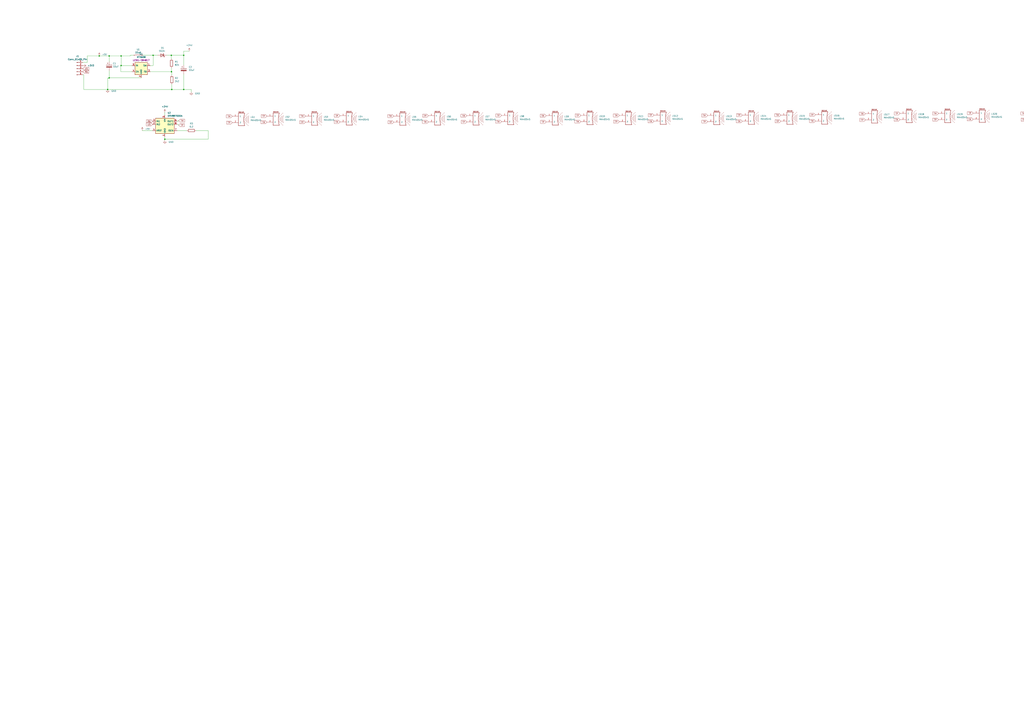
<source format=kicad_sch>
(kicad_sch (version 20230121) (generator eeschema)
  (paper "A1")
  (junction (at 99.441 53.848))
  (junction (at 135.382 114.427))
  (junction (at 141.097 73.533))
  (junction (at 81.534 45.974))
  (junction (at 140.716 45.466))
  (junction (at 89.662 45.974))
  (junction (at 140.843 58.928))
  (junction (at 88.392 73.533))
  (junction (at 99.441 45.974))
  (junction (at 150.876 73.533))
  (junction (at 125.73 45.466))
  (junction (at 150.876 45.466))
  (junction (at 89.662 64.008))
  (wire (pts (xy 146.431 99.187) (xy 146.431 99.695)))
  (wire (pts (xy 135.382 114.427) (xy 135.382 115.443)))
  (wire (pts (xy 125.73 45.466) (xy 129.413 45.466)))
  (wire (pts (xy 141.097 58.928) (xy 140.843 58.928)))
  (wire (pts (xy 89.662 45.974) (xy 89.662 50.546)))
  (wire (pts (xy 157.099 73.533) (xy 157.099 75.565)))
  (wire (pts (xy 89.662 64.008) (xy 89.662 64.135)))
  (wire (pts (xy 1234.059 106.934) (xy 1234.059 114.046)))
  (wire (pts (xy 99.441 53.848) (xy 108.331 53.848)))
  (wire (pts (xy 146.812 102.87) (xy 146.558 102.87)))
  (wire (pts (xy 88.392 73.533) (xy 68.834 73.533)))
  (wire (pts (xy 125.222 107.315) (xy 116.84 107.315)))
  (wire (pts (xy 141.097 73.533) (xy 150.876 73.533)))
  (wire (pts (xy 81.534 45.974) (xy 71.628 45.974)))
  (wire (pts (xy 71.628 45.974) (xy 71.628 51.308)))
  (wire (pts (xy 88.392 64.135) (xy 88.392 73.533)))
  (wire (pts (xy 107.061 45.466) (xy 109.728 45.466)))
  (wire (pts (xy 116.84 107.315) (xy 116.84 107.188)))
  (wire (pts (xy 140.716 45.466) (xy 137.033 45.466)))
  (wire (pts (xy 146.558 102.87) (xy 146.558 102.235)))
  (wire (pts (xy 146.431 99.187) (xy 146.812 99.187)))
  (wire (pts (xy 68.834 73.533) (xy 68.834 61.468)))
  (wire (pts (xy 141.097 69.342) (xy 141.097 73.533)))
  (wire (pts (xy 135.382 92.456) (xy 135.382 94.615)))
  (wire (pts (xy 99.441 45.974) (xy 107.061 45.974)))
  (wire (pts (xy 88.392 64.135) (xy 89.662 64.135)))
  (wire (pts (xy 146.558 102.235) (xy 145.542 102.235)))
  (wire (pts (xy 145.542 107.315) (xy 153.416 107.315)))
  (wire (pts (xy 150.876 42.037) (xy 155.448 42.037)))
  (wire (pts (xy 7638.034 113.284) (xy 7638.034 120.396)))
  (wire (pts (xy 99.314 58.928) (xy 99.314 53.848)))
  (wire (pts (xy 117.348 45.466) (xy 125.73 45.466)))
  (wire (pts (xy 150.876 45.466) (xy 150.876 53.467)))
  (wire (pts (xy 3359.531 107.95) (xy 3359.531 115.062)))
  (wire (pts (xy 89.662 64.008) (xy 115.951 64.008)))
  (wire (pts (xy 170.942 107.315) (xy 170.942 114.427)))
  (wire (pts (xy 140.843 58.928) (xy 123.571 58.928)))
  (wire (pts (xy 5512.562 112.268) (xy 5512.562 119.38)))
  (wire (pts (xy 99.314 53.848) (xy 99.441 53.848)))
  (wire (pts (xy 150.876 42.037) (xy 150.876 45.466)))
  (wire (pts (xy 140.716 45.466) (xy 150.876 45.466)))
  (wire (pts (xy 141.097 61.722) (xy 141.097 58.928)))
  (wire (pts (xy 146.431 99.695) (xy 145.542 99.695)))
  (wire (pts (xy 150.876 61.087) (xy 150.876 73.533)))
  (wire (pts (xy 99.441 45.974) (xy 99.441 53.848)))
  (wire (pts (xy 140.843 55.88) (xy 140.843 58.928)))
  (wire (pts (xy 71.628 51.308) (xy 68.072 51.308)))
  (wire (pts (xy 161.036 107.315) (xy 170.942 107.315)))
  (wire (pts (xy 125.73 53.848) (xy 123.571 53.848)))
  (wire (pts (xy 81.534 45.974) (xy 89.662 45.974)))
  (wire (pts (xy 68.834 61.468) (xy 68.072 61.468)))
  (wire (pts (xy 125.73 45.466) (xy 125.73 53.848)))
  (wire (pts (xy 140.716 48.26) (xy 140.716 45.466)))
  (wire (pts (xy 140.716 48.26) (xy 140.843 48.26)))
  (wire (pts (xy 89.662 58.166) (xy 89.662 64.008)))
  (wire (pts (xy 135.382 112.395) (xy 135.382 114.427)))
  (wire (pts (xy 88.392 73.533) (xy 141.097 73.533)))
  (wire (pts (xy 150.876 73.533) (xy 157.099 73.533)))
  (wire (pts (xy 89.662 45.974) (xy 99.441 45.974)))
  (wire (pts (xy 99.314 58.928) (xy 108.331 58.928)))
  (wire (pts (xy 170.942 114.427) (xy 135.382 114.427)))
  (wire (pts (xy 107.061 45.974) (xy 107.061 45.466)))
  (global_label "TM" (shape input) (at 5592.445 100.33 180) (property "Intersheetrefs" "${INTERSHEET_REFS}" (effects hide)))
  (global_label "TP" (shape input) (at 4217.162 98.425 180) (property "Intersheetrefs" "${INTERSHEET_REFS}" (effects hide)))
  (global_label "TM" (shape input) (at 7174.738 99.568 180) (property "Intersheetrefs" "${INTERSHEET_REFS}" (effects hide)))
  (global_label "TP" (shape input) (at 5878.703 99.568 180) (property "Intersheetrefs" "${INTERSHEET_REFS}" (effects hide)))
  (global_label "TM" (shape input) (at 2224.278 92.075 180) (property "Intersheetrefs" "${INTERSHEET_REFS}" (effects hide)))
  (global_label "TP" (shape input) (at 4948.174 99.695 180) (property "Intersheetrefs" "${INTERSHEET_REFS}" (effects hide)))
  (global_label "TP" (shape input) (at 4661.916 105.537 180) (property "Intersheetrefs" "${INTERSHEET_REFS}" (effects hide)))
  (global_label "TP" (shape input) (at 2344.674 96.393 180) (property "Intersheetrefs" "${INTERSHEET_REFS}" (effects hide)))
  (global_label "TP" (shape input) (at 5818.632 99.822 180) (property "Intersheetrefs" "${INTERSHEET_REFS}" (effects hide)))
  (global_label "TP" (shape input) (at 477.012 94.869 180) (property "Intersheetrefs" "${INTERSHEET_REFS}" (effects hide)))
  (global_label "TM" (shape input) (at 1934.845 97.663 180) (property "Intersheetrefs" "${INTERSHEET_REFS}" (effects hide)))
  (global_label "TM" (shape input) (at 641.223 94.615 180) (property "Intersheetrefs" "${INTERSHEET_REFS}" (effects hide)))
  (global_label "TP" (shape input) (at 903.351 98.044 180) (property "Intersheetrefs" "${INTERSHEET_REFS}" (effects hide)))
  (global_label "TM" (shape input) (at 3379.343 96.266 180) (property "Intersheetrefs" "${INTERSHEET_REFS}" (effects hide)))
  (global_label "TP" (shape input) (at 1644.269 99.568 180) (property "Intersheetrefs" "${INTERSHEET_REFS}" (effects hide)))
  (global_label "TM" (shape input) (at 5017.643 103.632 180) (property "Intersheetrefs" "${INTERSHEET_REFS}" (effects hide)))
  (global_label "TM" (shape input) (at 1129.538 97.536 180) (property "Intersheetrefs" "${INTERSHEET_REFS}" (effects hide)))
  (global_label "TP" (shape input) (at 5753.481 99.822 180) (property "Intersheetrefs" "${INTERSHEET_REFS}" (effects hide)))
  (global_label "TM" (shape input) (at 3899.281 94.107 180) (property "Intersheetrefs" "${INTERSHEET_REFS}" (effects hide)))
  (global_label "TP" (shape input) (at 8338.82 98.933 180) (property "Intersheetrefs" "${INTERSHEET_REFS}" (effects hide)))
  (global_label "TM" (shape input) (at 5790.184 100.076 180) (property "Intersheetrefs" "${INTERSHEET_REFS}" (effects hide)))
  (global_label "TP" (shape input) (at 2836.164 99.568 180) (property "Intersheetrefs" "${INTERSHEET_REFS}" (effects hide)))
  (global_label "TM" (shape input) (at 8370.443 98.933 180) (property "Intersheetrefs" "${INTERSHEET_REFS}" (effects hide)))
  (global_label "U5" (shape input) (at 68.072 56.388 0) (property "Intersheetrefs" "${INTERSHEET_REFS}" (effects hide)))
  (global_label "TP" (shape input) (at 250.825 100.457 180) (property "Intersheetrefs" "${INTERSHEET_REFS}" (effects hide)))
  (global_label "TP" (shape input) (at 2864.612 94.234 180) (property "Intersheetrefs" "${INTERSHEET_REFS}" (effects hide)))
  (global_label "TP" (shape input) (at 2508.885 101.219 180) (property "Intersheetrefs" "${INTERSHEET_REFS}" (effects hide)))
  (global_label "TM" (shape input) (at 537.083 99.695 180) (property "Intersheetrefs" "${INTERSHEET_REFS}" (effects hide)))
  (global_label "TP" (shape input) (at 996.95 92.71 180) (property "Intersheetrefs" "${INTERSHEET_REFS}" (effects hide)))
  (global_label "TM" (shape input) (at 6052.312 98.425 180) (property "Intersheetrefs" "${INTERSHEET_REFS}" (effects hide)))
  (global_label "TP" (shape input) (at 8464.042 98.679 180) (property "Intersheetrefs" "${INTERSHEET_REFS}" (effects hide)))
  (global_label "TM" (shape input) (at 1672.717 99.314 180) (property "Intersheetrefs" "${INTERSHEET_REFS}" (effects hide)))
  (global_label "TP" (shape input) (at 2448.814 101.473 180) (property "Intersheetrefs" "${INTERSHEET_REFS}" (effects hide)))
  (global_label "TM" (shape input) (at 7818.882 106.172 180) (property "Intersheetrefs" "${INTERSHEET_REFS}" (effects hide)))
  (global_label "TM" (shape input) (at 6623.177 106.807 180) (property "Intersheetrefs" "${INTERSHEET_REFS}" (effects hide)))
  (global_label "TP" (shape input) (at 8568.182 103.759 180) (property "Intersheetrefs" "${INTERSHEET_REFS}" (effects hide)))
  (global_label "TP" (shape input) (at 4497.705 100.711 180) (property "Intersheetrefs" "${INTERSHEET_REFS}" (effects hide)))
  (global_label "TM" (shape input) (at 7073.646 105.791 180) (property "Intersheetrefs" "${INTERSHEET_REFS}" (effects hide)))
  (global_label "TP" (shape input) (at 3665.601 95.504 180) (property "Intersheetrefs" "${INTERSHEET_REFS}" (effects hide)))
  (global_label "TP" (shape input) (at 7307.326 104.394 180) (property "Intersheetrefs" "${INTERSHEET_REFS}" (effects hide)))
  (global_label "TM" (shape input) (at 4557.776 105.537 180) (property "Intersheetrefs" "${INTERSHEET_REFS}" (effects hide)))
  (global_label "TM" (shape input) (at 8656.701 103.251 180) (property "Intersheetrefs" "${INTERSHEET_REFS}" (effects hide)))
  (global_label "TP" (shape input) (at 4157.091 98.679 180) (property "Intersheetrefs" "${INTERSHEET_REFS}" (effects hide)))
  (global_label "TP" (shape input) (at 5850.255 104.902 180) (property "Intersheetrefs" "${INTERSHEET_REFS}" (effects hide)))
  (global_label "TM" (shape input) (at 4469.257 100.965 180) (property "Intersheetrefs" "${INTERSHEET_REFS}" (effects hide)))
  (global_label "TP" (shape input) (at 4919.726 105.029 180) (property "Intersheetrefs" "${INTERSHEET_REFS}" (effects hide)))
  (global_label "TP" (shape input) (at 2376.297 101.473 180) (property "Intersheetrefs" "${INTERSHEET_REFS}" (effects hide)))
  (global_label "TM" (shape input) (at 1802.257 97.917 180) (property "Intersheetrefs" "${INTERSHEET_REFS}" (effects hide)))
  (global_label "TM" (shape input) (at 4289.679 93.345 180) (property "Intersheetrefs" "${INTERSHEET_REFS}" (effects hide)))
  (global_label "TP" (shape input) (at 6112.383 103.251 180) (property "Intersheetrefs" "${INTERSHEET_REFS}" (effects hide)))
  (global_label "TM" (shape input) (at 7878.953 105.918 180) (property "Intersheetrefs" "${INTERSHEET_REFS}" (effects hide)))
  (global_label "TP" (shape input) (at 7975.727 105.918 180) (property "Intersheetrefs" "${INTERSHEET_REFS}" (effects hide)))
  (global_label "TP" (shape input) (at 1313.942 100.076 180) (property "Intersheetrefs" "${INTERSHEET_REFS}" (effects hide)))
  (global_label "TP" (shape input) (at 5335.524 97.79 180) (property "Intersheetrefs" "${INTERSHEET_REFS}" (effects hide)))
  (global_label "TM" (shape input) (at 3769.741 95.504 180) (property "Intersheetrefs" "${INTERSHEET_REFS}" (effects hide)))
  (global_label "R6" (shape input) (at 125.222 99.695 180) (property "Intersheetrefs" "${INTERSHEET_REFS}" (effects hide)))
  (global_label "TP" (shape input) (at 3286.633 98.552 180) (property "Intersheetrefs" "${INTERSHEET_REFS}" (effects hide)))
  (global_label "TP" (shape input) (at 8435.594 104.013 180) (property "Intersheetrefs" "${INTERSHEET_REFS}" (effects hide)))
  (global_label "TP" (shape input) (at 2060.067 92.329 180) (property "Intersheetrefs" "${INTERSHEET_REFS}" (effects hide)))
  (global_label "TM" (shape input) (at 7944.104 105.918 180) (property "Intersheetrefs" "${INTERSHEET_REFS}" (effects hide)))
  (global_label "TP" (shape input) (at 7533.513 98.806 180) (property "Intersheetrefs" "${INTERSHEET_REFS}" (effects hide)))
  (global_label "TP" (shape input) (at 1966.468 97.663 180) (property "Intersheetrefs" "${INTERSHEET_REFS}" (effects hide)))
  (global_label "TM" (shape input) (at 7565.136 98.806 180) (property "Intersheetrefs" "${INTERSHEET_REFS}" (effects hide)))
  (global_label "TM" (shape input) (at 2344.674 101.473 180) (property "Intersheetrefs" "${INTERSHEET_REFS}" (effects hide)))
  (global_label "TP" (shape input) (at 3959.352 98.933 180) (property "Intersheetrefs" "${INTERSHEET_REFS}" (effects hide)))
  (global_label "TP" (shape input) (at 3182.493 93.472 180) (property "Intersheetrefs" "${INTERSHEET_REFS}" (effects hide)))
  (global_label "TP" (shape input) (at 3226.562 98.806 180) (property "Intersheetrefs" "${INTERSHEET_REFS}" (effects hide)))
  (global_label "TP" (shape input) (at 6140.831 97.917 180) (property "Intersheetrefs" "${INTERSHEET_REFS}" (effects hide)))
  (global_label "TP" (shape input) (at 1253.871 100.33 180) (property "Intersheetrefs" "${INTERSHEET_REFS}" (effects hide)))
  (global_label "TM" (shape input) (at 5693.41 105.156 180) (property "Intersheetrefs" "${INTERSHEET_REFS}" (effects hide)))
  (global_label "TM" (shape input) (at 5468.112 102.616 180) (property "Intersheetrefs" "${INTERSHEET_REFS}" (effects hide)))
  (global_label "TM" (shape input) (at 2662.555 100.711 180) (property "Intersheetrefs" "${INTERSHEET_REFS}" (effects hide)))
  (global_label "TP" (shape input) (at 641.223 99.695 180) (property "Intersheetrefs" "${INTERSHEET_REFS}" (effects hide)))
  (global_label "TP" (shape input) (at 4630.293 100.457 180) (property "Intersheetrefs" "${INTERSHEET_REFS}" (effects hide)))
  (global_label "TM" (shape input) (at 8464.042 103.759 180) (property "Intersheetrefs" "${INTERSHEET_REFS}" (effects hide)))
  (global_label "TP" (shape input) (at 6442.71 102.743 180) (property "Intersheetrefs" "${INTERSHEET_REFS}" (effects hide)))
  (global_label "TM" (shape input) (at 7975.727 100.838 180) (property "Intersheetrefs" "${INTERSHEET_REFS}" (effects hide)))
  (global_label "TM" (shape input) (at 8310.372 99.187 180) (property "Intersheetrefs" "${INTERSHEET_REFS}" (effects hide)))
  (global_label "TM" (shape input) (at 6140.831 102.997 180) (property "Intersheetrefs" "${INTERSHEET_REFS}" (effects hide)))
  (global_label "TP" (shape input) (at 1994.916 92.329 180) (property "Intersheetrefs" "${INTERSHEET_REFS}" (effects hide)))
  (global_label "TM" (shape input) (at 2316.226 96.647 180) (property "Intersheetrefs" "${INTERSHEET_REFS}" (effects hide)))
  (global_label "TM" (shape input) (at 6683.248 106.553 180) (property "Intersheetrefs" "${INTERSHEET_REFS}" (effects hide)))
  (global_label "TP" (shape input) (at 6654.8 106.807 180) (property "Intersheetrefs" "${INTERSHEET_REFS}" (effects hide)))
  (global_label "TP" (shape input) (at 8370.443 104.013 180) (property "Intersheetrefs" "${INTERSHEET_REFS}" (effects hide)))
  (global_label "TM" (shape input) (at 2795.143 100.457 180) (property "Intersheetrefs" "${INTERSHEET_REFS}" (effects hide)))
  (global_label "TP" (shape input) (at 5408.041 97.79 180) (property "Intersheetrefs" "${INTERSHEET_REFS}" (effects hide)))
  (global_label "TP" (shape input) (at 1028.573 97.79 180) (property "Intersheetrefs" "${INTERSHEET_REFS}" (effects hide)))
  (global_label "TP" (shape input) (at 770.763 98.298 180) (property "Intersheetrefs" "${INTERSHEET_REFS}" (effects hide)))
  (global_label "TP" (shape input) (at 5620.893 100.076 180) (property "Intersheetrefs" "${INTERSHEET_REFS}" (effects hide)))
  (global_label "TM" (shape input) (at 6727.317 101.727 180) (property "Intersheetrefs" "${INTERSHEET_REFS}" (effects hide)))
  (global_label "TM" (shape input) (at 5951.22 104.648 180) (property "Intersheetrefs" "${INTERSHEET_REFS}" (effects hide)))
  (global_label "TM" (shape input) (at 6213.348 102.997 180) (property "Intersheetrefs" "${INTERSHEET_REFS}" (effects hide)))
  (global_label "TM" (shape input) (at 8435.594 98.933 180) (property "Intersheetrefs" "${INTERSHEET_REFS}" (effects hide)))
  (global_label "TM" (shape input) (at 2968.752 94.234 180) (property "Intersheetrefs" "${INTERSHEET_REFS}" (effects hide)))
  (global_label "TM" (shape input) (at 2864.612 99.314 180) (property "Intersheetrefs" "${INTERSHEET_REFS}" (effects hide)))
  (global_label "TP" (shape input) (at 3697.224 100.584 180) (property "Intersheetrefs" "${INTERSHEET_REFS}" (effects hide)))
  (global_label "TP" (shape input) (at 6941.058 100.965 180) (property "Intersheetrefs" "${INTERSHEET_REFS}" (effects hide)))
  (global_label "TP" (shape input) (at 6787.388 106.553 180) (property "Intersheetrefs" "${INTERSHEET_REFS}" (effects hide)))
  (global_label "TM" (shape input) (at 6184.9 98.171 180) (property "Intersheetrefs" "${INTERSHEET_REFS}" (effects hide)))
  (global_label "TP" (shape input) (at 4859.655 105.283 180) (property "Intersheetrefs" "${INTERSHEET_REFS}" (effects hide)))
  (global_label "TM" (shape input) (at 7045.198 100.965 180) (property "Intersheetrefs" "${INTERSHEET_REFS}" (effects hide)))
  (global_label "TP" (shape input) (at 3407.791 96.012 180) (property "Intersheetrefs" "${INTERSHEET_REFS}" (effects hide)))
  (global_label "TM" (shape input) (at 7143.115 104.648 180) (property "Intersheetrefs" "${INTERSHEET_REFS}" (effects hide)))
  (global_label "TP" (shape input) (at 3899.281 99.187 180) (property "Intersheetrefs" "${INTERSHEET_REFS}" (effects hide)))
  (global_label "TP" (shape input) (at 7114.667 104.902 180) (property "Intersheetrefs" "${INTERSHEET_REFS}" (effects hide)))
  (global_label "TM" (shape input) (at 5181.854 98.298 180) (property "Intersheetrefs" "${INTERSHEET_REFS}" (effects hide)))
  (global_label "TM" (shape input) (at 609.6 99.695 180) (property "Intersheetrefs" "${INTERSHEET_REFS}" (effects hide)))
  (global_label "TP" (shape input) (at 1189.609 92.202 180) (property "Intersheetrefs" "${INTERSHEET_REFS}" (effects hide)))
  (global_label "TM" (shape input) (at 7307.326 99.314 180) (property "Intersheetrefs" "${INTERSHEET_REFS}" (effects hide)))
  (global_label "TM" (shape input) (at 5335.524 102.87 180) (property "Intersheetrefs" "${INTERSHEET_REFS}" (effects hide)))
  (global_label "TM" (shape input) (at 411.861 99.949 180) (property "Intersheetrefs" "${INTERSHEET_REFS}" (effects hide)))
  (global_label "TP" (shape input) (at 1934.845 92.583 180) (property "Intersheetrefs" "${INTERSHEET_REFS}" (effects hide)))
  (global_label "TM" (shape input) (at 5560.822 105.41 180) (property "Intersheetrefs" "${INTERSHEET_REFS}" (effects hide)))
  (global_label "TM" (shape input) (at 1474.978 99.568 180) (property "Intersheetrefs" "${INTERSHEET_REFS}" (effects hide)))
  (global_label "TP" (shape input) (at 5379.593 103.124 180) (property "Intersheetrefs" "${INTERSHEET_REFS}" (effects hide)))
  (global_label "TP" (shape input) (at 7203.186 99.314 180) (property "Intersheetrefs" "${INTERSHEET_REFS}" (effects hide)))
  (global_label "TM" (shape input) (at 6531.229 102.235 180) (property "Intersheetrefs" "${INTERSHEET_REFS}" (effects hide)))
  (global_label "TM" (shape input) (at 7013.575 106.045 180) (property "Intersheetrefs" "${INTERSHEET_REFS}" (effects hide)))
  (global_label "TM" (shape input) (at 3407.791 101.092 180) (property "Intersheetrefs" "${INTERSHEET_REFS}" (effects hide)))
  (global_label "TP" (shape input) (at 3572.002 100.838 180) (property "Intersheetrefs" "${INTERSHEET_REFS}" (effects hide)))
  (global_label "TM" (shape input) (at 4031.869 93.853 180) (property "Intersheetrefs" "${INTERSHEET_REFS}" (effects hide)))
  (global_label "TP" (shape input) (at 7400.925 99.06 180) (property "Intersheetrefs" "${INTERSHEET_REFS}" (effects hide)))
  (global_label "TM" (shape input) (at 7686.294 106.426 180) (property "Intersheetrefs" "${INTERSHEET_REFS}" (effects hide)))
  (global_label "TP" (shape input) (at 1129.538 92.456 180) (property "Intersheetrefs" "${INTERSHEET_REFS}" (effects hide)))
  (global_label "TM" (shape input) (at 4497.705 105.791 180) (property "Intersheetrefs" "${INTERSHEET_REFS}" (effects hide)))
  (global_label "TP" (shape input) (at 871.728 92.964 180) (property "Intersheetrefs" "${INTERSHEET_REFS}" (effects hide)))
  (global_label "TM" (shape input) (at 4630.293 105.537 180) (property "Intersheetrefs" "${INTERSHEET_REFS}" (effects hide)))
  (global_label "TP" (shape input) (at 3540.379 95.758 180) (property "Intersheetrefs" "${INTERSHEET_REFS}" (effects hide)))
  (global_label "TM" (shape input) (at 1342.39 99.822 180) (property "Intersheetrefs" "${INTERSHEET_REFS}" (effects hide)))
  (global_label "TP" (shape input) (at 1474.978 94.488 180) (property "Intersheetrefs" "${INTERSHEET_REFS}" (effects hide)))
  (global_label "TP" (shape input) (at 6213.348 97.917 180) (property "Intersheetrefs" "${INTERSHEET_REFS}" (effects hide)))
  (global_label "TP" (shape input) (at 2706.624 100.965 180) (property "Intersheetrefs" "${INTERSHEET_REFS}" (effects hide)))
  (global_label "TP" (shape input) (at 6370.193 102.743 180) (property "Intersheetrefs" "${INTERSHEET_REFS}" (effects hide)))
  (global_label "TP" (shape input) (at 3769.741 100.584 180) (property "Intersheetrefs" "${INTERSHEET_REFS}" (effects hide)))
  (global_label "TP" (shape input) (at 4755.515 100.203 180) (property "Intersheetrefs" "${INTERSHEET_REFS}" (effects hide)))
  (global_label "TM" (shape input) (at 2192.655 97.155 180) (property "Intersheetrefs" "${INTERSHEET_REFS}" (effects hide)))
  (global_label "TP" (shape input) (at 3927.729 93.853 180) (property "Intersheetrefs" "${INTERSHEET_REFS}" (effects hide)))
  (global_label "TP" (shape input) (at 3255.01 93.472 180) (property "Intersheetrefs" "${INTERSHEET_REFS}" (effects hide)))
  (global_label "TP" (shape input) (at 411.861 94.869 180) (property "Intersheetrefs" "${INTERSHEET_REFS}" (effects hide)))
  (global_label "TM" (shape input) (at 3600.45 100.584 180) (property "Intersheetrefs" "${INTERSHEET_REFS}" (effects hide)))
  (global_label "TP" (shape input) (at 7372.477 104.394 180) (property "Intersheetrefs" "${INTERSHEET_REFS}" (effects hide)))
  (global_label "TP" (shape input) (at 8596.63 98.425 180) (property "Intersheetrefs" "${INTERSHEET_REFS}" (effects hide)))
  (global_label "TP" (shape input) (at 4318.127 93.091 180) (property "Intersheetrefs" "${INTERSHEET_REFS}" (effects hide)))
  (global_label "TM" (shape input) (at 3286.633 93.472 180) (property "Intersheetrefs" "${INTERSHEET_REFS}" (effects hide)))
  (global_label "TP" (shape input) (at 6310.122 102.997 180) (property "Intersheetrefs" "${INTERSHEET_REFS}" (effects hide)))
  (global_label "TP" (shape input) (at 6011.291 99.314 180) (property "Intersheetrefs" "${INTERSHEET_REFS}" (effects hide)))
  (global_label "TM" (shape input) (at 7717.917 101.346 180) (property "Intersheetrefs" "${INTERSHEET_REFS}" (effects hide)))
  (global_label "TP" (shape input) (at 7850.505 106.172 180) (property "Intersheetrefs" "${INTERSHEET_REFS}" (effects hide)))
  (global_label "TM" (shape input) (at 3637.153 95.758 180) (property "Intersheetrefs" "${INTERSHEET_REFS}" (effects hide)))
  (global_label "TM" (shape input) (at 2706.624 95.885 180) (property "Intersheetrefs" "${INTERSHEET_REFS}" (effects hide)))
  (global_label "TM" (shape input) (at 279.273 100.203 180) (property "Intersheetrefs" "${INTERSHEET_REFS}" (effects hide)))
  (global_label "TM" (shape input) (at 6852.539 101.473 180) (property "Intersheetrefs" "${INTERSHEET_REFS}" (effects hide)))
  (global_label "TP" (shape input) (at 3315.081 93.218 180) (property "Intersheetrefs" "${INTERSHEET_REFS}" (effects hide)))
  (global_label "TP" (shape input) (at 3637.153 100.838 180) (property "Intersheetrefs" "${INTERSHEET_REFS}" (effects hide)))
  (global_label "TP" (shape input) (at 3829.812 100.33 180) (property "Intersheetrefs" "${INTERSHEET_REFS}" (effects hide)))
  (global_label "TP" (shape input) (at 5307.076 103.124 180) (property "Intersheetrefs" "${INTERSHEET_REFS}" (effects hide)))
  (global_label "TP" (shape input) (at 1101.09 97.79 180) (property "Intersheetrefs" "${INTERSHEET_REFS}" (effects hide)))
  (global_label "TM" (shape input) (at 871.728 98.044 180) (property "Intersheetrefs" "${INTERSHEET_REFS}" (effects hide)))
  (global_label "TM" (shape input) (at 4661.916 100.457 180) (property "Intersheetrefs" "${INTERSHEET_REFS}" (effects hide)))
  (global_label "TM" (shape input) (at 2602.484 100.965 180) (property "Intersheetrefs" "${INTERSHEET_REFS}" (effects hide)))
  (global_label "TM" (shape input) (at 7593.584 103.632 180) (property "Intersheetrefs" "${INTERSHEET_REFS}" (effects hide)))
  (global_label "TP" (shape input) (at 4349.75 98.171 180) (property "Intersheetrefs" "${INTERSHEET_REFS}" (effects hide)))
  (global_label "TP" (shape input) (at 3511.931 101.092 180) (property "Intersheetrefs" "${INTERSHEET_REFS}" (effects hide)))
  (global_label "TP" (shape input) (at 5275.453 98.044 180) (property "Intersheetrefs" "${INTERSHEET_REFS}" (effects hide)))
  (global_label "TM" (shape input) (at 4185.539 98.425 180) (property "Intersheetrefs" "${INTERSHEET_REFS}" (effects hide)))
  (global_label "TM" (shape input) (at 7432.548 99.06 180) (property "Intersheetrefs" "${INTERSHEET_REFS}" (effects hide)))
  (global_label "TP" (shape input) (at 2924.683 93.98 180) (property "Intersheetrefs" "${INTERSHEET_REFS}" (effects hide)))
  (global_label "TP" (shape input) (at 6184.9 103.251 180) (property "Intersheetrefs" "${INTERSHEET_REFS}" (effects hide)))
  (global_label "TM" (shape input) (at 4060.317 98.679 180) (property "Intersheetrefs" "${INTERSHEET_REFS}" (effects hide)))
  (global_label "TM" (shape input) (at 3540.379 100.838 180) (property "Intersheetrefs" "${INTERSHEET_REFS}" (effects hide)))
  (global_label "TM" (shape input) (at 1571.752 94.488 180) (property "Intersheetrefs" "${INTERSHEET_REFS}" (effects hide)))
  (global_label "TM" (shape input) (at 6755.765 106.553 180) (property "Intersheetrefs" "${INTERSHEET_REFS}" (effects hide)))
  (global_label "TM" (shape input) (at 3182.493 98.552 180) (property "Intersheetrefs" "${INTERSHEET_REFS}" (effects hide)))
  (global_label "TM" (shape input) (at 3572.002 95.758 180) (property "Intersheetrefs" "${INTERSHEET_REFS}" (effects hide)))
  (global_label "TP" (shape input) (at 4289.679 98.425 180) (property "Intersheetrefs" "${INTERSHEET_REFS}" (effects hide)))
  (global_label "TM" (shape input) (at 6594.729 101.981 180) (property "Intersheetrefs" "${INTERSHEET_REFS}" (effects hide)))
  (global_label "TP" (shape input) (at 2316.226 101.727 180) (property "Intersheetrefs" "${INTERSHEET_REFS}" (effects hide)))
  (global_label "TP" (shape input) (at 351.79 95.123 180) (property "Intersheetrefs" "${INTERSHEET_REFS}" (effects hide)))
  (global_label "TP" (shape input) (at 2252.726 91.821 180) (property "Intersheetrefs" "${INTERSHEET_REFS}" (effects hide)))
  (global_label "TP" (shape input) (at 2192.655 92.075 180) (property "Intersheetrefs" "${INTERSHEET_REFS}" (effects hide)))
  (global_label "TM" (shape input) (at 1282.319 100.076 180) (property "Intersheetrefs" "${INTERSHEET_REFS}" (effects hide)))
  (global_label "TM" (shape input) (at 8338.82 104.013 180) (property "Intersheetrefs" "${INTERSHEET_REFS}" (effects hide)))
  (global_label "TM" (shape input) (at 1313.942 94.996 180) (property "Intersheetrefs" "${INTERSHEET_REFS}" (effects hide)))
  (global_label "TP" (shape input) (at 5247.005 103.378 180) (property "Intersheetrefs" "${INTERSHEET_REFS}" (effects hide)))
  (global_label "TM" (shape input) (at 2924.683 99.06 180) (property "Intersheetrefs" "${INTERSHEET_REFS}" (effects hide)))
  (global_label "TP" (shape input) (at 323.342 100.457 180) (property "Intersheetrefs" "${INTERSHEET_REFS}" (effects hide)))
  (global_label "TM" (shape input) (at 3665.601 100.584 180) (property "Intersheetrefs" "${INTERSHEET_REFS}" (effects hide)))
  (global_label "TM" (shape input) (at 7335.774 104.14 180) (property "Intersheetrefs" "${INTERSHEET_REFS}" (effects hide)))
  (global_label "TP" (shape input) (at 6471.158 97.409 180) (property "Intersheetrefs" "${INTERSHEET_REFS}" (effects hide)))
  (global_label "TP" (shape input) (at 448.564 100.203 180) (property "Intersheetrefs" "${INTERSHEET_REFS}" (effects hide)))
  (global_label "TM" (shape input) (at 1862.328 97.663 180) (property "Intersheetrefs" "${INTERSHEET_REFS}" (effects hide)))
  (global_label "TM" (shape input) (at 1028.573 92.71 180) (property "Intersheetrefs" "${INTERSHEET_REFS}" (effects hide)))
  (global_label "TP" (shape input) (at 5922.772 104.902 180) (property "Intersheetrefs" "${INTERSHEET_REFS}" (effects hide)))
  (global_label "TM" (shape input) (at 448.564 95.123 180) (property "Intersheetrefs" "${INTERSHEET_REFS}" (effects hide)))
  (global_label "TM" (shape input) (at 3154.045 93.726 180) (property "Intersheetrefs" "${INTERSHEET_REFS}" (effects hide)))
  (global_label "TP" (shape input) (at 5121.783 103.632 180) (property "Intersheetrefs" "${INTERSHEET_REFS}" (effects hide)))
  (global_label "TP" (shape input) (at 1446.53 99.822 180) (property "Intersheetrefs" "${INTERSHEET_REFS}" (effects hide)))
  (global_label "TP" (shape input) (at 5049.266 103.632 180) (property "Intersheetrefs" "${INTERSHEET_REFS}" (effects hide)))
  (global_label "TM" (shape input) (at 8495.665 98.679 180) (property "Intersheetrefs" "${INTERSHEET_REFS}" (effects hide)))
  (global_label "TM" (shape input) (at 3927.729 98.933 180) (property "Intersheetrefs" "${INTERSHEET_REFS}" (effects hide)))
  (global_label "TP" (shape input) (at 7013.575 100.965 180) (property "Intersheetrefs" "${INTERSHEET_REFS}" (effects hide)))
  (global_label "TP" (shape input) (at 931.799 92.71 180) (property "Intersheetrefs" "${INTERSHEET_REFS}" (effects hide)))
  (global_label "TM" (shape input) (at 8237.855 99.187 180) (property "Intersheetrefs" "${INTERSHEET_REFS}" (effects hide)))
  (global_label "TM" (shape input) (at 3255.01 98.552 180) (property "Intersheetrefs" "${INTERSHEET_REFS}" (effects hide)))
  (global_label "TP" (shape input) (at 2164.207 97.409 180) (property "Intersheetrefs" "${INTERSHEET_REFS}" (effects hide)))
  (global_label "TP" (shape input) (at 1704.34 99.314 180) (property "Intersheetrefs" "${INTERSHEET_REFS}" (effects hide)))
  (global_label "TM" (shape input) (at 3093.974 93.98 180) (property "Intersheetrefs" "${INTERSHEET_REFS}" (effects hide)))
  (global_label "TM" (shape input) (at 5878.703 104.648 180) (property "Intersheetrefs" "${INTERSHEET_REFS}" (effects hide)))
  (global_label "TM" (shape input) (at 2537.333 100.965 180) (property "Intersheetrefs" "${INTERSHEET_REFS}" (effects hide)))
  (global_label "TP" (shape input) (at 2795.143 95.377 180) (property "Intersheetrefs" "${INTERSHEET_REFS}" (effects hide)))
  (global_label "TP" (shape input) (at 3467.862 95.758 180) (property "Intersheetrefs" "${INTERSHEET_REFS}" (effects hide)))
  (global_label "TP" (shape input) (at 8108.315 105.664 180) (property "Intersheetrefs" "${INTERSHEET_REFS}" (effects hide)))
  (global_label "TP" (shape input) (at 1511.681 99.822 180) (property "Intersheetrefs" "${INTERSHEET_REFS}" (effects hide)))
  (global_label "TM" (shape input) (at 3315.081 98.298 180) (property "Intersheetrefs" "${INTERSHEET_REFS}" (effects hide)))
  (global_label "TM" (shape input) (at 5408.041 102.87 180) (property "Intersheetrefs" "${INTERSHEET_REFS}" (effects hide)))
  (global_label "TP" (shape input) (at 8628.253 103.505 180) (property "Intersheetrefs" "${INTERSHEET_REFS}" (effects hide)))
  (global_label "TM" (shape input) (at 8076.692 105.664 180) (property "Intersheetrefs" "${INTERSHEET_REFS}" (effects hide)))
  (global_label "TM" (shape input) (at 2164.207 92.329 180) (property "Intersheetrefs" "${INTERSHEET_REFS}" (effects hide)))
  (global_label "TP" (shape input) (at 7174.738 104.648 180) (property "Intersheetrefs" "${INTERSHEET_REFS}" (effects hide)))
  (global_label "TP" (shape input) (at 190.754 100.711 180) (property "Intersheetrefs" "${INTERSHEET_REFS}" (effects hide)))
  (global_label "TP" (shape input) (at 6912.61 106.299 180) (property "Intersheetrefs" "${INTERSHEET_REFS}" (effects hide)))
  (global_label "TP" (shape input) (at 8206.232 99.187 180) (property "Intersheetrefs" "${INTERSHEET_REFS}" (effects hide)))
  (global_label "TM" (shape input) (at 1600.2 99.314 180) (property "Intersheetrefs" "${INTERSHEET_REFS}" (effects hide)))
  (global_label "TP" (shape input) (at 6080.76 98.171 180) (property "Intersheetrefs" "${INTERSHEET_REFS}" (effects hide)))
  (global_label "TP" (shape input) (at 3028.823 99.06 180) (property "Intersheetrefs" "${INTERSHEET_REFS}" (effects hide)))
  (global_label "TM" (shape input) (at 4787.138 100.203 180) (property "Intersheetrefs" "${INTERSHEET_REFS}" (effects hide)))
  (global_label "TM" (shape input) (at 7746.365 106.172 180) (property "Intersheetrefs" "${INTERSHEET_REFS}" (effects hide)))
  (global_label "TM" (shape input) (at 1511.681 94.742 180) (property "Intersheetrefs" "${INTERSHEET_REFS}" (effects hide)))
  (global_label "TM" (shape input) (at 5210.302 103.124 180) (property "Intersheetrefs" "${INTERSHEET_REFS}" (effects hide)))
  (global_label "TM" (shape input) (at 6912.61 101.219 180) (property "Intersheetrefs" "${INTERSHEET_REFS}" (effects hide)))
  (global_label "TM" (shape input) (at 5307.076 98.044 180) (property "Intersheetrefs" "${INTERSHEET_REFS}" (effects hide)))
  (global_label "TP" (shape input) (at 2735.072 95.631 180) (property "Intersheetrefs" "${INTERSHEET_REFS}" (effects hide)))
  (global_label "TM" (shape input) (at 5439.664 97.79 180) (property "Intersheetrefs" "${INTERSHEET_REFS}" (effects hide)))
  (global_label "TP" (shape input) (at 4690.364 100.203 180) (property "Intersheetrefs" "${INTERSHEET_REFS}" (effects hide)))
  (global_label "TP" (shape input) (at 6594.729 107.061 180) (property "Intersheetrefs" "${INTERSHEET_REFS}" (effects hide)))
  (global_label "TP" (shape input) (at 6244.971 102.997 180) (property "Intersheetrefs" "${INTERSHEET_REFS}" (effects hide)))
  (global_label "TP" (shape input) (at 1600.2 94.234 180) (property "Intersheetrefs" "${INTERSHEET_REFS}" (effects hide)))
  (global_label "TM" (shape input) (at 4245.61 98.171 180) (property "Intersheetrefs" "${INTERSHEET_REFS}" (effects hide)))
  (global_label "TP" (shape input) (at 2537.333 95.885 180) (property "Intersheetrefs" "${INTERSHEET_REFS}" (effects hide)))
  (global_label "TM" (shape input) (at 4888.103 105.029 180) (property "Intersheetrefs" "${INTERSHEET_REFS}" (effects hide)))
  (global_label "TP" (shape input) (at 7944.104 100.838 180) (property "Intersheetrefs" "${INTERSHEET_REFS}" (effects hide)))
  (global_label "R6" (shape input) (at 68.072 58.928 0) (property "Intersheetrefs" "${INTERSHEET_REFS}" (effects hide)))
  (global_label "TM" (shape input) (at 1057.021 97.536 180) (property "Intersheetrefs" "${INTERSHEET_REFS}" (effects hide)))
  (global_label "TP" (shape input) (at 5468.112 97.536 180) (property "Intersheetrefs" "${INTERSHEET_REFS}" (effects hide)))
  (global_label "TM" (shape input) (at 5532.374 100.584 180) (property "Intersheetrefs" "${INTERSHEET_REFS}" (effects hide)))
  (global_label "TM" (shape input) (at 739.14 98.298 180) (property "Intersheetrefs" "${INTERSHEET_REFS}" (effects hide)))
  (global_label "TM" (shape input) (at 7247.255 99.568 180) (property "Intersheetrefs" "${INTERSHEET_REFS}" (effects hide)))
  (global_label "TP" (shape input) (at 1386.459 100.076 180) (property "Intersheetrefs" "${INTERSHEET_REFS}" (effects hide)))
  (global_label "TP" (shape input) (at 2120.138 92.075 180) (property "Intersheetrefs" "${INTERSHEET_REFS}" (effects hide)))
  (global_label "TM" (shape input) (at 4601.845 100.711 180) (property "Intersheetrefs" "${INTERSHEET_REFS}" (effects hide)))
  (global_label "TP" (shape input) (at 7505.065 104.14 180) (property "Intersheetrefs" "${INTERSHEET_REFS}" (effects hide)))
  (global_label "TM" (shape input) (at 3057.271 98.806 180) (property "Intersheetrefs" "${INTERSHEET_REFS}" (effects hide)))
  (global_label "TP" (shape input) (at 7746.365 101.092 180) (property "Intersheetrefs" "${INTERSHEET_REFS}" (effects hide)))
  (global_label "TP" (shape input) (at 7335.774 99.06 180) (property "Intersheetrefs" "${INTERSHEET_REFS}" (effects hide)))
  (global_label "TP" (shape input) (at 5181.854 103.378 180) (property "Intersheetrefs" "${INTERSHEET_REFS}" (effects hide)))
  (global_label "TM" (shape input) (at 6338.57 102.743 180) (property "Intersheetrefs" "${INTERSHEET_REFS}" (effects hide)))
  (global_label "TP" (shape input) (at 4120.388 93.345 180) (property "Intersheetrefs" "${INTERSHEET_REFS}" (effects hide)))
  (global_label "TP" (shape input) (at 8048.244 105.918 180) (property "Intersheetrefs" "${INTERSHEET_REFS}" (effects hide)))
  (global_label "TM" (shape input) (at 7533.513 103.886 180) (property "Intersheetrefs" "${INTERSHEET_REFS}" (effects hide)))
  (global_label "TM" (shape input) (at 508.635 94.869 180) (property "Intersheetrefs" "${INTERSHEET_REFS}" (effects hide)))
  (global_label "TM" (shape input) (at 7505.065 99.06 180) (property "Intersheetrefs" "${INTERSHEET_REFS}" (effects hide)))
  (global_label "TP" (shape input) (at 7818.882 101.092 180) (property "Intersheetrefs" "${INTERSHEET_REFS}" (effects hide)))
  (global_label "TM" (shape input) (at 968.502 92.964 180) (property "Intersheetrefs" "${INTERSHEET_REFS}" (effects hide)))
  (global_label "TP" (shape input) (at 6755.765 101.473 180) (property "Intersheetrefs" "${INTERSHEET_REFS}" (effects hide)))
  (global_label "TM" (shape input) (at 5275.453 103.124 180) (property "Intersheetrefs" "${INTERSHEET_REFS}" (effects hide)))
  (global_label "TP" (shape input) (at 5210.302 98.044 180) (property "Intersheetrefs" "${INTERSHEET_REFS}" (effects hide)))
  (global_label "TM" (shape input) (at 1101.09 92.71 180) (property "Intersheetrefs" "${INTERSHEET_REFS}" (effects hide)))
  (global_label "TP" (shape input) (at 1161.161 97.536 180) (property "Intersheetrefs" "${INTERSHEET_REFS}" (effects hide)))
  (global_label "TM" (shape input) (at 581.152 94.869 180) (property "Intersheetrefs" "${INTERSHEET_REFS}" (effects hide)))
  (global_label "TM" (shape input) (at 5922.772 99.822 180) (property "Intersheetrefs" "${INTERSHEET_REFS}" (effects hide)))
  (global_label "TP" (shape input) (at 6880.987 101.219 180) (property "Intersheetrefs" "${INTERSHEET_REFS}" (effects hide)))
  (global_label "TM" (shape input) (at 3858.26 100.076 180) (property "Intersheetrefs" "${INTERSHEET_REFS}" (effects hide)))
  (global_label "TM" (shape input) (at 710.692 93.472 180) (property "Intersheetrefs" "${INTERSHEET_REFS}" (effects hide)))
  (global_label "TM" (shape input) (at 5664.962 100.33 180) (property "Intersheetrefs" "${INTERSHEET_REFS}" (effects hide)))
  (global_label "TP" (shape input) (at 6273.419 97.663 180) (property "Intersheetrefs" "${INTERSHEET_REFS}" (effects hide)))
  (global_label "TP" (shape input) (at 6338.57 97.663 180) (property "Intersheetrefs" "${INTERSHEET_REFS}" (effects hide)))
  (global_label "TP" (shape input) (at 968.502 98.044 180) (property "Intersheetrefs" "${INTERSHEET_REFS}" (effects hide)))
  (global_label "TM" (shape input) (at 5982.843 99.568 180) (property "Intersheetrefs" "${INTERSHEET_REFS}" (effects hide)))
  (global_label "TM" (shape input) (at 8524.113 103.505 180) (property "Intersheetrefs" "${INTERSHEET_REFS}" (effects hide)))
  (global_label "TM" (shape input) (at 669.671 99.441 180) (property "Intersheetrefs" "${INTERSHEET_REFS}" (effects hide)))
  (global_label "TM" (shape input) (at 5725.033 100.076 180) (property "Intersheetrefs" "${INTERSHEET_REFS}" (effects hide)))
  (global_label "TP" (shape input) (at 2997.2 93.98 180) (property "Intersheetrefs" "${INTERSHEET_REFS}" (effects hide)))
  (global_label "TP" (shape input) (at 8524.113 98.425 180) (property "Intersheetrefs" "${INTERSHEET_REFS}" (effects hide)))
  (global_label "TM" (shape input) (at 2735.072 100.711 180) (property "Intersheetrefs" "${INTERSHEET_REFS}" (effects hide)))
  (global_label "TM" (shape input) (at 4755.515 105.283 180) (property "Intersheetrefs" "${INTERSHEET_REFS}" (effects hide)))
  (global_label "TM" (shape input) (at 6471.158 102.489 180) (property "Intersheetrefs" "${INTERSHEET_REFS}" (effects hide)))
  (global_label "TP" (shape input) (at 8136.763 100.33 180) (property "Intersheetrefs" "${INTERSHEET_REFS}" (effects hide)))
  (global_label "TM" (shape input) (at 2766.695 95.631 180) (property "Intersheetrefs" "${INTERSHEET_REFS}" (effects hide)))
  (global_label "TP" (shape input) (at 5592.445 105.41 180) (property "Intersheetrefs" "${INTERSHEET_REFS}" (effects hide)))
  (global_label "TM" (shape input) (at 8048.244 100.838 180) (property "Intersheetrefs" "${INTERSHEET_REFS}" (effects hide)))
  (global_label "TM" (shape input) (at 3829.812 95.25 180) (property "Intersheetrefs" "${INTERSHEET_REFS}" (effects hide)))
  (global_label "TM" (shape input) (at 6654.8 101.727 180) (property "Intersheetrefs" "${INTERSHEET_REFS}" (effects hide)))
  (global_label "TM" (shape input) (at 5150.231 103.378 180) (property "Intersheetrefs" "${INTERSHEET_REFS}" (effects hide)))
  (global_label "TP" (shape input) (at 7915.656 106.172 180) (property "Intersheetrefs" "${INTERSHEET_REFS}" (effects hide)))
  (global_label "TP" (shape input) (at 7593.584 98.552 180) (property "Intersheetrefs" "${INTERSHEET_REFS}" (effects hide)))
  (global_label "TM" (shape input) (at 4690.364 105.283 180) (property "Intersheetrefs" "${INTERSHEET_REFS}" (effects hide)))
  (global_label "TM" (shape input) (at 4120.388 98.425 180) (property "Intersheetrefs" "${INTERSHEET_REFS}" (effects hide)))
  (global_label "TP" (shape input) (at 3600.45 95.504 180) (property "Intersheetrefs" "${INTERSHEET_REFS}" (effects hide)))
  (global_label "TM" (shape input) (at 3122.422 98.806 180) (property "Intersheetrefs" "${INTERSHEET_REFS}" (effects hide)))
  (global_label "TM" (shape input) (at 3511.931 96.012 180) (property "Intersheetrefs" "${INTERSHEET_REFS}" (effects hide)))
  (global_label "TP" (shape input) (at 609.6 94.615 180) (property "Intersheetrefs" "${INTERSHEET_REFS}" (effects hide)))
  (global_label "TM" (shape input) (at 4378.198 97.917 180) (property "Intersheetrefs" "${INTERSHEET_REFS}" (effects hide)))
  (global_label "TP" (shape input) (at 2574.036 101.219 180) (property "Intersheetrefs" "${INTERSHEET_REFS}" (effects hide)))
  (global_label "TM" (shape input) (at 2252.726 96.901 180) (property "Intersheetrefs" "${INTERSHEET_REFS}" (effects hide)))
  (global_label "TM" (shape input) (at 6011.291 104.394 180) (property "Intersheetrefs" "${INTERSHEET_REFS}" (effects hide)))
  (global_label "TM" (shape input) (at 6787.388 101.473 180) (property "Intersheetrefs" "${INTERSHEET_REFS}" (effects hide)))
  (global_label "TP" (shape input) (at 4245.61 93.091 180) (property "Intersheetrefs" "${INTERSHEET_REFS}" (effects hide)))
  (global_label "TP" (shape input) (at 2224.278 97.155 180) (property "Intersheetrefs" "${INTERSHEET_REFS}" (effects hide)))
  (global_label "TM" (shape input) (at 6244.971 97.917 180) (property "Intersheetrefs" "${INTERSHEET_REFS}" (effects hide)))
  (global_label "TM" (shape input) (at 6310.122 97.917 180) (property "Intersheetrefs" "${INTERSHEET_REFS}" (effects hide)))
  (global_label "TM" (shape input) (at 8177.784 99.441 180) (property "Intersheetrefs" "${INTERSHEET_REFS}" (effects hide)))
  (global_label "U5" (shape input) (at 125.222 102.235 180) (property "Intersheetrefs" "${INTERSHEET_REFS}" (effects hide)))
  (global_label "TM" (shape input) (at 4529.328 100.711 180) (property "Intersheetrefs" "${INTERSHEET_REFS}" (effects hide)))
  (global_label "TP" (shape input) (at 1571.752 99.568 180) (property "Intersheetrefs" "${INTERSHEET_REFS}" (effects hide)))
  (global_label "TM" (shape input) (at 4727.067 100.457 180) (property "Intersheetrefs" "${INTERSHEET_REFS}" (effects hide)))
  (global_label "TM" (shape input) (at 8004.175 105.664 180) (property "Intersheetrefs" "${INTERSHEET_REFS}" (effects hide)))
  (global_label "TM" (shape input) (at 3798.189 100.33 180) (property "Intersheetrefs" "${INTERSHEET_REFS}" (effects hide)))
  (global_label "TP" (shape input) (at 5693.41 100.076 180) (property "Intersheetrefs" "${INTERSHEET_REFS}" (effects hide)))
  (global_label "TP" (shape input) (at 4727.067 105.537 180) (property "Intersheetrefs" "${INTERSHEET_REFS}" (effects hide)))
  (global_label "TP" (shape input) (at 5017.643 98.552 180) (property "Intersheetrefs" "${INTERSHEET_REFS}" (effects hide)))
  (global_label "TP" (shape input) (at 1414.907 94.742 180) (property "Intersheetrefs" "${INTERSHEET_REFS}" (effects hide)))
  (global_label "TP" (shape input) (at 843.28 98.298 180) (property "Intersheetrefs" "${INTERSHEET_REFS}" (effects hide)))
  (global_label "TM" (shape input) (at 6502.781 97.409 180) (property "Intersheetrefs" "${INTERSHEET_REFS}" (effects hide)))
  (global_label "TP" (shape input) (at 8310.372 104.267 180) (property "Intersheetrefs" "${INTERSHEET_REFS}" (effects hide)))
  (global_label "TM" (shape input) (at 4859.655 100.203 180) (property "Intersheetrefs" "${INTERSHEET_REFS}" (effects hide)))
  (global_label "TP" (shape input) (at 2602.484 95.885 180) (property "Intersheetrefs" "${INTERSHEET_REFS}" (effects hide)))
  (global_label "TM" (shape input) (at 6370.193 97.663 180) (property "Intersheetrefs" "${INTERSHEET_REFS}" (effects hide)))
  (global_label "TP" (shape input) (at 2031.619 97.663 180) (property "Intersheetrefs" "${INTERSHEET_REFS}" (effects hide)))
  (global_label "TM" (shape input) (at 2091.69 92.329 180) (property "Intersheetrefs" "${INTERSHEET_REFS}" (effects hide)))
  (global_label "TP" (shape input) (at 6398.641 97.409 180) (property "Intersheetrefs" "${INTERSHEET_REFS}" (effects hide)))
  (global_label "TM" (shape input) (at 6442.71 97.663 180) (property "Intersheetrefs" "${INTERSHEET_REFS}" (effects hide)))
  (global_label "TM" (shape input) (at 1386.459 94.996 180) (property "Intersheetrefs" "${INTERSHEET_REFS}" (effects hide)))
  (global_label "TM" (shape input) (at 3697.224 95.504 180) (property "Intersheetrefs" "${INTERSHEET_REFS}" (effects hide)))
  (global_label "TP" (shape input) (at 3987.8 93.599 180) (property "Intersheetrefs" "${INTERSHEET_REFS}" (effects hide)))
  (global_label "TM" (shape input) (at 4349.75 93.091 180) (property "Intersheetrefs" "${INTERSHEET_REFS}" (effects hide)))
  (global_label "TP" (shape input) (at 7275.703 99.314 180) (property "Intersheetrefs" "${INTERSHEET_REFS}" (effects hide)))
  (global_label "TP" (shape input) (at 219.202 95.377 180) (property "Intersheetrefs" "${INTERSHEET_REFS}" (effects hide)))
  (global_label "TM" (shape input) (at 7657.846 101.6 180) (property "Intersheetrefs" "${INTERSHEET_REFS}" (effects hide)))
  (global_label "TM" (shape input) (at 5620.893 105.156 180) (property "Intersheetrefs" "${INTERSHEET_REFS}" (effects hide)))
  (global_label "TP" (shape input) (at 4989.195 103.886 180) (property "Intersheetrefs" "${INTERSHEET_REFS}" (effects hide)))
  (global_label "TP" (shape input) (at 8004.175 100.584 180) (property "Intersheetrefs" "${INTERSHEET_REFS}" (effects hide)))
  (global_label "TM" (shape input) (at 4989.195 98.806 180) (property "Intersheetrefs" "${INTERSHEET_REFS}" (effects hide)))
  (global_label "TP" (shape input) (at 4185.539 93.345 180) (property "Intersheetrefs" "${INTERSHEET_REFS}" (effects hide)))
  (global_label "TM" (shape input) (at 219.202 100.457 180) (property "Intersheetrefs" "${INTERSHEET_REFS}" (effects hide)))
  (global_label "TM" (shape input) (at 5850.255 99.822 180) (property "Intersheetrefs" "${INTERSHEET_REFS}" (effects hide)))
  (global_label "TM" (shape input) (at 2060.067 97.409 180) (property "Intersheetrefs" "${INTERSHEET_REFS}" (effects hide)))
  (global_label "TP" (shape input) (at 1833.88 97.917 180) (property "Intersheetrefs" "${INTERSHEET_REFS}" (effects hide)))
  (global_label "TM" (shape input) (at 6815.836 106.299 180) (property "Intersheetrefs" "${INTERSHEET_REFS}" (effects hide)))
  (global_label "TM" (shape input) (at 6080.76 103.251 180) (property "Intersheetrefs" "${INTERSHEET_REFS}" (effects hide)))
  (global_label "TM" (shape input) (at 7460.996 103.886 180) (property "Intersheetrefs" "${INTERSHEET_REFS}" (effects hide)))
  (global_label "TP" (shape input) (at 3093.974 99.06 180) (property "Intersheetrefs" "${INTERSHEET_REFS}" (effects hide)))
  (global_label "TM" (shape input) (at 8398.891 103.759 180) (property "Intersheetrefs" "${INTERSHEET_REFS}" (effects hide)))
  (global_label "TM" (shape input) (at 3467.862 100.838 180) (property "Intersheetrefs" "${INTERSHEET_REFS}" (effects hide)))
  (global_label "TM" (shape input) (at 1704.34 94.234 180) (property "Intersheetrefs" "${INTERSHEET_REFS}" (effects hide)))
  (global_label "TP" (shape input) (at 7717.917 106.426 180) (property "Intersheetrefs" "${INTERSHEET_REFS}" (effects hide)))
  (global_label "TP" (shape input) (at 5790.184 105.156 180) (property "Intersheetrefs" "${INTERSHEET_REFS}" (effects hide)))
  (global_label "TP" (shape input) (at 8237.855 104.267 180) (property "Intersheetrefs" "${INTERSHEET_REFS}" (effects hide)))
  (global_label "TM" (shape input) (at 8136.763 105.41 180) (property "Intersheetrefs" "${INTERSHEET_REFS}" (effects hide)))
  (global_label "TP" (shape input) (at 8177.784 104.521 180) (property "Intersheetrefs" "${INTERSHEET_REFS}" (effects hide)))
  (global_label "TM" (shape input) (at 2997.2 99.06 180) (property "Intersheetrefs" "${INTERSHEET_REFS}" (effects hide)))
  (global_label "TP" (shape input) (at 1732.788 93.98 180) (property "Intersheetrefs" "${INTERSHEET_REFS}" (effects hide)))
  (global_label "TP" (shape input) (at 6683.248 101.473 180) (property "Intersheetrefs" "${INTERSHEET_REFS}" (effects hide)))
  (global_label "TM" (shape input) (at 3439.414 96.012 180) (property "Intersheetrefs" "${INTERSHEET_REFS}" (effects hide)))
  (global_label "TM" (shape input) (at 323.342 95.377 180) (property "Intersheetrefs" "${INTERSHEET_REFS}" (effects hide)))
  (global_label "TP" (shape input) (at 5439.664 102.87 180) (property "Intersheetrefs" "${INTERSHEET_REFS}" (effects hide)))
  (global_label "TP" (shape input) (at 2896.235 99.314 180) (property "Intersheetrefs" "${INTERSHEET_REFS}" (effects hide)))
  (global_label "TM" (shape input) (at 1161.161 92.456 180) (property "Intersheetrefs" "${INTERSHEET_REFS}" (effects hide)))
  (global_label "TM" (shape input) (at 7372.477 99.314 180) (property "Intersheetrefs" "${INTERSHEET_REFS}" (effects hide)))
  (global_label "TP" (shape input) (at 5725.033 105.156 180) (property "Intersheetrefs" "${INTERSHEET_REFS}" (effects hide)))
  (global_label "TM" (shape input) (at 7275.703 104.394 180) (property "Intersheetrefs" "${INTERSHEET_REFS}" (effects hide)))
  (global_label "TM" (shape input) (at 2477.262 101.219 180) (property "Intersheetrefs" "${INTERSHEET_REFS}" (effects hide)))
  (global_label "TP" (shape input) (at 7565.136 103.886 180) (property "Intersheetrefs" "${INTERSHEET_REFS}" (effects hide)))
  (global_label "TM" (shape input) (at 190.754 95.631 180) (property "Intersheetrefs" "${INTERSHEET_REFS}" (effects hide)))
  (global_label "TP" (shape input) (at 1862.328 92.583 180) (property "Intersheetrefs" "${INTERSHEET_REFS}" (effects hide)))
  (global_label "TM" (shape input) (at 4157.091 93.599 180) (property "Intersheetrefs" "${INTERSHEET_REFS}" (effects hide)))
  (global_label "TP" (shape input) (at 1057.021 92.456 180) (property "Intersheetrefs" "${INTERSHEET_REFS}" (effects hide)))
  (global_label "TP" (shape input) (at 8266.303 98.933 180) (property "Intersheetrefs" "${INTERSHEET_REFS}" (effects hide)))
  (global_label "TP" (shape input) (at 7073.646 100.711 180) (property "Intersheetrefs" "${INTERSHEET_REFS}" (effects hide)))
  (global_label "TP" (shape input) (at 5532.374 105.664 180) (property "Intersheetrefs" "${INTERSHEET_REFS}" (effects hide)))
  (global_label "TM" (shape input) (at 2508.885 96.139 180) (property "Intersheetrefs" "${INTERSHEET_REFS}" (effects hide)))
  (global_label "TM" (shape input) (at 5753.481 104.902 180) (property "Intersheetrefs" "${INTERSHEET_REFS}" (effects hide)))
  (global_label "TM" (shape input) (at 3959.352 93.853 180) (property "Intersheetrefs" "${INTERSHEET_REFS}" (effects hide)))
  (global_label "TP" (shape input) (at 3122.422 93.726 180) (property "Intersheetrefs" "${INTERSHEET_REFS}" (effects hide)))
  (global_label "TM" (shape input) (at 7203.186 104.394 180) (property "Intersheetrefs" "${INTERSHEET_REFS}" (effects hide)))
  (global_label "TP" (shape input) (at 7045.198 106.045 180) (property "Intersheetrefs" "${INTERSHEET_REFS}" (effects hide)))
  (global_label "TM" (shape input) (at 1906.397 92.837 180) (property "Intersheetrefs" "${INTERSHEET_REFS}" (effects hide)))
  (global_label "TP" (shape input) (at 4787.138 105.283 180) (property "Intersheetrefs" "${INTERSHEET_REFS}" (effects hide)))
  (global_label "TM" (shape input) (at 383.413 95.123 180) (property "Intersheetrefs" "${INTERSHEET_REFS}" (effects hide)))
  (global_label "TP" (shape input) (at 1672.717 94.234 180) (property "Intersheetrefs" "${INTERSHEET_REFS}" (effects hide)))
  (global_label "TP" (shape input) (at 6852.539 106.553 180) (property "Intersheetrefs" "${INTERSHEET_REFS}" (effects hide)))
  (global_label "TM" (shape input) (at 1414.907 99.822 180) (property "Intersheetrefs" "${INTERSHEET_REFS}" (effects hide)))
  (global_label "TP" (shape input) (at 799.211 92.964 180) (property "Intersheetrefs" "${INTERSHEET_REFS}" (effects hide)))
  (global_label "TP" (shape input) (at 2404.745 96.139 180) (property "Intersheetrefs" "${INTERSHEET_REFS}" (effects hide)))
  (global_label "TM" (shape input) (at 3226.562 93.726 180) (property "Intersheetrefs" "${INTERSHEET_REFS}" (effects hide)))
  (global_label "TP" (shape input) (at 8076.692 100.584 180) (property "Intersheetrefs" "${INTERSHEET_REFS}" (effects hide)))
  (global_label "TP" (shape input) (at 537.083 94.615 180) (property "Intersheetrefs" "${INTERSHEET_REFS}" (effects hide)))
  (global_label "TM" (shape input) (at 5247.005 98.298 180) (property "Intersheetrefs" "${INTERSHEET_REFS}" (effects hide)))
  (global_label "TP" (shape input) (at 7686.294 101.346 180) (property "Intersheetrefs" "${INTERSHEET_REFS}" (effects hide)))
  (global_label "TP" (shape input) (at 1540.129 94.488 180) (property "Intersheetrefs" "${INTERSHEET_REFS}" (effects hide)))
  (global_label "TM" (shape input) (at 6985.127 101.219 180) (property "Intersheetrefs" "${INTERSHEET_REFS}" (effects hide)))
  (global_label "TP" (shape input) (at 3725.672 95.25 180) (property "Intersheetrefs" "${INTERSHEET_REFS}" (effects hide)))
  (global_label "TP" (shape input) (at 6815.836 101.219 180) (property "Intersheetrefs" "${INTERSHEET_REFS}" (effects hide)))
  (global_label "TM" (shape input) (at 2120.138 97.155 180) (property "Intersheetrefs" "${INTERSHEET_REFS}" (effects hide)))
  (global_label "TP" (shape input) (at 6531.229 97.155 180) (property "Intersheetrefs" "${INTERSHEET_REFS}" (effects hide)))
  (global_label "TP" (shape input) (at 4529.328 105.791 180) (property "Intersheetrefs" "${INTERSHEET_REFS}" (effects hide)))
  (global_label "TP" (shape input) (at 5077.714 98.298 180) (property "Intersheetrefs" "${INTERSHEET_REFS}" (effects hide)))
  (global_label "TP" (shape input) (at 4031.869 98.933 180) (property "Intersheetrefs" "${INTERSHEET_REFS}" (effects hide)))
  (global_label "TP" (shape input) (at 2477.262 96.139 180) (property "Intersheetrefs" "${INTERSHEET_REFS}" (effects hide)))
  (global_label "TP" (shape input) (at 4888.103 99.949 180) (property "Intersheetrefs" "${INTERSHEET_REFS}" (effects hide)))
  (global_label "TM" (shape input) (at 4318.127 98.171 180) (property "Intersheetrefs" "${INTERSHEET_REFS}" (effects hide)))
  (global_label "TM" (shape input) (at 8568.182 98.679 180) (property "Intersheetrefs" "${INTERSHEET_REFS}" (effects hide)))
  (global_label "TM" (shape input) (at 6112.383 98.171 180) (property "Intersheetrefs" "${INTERSHEET_REFS}" (effects hide)))
  (global_label "TP" (shape input) (at 3154.045 98.806 180) (property "Intersheetrefs" "${INTERSHEET_REFS}" (effects hide)))
  (global_label "TM" (shape input) (at 1773.809 93.091 180) (property "Intersheetrefs" "${INTERSHEET_REFS}" (effects hide)))
  (global_label "TM" (shape input) (at 477.012 99.949 180) (property "Intersheetrefs" "${INTERSHEET_REFS}" (effects hide)))
  (global_label "TP" (shape input) (at 4469.257 106.045 180) (property "Intersheetrefs" "${INTERSHEET_REFS}" (effects hide)))
  (global_label "TP" (shape input) (at 5150.231 98.298 180) (property "Intersheetrefs" "${INTERSHEET_REFS}" (effects hide)))
  (global_label "TM" (shape input) (at 6880.987 106.299 180) (property "Intersheetrefs" "${INTERSHEET_REFS}" (effects hide)))
  (global_label "TM" (shape input) (at 2896.235 94.234 180) (property "Intersheetrefs" "${INTERSHEET_REFS}" (effects hide)))
  (global_label "TP" (shape input) (at 8495.665 103.759 180) (property "Intersheetrefs" "${INTERSHEET_REFS}" (effects hide)))
  (global_label "TP" (shape input) (at 146.812 102.87 0) (property "Intersheetrefs" "${INTERSHEET_REFS}" (effects hide)))
  (global_label "TM" (shape input) (at 7790.434 101.346 180) (property "Intersheetrefs" "${INTERSHEET_REFS}" (effects hide)))
  (global_label "TM" (shape input) (at 996.95 97.79 180) (property "Intersheetrefs" "${INTERSHEET_REFS}" (effects hide)))
  (global_label "TP" (shape input) (at 383.413 100.203 180) (property "Intersheetrefs" "${INTERSHEET_REFS}" (effects hide)))
  (global_label "TM" (shape input) (at 5379.593 98.044 180) (property "Intersheetrefs" "${INTERSHEET_REFS}" (effects hide)))
  (global_label "TP" (shape input) (at 4378.198 92.837 180) (property "Intersheetrefs" "${INTERSHEET_REFS}" (effects hide)))
  (global_label "TP" (shape input) (at 7143.115 99.568 180) (property "Intersheetrefs" "${INTERSHEET_REFS}" (effects hide)))
  (global_label "TP" (shape input) (at 2766.695 100.711 180) (property "Intersheetrefs" "${INTERSHEET_REFS}" (effects hide)))
  (global_label "TP" (shape input) (at 4060.317 93.599 180) (property "Intersheetrefs" "${INTERSHEET_REFS}" (effects hide)))
  (global_label "TP" (shape input) (at 7432.548 104.14 180) (property "Intersheetrefs" "${INTERSHEET_REFS}" (effects hide)))
  (global_label "TP" (shape input) (at 3798.189 95.25 180) (property "Intersheetrefs" "${INTERSHEET_REFS}" (effects hide)))
  (global_label "TP" (shape input) (at 669.671 94.361 180) (property "Intersheetrefs" "${INTERSHEET_REFS}" (effects hide)))
  (global_label "TM" (shape input) (at 3028.823 93.98 180) (property "Intersheetrefs" "${INTERSHEET_REFS}" (effects hide)))
  (global_label "TP" (shape input) (at 4601.845 105.791 180) (property "Intersheetrefs" "${INTERSHEET_REFS}" (effects hide)))
  (global_label "TP" (shape input) (at 6052.312 103.505 180) (property "Intersheetrefs" "${INTERSHEET_REFS}" (effects hide)))
  (global_label "TP" (shape input) (at 4557.776 100.457 180) (property "Intersheetrefs" "${INTERSHEET_REFS}" (effects hide)))
  (global_label "TM" (shape input) (at 2836.164 94.488 180) (property "Intersheetrefs" "${INTERSHEET_REFS}" (effects hide)))
  (global_label "TM" (shape input) (at 6273.419 102.743 180) (property "Intersheetrefs" "${INTERSHEET_REFS}" (effects hide)))
  (global_label "TM" (shape input) (at 799.211 98.044 180) (property "Intersheetrefs" "${INTERSHEET_REFS}" (effects hide)))
  (global_label "TM" (shape input) (at 2448.814 96.393 180) (property "Intersheetrefs" "${INTERSHEET_REFS}" (effects hide)))
  (global_label "TM" (shape input) (at 1732.788 99.06 180) (property "Intersheetrefs" "${INTERSHEET_REFS}" (effects hide)))
  (global_label "TP" (shape input) (at 4815.586 99.949 180) (property "Intersheetrefs" "${INTERSHEET_REFS}" (effects hide)))
  (global_label "TP" (shape input) (at 7247.255 104.648 180) (property "Intersheetrefs" "${INTERSHEET_REFS}" (effects hide)))
  (global_label "TP" (shape input) (at 8398.891 98.679 180) (property "Intersheetrefs" "${INTERSHEET_REFS}" (effects hide)))
  (global_label "TP" (shape input) (at 3379.343 101.346 180) (property "Intersheetrefs" "${INTERSHEET_REFS}" (effects hide)))
  (global_label "TP" (shape input) (at 2634.107 100.965 180) (property "Intersheetrefs" "${INTERSHEET_REFS}" (effects hide)))
  (global_label "TP" (shape input) (at 6623.177 101.727 180) (property "Intersheetrefs" "${INTERSHEET_REFS}" (effects hide)))
  (global_label "TP" (shape input) (at 508.635 99.949 180) (property "Intersheetrefs" "${INTERSHEET_REFS}" (effects hide)))
  (global_label "TM" (shape input) (at 4815.586 105.029 180) (property "Intersheetrefs" "${INTERSHEET_REFS}" (effects hide)))
  (global_label "TM" (shape input) (at 4948.174 104.775 180) (property "Intersheetrefs" "${INTERSHEET_REFS}" (effects hide)))
  (global_label "TP" (shape input) (at 279.273 95.123 180) (property "Intersheetrefs" "${INTERSHEET_REFS}" (effects hide)))
  (global_label "TM" (shape input) (at 903.351 92.964 180) (property "Intersheetrefs" "${INTERSHEET_REFS}" (effects hide)))
  (global_label "TM" (shape input) (at 4091.94 93.599 180) (property "Intersheetrefs" "${INTERSHEET_REFS}" (effects hide)))
  (global_label "TP" (shape input) (at 739.14 93.218 180) (property "Intersheetrefs" "${INTERSHEET_REFS}" (effects hide)))
  (global_label "TM" (shape input) (at 7915.656 101.092 180) (property "Intersheetrefs" "${INTERSHEET_REFS}" (effects hide)))
  (global_label "TM" (shape input) (at 3987.8 98.679 180) (property "Intersheetrefs" "${INTERSHEET_REFS}" (effects hide)))
  (global_label "TM" (shape input) (at 6941.058 106.045 180) (property "Intersheetrefs" "${INTERSHEET_REFS}" (effects hide)))
  (global_label "TP" (shape input) (at 1773.809 98.171 180) (property "Intersheetrefs" "${INTERSHEET_REFS}" (effects hide)))
  (global_label "TM" (shape input) (at 770.763 93.218 180) (property "Intersheetrefs" "${INTERSHEET_REFS}" (effects hide)))
  (global_label "TM" (shape input) (at 6398.641 102.489 180) (property "Intersheetrefs" "${INTERSHEET_REFS}" (effects hide)))
  (global_label "TP" (shape input) (at 7878.953 100.838 180) (property "Intersheetrefs" "${INTERSHEET_REFS}" (effects hide)))
  (global_label "TP" (shape input) (at 3858.26 94.996 180) (property "Intersheetrefs" "${INTERSHEET_REFS}" (effects hide)))
  (global_label "TP" (shape input) (at 6502.781 102.489 180) (property "Intersheetrefs" "${INTERSHEET_REFS}" (effects hide)))
  (global_label "TM" (shape input) (at 2031.619 92.583 180) (property "Intersheetrefs" "${INTERSHEET_REFS}" (effects hide)))
  (global_label "TM" (shape input) (at 931.799 97.79 180) (property "Intersheetrefs" "${INTERSHEET_REFS}" (effects hide)))
  (global_label "TM" (shape input) (at 146.812 99.187 0) (property "Intersheetrefs" "${INTERSHEET_REFS}" (effects hide)))
  (global_label "TM" (shape input) (at 5818.632 104.902 180) (property "Intersheetrefs" "${INTERSHEET_REFS}" (effects hide)))
  (global_label "TM" (shape input) (at 1446.53 94.742 180) (property "Intersheetrefs" "${INTERSHEET_REFS}" (effects hide)))
  (global_label "TM" (shape input) (at 843.28 93.218 180) (property "Intersheetrefs" "${INTERSHEET_REFS}" (effects hide)))
  (global_label "TM" (shape input) (at 1644.269 94.488 180) (property "Intersheetrefs" "${INTERSHEET_REFS}" (effects hide)))
  (global_label "TP" (shape input) (at 5560.822 100.33 180) (property "Intersheetrefs" "${INTERSHEET_REFS}" (effects hide)))
  (global_label "TP" (shape input) (at 1802.257 92.837 180) (property "Intersheetrefs" "${INTERSHEET_REFS}" (effects hide)))
  (global_label "TP" (shape input) (at 1906.397 97.917 180) (property "Intersheetrefs" "${INTERSHEET_REFS}" (effects hide)))
  (global_label "TM" (shape input) (at 1966.468 92.583 180) (property "Intersheetrefs" "${INTERSHEET_REFS}" (effects hide)))
  (global_label "TP" (shape input) (at 5664.962 105.41 180) (property "Intersheetrefs" "${INTERSHEET_REFS}" (effects hide)))
  (global_label "TM" (shape input) (at 8628.253 98.425 180) (property "Intersheetrefs" "${INTERSHEET_REFS}" (effects hide)))
  (global_label "TM" (shape input) (at 2376.297 96.393 180) (property "Intersheetrefs" "${INTERSHEET_REFS}" (effects hide)))
  (global_label "TP" (shape input) (at 1282.319 94.996 180) (property "Intersheetrefs" "${INTERSHEET_REFS}" (effects hide)))
  (global_label "TM" (shape input) (at 2634.107 95.885 180) (property "Intersheetrefs" "${INTERSHEET_REFS}" (effects hide)))
  (global_label "TM" (shape input) (at 5077.714 103.378 180) (property "Intersheetrefs" "${INTERSHEET_REFS}" (effects hide)))
  (global_label "TP" (shape input) (at 2968.752 99.314 180) (property "Intersheetrefs" "${INTERSHEET_REFS}" (effects hide)))
  (global_label "TM" (shape input) (at 5121.783 98.552 180) (property "Intersheetrefs" "${INTERSHEET_REFS}" (effects hide)))
  (global_label "TM" (shape input) (at 1189.609 97.282 180) (property "Intersheetrefs" "${INTERSHEET_REFS}" (effects hide)))
  (global_label "TP" (shape input) (at 7460.996 98.806 180) (property "Intersheetrefs" "${INTERSHEET_REFS}" (effects hide)))
  (global_label "TM" (shape input) (at 8266.303 104.013 180) (property "Intersheetrefs" "${INTERSHEET_REFS}" (effects hide)))
  (global_label "TM" (shape input) (at 1540.129 99.568 180) (property "Intersheetrefs" "${INTERSHEET_REFS}" (effects hide)))
  (global_label "TM" (shape input) (at 7114.667 99.822 180) (property "Intersheetrefs" "${INTERSHEET_REFS}" (effects hide)))
  (global_label "TP" (shape input) (at 1342.39 94.742 180) (property "Intersheetrefs" "${INTERSHEET_REFS}" (effects hide)))
  (global_label "TP" (shape input) (at 5982.843 104.648 180) (property "Intersheetrefs" "${INTERSHEET_REFS}" (effects hide)))
  (global_label "TM" (shape input) (at 1253.871 95.25 180) (property "Intersheetrefs" "${INTERSHEET_REFS}" (effects hide)))
  (global_label "TM" (shape input) (at 8108.315 100.584 180) (property "Intersheetrefs" "${INTERSHEET_REFS}" (effects hide)))
  (global_label "TM" (shape input) (at 8206.232 104.267 180) (property "Intersheetrefs" "${INTERSHEET_REFS}" (effects hide)))
  (global_label "TP" (shape input) (at 6985.127 106.299 180) (property "Intersheetrefs" "${INTERSHEET_REFS}" (effects hide)))
  (global_label "TP" (shape input) (at 3439.414 101.092 180) (property "Intersheetrefs" "${INTERSHEET_REFS}" (effects hide)))
  (global_label "TM" (shape input) (at 7850.505 101.092 180) (property "Intersheetrefs" "${INTERSHEET_REFS}" (effects hide)))
  (global_label "TM" (shape input) (at 3725.672 100.33 180) (property "Intersheetrefs" "${INTERSHEET_REFS}" (effects hide)))
  (global_label "TM" (shape input) (at 351.79 100.203 180) (property "Intersheetrefs" "${INTERSHEET_REFS}" (effects hide)))
  (global_label "TM" (shape input) (at 8596.63 103.505 180) (property "Intersheetrefs" "${INTERSHEET_REFS}" (effects hide)))
  (global_label "TP" (shape input) (at 710.692 98.552 180) (property "Intersheetrefs" "${INTERSHEET_REFS}" (effects hide)))
  (global_label "TM" (shape input) (at 4217.162 93.345 180) (property "Intersheetrefs" "${INTERSHEET_REFS}" (effects hide)))
  (global_label "TP" (shape input) (at 3057.271 93.726 180) (property "Intersheetrefs" "${INTERSHEET_REFS}" (effects hide)))
  (global_label "TM" (shape input) (at 250.825 95.377 180) (property "Intersheetrefs" "${INTERSHEET_REFS}" (effects hide)))
  (global_label "TM" (shape input) (at 4919.726 99.949 180) (property "Intersheetrefs" "${INTERSHEET_REFS}" (effects hide)))
  (global_label "TP" (shape input) (at 6727.317 106.807 180) (property "Intersheetrefs" "${INTERSHEET_REFS}" (effects hide)))
  (global_label "TM" (shape input) (at 1994.916 97.409 180) (property "Intersheetrefs" "${INTERSHEET_REFS}" (effects hide)))
  (global_label "TP" (shape input) (at 4091.94 98.679 180) (property "Intersheetrefs" "${INTERSHEET_REFS}" (effects hide)))
  (global_label "TP" (shape input) (at 2662.555 95.631 180) (property "Intersheetrefs" "${INTERSHEET_REFS}" (effects hide)))
  (global_label "TP" (shape input) (at 8656.701 98.171 180) (property "Intersheetrefs" "${INTERSHEET_REFS}" (effects hide)))
  (global_label "TP" (shape input) (at 2091.69 97.409 180) (property "Intersheetrefs" "${INTERSHEET_REFS}" (effects hide)))
  (global_label "TP" (shape input) (at 5951.22 99.568 180) (property "Intersheetrefs" "${INTERSHEET_REFS}" (effects hide)))
  (global_label "TM" (shape input) (at 2404.745 101.219 180) (property "Intersheetrefs" "${INTERSHEET_REFS}" (effects hide)))
  (global_label "TM" (shape input) (at 1833.88 92.837 180) (property "Intersheetrefs" "${INTERSHEET_REFS}" (effects hide)))
  (global_label "TM" (shape input) (at 7400.925 104.14 180) (property "Intersheetrefs" "${INTERSHEET_REFS}" (effects hide)))
  (global_label "TP" (shape input) (at 581.152 99.949 180) (property "Intersheetrefs" "${INTERSHEET_REFS}" (effects hide)))
  (global_label "TP" (shape input) (at 7790.434 106.426 180) (property "Intersheetrefs" "${INTERSHEET_REFS}" (effects hide)))
  (global_label "TP" (shape input) (at 7657.846 106.68 180) (property "Intersheetrefs" "${INTERSHEET_REFS}" (effects hide)))
  (global_label "TM" (shape input) (at 5049.266 98.552 180) (property "Intersheetrefs" "${INTERSHEET_REFS}" (effects hide)))
  (global_label "TM" (shape input) (at 2574.036 96.139 180) (property "Intersheetrefs" "${INTERSHEET_REFS}" (effects hide)))
  (symbol (lib_id "power:GND") (at 88.392 73.533 0) (unit 1)
    (property "Reference" "#PWR03" (effects hide))
    (property "Value" "GND" (at 91.44 74.803 0) (effects (justify left)))
  )
  (symbol (lib_id "ma40:MA40S4S") (at 4297.299 95.885 0) (unit 1)
    (property "Reference" "LS125" (at 4304.665 94.0054 0) (effects (justify left)))
    (property "Value" "MA40S4S" (at 4304.665 96.5454 0) (effects (justify left)))
    (property "Footprint" "MA40S4S:XDCR_MA40S4S" (effects hide))
    (property "MF" "Murata Electronics" (effects hide))
    (property "DESCRIPTION" "ULTRASONIC SENSOR RCVR 40KHZ" (effects hide))
    (property "PACKAGE" "None" (effects hide))
    (property "PRICE" "None" (effects hide))
    (property "Package" "Radial-2 Murata" (effects hide))
    (property "Check_prices" "https://www.snapeda.com/parts/MA40S4S/Murata+Electronics+North+America/view-part/?ref=eda" (effects hide))
    (property "Price" "None" (effects hide))
    (property "SnapEDA_Link" "https://www.snapeda.com/parts/MA40S4S/Murata+Electronics+North+America/view-part/?ref=snap" (effects hide))
    (property "MP" "MA40S4S" (effects hide))
    (property "Purchase-URL" "https://www.snapeda.com/api/url_track_click_mouser/?unipart_id=341029&manufacturer=Murata Electronics&part_name=MA40S4S&search_term=None" (effects hide))
    (property "Availability" "In Stock" (effects hide))
    (property "AVAILABILITY" "Unavailable" (effects hide))
    (property "Description" "\nULTRASONIC SENSOR TRANS 40KHZ\n" (effects hide))
  )
  (symbol (lib_id "ma40:MA40S4S") (at 4609.465 103.251 0) (unit 1)
    (property "Reference" "LS133" (at 4616.831 101.3714 0) (effects (justify left)))
    (property "Value" "MA40S4S" (at 4616.831 103.9114 0) (effects (justify left)))
    (property "Footprint" "MA40S4S:XDCR_MA40S4S" (effects hide))
    (property "MF" "Murata Electronics" (effects hide))
    (property "DESCRIPTION" "ULTRASONIC SENSOR RCVR 40KHZ" (effects hide))
    (property "PACKAGE" "None" (effects hide))
    (property "PRICE" "None" (effects hide))
    (property "Package" "Radial-2 Murata" (effects hide))
    (property "Check_prices" "https://www.snapeda.com/parts/MA40S4S/Murata+Electronics+North+America/view-part/?ref=eda" (effects hide))
    (property "Price" "None" (effects hide))
    (property "SnapEDA_Link" "https://www.snapeda.com/parts/MA40S4S/Murata+Electronics+North+America/view-part/?ref=snap" (effects hide))
    (property "MP" "MA40S4S" (effects hide))
    (property "Purchase-URL" "https://www.snapeda.com/api/url_track_click_mouser/?unipart_id=341029&manufacturer=Murata Electronics&part_name=MA40S4S&search_term=None" (effects hide))
    (property "Availability" "In Stock" (effects hide))
    (property "AVAILABILITY" "Unavailable" (effects hide))
    (property "Description" "\nULTRASONIC SENSOR TRANS 40KHZ\n" (effects hide))
  )
  (symbol (lib_id "ma40:MA40S4S") (at 7081.266 103.251 0) (unit 1)
    (property "Reference" "LS208" (at 7088.632 101.3714 0) (effects (justify left)))
    (property "Value" "MA40S4S" (at 7088.632 103.9114 0) (effects (justify left)))
    (property "Footprint" "MA40S4S:XDCR_MA40S4S" (effects hide))
    (property "MF" "Murata Electronics" (effects hide))
    (property "DESCRIPTION" "ULTRASONIC SENSOR RCVR 40KHZ" (effects hide))
    (property "PACKAGE" "None" (effects hide))
    (property "PRICE" "None" (effects hide))
    (property "Package" "Radial-2 Murata" (effects hide))
    (property "Check_prices" "https://www.snapeda.com/parts/MA40S4S/Murata+Electronics+North+America/view-part/?ref=eda" (effects hide))
    (property "Price" "None" (effects hide))
    (property "SnapEDA_Link" "https://www.snapeda.com/parts/MA40S4S/Murata+Electronics+North+America/view-part/?ref=snap" (effects hide))
    (property "MP" "MA40S4S" (effects hide))
    (property "Purchase-URL" "https://www.snapeda.com/api/url_track_click_mouser/?unipart_id=341029&manufacturer=Murata Electronics&part_name=MA40S4S&search_term=None" (effects hide))
    (property "Availability" "In Stock" (effects hide))
    (property "AVAILABILITY" "Unavailable" (effects hide))
    (property "Description" "\nULTRASONIC SENSOR TRANS 40KHZ\n" (effects hide))
  )
  (symbol (lib_id "ma40:MA40S4S") (at 7601.204 101.092 0) (unit 1)
    (property "Reference" "LS224" (at 7608.57 99.2124 0) (effects (justify left)))
    (property "Value" "MA40S4S" (at 7608.57 101.7524 0) (effects (justify left)))
    (property "Footprint" "MA40S4S:XDCR_MA40S4S" (effects hide))
    (property "MF" "Murata Electronics" (effects hide))
    (property "DESCRIPTION" "ULTRASONIC SENSOR RCVR 40KHZ" (effects hide))
    (property "PACKAGE" "None" (effects hide))
    (property "PRICE" "None" (effects hide))
    (property "Package" "Radial-2 Murata" (effects hide))
    (property "Check_prices" "https://www.snapeda.com/parts/MA40S4S/Murata+Electronics+North+America/view-part/?ref=eda" (effects hide))
    (property "Price" "None" (effects hide))
    (property "SnapEDA_Link" "https://www.snapeda.com/parts/MA40S4S/Murata+Electronics+North+America/view-part/?ref=snap" (effects hide))
    (property "MP" "MA40S4S" (effects hide))
    (property "Purchase-URL" "https://www.snapeda.com/api/url_track_click_mouser/?unipart_id=341029&manufacturer=Murata Electronics&part_name=MA40S4S&search_term=None" (effects hide))
    (property "Availability" "In Stock" (effects hide))
    (property "AVAILABILITY" "Unavailable" (effects hide))
    (property "Description" "\nULTRASONIC SENSOR TRANS 40KHZ\n" (effects hide))
  )
  (symbol (lib_id "ma40:MA40S4S") (at 1740.408 96.52 0) (unit 1)
    (property "Reference" "LS48" (at 1747.774 94.6404 0) (effects (justify left)))
    (property "Value" "MA40S4S" (at 1747.774 97.1804 0) (effects (justify left)))
    (property "Footprint" "MA40S4S:XDCR_MA40S4S" (effects hide))
    (property "MF" "Murata Electronics" (effects hide))
    (property "DESCRIPTION" "ULTRASONIC SENSOR RCVR 40KHZ" (effects hide))
    (property "PACKAGE" "None" (effects hide))
    (property "PRICE" "None" (effects hide))
    (property "Package" "Radial-2 Murata" (effects hide))
    (property "Check_prices" "https://www.snapeda.com/parts/MA40S4S/Murata+Electronics+North+America/view-part/?ref=eda" (effects hide))
    (property "Price" "None" (effects hide))
    (property "SnapEDA_Link" "https://www.snapeda.com/parts/MA40S4S/Murata+Electronics+North+America/view-part/?ref=snap" (effects hide))
    (property "MP" "MA40S4S" (effects hide))
    (property "Purchase-URL" "https://www.snapeda.com/api/url_track_click_mouser/?unipart_id=341029&manufacturer=Murata Electronics&part_name=MA40S4S&search_term=None" (effects hide))
    (property "Availability" "In Stock" (effects hide))
    (property "AVAILABILITY" "Unavailable" (effects hide))
    (property "Description" "\nULTRASONIC SENSOR TRANS 40KHZ\n" (effects hide))
  )
  (symbol (lib_id "power:+24V") (at 155.448 42.037 0) (unit 1)
    (property "Reference" "#PWR04" (effects hide))
    (property "Value" "+24V" (at 155.448 37.211 0))
  )
  (symbol (lib_id "ma40:MA40S4S") (at 1108.71 95.25 0) (unit 1)
    (property "Reference" "LS29" (at 1116.076 93.3704 0) (effects (justify left)))
    (property "Value" "MA40S4S" (at 1116.076 95.9104 0) (effects (justify left)))
    (property "Footprint" "MA40S4S:XDCR_MA40S4S" (effects hide))
    (property "MF" "Murata Electronics" (effects hide))
    (property "DESCRIPTION" "ULTRASONIC SENSOR RCVR 40KHZ" (effects hide))
    (property "PACKAGE" "None" (effects hide))
    (property "PRICE" "None" (effects hide))
    (property "Package" "Radial-2 Murata" (effects hide))
    (property "Check_prices" "https://www.snapeda.com/parts/MA40S4S/Murata+Electronics+North+America/view-part/?ref=eda" (effects hide))
    (property "Price" "None" (effects hide))
    (property "SnapEDA_Link" "https://www.snapeda.com/parts/MA40S4S/Murata+Electronics+North+America/view-part/?ref=snap" (effects hide))
    (property "MP" "MA40S4S" (effects hide))
    (property "Purchase-URL" "https://www.snapeda.com/api/url_track_click_mouser/?unipart_id=341029&manufacturer=Murata Electronics&part_name=MA40S4S&search_term=None" (effects hide))
    (property "Availability" "In Stock" (effects hide))
    (property "AVAILABILITY" "Unavailable" (effects hide))
    (property "Description" "\nULTRASONIC SENSOR TRANS 40KHZ\n" (effects hide))
  )
  (symbol (lib_id "ma40:MA40S4S") (at 4325.747 95.631 0) (unit 1)
    (property "Reference" "LS126" (at 4333.113 93.7514 0) (effects (justify left)))
    (property "Value" "MA40S4S" (at 4333.113 96.2914 0) (effects (justify left)))
    (property "Footprint" "MA40S4S:XDCR_MA40S4S" (effects hide))
    (property "MF" "Murata Electronics" (effects hide))
    (property "DESCRIPTION" "ULTRASONIC SENSOR RCVR 40KHZ" (effects hide))
    (property "PACKAGE" "None" (effects hide))
    (property "PRICE" "None" (effects hide))
    (property "Package" "Radial-2 Murata" (effects hide))
    (property "Check_prices" "https://www.snapeda.com/parts/MA40S4S/Murata+Electronics+North+America/view-part/?ref=eda" (effects hide))
    (property "Price" "None" (effects hide))
    (property "SnapEDA_Link" "https://www.snapeda.com/parts/MA40S4S/Murata+Electronics+North+America/view-part/?ref=snap" (effects hide))
    (property "MP" "MA40S4S" (effects hide))
    (property "Purchase-URL" "https://www.snapeda.com/api/url_track_click_mouser/?unipart_id=341029&manufacturer=Murata Electronics&part_name=MA40S4S&search_term=None" (effects hide))
    (property "Availability" "In Stock" (effects hide))
    (property "AVAILABILITY" "Unavailable" (effects hide))
    (property "Description" "\nULTRASONIC SENSOR TRANS 40KHZ\n" (effects hide))
  )
  (symbol (lib_id "ma40:MA40S4S") (at 6220.968 100.457 0) (unit 1)
    (property "Reference" "LS182" (at 6228.334 98.5774 0) (effects (justify left)))
    (property "Value" "MA40S4S" (at 6228.334 101.1174 0) (effects (justify left)))
    (property "Footprint" "MA40S4S:XDCR_MA40S4S" (effects hide))
    (property "MF" "Murata Electronics" (effects hide))
    (property "DESCRIPTION" "ULTRASONIC SENSOR RCVR 40KHZ" (effects hide))
    (property "PACKAGE" "None" (effects hide))
    (property "PRICE" "None" (effects hide))
    (property "Package" "Radial-2 Murata" (effects hide))
    (property "Check_prices" "https://www.snapeda.com/parts/MA40S4S/Murata+Electronics+North+America/view-part/?ref=eda" (effects hide))
    (property "Price" "None" (effects hide))
    (property "SnapEDA_Link" "https://www.snapeda.com/parts/MA40S4S/Murata+Electronics+North+America/view-part/?ref=snap" (effects hide))
    (property "MP" "MA40S4S" (effects hide))
    (property "Purchase-URL" "https://www.snapeda.com/api/url_track_click_mouser/?unipart_id=341029&manufacturer=Murata Electronics&part_name=MA40S4S&search_term=None" (effects hide))
    (property "Availability" "In Stock" (effects hide))
    (property "AVAILABILITY" "Unavailable" (effects hide))
    (property "Description" "\nULTRASONIC SENSOR TRANS 40KHZ\n" (effects hide))
  )
  (symbol (lib_id "ma40:MA40S4S") (at 8378.063 101.473 0) (unit 1)
    (property "Reference" "LS247" (at 8385.429 99.5934 0) (effects (justify left)))
    (property "Value" "MA40S4S" (at 8385.429 102.1334 0) (effects (justify left)))
    (property "Footprint" "MA40S4S:XDCR_MA40S4S" (effects hide))
    (property "MF" "Murata Electronics" (effects hide))
    (property "DESCRIPTION" "ULTRASONIC SENSOR RCVR 40KHZ" (effects hide))
    (property "PACKAGE" "None" (effects hide))
    (property "PRICE" "None" (effects hide))
    (property "Package" "Radial-2 Murata" (effects hide))
    (property "Check_prices" "https://www.snapeda.com/parts/MA40S4S/Murata+Electronics+North+America/view-part/?ref=eda" (effects hide))
    (property "Price" "None" (effects hide))
    (property "SnapEDA_Link" "https://www.snapeda.com/parts/MA40S4S/Murata+Electronics+North+America/view-part/?ref=snap" (effects hide))
    (property "MP" "MA40S4S" (effects hide))
    (property "Purchase-URL" "https://www.snapeda.com/api/url_track_click_mouser/?unipart_id=341029&manufacturer=Murata Electronics&part_name=MA40S4S&search_term=None" (effects hide))
    (property "Availability" "In Stock" (effects hide))
    (property "AVAILABILITY" "Unavailable" (effects hide))
    (property "Description" "\nULTRASONIC SENSOR TRANS 40KHZ\n" (effects hide))
  )
  (symbol (lib_id "ma40:MA40S4S") (at 6992.747 103.759 0) (unit 1)
    (property "Reference" "LS205" (at 7000.113 101.8794 0) (effects (justify left)))
    (property "Value" "MA40S4S" (at 7000.113 104.4194 0) (effects (justify left)))
    (property "Footprint" "MA40S4S:XDCR_MA40S4S" (effects hide))
    (property "MF" "Murata Electronics" (effects hide))
    (property "DESCRIPTION" "ULTRASONIC SENSOR RCVR 40KHZ" (effects hide))
    (property "PACKAGE" "None" (effects hide))
    (property "PRICE" "None" (effects hide))
    (property "Package" "Radial-2 Murata" (effects hide))
    (property "Check_prices" "https://www.snapeda.com/parts/MA40S4S/Murata+Electronics+North+America/view-part/?ref=eda" (effects hide))
    (property "Price" "None" (effects hide))
    (property "SnapEDA_Link" "https://www.snapeda.com/parts/MA40S4S/Murata+Electronics+North+America/view-part/?ref=snap" (effects hide))
    (property "MP" "MA40S4S" (effects hide))
    (property "Purchase-URL" "https://www.snapeda.com/api/url_track_click_mouser/?unipart_id=341029&manufacturer=Murata Electronics&part_name=MA40S4S&search_term=None" (effects hide))
    (property "Availability" "In Stock" (effects hide))
    (property "AVAILABILITY" "Unavailable" (effects hide))
    (property "Description" "\nULTRASONIC SENSOR TRANS 40KHZ\n" (effects hide))
  )
  (symbol (lib_id "ma40:MA40S4S") (at 3234.182 96.266 0) (unit 1)
    (property "Reference" "LS93" (at 3241.548 94.3864 0) (effects (justify left)))
    (property "Value" "MA40S4S" (at 3241.548 96.9264 0) (effects (justify left)))
    (property "Footprint" "MA40S4S:XDCR_MA40S4S" (effects hide))
    (property "MF" "Murata Electronics" (effects hide))
    (property "DESCRIPTION" "ULTRASONIC SENSOR RCVR 40KHZ" (effects hide))
    (property "PACKAGE" "None" (effects hide))
    (property "PRICE" "None" (effects hide))
    (property "Package" "Radial-2 Murata" (effects hide))
    (property "Check_prices" "https://www.snapeda.com/parts/MA40S4S/Murata+Electronics+North+America/view-part/?ref=eda" (effects hide))
    (property "Price" "None" (effects hide))
    (property "SnapEDA_Link" "https://www.snapeda.com/parts/MA40S4S/Murata+Electronics+North+America/view-part/?ref=snap" (effects hide))
    (property "MP" "MA40S4S" (effects hide))
    (property "Purchase-URL" "https://www.snapeda.com/api/url_track_click_mouser/?unipart_id=341029&manufacturer=Murata Electronics&part_name=MA40S4S&search_term=None" (effects hide))
    (property "Availability" "In Stock" (effects hide))
    (property "AVAILABILITY" "Unavailable" (effects hide))
    (property "Description" "\nULTRASONIC SENSOR TRANS 40KHZ\n" (effects hide))
  )
  (symbol (lib_id "ma40:MA40S4S") (at 7923.276 103.632 0) (unit 1)
    (property "Reference" "LS233" (at 7930.642 101.7524 0) (effects (justify left)))
    (property "Value" "MA40S4S" (at 7930.642 104.2924 0) (effects (justify left)))
    (property "Footprint" "MA40S4S:XDCR_MA40S4S" (effects hide))
    (property "MF" "Murata Electronics" (effects hide))
    (property "DESCRIPTION" "ULTRASONIC SENSOR RCVR 40KHZ" (effects hide))
    (property "PACKAGE" "None" (effects hide))
    (property "PRICE" "None" (effects hide))
    (property "Package" "Radial-2 Murata" (effects hide))
    (property "Check_prices" "https://www.snapeda.com/parts/MA40S4S/Murata+Electronics+North+America/view-part/?ref=eda" (effects hide))
    (property "Price" "None" (effects hide))
    (property "SnapEDA_Link" "https://www.snapeda.com/parts/MA40S4S/Murata+Electronics+North+America/view-part/?ref=snap" (effects hide))
    (property "MP" "MA40S4S" (effects hide))
    (property "Purchase-URL" "https://www.snapeda.com/api/url_track_click_mouser/?unipart_id=341029&manufacturer=Murata Electronics&part_name=MA40S4S&search_term=None" (effects hide))
    (property "Availability" "In Stock" (effects hide))
    (property "AVAILABILITY" "Unavailable" (effects hide))
    (property "Description" "\nULTRASONIC SENSOR TRANS 40KHZ\n" (effects hide))
  )
  (symbol (lib_id "ma40:MA40S4S") (at 8346.44 101.473 0) (unit 1)
    (property "Reference" "LS246" (at 8353.806 99.5934 0) (effects (justify left)))
    (property "Value" "MA40S4S" (at 8353.806 102.1334 0) (effects (justify left)))
    (property "Footprint" "MA40S4S:XDCR_MA40S4S" (effects hide))
    (property "MF" "Murata Electronics" (effects hide))
    (property "DESCRIPTION" "ULTRASONIC SENSOR RCVR 40KHZ" (effects hide))
    (property "PACKAGE" "None" (effects hide))
    (property "PRICE" "None" (effects hide))
    (property "Package" "Radial-2 Murata" (effects hide))
    (property "Check_prices" "https://www.snapeda.com/parts/MA40S4S/Murata+Electronics+North+America/view-part/?ref=eda" (effects hide))
    (property "Price" "None" (effects hide))
    (property "SnapEDA_Link" "https://www.snapeda.com/parts/MA40S4S/Murata+Electronics+North+America/view-part/?ref=snap" (effects hide))
    (property "MP" "MA40S4S" (effects hide))
    (property "Purchase-URL" "https://www.snapeda.com/api/url_track_click_mouser/?unipart_id=341029&manufacturer=Murata Electronics&part_name=MA40S4S&search_term=None" (effects hide))
    (property "Availability" "In Stock" (effects hide))
    (property "AVAILABILITY" "Unavailable" (effects hide))
    (property "Description" "\nULTRASONIC SENSOR TRANS 40KHZ\n" (effects hide))
  )
  (symbol (lib_id "ma40:MA40S4S") (at 5447.284 100.33 0) (unit 1)
    (property "Reference" "LS159" (at 5454.65 98.4504 0) (effects (justify left)))
    (property "Value" "MA40S4S" (at 5454.65 100.9904 0) (effects (justify left)))
    (property "Footprint" "MA40S4S:XDCR_MA40S4S" (effects hide))
    (property "MF" "Murata Electronics" (effects hide))
    (property "DESCRIPTION" "ULTRASONIC SENSOR RCVR 40KHZ" (effects hide))
    (property "PACKAGE" "None" (effects hide))
    (property "PRICE" "None" (effects hide))
    (property "Package" "Radial-2 Murata" (effects hide))
    (property "Check_prices" "https://www.snapeda.com/parts/MA40S4S/Murata+Electronics+North+America/view-part/?ref=eda" (effects hide))
    (property "Price" "None" (effects hide))
    (property "SnapEDA_Link" "https://www.snapeda.com/parts/MA40S4S/Murata+Electronics+North+America/view-part/?ref=snap" (effects hide))
    (property "MP" "MA40S4S" (effects hide))
    (property "Purchase-URL" "https://www.snapeda.com/api/url_track_click_mouser/?unipart_id=341029&manufacturer=Murata Electronics&part_name=MA40S4S&search_term=None" (effects hide))
    (property "Availability" "In Stock" (effects hide))
    (property "AVAILABILITY" "Unavailable" (effects hide))
    (property "Description" "\nULTRASONIC SENSOR TRANS 40KHZ\n" (effects hide))
  )
  (symbol (lib_id "ma40:MA40S4S") (at 1137.158 94.996 0) (unit 1)
    (property "Reference" "LS30" (at 1144.524 93.1164 0) (effects (justify left)))
    (property "Value" "MA40S4S" (at 1144.524 95.6564 0) (effects (justify left)))
    (property "Footprint" "MA40S4S:XDCR_MA40S4S" (effects hide))
    (property "MF" "Murata Electronics" (effects hide))
    (property "DESCRIPTION" "ULTRASONIC SENSOR RCVR 40KHZ" (effects hide))
    (property "PACKAGE" "None" (effects hide))
    (property "PRICE" "None" (effects hide))
    (property "Package" "Radial-2 Murata" (effects hide))
    (property "Check_prices" "https://www.snapeda.com/parts/MA40S4S/Murata+Electronics+North+America/view-part/?ref=eda" (effects hide))
    (property "Price" "None" (effects hide))
    (property "SnapEDA_Link" "https://www.snapeda.com/parts/MA40S4S/Murata+Electronics+North+America/view-part/?ref=snap" (effects hide))
    (property "MP" "MA40S4S" (effects hide))
    (property "Purchase-URL" "https://www.snapeda.com/api/url_track_click_mouser/?unipart_id=341029&manufacturer=Murata Electronics&part_name=MA40S4S&search_term=None" (effects hide))
    (property "Availability" "In Stock" (effects hide))
    (property "AVAILABILITY" "Unavailable" (effects hide))
    (property "Description" "\nULTRASONIC SENSOR TRANS 40KHZ\n" (effects hide))
  )
  (symbol (lib_id "ma40:MA40S4S") (at 5217.922 100.584 0) (unit 1)
    (property "Reference" "LS152" (at 5225.288 98.7044 0) (effects (justify left)))
    (property "Value" "MA40S4S" (at 5225.288 101.2444 0) (effects (justify left)))
    (property "Footprint" "MA40S4S:XDCR_MA40S4S" (effects hide))
    (property "MF" "Murata Electronics" (effects hide))
    (property "DESCRIPTION" "ULTRASONIC SENSOR RCVR 40KHZ" (effects hide))
    (property "PACKAGE" "None" (effects hide))
    (property "PRICE" "None" (effects hide))
    (property "Package" "Radial-2 Murata" (effects hide))
    (property "Check_prices" "https://www.snapeda.com/parts/MA40S4S/Murata+Electronics+North+America/view-part/?ref=eda" (effects hide))
    (property "Price" "None" (effects hide))
    (property "SnapEDA_Link" "https://www.snapeda.com/parts/MA40S4S/Murata+Electronics+North+America/view-part/?ref=snap" (effects hide))
    (property "MP" "MA40S4S" (effects hide))
    (property "Purchase-URL" "https://www.snapeda.com/api/url_track_click_mouser/?unipart_id=341029&manufacturer=Murata Electronics&part_name=MA40S4S&search_term=None" (effects hide))
    (property "Availability" "In Stock" (effects hide))
    (property "AVAILABILITY" "Unavailable" (effects hide))
    (property "Description" "\nULTRASONIC SENSOR TRANS 40KHZ\n" (effects hide))
  )
  (symbol (lib_id "ma40:MA40S4S") (at 286.893 97.663 0) (unit 1)
    (property "Reference" "LS4" (at 294.259 95.7834 0) (effects (justify left)))
    (property "Value" "MA40S4S" (at 294.259 98.3234 0) (effects (justify left)))
    (property "Footprint" "MA40S4S:XDCR_MA40S4S" (effects hide))
    (property "MF" "Murata Electronics" (effects hide))
    (property "DESCRIPTION" "ULTRASONIC SENSOR RCVR 40KHZ" (effects hide))
    (property "PACKAGE" "None" (effects hide))
    (property "PRICE" "None" (effects hide))
    (property "Package" "Radial-2 Murata" (effects hide))
    (property "Check_prices" "https://www.snapeda.com/parts/MA40S4S/Murata+Electronics+North+America/view-part/?ref=eda" (effects hide))
    (property "Price" "None" (effects hide))
    (property "SnapEDA_Link" "https://www.snapeda.com/parts/MA40S4S/Murata+Electronics+North+America/view-part/?ref=snap" (effects hide))
    (property "MP" "MA40S4S" (effects hide))
    (property "Purchase-URL" "https://www.snapeda.com/api/url_track_click_mouser/?unipart_id=341029&manufacturer=Murata Electronics&part_name=MA40S4S&search_term=None" (effects hide))
    (property "Availability" "In Stock" (effects hide))
    (property "AVAILABILITY" "Unavailable" (effects hide))
    (property "Description" "\nULTRASONIC SENSOR TRANS 40KHZ\n" (effects hide))
  )
  (symbol (lib_id "ma40:MA40S4S") (at 8635.873 100.965 0) (unit 1)
    (property "Reference" "LS255" (at 8643.239 99.0854 0) (effects (justify left)))
    (property "Value" "MA40S4S" (at 8643.239 101.6254 0) (effects (justify left)))
    (property "Footprint" "MA40S4S:XDCR_MA40S4S" (effects hide))
    (property "MF" "Murata Electronics" (effects hide))
    (property "DESCRIPTION" "ULTRASONIC SENSOR RCVR 40KHZ" (effects hide))
    (property "PACKAGE" "None" (effects hide))
    (property "PRICE" "None" (effects hide))
    (property "Package" "Radial-2 Murata" (effects hide))
    (property "Check_prices" "https://www.snapeda.com/parts/MA40S4S/Murata+Electronics+North+America/view-part/?ref=eda" (effects hide))
    (property "Price" "None" (effects hide))
    (property "SnapEDA_Link" "https://www.snapeda.com/parts/MA40S4S/Murata+Electronics+North+America/view-part/?ref=snap" (effects hide))
    (property "MP" "MA40S4S" (effects hide))
    (property "Purchase-URL" "https://www.snapeda.com/api/url_track_click_mouser/?unipart_id=341029&manufacturer=Murata Electronics&part_name=MA40S4S&search_term=None" (effects hide))
    (property "Availability" "In Stock" (effects hide))
    (property "AVAILABILITY" "Unavailable" (effects hide))
    (property "Description" "\nULTRASONIC SENSOR TRANS 40KHZ\n" (effects hide))
  )
  (symbol (lib_id "ma40:MA40S4S") (at 5056.886 101.092 0) (unit 1)
    (property "Reference" "LS147" (at 5064.252 99.2124 0) (effects (justify left)))
    (property "Value" "MA40S4S" (at 5064.252 101.7524 0) (effects (justify left)))
    (property "Footprint" "MA40S4S:XDCR_MA40S4S" (effects hide))
    (property "MF" "Murata Electronics" (effects hide))
    (property "DESCRIPTION" "ULTRASONIC SENSOR RCVR 40KHZ" (effects hide))
    (property "PACKAGE" "None" (effects hide))
    (property "PRICE" "None" (effects hide))
    (property "Package" "Radial-2 Murata" (effects hide))
    (property "Check_prices" "https://www.snapeda.com/parts/MA40S4S/Murata+Electronics+North+America/view-part/?ref=eda" (effects hide))
    (property "Price" "None" (effects hide))
    (property "SnapEDA_Link" "https://www.snapeda.com/parts/MA40S4S/Murata+Electronics+North+America/view-part/?ref=snap" (effects hide))
    (property "MP" "MA40S4S" (effects hide))
    (property "Purchase-URL" "https://www.snapeda.com/api/url_track_click_mouser/?unipart_id=341029&manufacturer=Murata Electronics&part_name=MA40S4S&search_term=None" (effects hide))
    (property "Availability" "In Stock" (effects hide))
    (property "AVAILABILITY" "Unavailable" (effects hide))
    (property "Description" "\nULTRASONIC SENSOR TRANS 40KHZ\n" (effects hide))
  )
  (symbol (lib_id "ma40:MA40S4S") (at 3161.665 96.266 0) (unit 1)
    (property "Reference" "LS91" (at 3169.031 94.3864 0) (effects (justify left)))
    (property "Value" "MA40S4S" (at 3169.031 96.9264 0) (effects (justify left)))
    (property "Footprint" "MA40S4S:XDCR_MA40S4S" (effects hide))
    (property "MF" "Murata Electronics" (effects hide))
    (property "DESCRIPTION" "ULTRASONIC SENSOR RCVR 40KHZ" (effects hide))
    (property "PACKAGE" "None" (effects hide))
    (property "PRICE" "None" (effects hide))
    (property "Package" "Radial-2 Murata" (effects hide))
    (property "Check_prices" "https://www.snapeda.com/parts/MA40S4S/Murata+Electronics+North+America/view-part/?ref=eda" (effects hide))
    (property "Price" "None" (effects hide))
    (property "SnapEDA_Link" "https://www.snapeda.com/parts/MA40S4S/Murata+Electronics+North+America/view-part/?ref=snap" (effects hide))
    (property "MP" "MA40S4S" (effects hide))
    (property "Purchase-URL" "https://www.snapeda.com/api/url_track_click_mouser/?unipart_id=341029&manufacturer=Murata Electronics&part_name=MA40S4S&search_term=None" (effects hide))
    (property "Availability" "In Stock" (effects hide))
    (property "AVAILABILITY" "Unavailable" (effects hide))
    (property "Description" "\nULTRASONIC SENSOR TRANS 40KHZ\n" (effects hide))
  )
  (symbol (lib_id "ma40:MA40S4S") (at 3547.999 98.298 0) (unit 1)
    (property "Reference" "LS102" (at 3555.365 96.4184 0) (effects (justify left)))
    (property "Value" "MA40S4S" (at 3555.365 98.9584 0) (effects (justify left)))
    (property "Footprint" "MA40S4S:XDCR_MA40S4S" (effects hide))
    (property "MF" "Murata Electronics" (effects hide))
    (property "DESCRIPTION" "ULTRASONIC SENSOR RCVR 40KHZ" (effects hide))
    (property "PACKAGE" "None" (effects hide))
    (property "PRICE" "None" (effects hide))
    (property "Package" "Radial-2 Murata" (effects hide))
    (property "Check_prices" "https://www.snapeda.com/parts/MA40S4S/Murata+Electronics+North+America/view-part/?ref=eda" (effects hide))
    (property "Price" "None" (effects hide))
    (property "SnapEDA_Link" "https://www.snapeda.com/parts/MA40S4S/Murata+Electronics+North+America/view-part/?ref=snap" (effects hide))
    (property "MP" "MA40S4S" (effects hide))
    (property "Purchase-URL" "https://www.snapeda.com/api/url_track_click_mouser/?unipart_id=341029&manufacturer=Murata Electronics&part_name=MA40S4S&search_term=None" (effects hide))
    (property "Availability" "In Stock" (effects hide))
    (property "AVAILABILITY" "Unavailable" (effects hide))
    (property "Description" "\nULTRASONIC SENSOR TRANS 40KHZ\n" (effects hide))
  )
  (symbol (lib_id "ma40:MA40S4S") (at 6478.778 99.949 0) (unit 1)
    (property "Reference" "LS190" (at 6486.144 98.0694 0) (effects (justify left)))
    (property "Value" "MA40S4S" (at 6486.144 100.6094 0) (effects (justify left)))
    (property "Footprint" "MA40S4S:XDCR_MA40S4S" (effects hide))
    (property "MF" "Murata Electronics" (effects hide))
    (property "DESCRIPTION" "ULTRASONIC SENSOR RCVR 40KHZ" (effects hide))
    (property "PACKAGE" "None" (effects hide))
    (property "PRICE" "None" (effects hide))
    (property "Package" "Radial-2 Murata" (effects hide))
    (property "Check_prices" "https://www.snapeda.com/parts/MA40S4S/Murata+Electronics+North+America/view-part/?ref=eda" (effects hide))
    (property "Price" "None" (effects hide))
    (property "SnapEDA_Link" "https://www.snapeda.com/parts/MA40S4S/Murata+Electronics+North+America/view-part/?ref=snap" (effects hide))
    (property "MP" "MA40S4S" (effects hide))
    (property "Purchase-URL" "https://www.snapeda.com/api/url_track_click_mouser/?unipart_id=341029&manufacturer=Murata Electronics&part_name=MA40S4S&search_term=None" (effects hide))
    (property "Availability" "In Stock" (effects hide))
    (property "AVAILABILITY" "Unavailable" (effects hide))
    (property "Description" "\nULTRASONIC SENSOR TRANS 40KHZ\n" (effects hide))
  )
  (symbol (lib_id "ma40:MA40S4S") (at 2323.846 99.187 0) (unit 1)
    (property "Reference" "LS65" (at 2331.212 97.3074 0) (effects (justify left)))
    (property "Value" "MA40S4S" (at 2331.212 99.8474 0) (effects (justify left)))
    (property "Footprint" "MA40S4S:XDCR_MA40S4S" (effects hide))
    (property "MF" "Murata Electronics" (effects hide))
    (property "DESCRIPTION" "ULTRASONIC SENSOR RCVR 40KHZ" (effects hide))
    (property "PACKAGE" "None" (effects hide))
    (property "PRICE" "None" (effects hide))
    (property "Package" "Radial-2 Murata" (effects hide))
    (property "Check_prices" "https://www.snapeda.com/parts/MA40S4S/Murata+Electronics+North+America/view-part/?ref=eda" (effects hide))
    (property "Price" "None" (effects hide))
    (property "SnapEDA_Link" "https://www.snapeda.com/parts/MA40S4S/Murata+Electronics+North+America/view-part/?ref=snap" (effects hide))
    (property "MP" "MA40S4S" (effects hide))
    (property "Purchase-URL" "https://www.snapeda.com/api/url_track_click_mouser/?unipart_id=341029&manufacturer=Murata Electronics&part_name=MA40S4S&search_term=None" (effects hide))
    (property "Availability" "In Stock" (effects hide))
    (property "AVAILABILITY" "Unavailable" (effects hide))
    (property "Description" "\nULTRASONIC SENSOR TRANS 40KHZ\n" (effects hide))
  )
  (symbol (lib_id "ma40:MA40S4S") (at 1680.337 96.774 0) (unit 1)
    (property "Reference" "LS46" (at 1687.703 94.8944 0) (effects (justify left)))
    (property "Value" "MA40S4S" (at 1687.703 97.4344 0) (effects (justify left)))
    (property "Footprint" "MA40S4S:XDCR_MA40S4S" (effects hide))
    (property "MF" "Murata Electronics" (effects hide))
    (property "DESCRIPTION" "ULTRASONIC SENSOR RCVR 40KHZ" (effects hide))
    (property "PACKAGE" "None" (effects hide))
    (property "PRICE" "None" (effects hide))
    (property "Package" "Radial-2 Murata" (effects hide))
    (property "Check_prices" "https://www.snapeda.com/parts/MA40S4S/Murata+Electronics+North+America/view-part/?ref=eda" (effects hide))
    (property "Price" "None" (effects hide))
    (property "SnapEDA_Link" "https://www.snapeda.com/parts/MA40S4S/Murata+Electronics+North+America/view-part/?ref=snap" (effects hide))
    (property "MP" "MA40S4S" (effects hide))
    (property "Purchase-URL" "https://www.snapeda.com/api/url_track_click_mouser/?unipart_id=341029&manufacturer=Murata Electronics&part_name=MA40S4S&search_term=None" (effects hide))
    (property "Availability" "In Stock" (effects hide))
    (property "AVAILABILITY" "Unavailable" (effects hide))
    (property "Description" "\nULTRASONIC SENSOR TRANS 40KHZ\n" (effects hide))
  )
  (symbol (lib_id "ma40:MA40S4S") (at 6538.849 99.695 0) (unit 1)
    (property "Reference" "LS192" (at 6546.215 97.8154 0) (effects (justify left)))
    (property "Value" "MA40S4S" (at 6546.215 100.3554 0) (effects (justify left)))
    (property "Footprint" "MA40S4S:XDCR_MA40S4S" (effects hide))
    (property "MF" "Murata Electronics" (effects hide))
    (property "DESCRIPTION" "ULTRASONIC SENSOR RCVR 40KHZ" (effects hide))
    (property "PACKAGE" "None" (effects hide))
    (property "PRICE" "None" (effects hide))
    (property "Package" "Radial-2 Murata" (effects hide))
    (property "Check_prices" "https://www.snapeda.com/parts/MA40S4S/Murata+Electronics+North+America/view-part/?ref=eda" (effects hide))
    (property "Price" "None" (effects hide))
    (property "SnapEDA_Link" "https://www.snapeda.com/parts/MA40S4S/Murata+Electronics+North+America/view-part/?ref=snap" (effects hide))
    (property "MP" "MA40S4S" (effects hide))
    (property "Purchase-URL" "https://www.snapeda.com/api/url_track_click_mouser/?unipart_id=341029&manufacturer=Murata Electronics&part_name=MA40S4S&search_term=None" (effects hide))
    (property "Availability" "In Stock" (effects hide))
    (property "AVAILABILITY" "Unavailable" (effects hide))
    (property "Description" "\nULTRASONIC SENSOR TRANS 40KHZ\n" (effects hide))
  )
  (symbol (lib_id "ma40:MA40S4S") (at 7693.914 103.886 0) (unit 1)
    (property "Reference" "LS226" (at 7701.28 102.0064 0) (effects (justify left)))
    (property "Value" "MA40S4S" (at 7701.28 104.5464 0) (effects (justify left)))
    (property "Footprint" "MA40S4S:XDCR_MA40S4S" (effects hide))
    (property "MF" "Murata Electronics" (effects hide))
    (property "DESCRIPTION" "ULTRASONIC SENSOR RCVR 40KHZ" (effects hide))
    (property "PACKAGE" "None" (effects hide))
    (property "PRICE" "None" (effects hide))
    (property "Package" "Radial-2 Murata" (effects hide))
    (property "Check_prices" "https://www.snapeda.com/parts/MA40S4S/Murata+Electronics+North+America/view-part/?ref=eda" (effects hide))
    (property "Price" "None" (effects hide))
    (property "SnapEDA_Link" "https://www.snapeda.com/parts/MA40S4S/Murata+Electronics+North+America/view-part/?ref=snap" (effects hide))
    (property "MP" "MA40S4S" (effects hide))
    (property "Purchase-URL" "https://www.snapeda.com/api/url_track_click_mouser/?unipart_id=341029&manufacturer=Murata Electronics&part_name=MA40S4S&search_term=None" (effects hide))
    (property "Availability" "In Stock" (effects hide))
    (property "AVAILABILITY" "Unavailable" (effects hide))
    (property "Description" "\nULTRASONIC SENSOR TRANS 40KHZ\n" (effects hide))
  )
  (symbol (lib_id "ma40:MA40S4S") (at 5568.442 102.87 0) (unit 1)
    (property "Reference" "LS162" (at 5575.808 100.9904 0) (effects (justify left)))
    (property "Value" "MA40S4S" (at 5575.808 103.5304 0) (effects (justify left)))
    (property "Footprint" "MA40S4S:XDCR_MA40S4S" (effects hide))
    (property "MF" "Murata Electronics" (effects hide))
    (property "DESCRIPTION" "ULTRASONIC SENSOR RCVR 40KHZ" (effects hide))
    (property "PACKAGE" "None" (effects hide))
    (property "PRICE" "None" (effects hide))
    (property "Package" "Radial-2 Murata" (effects hide))
    (property "Check_prices" "https://www.snapeda.com/parts/MA40S4S/Murata+Electronics+North+America/view-part/?ref=eda" (effects hide))
    (property "Price" "None" (effects hide))
    (property "SnapEDA_Link" "https://www.snapeda.com/parts/MA40S4S/Murata+Electronics+North+America/view-part/?ref=snap" (effects hide))
    (property "MP" "MA40S4S" (effects hide))
    (property "Purchase-URL" "https://www.snapeda.com/api/url_track_click_mouser/?unipart_id=341029&manufacturer=Murata Electronics&part_name=MA40S4S&search_term=None" (effects hide))
    (property "Availability" "In Stock" (effects hide))
    (property "AVAILABILITY" "Unavailable" (effects hide))
    (property "Description" "\nULTRASONIC SENSOR TRANS 40KHZ\n" (effects hide))
  )
  (symbol (lib_id "ma40:MA40S4S") (at 6690.868 104.013 0) (unit 1)
    (property "Reference" "LS196" (at 6698.234 102.1334 0) (effects (justify left)))
    (property "Value" "MA40S4S" (at 6698.234 104.6734 0) (effects (justify left)))
    (property "Footprint" "MA40S4S:XDCR_MA40S4S" (effects hide))
    (property "MF" "Murata Electronics" (effects hide))
    (property "DESCRIPTION" "ULTRASONIC SENSOR RCVR 40KHZ" (effects hide))
    (property "PACKAGE" "None" (effects hide))
    (property "PRICE" "None" (effects hide))
    (property "Package" "Radial-2 Murata" (effects hide))
    (property "Check_prices" "https://www.snapeda.com/parts/MA40S4S/Murata+Electronics+North+America/view-part/?ref=eda" (effects hide))
    (property "Price" "None" (effects hide))
    (property "SnapEDA_Link" "https://www.snapeda.com/parts/MA40S4S/Murata+Electronics+North+America/view-part/?ref=snap" (effects hide))
    (property "MP" "MA40S4S" (effects hide))
    (property "Purchase-URL" "https://www.snapeda.com/api/url_track_click_mouser/?unipart_id=341029&manufacturer=Murata Electronics&part_name=MA40S4S&search_term=None" (effects hide))
    (property "Availability" "In Stock" (effects hide))
    (property "AVAILABILITY" "Unavailable" (effects hide))
    (property "Description" "\nULTRASONIC SENSOR TRANS 40KHZ\n" (effects hide))
  )
  (symbol (lib_id "ma40:MA40S4S") (at 3644.773 98.298 0) (unit 1)
    (property "Reference" "LS105" (at 3652.139 96.4184 0) (effects (justify left)))
    (property "Value" "MA40S4S" (at 3652.139 98.9584 0) (effects (justify left)))
    (property "Footprint" "MA40S4S:XDCR_MA40S4S" (effects hide))
    (property "MF" "Murata Electronics" (effects hide))
    (property "DESCRIPTION" "ULTRASONIC SENSOR RCVR 40KHZ" (effects hide))
    (property "PACKAGE" "None" (effects hide))
    (property "PRICE" "None" (effects hide))
    (property "Package" "Radial-2 Murata" (effects hide))
    (property "Check_prices" "https://www.snapeda.com/parts/MA40S4S/Murata+Electronics+North+America/view-part/?ref=eda" (effects hide))
    (property "Price" "None" (effects hide))
    (property "SnapEDA_Link" "https://www.snapeda.com/parts/MA40S4S/Murata+Electronics+North+America/view-part/?ref=snap" (effects hide))
    (property "MP" "MA40S4S" (effects hide))
    (property "Purchase-URL" "https://www.snapeda.com/api/url_track_click_mouser/?unipart_id=341029&manufacturer=Murata Electronics&part_name=MA40S4S&search_term=None" (effects hide))
    (property "Availability" "In Stock" (effects hide))
    (property "AVAILABILITY" "Unavailable" (effects hide))
    (property "Description" "\nULTRASONIC SENSOR TRANS 40KHZ\n" (effects hide))
  )
  (symbol (lib_id "ma40:MA40S4S") (at 4164.711 96.139 0) (unit 1)
    (property "Reference" "LS121" (at 4172.077 94.2594 0) (effects (justify left)))
    (property "Value" "MA40S4S" (at 4172.077 96.7994 0) (effects (justify left)))
    (property "Footprint" "MA40S4S:XDCR_MA40S4S" (effects hide))
    (property "MF" "Murata Electronics" (effects hide))
    (property "DESCRIPTION" "ULTRASONIC SENSOR RCVR 40KHZ" (effects hide))
    (property "PACKAGE" "None" (effects hide))
    (property "PRICE" "None" (effects hide))
    (property "Package" "Radial-2 Murata" (effects hide))
    (property "Check_prices" "https://www.snapeda.com/parts/MA40S4S/Murata+Electronics+North+America/view-part/?ref=eda" (effects hide))
    (property "Price" "None" (effects hide))
    (property "SnapEDA_Link" "https://www.snapeda.com/parts/MA40S4S/Murata+Electronics+North+America/view-part/?ref=snap" (effects hide))
    (property "MP" "MA40S4S" (effects hide))
    (property "Purchase-URL" "https://www.snapeda.com/api/url_track_click_mouser/?unipart_id=341029&manufacturer=Murata Electronics&part_name=MA40S4S&search_term=None" (effects hide))
    (property "Availability" "In Stock" (effects hide))
    (property "AVAILABILITY" "Unavailable" (effects hide))
    (property "Description" "\nULTRASONIC SENSOR TRANS 40KHZ\n" (effects hide))
  )
  (symbol (lib_id "ma40:MA40S4S") (at 1547.749 97.028 0) (unit 1)
    (property "Reference" "LS42" (at 1555.115 95.1484 0) (effects (justify left)))
    (property "Value" "MA40S4S" (at 1555.115 97.6884 0) (effects (justify left)))
    (property "Footprint" "MA40S4S:XDCR_MA40S4S" (effects hide))
    (property "MF" "Murata Electronics" (effects hide))
    (property "DESCRIPTION" "ULTRASONIC SENSOR RCVR 40KHZ" (effects hide))
    (property "PACKAGE" "None" (effects hide))
    (property "PRICE" "None" (effects hide))
    (property "Package" "Radial-2 Murata" (effects hide))
    (property "Check_prices" "https://www.snapeda.com/parts/MA40S4S/Murata+Electronics+North+America/view-part/?ref=eda" (effects hide))
    (property "Price" "None" (effects hide))
    (property "SnapEDA_Link" "https://www.snapeda.com/parts/MA40S4S/Murata+Electronics+North+America/view-part/?ref=snap" (effects hide))
    (property "MP" "MA40S4S" (effects hide))
    (property "Purchase-URL" "https://www.snapeda.com/api/url_track_click_mouser/?unipart_id=341029&manufacturer=Murata Electronics&part_name=MA40S4S&search_term=None" (effects hide))
    (property "Availability" "In Stock" (effects hide))
    (property "AVAILABILITY" "Unavailable" (effects hide))
    (property "Description" "\nULTRASONIC SENSOR TRANS 40KHZ\n" (effects hide))
  )
  (symbol (lib_id "ma40:MA40S4S") (at 7343.394 101.6 0) (unit 1)
    (property "Reference" "LS216" (at 7350.76 99.7204 0) (effects (justify left)))
    (property "Value" "MA40S4S" (at 7350.76 102.2604 0) (effects (justify left)))
    (property "Footprint" "MA40S4S:XDCR_MA40S4S" (effects hide))
    (property "MF" "Murata Electronics" (effects hide))
    (property "DESCRIPTION" "ULTRASONIC SENSOR RCVR 40KHZ" (effects hide))
    (property "PACKAGE" "None" (effects hide))
    (property "PRICE" "None" (effects hide))
    (property "Package" "Radial-2 Murata" (effects hide))
    (property "Check_prices" "https://www.snapeda.com/parts/MA40S4S/Murata+Electronics+North+America/view-part/?ref=eda" (effects hide))
    (property "Price" "None" (effects hide))
    (property "SnapEDA_Link" "https://www.snapeda.com/parts/MA40S4S/Murata+Electronics+North+America/view-part/?ref=snap" (effects hide))
    (property "MP" "MA40S4S" (effects hide))
    (property "Purchase-URL" "https://www.snapeda.com/api/url_track_click_mouser/?unipart_id=341029&manufacturer=Murata Electronics&part_name=MA40S4S&search_term=None" (effects hide))
    (property "Availability" "In Stock" (effects hide))
    (property "AVAILABILITY" "Unavailable" (effects hide))
    (property "Description" "\nULTRASONIC SENSOR TRANS 40KHZ\n" (effects hide))
  )
  (symbol (lib_id "ma40:MA40S4S") (at 330.962 97.917 0) (unit 1)
    (property "Reference" "LS5" (at 338.328 96.0374 0) (effects (justify left)))
    (property "Value" "MA40S4S" (at 338.328 98.5774 0) (effects (justify left)))
    (property "Footprint" "MA40S4S:XDCR_MA40S4S" (effects hide))
    (property "MF" "Murata Electronics" (effects hide))
    (property "DESCRIPTION" "ULTRASONIC SENSOR RCVR 40KHZ" (effects hide))
    (property "PACKAGE" "None" (effects hide))
    (property "PRICE" "None" (effects hide))
    (property "Package" "Radial-2 Murata" (effects hide))
    (property "Check_prices" "https://www.snapeda.com/parts/MA40S4S/Murata+Electronics+North+America/view-part/?ref=eda" (effects hide))
    (property "Price" "None" (effects hide))
    (property "SnapEDA_Link" "https://www.snapeda.com/parts/MA40S4S/Murata+Electronics+North+America/view-part/?ref=snap" (effects hide))
    (property "MP" "MA40S4S" (effects hide))
    (property "Purchase-URL" "https://www.snapeda.com/api/url_track_click_mouser/?unipart_id=341029&manufacturer=Murata Electronics&part_name=MA40S4S&search_term=None" (effects hide))
    (property "Availability" "In Stock" (effects hide))
    (property "AVAILABILITY" "Unavailable" (effects hide))
    (property "Description" "\nULTRASONIC SENSOR TRANS 40KHZ\n" (effects hide))
  )
  (symbol (lib_id "ma40:MA40S4S") (at 1482.598 97.028 0) (unit 1)
    (property "Reference" "LS40" (at 1489.964 95.1484 0) (effects (justify left)))
    (property "Value" "MA40S4S" (at 1489.964 97.6884 0) (effects (justify left)))
    (property "Footprint" "MA40S4S:XDCR_MA40S4S" (effects hide))
    (property "MF" "Murata Electronics" (effects hide))
    (property "DESCRIPTION" "ULTRASONIC SENSOR RCVR 40KHZ" (effects hide))
    (property "PACKAGE" "None" (effects hide))
    (property "PRICE" "None" (effects hide))
    (property "Package" "Radial-2 Murata" (effects hide))
    (property "Check_prices" "https://www.snapeda.com/parts/MA40S4S/Murata+Electronics+North+America/view-part/?ref=eda" (effects hide))
    (property "Price" "None" (effects hide))
    (property "SnapEDA_Link" "https://www.snapeda.com/parts/MA40S4S/Murata+Electronics+North+America/view-part/?ref=snap" (effects hide))
    (property "MP" "MA40S4S" (effects hide))
    (property "Purchase-URL" "https://www.snapeda.com/api/url_track_click_mouser/?unipart_id=341029&manufacturer=Murata Electronics&part_name=MA40S4S&search_term=None" (effects hide))
    (property "Availability" "In Stock" (effects hide))
    (property "AVAILABILITY" "Unavailable" (effects hide))
    (property "Description" "\nULTRASONIC SENSOR TRANS 40KHZ\n" (effects hide))
  )
  (symbol (lib_id "ma40:MA40S4S") (at 2231.898 94.615 0) (unit 1)
    (property "Reference" "LS63" (at 2239.264 92.7354 0) (effects (justify left)))
    (property "Value" "MA40S4S" (at 2239.264 95.2754 0) (effects (justify left)))
    (property "Footprint" "MA40S4S:XDCR_MA40S4S" (effects hide))
    (property "MF" "Murata Electronics" (effects hide))
    (property "DESCRIPTION" "ULTRASONIC SENSOR RCVR 40KHZ" (effects hide))
    (property "PACKAGE" "None" (effects hide))
    (property "PRICE" "None" (effects hide))
    (property "Package" "Radial-2 Murata" (effects hide))
    (property "Check_prices" "https://www.snapeda.com/parts/MA40S4S/Murata+Electronics+North+America/view-part/?ref=eda" (effects hide))
    (property "Price" "None" (effects hide))
    (property "SnapEDA_Link" "https://www.snapeda.com/parts/MA40S4S/Murata+Electronics+North+America/view-part/?ref=snap" (effects hide))
    (property "MP" "MA40S4S" (effects hide))
    (property "Purchase-URL" "https://www.snapeda.com/api/url_track_click_mouser/?unipart_id=341029&manufacturer=Murata Electronics&part_name=MA40S4S&search_term=None" (effects hide))
    (property "Availability" "In Stock" (effects hide))
    (property "AVAILABILITY" "Unavailable" (effects hide))
    (property "Description" "\nULTRASONIC SENSOR TRANS 40KHZ\n" (effects hide))
  )
  (symbol (lib_id "ma40:MA40S4S") (at 1197.229 94.742 0) (unit 1)
    (property "Reference" "LS32" (at 1204.595 92.8624 0) (effects (justify left)))
    (property "Value" "MA40S4S" (at 1204.595 95.4024 0) (effects (justify left)))
    (property "Footprint" "MA40S4S:XDCR_MA40S4S" (effects hide))
    (property "MF" "Murata Electronics" (effects hide))
    (property "DESCRIPTION" "ULTRASONIC SENSOR RCVR 40KHZ" (effects hide))
    (property "PACKAGE" "None" (effects hide))
    (property "PRICE" "None" (effects hide))
    (property "Package" "Radial-2 Murata" (effects hide))
    (property "Check_prices" "https://www.snapeda.com/parts/MA40S4S/Murata+Electronics+North+America/view-part/?ref=eda" (effects hide))
    (property "Price" "None" (effects hide))
    (property "SnapEDA_Link" "https://www.snapeda.com/parts/MA40S4S/Murata+Electronics+North+America/view-part/?ref=snap" (effects hide))
    (property "MP" "MA40S4S" (effects hide))
    (property "Purchase-URL" "https://www.snapeda.com/api/url_track_click_mouser/?unipart_id=341029&manufacturer=Murata Electronics&part_name=MA40S4S&search_term=None" (effects hide))
    (property "Availability" "In Stock" (effects hide))
    (property "AVAILABILITY" "Unavailable" (effects hide))
    (property "Description" "\nULTRASONIC SENSOR TRANS 40KHZ\n" (effects hide))
  )
  (symbol (lib_id "ma40:MA40S4S") (at 8503.285 101.219 0) (unit 1)
    (property "Reference" "LS251" (at 8510.651 99.3394 0) (effects (justify left)))
    (property "Value" "MA40S4S" (at 8510.651 101.8794 0) (effects (justify left)))
    (property "Footprint" "MA40S4S:XDCR_MA40S4S" (effects hide))
    (property "MF" "Murata Electronics" (effects hide))
    (property "DESCRIPTION" "ULTRASONIC SENSOR RCVR 40KHZ" (effects hide))
    (property "PACKAGE" "None" (effects hide))
    (property "PRICE" "None" (effects hide))
    (property "Package" "Radial-2 Murata" (effects hide))
    (property "Check_prices" "https://www.snapeda.com/parts/MA40S4S/Murata+Electronics+North+America/view-part/?ref=eda" (effects hide))
    (property "Price" "None" (effects hide))
    (property "SnapEDA_Link" "https://www.snapeda.com/parts/MA40S4S/Murata+Electronics+North+America/view-part/?ref=snap" (effects hide))
    (property "MP" "MA40S4S" (effects hide))
    (property "Purchase-URL" "https://www.snapeda.com/api/url_track_click_mouser/?unipart_id=341029&manufacturer=Murata Electronics&part_name=MA40S4S&search_term=None" (effects hide))
    (property "Availability" "In Stock" (effects hide))
    (property "AVAILABILITY" "Unavailable" (effects hide))
    (property "Description" "\nULTRASONIC SENSOR TRANS 40KHZ\n" (effects hide))
  )
  (symbol (lib_id "ma40:MA40S4S") (at 8185.404 101.981 0) (unit 1)
    (property "Reference" "LS241" (at 8192.77 100.1014 0) (effects (justify left)))
    (property "Value" "MA40S4S" (at 8192.77 102.6414 0) (effects (justify left)))
    (property "Footprint" "MA40S4S:XDCR_MA40S4S" (effects hide))
    (property "MF" "Murata Electronics" (effects hide))
    (property "DESCRIPTION" "ULTRASONIC SENSOR RCVR 40KHZ" (effects hide))
    (property "PACKAGE" "None" (effects hide))
    (property "PRICE" "None" (effects hide))
    (property "Package" "Radial-2 Murata" (effects hide))
    (property "Check_prices" "https://www.snapeda.com/parts/MA40S4S/Murata+Electronics+North+America/view-part/?ref=eda" (effects hide))
    (property "Price" "None" (effects hide))
    (property "SnapEDA_Link" "https://www.snapeda.com/parts/MA40S4S/Murata+Electronics+North+America/view-part/?ref=snap" (effects hide))
    (property "MP" "MA40S4S" (effects hide))
    (property "Purchase-URL" "https://www.snapeda.com/api/url_track_click_mouser/?unipart_id=341029&manufacturer=Murata Electronics&part_name=MA40S4S&search_term=None" (effects hide))
    (property "Availability" "In Stock" (effects hide))
    (property "AVAILABILITY" "Unavailable" (effects hide))
    (property "Description" "\nULTRASONIC SENSOR TRANS 40KHZ\n" (effects hide))
  )
  (symbol (lib_id "ma40:MA40S4S") (at 4039.489 96.393 0) (unit 1)
    (property "Reference" "LS117" (at 4046.855 94.5134 0) (effects (justify left)))
    (property "Value" "MA40S4S" (at 4046.855 97.0534 0) (effects (justify left)))
    (property "Footprint" "MA40S4S:XDCR_MA40S4S" (effects hide))
    (property "MF" "Murata Electronics" (effects hide))
    (property "DESCRIPTION" "ULTRASONIC SENSOR RCVR 40KHZ" (effects hide))
    (property "PACKAGE" "None" (effects hide))
    (property "PRICE" "None" (effects hide))
    (property "Package" "Radial-2 Murata" (effects hide))
    (property "Check_prices" "https://www.snapeda.com/parts/MA40S4S/Murata+Electronics+North+America/view-part/?ref=eda" (effects hide))
    (property "Price" "None" (effects hide))
    (property "SnapEDA_Link" "https://www.snapeda.com/parts/MA40S4S/Murata+Electronics+North+America/view-part/?ref=snap" (effects hide))
    (property "MP" "MA40S4S" (effects hide))
    (property "Purchase-URL" "https://www.snapeda.com/api/url_track_click_mouser/?unipart_id=341029&manufacturer=Murata Electronics&part_name=MA40S4S&search_term=None" (effects hide))
    (property "Availability" "In Stock" (effects hide))
    (property "AVAILABILITY" "Unavailable" (effects hide))
    (property "Description" "\nULTRASONIC SENSOR TRANS 40KHZ\n" (effects hide))
  )
  (symbol (lib_id "ma40:MA40S4S") (at 6795.008 104.013 0) (unit 1)
    (property "Reference" "LS199" (at 6802.374 102.1334 0) (effects (justify left)))
    (property "Value" "MA40S4S" (at 6802.374 104.6734 0) (effects (justify left)))
    (property "Footprint" "MA40S4S:XDCR_MA40S4S" (effects hide))
    (property "MF" "Murata Electronics" (effects hide))
    (property "DESCRIPTION" "ULTRASONIC SENSOR RCVR 40KHZ" (effects hide))
    (property "PACKAGE" "None" (effects hide))
    (property "PRICE" "None" (effects hide))
    (property "Package" "Radial-2 Murata" (effects hide))
    (property "Check_prices" "https://www.snapeda.com/parts/MA40S4S/Murata+Electronics+North+America/view-part/?ref=eda" (effects hide))
    (property "Price" "None" (effects hide))
    (property "SnapEDA_Link" "https://www.snapeda.com/parts/MA40S4S/Murata+Electronics+North+America/view-part/?ref=snap" (effects hide))
    (property "MP" "MA40S4S" (effects hide))
    (property "Purchase-URL" "https://www.snapeda.com/api/url_track_click_mouser/?unipart_id=341029&manufacturer=Murata Electronics&part_name=MA40S4S&search_term=None" (effects hide))
    (property "Availability" "In Stock" (effects hide))
    (property "AVAILABILITY" "Unavailable" (effects hide))
    (property "Description" "\nULTRASONIC SENSOR TRANS 40KHZ\n" (effects hide))
  )
  (symbol (lib_id "ma40:MA40S4S") (at 4927.346 102.489 0) (unit 1)
    (property "Reference" "LS143" (at 4934.712 100.6094 0) (effects (justify left)))
    (property "Value" "MA40S4S" (at 4934.712 103.1494 0) (effects (justify left)))
    (property "Footprint" "MA40S4S:XDCR_MA40S4S" (effects hide))
    (property "MF" "Murata Electronics" (effects hide))
    (property "DESCRIPTION" "ULTRASONIC SENSOR RCVR 40KHZ" (effects hide))
    (property "PACKAGE" "None" (effects hide))
    (property "PRICE" "None" (effects hide))
    (property "Package" "Radial-2 Murata" (effects hide))
    (property "Check_prices" "https://www.snapeda.com/parts/MA40S4S/Murata+Electronics+North+America/view-part/?ref=eda" (effects hide))
    (property "Price" "None" (effects hide))
    (property "SnapEDA_Link" "https://www.snapeda.com/parts/MA40S4S/Murata+Electronics+North+America/view-part/?ref=snap" (effects hide))
    (property "MP" "MA40S4S" (effects hide))
    (property "Purchase-URL" "https://www.snapeda.com/api/url_track_click_mouser/?unipart_id=341029&manufacturer=Murata Electronics&part_name=MA40S4S&search_term=None" (effects hide))
    (property "Availability" "In Stock" (effects hide))
    (property "AVAILABILITY" "Unavailable" (effects hide))
    (property "Description" "\nULTRASONIC SENSOR TRANS 40KHZ\n" (effects hide))
  )
  (symbol (lib_id "ma40:MA40S4S") (at 746.76 95.758 0) (unit 1)
    (property "Reference" "LS18" (at 754.126 93.8784 0) (effects (justify left)))
    (property "Value" "MA40S4S" (at 754.126 96.4184 0) (effects (justify left)))
    (property "Footprint" "MA40S4S:XDCR_MA40S4S" (effects hide))
    (property "MF" "Murata Electronics" (effects hide))
    (property "DESCRIPTION" "ULTRASONIC SENSOR RCVR 40KHZ" (effects hide))
    (property "PACKAGE" "None" (effects hide))
    (property "PRICE" "None" (effects hide))
    (property "Package" "Radial-2 Murata" (effects hide))
    (property "Check_prices" "https://www.snapeda.com/parts/MA40S4S/Murata+Electronics+North+America/view-part/?ref=eda" (effects hide))
    (property "Price" "None" (effects hide))
    (property "SnapEDA_Link" "https://www.snapeda.com/parts/MA40S4S/Murata+Electronics+North+America/view-part/?ref=snap" (effects hide))
    (property "MP" "MA40S4S" (effects hide))
    (property "Purchase-URL" "https://www.snapeda.com/api/url_track_click_mouser/?unipart_id=341029&manufacturer=Murata Electronics&part_name=MA40S4S&search_term=None" (effects hide))
    (property "Availability" "In Stock" (effects hide))
    (property "AVAILABILITY" "Unavailable" (effects hide))
    (property "Description" "\nULTRASONIC SENSOR TRANS 40KHZ\n" (effects hide))
  )
  (symbol (lib_id "ma40:MA40S4S") (at 4128.008 95.885 0) (unit 1)
    (property "Reference" "LS120" (at 4135.374 94.0054 0) (effects (justify left)))
    (property "Value" "MA40S4S" (at 4135.374 96.5454 0) (effects (justify left)))
    (property "Footprint" "MA40S4S:XDCR_MA40S4S" (effects hide))
    (property "MF" "Murata Electronics" (effects hide))
    (property "DESCRIPTION" "ULTRASONIC SENSOR RCVR 40KHZ" (effects hide))
    (property "PACKAGE" "None" (effects hide))
    (property "PRICE" "None" (effects hide))
    (property "Package" "Radial-2 Murata" (effects hide))
    (property "Check_prices" "https://www.snapeda.com/parts/MA40S4S/Murata+Electronics+North+America/view-part/?ref=eda" (effects hide))
    (property "Price" "None" (effects hide))
    (property "SnapEDA_Link" "https://www.snapeda.com/parts/MA40S4S/Murata+Electronics+North+America/view-part/?ref=snap" (effects hide))
    (property "MP" "MA40S4S" (effects hide))
    (property "Purchase-URL" "https://www.snapeda.com/api/url_track_click_mouser/?unipart_id=341029&manufacturer=Murata Electronics&part_name=MA40S4S&search_term=None" (effects hide))
    (property "Availability" "In Stock" (effects hide))
    (property "AVAILABILITY" "Unavailable" (effects hide))
    (property "Description" "\nULTRASONIC SENSOR TRANS 40KHZ\n" (effects hide))
  )
  (symbol (lib_id "ma40:MA40S4S") (at 7572.756 101.346 0) (unit 1)
    (property "Reference" "LS223" (at 7580.122 99.4664 0) (effects (justify left)))
    (property "Value" "MA40S4S" (at 7580.122 102.0064 0) (effects (justify left)))
    (property "Footprint" "MA40S4S:XDCR_MA40S4S" (effects hide))
    (property "MF" "Murata Electronics" (effects hide))
    (property "DESCRIPTION" "ULTRASONIC SENSOR RCVR 40KHZ" (effects hide))
    (property "PACKAGE" "None" (effects hide))
    (property "PRICE" "None" (effects hide))
    (property "Package" "Radial-2 Murata" (effects hide))
    (property "Check_prices" "https://www.snapeda.com/parts/MA40S4S/Murata+Electronics+North+America/view-part/?ref=eda" (effects hide))
    (property "Price" "None" (effects hide))
    (property "SnapEDA_Link" "https://www.snapeda.com/parts/MA40S4S/Murata+Electronics+North+America/view-part/?ref=snap" (effects hide))
    (property "MP" "MA40S4S" (effects hide))
    (property "Purchase-URL" "https://www.snapeda.com/api/url_track_click_mouser/?unipart_id=341029&manufacturer=Murata Electronics&part_name=MA40S4S&search_term=None" (effects hide))
    (property "Availability" "In Stock" (effects hide))
    (property "AVAILABILITY" "Unavailable" (effects hide))
    (property "Description" "\nULTRASONIC SENSOR TRANS 40KHZ\n" (effects hide))
  )
  (symbol (lib_id "ma40:MA40S4S") (at 2039.239 95.123 0) (unit 1)
    (property "Reference" "LS57" (at 2046.605 93.2434 0) (effects (justify left)))
    (property "Value" "MA40S4S" (at 2046.605 95.7834 0) (effects (justify left)))
    (property "Footprint" "MA40S4S:XDCR_MA40S4S" (effects hide))
    (property "MF" "Murata Electronics" (effects hide))
    (property "DESCRIPTION" "ULTRASONIC SENSOR RCVR 40KHZ" (effects hide))
    (property "PACKAGE" "None" (effects hide))
    (property "PRICE" "None" (effects hide))
    (property "Package" "Radial-2 Murata" (effects hide))
    (property "Check_prices" "https://www.snapeda.com/parts/MA40S4S/Murata+Electronics+North+America/view-part/?ref=eda" (effects hide))
    (property "Price" "None" (effects hide))
    (property "SnapEDA_Link" "https://www.snapeda.com/parts/MA40S4S/Murata+Electronics+North+America/view-part/?ref=snap" (effects hide))
    (property "MP" "MA40S4S" (effects hide))
    (property "Purchase-URL" "https://www.snapeda.com/api/url_track_click_mouser/?unipart_id=341029&manufacturer=Murata Electronics&part_name=MA40S4S&search_term=None" (effects hide))
    (property "Availability" "In Stock" (effects hide))
    (property "AVAILABILITY" "Unavailable" (effects hide))
    (property "Description" "\nULTRASONIC SENSOR TRANS 40KHZ\n" (effects hide))
  )
  (symbol (lib_id "ma40:MA40S4S") (at 2260.346 94.361 0) (unit 1)
    (property "Reference" "LS64" (at 2267.712 92.4814 0) (effects (justify left)))
    (property "Value" "MA40S4S" (at 2267.712 95.0214 0) (effects (justify left)))
    (property "Footprint" "MA40S4S:XDCR_MA40S4S" (effects hide))
    (property "MF" "Murata Electronics" (effects hide))
    (property "DESCRIPTION" "ULTRASONIC SENSOR RCVR 40KHZ" (effects hide))
    (property "PACKAGE" "None" (effects hide))
    (property "PRICE" "None" (effects hide))
    (property "Package" "Radial-2 Murata" (effects hide))
    (property "Check_prices" "https://www.snapeda.com/parts/MA40S4S/Murata+Electronics+North+America/view-part/?ref=eda" (effects hide))
    (property "Price" "None" (effects hide))
    (property "SnapEDA_Link" "https://www.snapeda.com/parts/MA40S4S/Murata+Electronics+North+America/view-part/?ref=snap" (effects hide))
    (property "MP" "MA40S4S" (effects hide))
    (property "Purchase-URL" "https://www.snapeda.com/api/url_track_click_mouser/?unipart_id=341029&manufacturer=Murata Electronics&part_name=MA40S4S&search_term=None" (effects hide))
    (property "Availability" "In Stock" (effects hide))
    (property "AVAILABILITY" "Unavailable" (effects hide))
    (property "Description" "\nULTRASONIC SENSOR TRANS 40KHZ\n" (effects hide))
  )
  (symbol (lib_id "ma40:MA40S4S") (at 2544.953 98.425 0) (unit 1)
    (property "Reference" "LS72" (at 2552.319 96.5454 0) (effects (justify left)))
    (property "Value" "MA40S4S" (at 2552.319 99.0854 0) (effects (justify left)))
    (property "Footprint" "MA40S4S:XDCR_MA40S4S" (effects hide))
    (property "MF" "Murata Electronics" (effects hide))
    (property "DESCRIPTION" "ULTRASONIC SENSOR RCVR 40KHZ" (effects hide))
    (property "PACKAGE" "None" (effects hide))
    (property "PRICE" "None" (effects hide))
    (property "Package" "Radial-2 Murata" (effects hide))
    (property "Check_prices" "https://www.snapeda.com/parts/MA40S4S/Murata+Electronics+North+America/view-part/?ref=eda" (effects hide))
    (property "Price" "None" (effects hide))
    (property "SnapEDA_Link" "https://www.snapeda.com/parts/MA40S4S/Murata+Electronics+North+America/view-part/?ref=snap" (effects hide))
    (property "MP" "MA40S4S" (effects hide))
    (property "Purchase-URL" "https://www.snapeda.com/api/url_track_click_mouser/?unipart_id=341029&manufacturer=Murata Electronics&part_name=MA40S4S&search_term=None" (effects hide))
    (property "Availability" "In Stock" (effects hide))
    (property "AVAILABILITY" "Unavailable" (effects hide))
    (property "Description" "\nULTRASONIC SENSOR TRANS 40KHZ\n" (effects hide))
  )
  (symbol (lib_id "ma40:MA40S4S") (at 7665.466 104.14 0) (unit 1)
    (property "Reference" "LS225" (at 7672.832 102.2604 0) (effects (justify left)))
    (property "Value" "MA40S4S" (at 7672.832 104.8004 0) (effects (justify left)))
    (property "Footprint" "MA40S4S:XDCR_MA40S4S" (effects hide))
    (property "MF" "Murata Electronics" (effects hide))
    (property "DESCRIPTION" "ULTRASONIC SENSOR RCVR 40KHZ" (effects hide))
    (property "PACKAGE" "None" (effects hide))
    (property "PRICE" "None" (effects hide))
    (property "Package" "Radial-2 Murata" (effects hide))
    (property "Check_prices" "https://www.snapeda.com/parts/MA40S4S/Murata+Electronics+North+America/view-part/?ref=eda" (effects hide))
    (property "Price" "None" (effects hide))
    (property "SnapEDA_Link" "https://www.snapeda.com/parts/MA40S4S/Murata+Electronics+North+America/view-part/?ref=snap" (effects hide))
    (property "MP" "MA40S4S" (effects hide))
    (property "Purchase-URL" "https://www.snapeda.com/api/url_track_click_mouser/?unipart_id=341029&manufacturer=Murata Electronics&part_name=MA40S4S&search_term=None" (effects hide))
    (property "Availability" "In Stock" (effects hide))
    (property "AVAILABILITY" "Unavailable" (effects hide))
    (property "Description" "\nULTRASONIC SENSOR TRANS 40KHZ\n" (effects hide))
  )
  (symbol (lib_id "ma40:MA40S4S") (at 1454.15 97.282 0) (unit 1)
    (property "Reference" "LS39" (at 1461.516 95.4024 0) (effects (justify left)))
    (property "Value" "MA40S4S" (at 1461.516 97.9424 0) (effects (justify left)))
    (property "Footprint" "MA40S4S:XDCR_MA40S4S" (effects hide))
    (property "MF" "Murata Electronics" (effects hide))
    (property "DESCRIPTION" "ULTRASONIC SENSOR RCVR 40KHZ" (effects hide))
    (property "PACKAGE" "None" (effects hide))
    (property "PRICE" "None" (effects hide))
    (property "Package" "Radial-2 Murata" (effects hide))
    (property "Check_prices" "https://www.snapeda.com/parts/MA40S4S/Murata+Electronics+North+America/view-part/?ref=eda" (effects hide))
    (property "Price" "None" (effects hide))
    (property "SnapEDA_Link" "https://www.snapeda.com/parts/MA40S4S/Murata+Electronics+North+America/view-part/?ref=snap" (effects hide))
    (property "MP" "MA40S4S" (effects hide))
    (property "Purchase-URL" "https://www.snapeda.com/api/url_track_click_mouser/?unipart_id=341029&manufacturer=Murata Electronics&part_name=MA40S4S&search_term=None" (effects hide))
    (property "Availability" "In Stock" (effects hide))
    (property "AVAILABILITY" "Unavailable" (effects hide))
    (property "Description" "\nULTRASONIC SENSOR TRANS 40KHZ\n" (effects hide))
  )
  (symbol (lib_id "ma40:MA40S4S") (at 3101.594 96.52 0) (unit 1)
    (property "Reference" "LS89" (at 3108.96 94.6404 0) (effects (justify left)))
    (property "Value" "MA40S4S" (at 3108.96 97.1804 0) (effects (justify left)))
    (property "Footprint" "MA40S4S:XDCR_MA40S4S" (effects hide))
    (property "MF" "Murata Electronics" (effects hide))
    (property "DESCRIPTION" "ULTRASONIC SENSOR RCVR 40KHZ" (effects hide))
    (property "PACKAGE" "None" (effects hide))
    (property "PRICE" "None" (effects hide))
    (property "Package" "Radial-2 Murata" (effects hide))
    (property "Check_prices" "https://www.snapeda.com/parts/MA40S4S/Murata+Electronics+North+America/view-part/?ref=eda" (effects hide))
    (property "Price" "None" (effects hide))
    (property "SnapEDA_Link" "https://www.snapeda.com/parts/MA40S4S/Murata+Electronics+North+America/view-part/?ref=snap" (effects hide))
    (property "MP" "MA40S4S" (effects hide))
    (property "Purchase-URL" "https://www.snapeda.com/api/url_track_click_mouser/?unipart_id=341029&manufacturer=Murata Electronics&part_name=MA40S4S&search_term=None" (effects hide))
    (property "Availability" "In Stock" (effects hide))
    (property "AVAILABILITY" "Unavailable" (effects hide))
    (property "Description" "\nULTRASONIC SENSOR TRANS 40KHZ\n" (effects hide))
  )
  (symbol (lib_id "ma40:MA40S4S") (at 5826.252 102.362 0) (unit 1)
    (property "Reference" "LS170" (at 5833.618 100.4824 0) (effects (justify left)))
    (property "Value" "MA40S4S" (at 5833.618 103.0224 0) (effects (justify left)))
    (property "Footprint" "MA40S4S:XDCR_MA40S4S" (effects hide))
    (property "MF" "Murata Electronics" (effects hide))
    (property "DESCRIPTION" "ULTRASONIC SENSOR RCVR 40KHZ" (effects hide))
    (property "PACKAGE" "None" (effects hide))
    (property "PRICE" "None" (effects hide))
    (property "Package" "Radial-2 Murata" (effects hide))
    (property "Check_prices" "https://www.snapeda.com/parts/MA40S4S/Murata+Electronics+North+America/view-part/?ref=eda" (effects hide))
    (property "Price" "None" (effects hide))
    (property "SnapEDA_Link" "https://www.snapeda.com/parts/MA40S4S/Murata+Electronics+North+America/view-part/?ref=snap" (effects hide))
    (property "MP" "MA40S4S" (effects hide))
    (property "Purchase-URL" "https://www.snapeda.com/api/url_track_click_mouser/?unipart_id=341029&manufacturer=Murata Electronics&part_name=MA40S4S&search_term=None" (effects hide))
    (property "Availability" "In Stock" (effects hide))
    (property "AVAILABILITY" "Unavailable" (effects hide))
    (property "Description" "\nULTRASONIC SENSOR TRANS 40KHZ\n" (effects hide))
  )
  (symbol (lib_id "ma40:MA40S4S") (at 6059.932 100.965 0) (unit 1)
    (property "Reference" "LS177" (at 6067.298 99.0854 0) (effects (justify left)))
    (property "Value" "MA40S4S" (at 6067.298 101.6254 0) (effects (justify left)))
    (property "Footprint" "MA40S4S:XDCR_MA40S4S" (effects hide))
    (property "MF" "Murata Electronics" (effects hide))
    (property "DESCRIPTION" "ULTRASONIC SENSOR RCVR 40KHZ" (effects hide))
    (property "PACKAGE" "None" (effects hide))
    (property "PRICE" "None" (effects hide))
    (property "Package" "Radial-2 Murata" (effects hide))
    (property "Check_prices" "https://www.snapeda.com/parts/MA40S4S/Murata+Electronics+North+America/view-part/?ref=eda" (effects hide))
    (property "Price" "None" (effects hide))
    (property "SnapEDA_Link" "https://www.snapeda.com/parts/MA40S4S/Murata+Electronics+North+America/view-part/?ref=snap" (effects hide))
    (property "MP" "MA40S4S" (effects hide))
    (property "Purchase-URL" "https://www.snapeda.com/api/url_track_click_mouser/?unipart_id=341029&manufacturer=Murata Electronics&part_name=MA40S4S&search_term=None" (effects hide))
    (property "Availability" "In Stock" (effects hide))
    (property "AVAILABILITY" "Unavailable" (effects hide))
    (property "Description" "\nULTRASONIC SENSOR TRANS 40KHZ\n" (effects hide))
  )
  (symbol (lib_id "ma40:MA40S4S") (at 7021.195 103.505 0) (unit 1)
    (property "Reference" "LS206" (at 7028.561 101.6254 0) (effects (justify left)))
    (property "Value" "MA40S4S" (at 7028.561 104.1654 0) (effects (justify left)))
    (property "Footprint" "MA40S4S:XDCR_MA40S4S" (effects hide))
    (property "MF" "Murata Electronics" (effects hide))
    (property "DESCRIPTION" "ULTRASONIC SENSOR RCVR 40KHZ" (effects hide))
    (property "PACKAGE" "None" (effects hide))
    (property "PRICE" "None" (effects hide))
    (property "Package" "Radial-2 Murata" (effects hide))
    (property "Check_prices" "https://www.snapeda.com/parts/MA40S4S/Murata+Electronics+North+America/view-part/?ref=eda" (effects hide))
    (property "Price" "None" (effects hide))
    (property "SnapEDA_Link" "https://www.snapeda.com/parts/MA40S4S/Murata+Electronics+North+America/view-part/?ref=snap" (effects hide))
    (property "MP" "MA40S4S" (effects hide))
    (property "Purchase-URL" "https://www.snapeda.com/api/url_track_click_mouser/?unipart_id=341029&manufacturer=Murata Electronics&part_name=MA40S4S&search_term=None" (effects hide))
    (property "Availability" "In Stock" (effects hide))
    (property "AVAILABILITY" "Unavailable" (effects hide))
    (property "Description" "\nULTRASONIC SENSOR TRANS 40KHZ\n" (effects hide))
  )
  (symbol (lib_id "ma40:MA40S4S") (at 456.184 97.663 0) (unit 1)
    (property "Reference" "LS9" (at 463.55 95.7834 0) (effects (justify left)))
    (property "Value" "MA40S4S" (at 463.55 98.3234 0) (effects (justify left)))
    (property "Footprint" "MA40S4S:XDCR_MA40S4S" (effects hide))
    (property "MF" "Murata Electronics" (effects hide))
    (property "DESCRIPTION" "ULTRASONIC SENSOR RCVR 40KHZ" (effects hide))
    (property "PACKAGE" "None" (effects hide))
    (property "PRICE" "None" (effects hide))
    (property "Package" "Radial-2 Murata" (effects hide))
    (property "Check_prices" "https://www.snapeda.com/parts/MA40S4S/Murata+Electronics+North+America/view-part/?ref=eda" (effects hide))
    (property "Price" "None" (effects hide))
    (property "SnapEDA_Link" "https://www.snapeda.com/parts/MA40S4S/Murata+Electronics+North+America/view-part/?ref=snap" (effects hide))
    (property "MP" "MA40S4S" (effects hide))
    (property "Purchase-URL" "https://www.snapeda.com/api/url_track_click_mouser/?unipart_id=341029&manufacturer=Murata Electronics&part_name=MA40S4S&search_term=None" (effects hide))
    (property "Availability" "In Stock" (effects hide))
    (property "AVAILABILITY" "Unavailable" (effects hide))
    (property "Description" "\nULTRASONIC SENSOR TRANS 40KHZ\n" (effects hide))
  )
  (symbol (lib_id "power:GND") (at 135.382 115.443 0) (unit 1)
    (property "Reference" "#PWR07" (effects hide))
    (property "Value" "GND" (at 138.43 116.713 0) (effects (justify left)))
  )
  (symbol (lib_id "ma40:MA40S4S") (at 8406.511 101.219 0) (unit 1)
    (property "Reference" "LS248" (at 8413.877 99.3394 0) (effects (justify left)))
    (property "Value" "MA40S4S" (at 8413.877 101.8794 0) (effects (justify left)))
    (property "Footprint" "MA40S4S:XDCR_MA40S4S" (effects hide))
    (property "MF" "Murata Electronics" (effects hide))
    (property "DESCRIPTION" "ULTRASONIC SENSOR RCVR 40KHZ" (effects hide))
    (property "PACKAGE" "None" (effects hide))
    (property "PRICE" "None" (effects hide))
    (property "Package" "Radial-2 Murata" (effects hide))
    (property "Check_prices" "https://www.snapeda.com/parts/MA40S4S/Murata+Electronics+North+America/view-part/?ref=eda" (effects hide))
    (property "Price" "None" (effects hide))
    (property "SnapEDA_Link" "https://www.snapeda.com/parts/MA40S4S/Murata+Electronics+North+America/view-part/?ref=snap" (effects hide))
    (property "MP" "MA40S4S" (effects hide))
    (property "Purchase-URL" "https://www.snapeda.com/api/url_track_click_mouser/?unipart_id=341029&manufacturer=Murata Electronics&part_name=MA40S4S&search_term=None" (effects hide))
    (property "Availability" "In Stock" (effects hide))
    (property "AVAILABILITY" "Unavailable" (effects hide))
    (property "Description" "\nULTRASONIC SENSOR TRANS 40KHZ\n" (effects hide))
  )
  (symbol (lib_id "ma40:MA40S4S") (at 4565.396 102.997 0) (unit 1)
    (property "Reference" "LS132" (at 4572.762 101.1174 0) (effects (justify left)))
    (property "Value" "MA40S4S" (at 4572.762 103.6574 0) (effects (justify left)))
    (property "Footprint" "MA40S4S:XDCR_MA40S4S" (effects hide))
    (property "MF" "Murata Electronics" (effects hide))
    (property "DESCRIPTION" "ULTRASONIC SENSOR RCVR 40KHZ" (effects hide))
    (property "PACKAGE" "None" (effects hide))
    (property "PRICE" "None" (effects hide))
    (property "Package" "Radial-2 Murata" (effects hide))
    (property "Check_prices" "https://www.snapeda.com/parts/MA40S4S/Murata+Electronics+North+America/view-part/?ref=eda" (effects hide))
    (property "Price" "None" (effects hide))
    (property "SnapEDA_Link" "https://www.snapeda.com/parts/MA40S4S/Murata+Electronics+North+America/view-part/?ref=snap" (effects hide))
    (property "MP" "MA40S4S" (effects hide))
    (property "Purchase-URL" "https://www.snapeda.com/api/url_track_click_mouser/?unipart_id=341029&manufacturer=Murata Electronics&part_name=MA40S4S&search_term=None" (effects hide))
    (property "Availability" "In Stock" (effects hide))
    (property "AVAILABILITY" "Unavailable" (effects hide))
    (property "Description" "\nULTRASONIC SENSOR TRANS 40KHZ\n" (effects hide))
  )
  (symbol (lib_id "Device:C_Polarized") (at 89.662 54.356 0) (unit 1)
    (property "Reference" "C1" (at 92.71 52.197 0) (effects (justify left)))
    (property "Value" "33uF" (at 92.71 54.737 0) (effects (justify left)))
    (property "Footprint" "Capacitor_SMD:CP_Elec_6.3x5.4" (effects hide))
    (property "LCSC" "C72508" (effects hide))
  )
  (symbol (lib_id "Device:D_Schottky") (at 133.223 45.466 180) (unit 1)
    (property "Reference" "D1" (at 133.5405 39.37 0))
    (property "Value" "SS34 " (at 133.5405 41.91 0))
    (property "Footprint" "Diode_SMD:D_SMA" (effects hide))
    (property "LCSC" "C8678" (effects hide))
  )
  (symbol (lib_id "ma40:MA40S4S") (at 3064.891 96.266 0) (unit 1)
    (property "Reference" "LS88" (at 3072.257 94.3864 0) (effects (justify left)))
    (property "Value" "MA40S4S" (at 3072.257 96.9264 0) (effects (justify left)))
    (property "Footprint" "MA40S4S:XDCR_MA40S4S" (effects hide))
    (property "MF" "Murata Electronics" (effects hide))
    (property "DESCRIPTION" "ULTRASONIC SENSOR RCVR 40KHZ" (effects hide))
    (property "PACKAGE" "None" (effects hide))
    (property "PRICE" "None" (effects hide))
    (property "Package" "Radial-2 Murata" (effects hide))
    (property "Check_prices" "https://www.snapeda.com/parts/MA40S4S/Murata+Electronics+North+America/view-part/?ref=eda" (effects hide))
    (property "Price" "None" (effects hide))
    (property "SnapEDA_Link" "https://www.snapeda.com/parts/MA40S4S/Murata+Electronics+North+America/view-part/?ref=snap" (effects hide))
    (property "MP" "MA40S4S" (effects hide))
    (property "Purchase-URL" "https://www.snapeda.com/api/url_track_click_mouser/?unipart_id=341029&manufacturer=Murata Electronics&part_name=MA40S4S&search_term=None" (effects hide))
    (property "Availability" "In Stock" (effects hide))
    (property "AVAILABILITY" "Unavailable" (effects hide))
    (property "Description" "\nULTRASONIC SENSOR TRANS 40KHZ\n" (effects hide))
  )
  (symbol (lib_id "ma40:MA40S4S") (at 7858.125 103.632 0) (unit 1)
    (property "Reference" "LS231" (at 7865.491 101.7524 0) (effects (justify left)))
    (property "Value" "MA40S4S" (at 7865.491 104.2924 0) (effects (justify left)))
    (property "Footprint" "MA40S4S:XDCR_MA40S4S" (effects hide))
    (property "MF" "Murata Electronics" (effects hide))
    (property "DESCRIPTION" "ULTRASONIC SENSOR RCVR 40KHZ" (effects hide))
    (property "PACKAGE" "None" (effects hide))
    (property "PRICE" "None" (effects hide))
    (property "Package" "Radial-2 Murata" (effects hide))
    (property "Check_prices" "https://www.snapeda.com/parts/MA40S4S/Murata+Electronics+North+America/view-part/?ref=eda" (effects hide))
    (property "Price" "None" (effects hide))
    (property "SnapEDA_Link" "https://www.snapeda.com/parts/MA40S4S/Murata+Electronics+North+America/view-part/?ref=snap" (effects hide))
    (property "MP" "MA40S4S" (effects hide))
    (property "Purchase-URL" "https://www.snapeda.com/api/url_track_click_mouser/?unipart_id=341029&manufacturer=Murata Electronics&part_name=MA40S4S&search_term=None" (effects hide))
    (property "Availability" "In Stock" (effects hide))
    (property "AVAILABILITY" "Unavailable" (effects hide))
    (property "Description" "\nULTRASONIC SENSOR TRANS 40KHZ\n" (effects hide))
  )
  (symbol (lib_id "ma40:MA40S4S") (at 258.445 97.917 0) (unit 1)
    (property "Reference" "LS3" (at 265.811 96.0374 0) (effects (justify left)))
    (property "Value" "MA40S4S" (at 265.811 98.5774 0) (effects (justify left)))
    (property "Footprint" "MA40S4S:XDCR_MA40S4S" (effects hide))
    (property "MF" "Murata Electronics" (effects hide))
    (property "DESCRIPTION" "ULTRASONIC SENSOR RCVR 40KHZ" (effects hide))
    (property "PACKAGE" "None" (effects hide))
    (property "PRICE" "None" (effects hide))
    (property "Package" "Radial-2 Murata" (effects hide))
    (property "Check_prices" "https://www.snapeda.com/parts/MA40S4S/Murata+Electronics+North+America/view-part/?ref=eda" (effects hide))
    (property "Price" "None" (effects hide))
    (property "SnapEDA_Link" "https://www.snapeda.com/parts/MA40S4S/Murata+Electronics+North+America/view-part/?ref=snap" (effects hide))
    (property "MP" "MA40S4S" (effects hide))
    (property "Purchase-URL" "https://www.snapeda.com/api/url_track_click_mouser/?unipart_id=341029&manufacturer=Murata Electronics&part_name=MA40S4S&search_term=None" (effects hide))
    (property "Availability" "In Stock" (effects hide))
    (property "AVAILABILITY" "Unavailable" (effects hide))
    (property "Description" "\nULTRASONIC SENSOR TRANS 40KHZ\n" (effects hide))
  )
  (symbol (lib_id "ma40:MA40S4S") (at 5343.144 100.33 0) (unit 1)
    (property "Reference" "LS156" (at 5350.51 98.4504 0) (effects (justify left)))
    (property "Value" "MA40S4S" (at 5350.51 100.9904 0) (effects (justify left)))
    (property "Footprint" "MA40S4S:XDCR_MA40S4S" (effects hide))
    (property "MF" "Murata Electronics" (effects hide))
    (property "DESCRIPTION" "ULTRASONIC SENSOR RCVR 40KHZ" (effects hide))
    (property "PACKAGE" "None" (effects hide))
    (property "PRICE" "None" (effects hide))
    (property "Package" "Radial-2 Murata" (effects hide))
    (property "Check_prices" "https://www.snapeda.com/parts/MA40S4S/Murata+Electronics+North+America/view-part/?ref=eda" (effects hide))
    (property "Price" "None" (effects hide))
    (property "SnapEDA_Link" "https://www.snapeda.com/parts/MA40S4S/Murata+Electronics+North+America/view-part/?ref=snap" (effects hide))
    (property "MP" "MA40S4S" (effects hide))
    (property "Purchase-URL" "https://www.snapeda.com/api/url_track_click_mouser/?unipart_id=341029&manufacturer=Murata Electronics&part_name=MA40S4S&search_term=None" (effects hide))
    (property "Availability" "In Stock" (effects hide))
    (property "AVAILABILITY" "Unavailable" (effects hide))
    (property "Description" "\nULTRASONIC SENSOR TRANS 40KHZ\n" (effects hide))
  )
  (symbol (lib_id "ma40:MA40S4S") (at 5157.851 100.838 0) (unit 1)
    (property "Reference" "LS150" (at 5165.217 98.9584 0) (effects (justify left)))
    (property "Value" "MA40S4S" (at 5165.217 101.4984 0) (effects (justify left)))
    (property "Footprint" "MA40S4S:XDCR_MA40S4S" (effects hide))
    (property "MF" "Murata Electronics" (effects hide))
    (property "DESCRIPTION" "ULTRASONIC SENSOR RCVR 40KHZ" (effects hide))
    (property "PACKAGE" "None" (effects hide))
    (property "PRICE" "None" (effects hide))
    (property "Package" "Radial-2 Murata" (effects hide))
    (property "Check_prices" "https://www.snapeda.com/parts/MA40S4S/Murata+Electronics+North+America/view-part/?ref=eda" (effects hide))
    (property "Price" "None" (effects hide))
    (property "SnapEDA_Link" "https://www.snapeda.com/parts/MA40S4S/Murata+Electronics+North+America/view-part/?ref=snap" (effects hide))
    (property "MP" "MA40S4S" (effects hide))
    (property "Purchase-URL" "https://www.snapeda.com/api/url_track_click_mouser/?unipart_id=341029&manufacturer=Murata Electronics&part_name=MA40S4S&search_term=None" (effects hide))
    (property "Availability" "In Stock" (effects hide))
    (property "AVAILABILITY" "Unavailable" (effects hide))
    (property "Description" "\nULTRASONIC SENSOR TRANS 40KHZ\n" (effects hide))
  )
  (symbol (lib_id "ma40:MA40S4S") (at 778.383 95.758 0) (unit 1)
    (property "Reference" "LS19" (at 785.749 93.8784 0) (effects (justify left)))
    (property "Value" "MA40S4S" (at 785.749 96.4184 0) (effects (justify left)))
    (property "Footprint" "MA40S4S:XDCR_MA40S4S" (effects hide))
    (property "MF" "Murata Electronics" (effects hide))
    (property "DESCRIPTION" "ULTRASONIC SENSOR RCVR 40KHZ" (effects hide))
    (property "PACKAGE" "None" (effects hide))
    (property "PRICE" "None" (effects hide))
    (property "Package" "Radial-2 Murata" (effects hide))
    (property "Check_prices" "https://www.snapeda.com/parts/MA40S4S/Murata+Electronics+North+America/view-part/?ref=eda" (effects hide))
    (property "Price" "None" (effects hide))
    (property "SnapEDA_Link" "https://www.snapeda.com/parts/MA40S4S/Murata+Electronics+North+America/view-part/?ref=snap" (effects hide))
    (property "MP" "MA40S4S" (effects hide))
    (property "Purchase-URL" "https://www.snapeda.com/api/url_track_click_mouser/?unipart_id=341029&manufacturer=Murata Electronics&part_name=MA40S4S&search_term=None" (effects hide))
    (property "Availability" "In Stock" (effects hide))
    (property "AVAILABILITY" "Unavailable" (effects hide))
    (property "Description" "\nULTRASONIC SENSOR TRANS 40KHZ\n" (effects hide))
  )
  (symbol (lib_id "ma40:MA40S4S") (at 2932.303 96.52 0) (unit 1)
    (property "Reference" "LS84" (at 2939.669 94.6404 0) (effects (justify left)))
    (property "Value" "MA40S4S" (at 2939.669 97.1804 0) (effects (justify left)))
    (property "Footprint" "MA40S4S:XDCR_MA40S4S" (effects hide))
    (property "MF" "Murata Electronics" (effects hide))
    (property "DESCRIPTION" "ULTRASONIC SENSOR RCVR 40KHZ" (effects hide))
    (property "PACKAGE" "None" (effects hide))
    (property "PRICE" "None" (effects hide))
    (property "Package" "Radial-2 Murata" (effects hide))
    (property "Check_prices" "https://www.snapeda.com/parts/MA40S4S/Murata+Electronics+North+America/view-part/?ref=eda" (effects hide))
    (property "Price" "None" (effects hide))
    (property "SnapEDA_Link" "https://www.snapeda.com/parts/MA40S4S/Murata+Electronics+North+America/view-part/?ref=snap" (effects hide))
    (property "MP" "MA40S4S" (effects hide))
    (property "Purchase-URL" "https://www.snapeda.com/api/url_track_click_mouser/?unipart_id=341029&manufacturer=Murata Electronics&part_name=MA40S4S&search_term=None" (effects hide))
    (property "Availability" "In Stock" (effects hide))
    (property "AVAILABILITY" "Unavailable" (effects hide))
    (property "Description" "\nULTRASONIC SENSOR TRANS 40KHZ\n" (effects hide))
  )
  (symbol (lib_id "ma40:MA40S4S") (at 7150.735 102.108 0) (unit 1)
    (property "Reference" "LS210" (at 7158.101 100.2284 0) (effects (justify left)))
    (property "Value" "MA40S4S" (at 7158.101 102.7684 0) (effects (justify left)))
    (property "Footprint" "MA40S4S:XDCR_MA40S4S" (effects hide))
    (property "MF" "Murata Electronics" (effects hide))
    (property "DESCRIPTION" "ULTRASONIC SENSOR RCVR 40KHZ" (effects hide))
    (property "PACKAGE" "None" (effects hide))
    (property "PRICE" "None" (effects hide))
    (property "Package" "Radial-2 Murata" (effects hide))
    (property "Check_prices" "https://www.snapeda.com/parts/MA40S4S/Murata+Electronics+North+America/view-part/?ref=eda" (effects hide))
    (property "Price" "None" (effects hide))
    (property "SnapEDA_Link" "https://www.snapeda.com/parts/MA40S4S/Murata+Electronics+North+America/view-part/?ref=snap" (effects hide))
    (property "MP" "MA40S4S" (effects hide))
    (property "Purchase-URL" "https://www.snapeda.com/api/url_track_click_mouser/?unipart_id=341029&manufacturer=Murata Electronics&part_name=MA40S4S&search_term=None" (effects hide))
    (property "Availability" "In Stock" (effects hide))
    (property "AVAILABILITY" "Unavailable" (effects hide))
    (property "Description" "\nULTRASONIC SENSOR TRANS 40KHZ\n" (effects hide))
  )
  (symbol (lib_id "ma40:MA40S4S") (at 3447.034 98.552 0) (unit 1)
    (property "Reference" "LS99" (at 3454.4 96.6724 0) (effects (justify left)))
    (property "Value" "MA40S4S" (at 3454.4 99.2124 0) (effects (justify left)))
    (property "Footprint" "MA40S4S:XDCR_MA40S4S" (effects hide))
    (property "MF" "Murata Electronics" (effects hide))
    (property "DESCRIPTION" "ULTRASONIC SENSOR RCVR 40KHZ" (effects hide))
    (property "PACKAGE" "None" (effects hide))
    (property "PRICE" "None" (effects hide))
    (property "Package" "Radial-2 Murata" (effects hide))
    (property "Check_prices" "https://www.snapeda.com/parts/MA40S4S/Murata+Electronics+North+America/view-part/?ref=eda" (effects hide))
    (property "Price" "None" (effects hide))
    (property "SnapEDA_Link" "https://www.snapeda.com/parts/MA40S4S/Murata+Electronics+North+America/view-part/?ref=snap" (effects hide))
    (property "MP" "MA40S4S" (effects hide))
    (property "Purchase-URL" "https://www.snapeda.com/api/url_track_click_mouser/?unipart_id=341029&manufacturer=Murata Electronics&part_name=MA40S4S&search_term=None" (effects hide))
    (property "Availability" "In Stock" (effects hide))
    (property "AVAILABILITY" "Unavailable" (effects hide))
    (property "Description" "\nULTRASONIC SENSOR TRANS 40KHZ\n" (effects hide))
  )
  (symbol (lib_id "ma40:MA40S4S") (at 7210.806 101.854 0) (unit 1)
    (property "Reference" "LS212" (at 7218.172 99.9744 0) (effects (justify left)))
    (property "Value" "MA40S4S" (at 7218.172 102.5144 0) (effects (justify left)))
    (property "Footprint" "MA40S4S:XDCR_MA40S4S" (effects hide))
    (property "MF" "Murata Electronics" (effects hide))
    (property "DESCRIPTION" "ULTRASONIC SENSOR RCVR 40KHZ" (effects hide))
    (property "PACKAGE" "None" (effects hide))
    (property "PRICE" "None" (effects hide))
    (property "Package" "Radial-2 Murata" (effects hide))
    (property "Check_prices" "https://www.snapeda.com/parts/MA40S4S/Murata+Electronics+North+America/view-part/?ref=eda" (effects hide))
    (property "Price" "None" (effects hide))
    (property "SnapEDA_Link" "https://www.snapeda.com/parts/MA40S4S/Murata+Electronics+North+America/view-part/?ref=snap" (effects hide))
    (property "MP" "MA40S4S" (effects hide))
    (property "Purchase-URL" "https://www.snapeda.com/api/url_track_click_mouser/?unipart_id=341029&manufacturer=Murata Electronics&part_name=MA40S4S&search_term=None" (effects hide))
    (property "Availability" "In Stock" (effects hide))
    (property "AVAILABILITY" "Unavailable" (effects hide))
    (property "Description" "\nULTRASONIC SENSOR TRANS 40KHZ\n" (effects hide))
  )
  (symbol (lib_id "ma40:MA40S4S") (at 4224.782 95.885 0) (unit 1)
    (property "Reference" "LS123" (at 4232.148 94.0054 0) (effects (justify left)))
    (property "Value" "MA40S4S" (at 4232.148 96.5454 0) (effects (justify left)))
    (property "Footprint" "MA40S4S:XDCR_MA40S4S" (effects hide))
    (property "MF" "Murata Electronics" (effects hide))
    (property "DESCRIPTION" "ULTRASONIC SENSOR RCVR 40KHZ" (effects hide))
    (property "PACKAGE" "None" (effects hide))
    (property "PRICE" "None" (effects hide))
    (property "Package" "Radial-2 Murata" (effects hide))
    (property "Check_prices" "https://www.snapeda.com/parts/MA40S4S/Murata+Electronics+North+America/view-part/?ref=eda" (effects hide))
    (property "Price" "None" (effects hide))
    (property "SnapEDA_Link" "https://www.snapeda.com/parts/MA40S4S/Murata+Electronics+North+America/view-part/?ref=snap" (effects hide))
    (property "MP" "MA40S4S" (effects hide))
    (property "Purchase-URL" "https://www.snapeda.com/api/url_track_click_mouser/?unipart_id=341029&manufacturer=Murata Electronics&part_name=MA40S4S&search_term=None" (effects hide))
    (property "Availability" "In Stock" (effects hide))
    (property "AVAILABILITY" "Unavailable" (effects hide))
    (property "Description" "\nULTRASONIC SENSOR TRANS 40KHZ\n" (effects hide))
  )
  (symbol (lib_id "ma40:MA40S4S") (at 1841.5 95.377 0) (unit 1)
    (property "Reference" "LS51" (at 1848.866 93.4974 0) (effects (justify left)))
    (property "Value" "MA40S4S" (at 1848.866 96.0374 0) (effects (justify left)))
    (property "Footprint" "MA40S4S:XDCR_MA40S4S" (effects hide))
    (property "MF" "Murata Electronics" (effects hide))
    (property "DESCRIPTION" "ULTRASONIC SENSOR RCVR 40KHZ" (effects hide))
    (property "PACKAGE" "None" (effects hide))
    (property "PRICE" "None" (effects hide))
    (property "Package" "Radial-2 Murata" (effects hide))
    (property "Check_prices" "https://www.snapeda.com/parts/MA40S4S/Murata+Electronics+North+America/view-part/?ref=eda" (effects hide))
    (property "Price" "None" (effects hide))
    (property "SnapEDA_Link" "https://www.snapeda.com/parts/MA40S4S/Murata+Electronics+North+America/view-part/?ref=snap" (effects hide))
    (property "MP" "MA40S4S" (effects hide))
    (property "Purchase-URL" "https://www.snapeda.com/api/url_track_click_mouser/?unipart_id=341029&manufacturer=Murata Electronics&part_name=MA40S4S&search_term=None" (effects hide))
    (property "Availability" "In Stock" (effects hide))
    (property "AVAILABILITY" "Unavailable" (effects hide))
    (property "Description" "\nULTRASONIC SENSOR TRANS 40KHZ\n" (effects hide))
  )
  (symbol (lib_id "ma40:MA40S4S") (at 3036.443 96.52 0) (unit 1)
    (property "Reference" "LS87" (at 3043.809 94.6404 0) (effects (justify left)))
    (property "Value" "MA40S4S" (at 3043.809 97.1804 0) (effects (justify left)))
    (property "Footprint" "MA40S4S:XDCR_MA40S4S" (effects hide))
    (property "MF" "Murata Electronics" (effects hide))
    (property "DESCRIPTION" "ULTRASONIC SENSOR RCVR 40KHZ" (effects hide))
    (property "PACKAGE" "None" (effects hide))
    (property "PRICE" "None" (effects hide))
    (property "Package" "Radial-2 Murata" (effects hide))
    (property "Check_prices" "https://www.snapeda.com/parts/MA40S4S/Murata+Electronics+North+America/view-part/?ref=eda" (effects hide))
    (property "Price" "None" (effects hide))
    (property "SnapEDA_Link" "https://www.snapeda.com/parts/MA40S4S/Murata+Electronics+North+America/view-part/?ref=snap" (effects hide))
    (property "MP" "MA40S4S" (effects hide))
    (property "Purchase-URL" "https://www.snapeda.com/api/url_track_click_mouser/?unipart_id=341029&manufacturer=Murata Electronics&part_name=MA40S4S&search_term=None" (effects hide))
    (property "Availability" "In Stock" (effects hide))
    (property "AVAILABILITY" "Unavailable" (effects hide))
    (property "Description" "\nULTRASONIC SENSOR TRANS 40KHZ\n" (effects hide))
  )
  (symbol (lib_id "ma40:MA40S4S") (at 8273.923 101.473 0) (unit 1)
    (property "Reference" "LS244" (at 8281.289 99.5934 0) (effects (justify left)))
    (property "Value" "MA40S4S" (at 8281.289 102.1334 0) (effects (justify left)))
    (property "Footprint" "MA40S4S:XDCR_MA40S4S" (effects hide))
    (property "MF" "Murata Electronics" (effects hide))
    (property "DESCRIPTION" "ULTRASONIC SENSOR RCVR 40KHZ" (effects hide))
    (property "PACKAGE" "None" (effects hide))
    (property "PRICE" "None" (effects hide))
    (property "Package" "Radial-2 Murata" (effects hide))
    (property "Check_prices" "https://www.snapeda.com/parts/MA40S4S/Murata+Electronics+North+America/view-part/?ref=eda" (effects hide))
    (property "Price" "None" (effects hide))
    (property "SnapEDA_Link" "https://www.snapeda.com/parts/MA40S4S/Murata+Electronics+North+America/view-part/?ref=snap" (effects hide))
    (property "MP" "MA40S4S" (effects hide))
    (property "Purchase-URL" "https://www.snapeda.com/api/url_track_click_mouser/?unipart_id=341029&manufacturer=Murata Electronics&part_name=MA40S4S&search_term=None" (effects hide))
    (property "Availability" "In Stock" (effects hide))
    (property "AVAILABILITY" "Unavailable" (effects hide))
    (property "Description" "\nULTRASONIC SENSOR TRANS 40KHZ\n" (effects hide))
  )
  (symbol (lib_id "ma40:MA40S4S") (at 2581.656 98.679 0) (unit 1)
    (property "Reference" "LS73" (at 2589.022 96.7994 0) (effects (justify left)))
    (property "Value" "MA40S4S" (at 2589.022 99.3394 0) (effects (justify left)))
    (property "Footprint" "MA40S4S:XDCR_MA40S4S" (effects hide))
    (property "MF" "Murata Electronics" (effects hide))
    (property "DESCRIPTION" "ULTRASONIC SENSOR RCVR 40KHZ" (effects hide))
    (property "PACKAGE" "None" (effects hide))
    (property "PRICE" "None" (effects hide))
    (property "Package" "Radial-2 Murata" (effects hide))
    (property "Check_prices" "https://www.snapeda.com/parts/MA40S4S/Murata+Electronics+North+America/view-part/?ref=eda" (effects hide))
    (property "Price" "None" (effects hide))
    (property "SnapEDA_Link" "https://www.snapeda.com/parts/MA40S4S/Murata+Electronics+North+America/view-part/?ref=snap" (effects hide))
    (property "MP" "MA40S4S" (effects hide))
    (property "Purchase-URL" "https://www.snapeda.com/api/url_track_click_mouser/?unipart_id=341029&manufacturer=Murata Electronics&part_name=MA40S4S&search_term=None" (effects hide))
    (property "Availability" "In Stock" (effects hide))
    (property "AVAILABILITY" "Unavailable" (effects hide))
    (property "Description" "\nULTRASONIC SENSOR TRANS 40KHZ\n" (effects hide))
  )
  (symbol (lib_id "ma40:MA40S4S") (at 6252.591 100.457 0) (unit 1)
    (property "Reference" "LS183" (at 6259.957 98.5774 0) (effects (justify left)))
    (property "Value" "MA40S4S" (at 6259.957 101.1174 0) (effects (justify left)))
    (property "Footprint" "MA40S4S:XDCR_MA40S4S" (effects hide))
    (property "MF" "Murata Electronics" (effects hide))
    (property "DESCRIPTION" "ULTRASONIC SENSOR RCVR 40KHZ" (effects hide))
    (property "PACKAGE" "None" (effects hide))
    (property "PRICE" "None" (effects hide))
    (property "Package" "Radial-2 Murata" (effects hide))
    (property "Check_prices" "https://www.snapeda.com/parts/MA40S4S/Murata+Electronics+North+America/view-part/?ref=eda" (effects hide))
    (property "Price" "None" (effects hide))
    (property "SnapEDA_Link" "https://www.snapeda.com/parts/MA40S4S/Murata+Electronics+North+America/view-part/?ref=snap" (effects hide))
    (property "MP" "MA40S4S" (effects hide))
    (property "Purchase-URL" "https://www.snapeda.com/api/url_track_click_mouser/?unipart_id=341029&manufacturer=Murata Electronics&part_name=MA40S4S&search_term=None" (effects hide))
    (property "Availability" "In Stock" (effects hide))
    (property "AVAILABILITY" "Unavailable" (effects hide))
    (property "Description" "\nULTRASONIC SENSOR TRANS 40KHZ\n" (effects hide))
  )
  (symbol (lib_id "ma40:MA40S4S") (at 3837.432 97.79 0) (unit 1)
    (property "Reference" "LS111" (at 3844.798 95.9104 0) (effects (justify left)))
    (property "Value" "MA40S4S" (at 3844.798 98.4504 0) (effects (justify left)))
    (property "Footprint" "MA40S4S:XDCR_MA40S4S" (effects hide))
    (property "MF" "Murata Electronics" (effects hide))
    (property "DESCRIPTION" "ULTRASONIC SENSOR RCVR 40KHZ" (effects hide))
    (property "PACKAGE" "None" (effects hide))
    (property "PRICE" "None" (effects hide))
    (property "Package" "Radial-2 Murata" (effects hide))
    (property "Check_prices" "https://www.snapeda.com/parts/MA40S4S/Murata+Electronics+North+America/view-part/?ref=eda" (effects hide))
    (property "Price" "None" (effects hide))
    (property "SnapEDA_Link" "https://www.snapeda.com/parts/MA40S4S/Murata+Electronics+North+America/view-part/?ref=snap" (effects hide))
    (property "MP" "MA40S4S" (effects hide))
    (property "Purchase-URL" "https://www.snapeda.com/api/url_track_click_mouser/?unipart_id=341029&manufacturer=Murata Electronics&part_name=MA40S4S&search_term=None" (effects hide))
    (property "Availability" "In Stock" (effects hide))
    (property "AVAILABILITY" "Unavailable" (effects hide))
    (property "Description" "\nULTRASONIC SENSOR TRANS 40KHZ\n" (effects hide))
  )
  (symbol (lib_id "ma40:MA40S4S") (at 1781.429 95.631 0) (unit 1)
    (property "Reference" "LS49" (at 1788.795 93.7514 0) (effects (justify left)))
    (property "Value" "MA40S4S" (at 1788.795 96.2914 0) (effects (justify left)))
    (property "Footprint" "MA40S4S:XDCR_MA40S4S" (effects hide))
    (property "MF" "Murata Electronics" (effects hide))
    (property "DESCRIPTION" "ULTRASONIC SENSOR RCVR 40KHZ" (effects hide))
    (property "PACKAGE" "None" (effects hide))
    (property "PRICE" "None" (effects hide))
    (property "Package" "Radial-2 Murata" (effects hide))
    (property "Check_prices" "https://www.snapeda.com/parts/MA40S4S/Murata+Electronics+North+America/view-part/?ref=eda" (effects hide))
    (property "Price" "None" (effects hide))
    (property "SnapEDA_Link" "https://www.snapeda.com/parts/MA40S4S/Murata+Electronics+North+America/view-part/?ref=snap" (effects hide))
    (property "MP" "MA40S4S" (effects hide))
    (property "Purchase-URL" "https://www.snapeda.com/api/url_track_click_mouser/?unipart_id=341029&manufacturer=Murata Electronics&part_name=MA40S4S&search_term=None" (effects hide))
    (property "Availability" "In Stock" (effects hide))
    (property "AVAILABILITY" "Unavailable" (effects hide))
    (property "Description" "\nULTRASONIC SENSOR TRANS 40KHZ\n" (effects hide))
  )
  (symbol (lib_id "ma40:MA40S4S") (at 1036.193 95.25 0) (unit 1)
    (property "Reference" "LS27" (at 1043.559 93.3704 0) (effects (justify left)))
    (property "Value" "MA40S4S" (at 1043.559 95.9104 0) (effects (justify left)))
    (property "Footprint" "MA40S4S:XDCR_MA40S4S" (effects hide))
    (property "MF" "Murata Electronics" (effects hide))
    (property "DESCRIPTION" "ULTRASONIC SENSOR RCVR 40KHZ" (effects hide))
    (property "PACKAGE" "None" (effects hide))
    (property "PRICE" "None" (effects hide))
    (property "Package" "Radial-2 Murata" (effects hide))
    (property "Check_prices" "https://www.snapeda.com/parts/MA40S4S/Murata+Electronics+North+America/view-part/?ref=eda" (effects hide))
    (property "Price" "None" (effects hide))
    (property "SnapEDA_Link" "https://www.snapeda.com/parts/MA40S4S/Murata+Electronics+North+America/view-part/?ref=snap" (effects hide))
    (property "MP" "MA40S4S" (effects hide))
    (property "Purchase-URL" "https://www.snapeda.com/api/url_track_click_mouser/?unipart_id=341029&manufacturer=Murata Electronics&part_name=MA40S4S&search_term=None" (effects hide))
    (property "Availability" "In Stock" (effects hide))
    (property "AVAILABILITY" "Unavailable" (effects hide))
    (property "Description" "\nULTRASONIC SENSOR TRANS 40KHZ\n" (effects hide))
  )
  (symbol (lib_id "ma40:MA40S4S") (at 2067.687 94.869 0) (unit 1)
    (property "Reference" "LS58" (at 2075.053 92.9894 0) (effects (justify left)))
    (property "Value" "MA40S4S" (at 2075.053 95.5294 0) (effects (justify left)))
    (property "Footprint" "MA40S4S:XDCR_MA40S4S" (effects hide))
    (property "MF" "Murata Electronics" (effects hide))
    (property "DESCRIPTION" "ULTRASONIC SENSOR RCVR 40KHZ" (effects hide))
    (property "PACKAGE" "None" (effects hide))
    (property "PRICE" "None" (effects hide))
    (property "Package" "Radial-2 Murata" (effects hide))
    (property "Check_prices" "https://www.snapeda.com/parts/MA40S4S/Murata+Electronics+North+America/view-part/?ref=eda" (effects hide))
    (property "Price" "None" (effects hide))
    (property "SnapEDA_Link" "https://www.snapeda.com/parts/MA40S4S/Murata+Electronics+North+America/view-part/?ref=snap" (effects hide))
    (property "MP" "MA40S4S" (effects hide))
    (property "Purchase-URL" "https://www.snapeda.com/api/url_track_click_mouser/?unipart_id=341029&manufacturer=Murata Electronics&part_name=MA40S4S&search_term=None" (effects hide))
    (property "Availability" "In Stock" (effects hide))
    (property "AVAILABILITY" "Unavailable" (effects hide))
    (property "Description" "\nULTRASONIC SENSOR TRANS 40KHZ\n" (effects hide))
  )
  (symbol (lib_id "ma40:MA40S4S") (at 8317.992 101.727 0) (unit 1)
    (property "Reference" "LS245" (at 8325.358 99.8474 0) (effects (justify left)))
    (property "Value" "MA40S4S" (at 8325.358 102.3874 0) (effects (justify left)))
    (property "Footprint" "MA40S4S:XDCR_MA40S4S" (effects hide))
    (property "MF" "Murata Electronics" (effects hide))
    (property "DESCRIPTION" "ULTRASONIC SENSOR RCVR 40KHZ" (effects hide))
    (property "PACKAGE" "None" (effects hide))
    (property "PRICE" "None" (effects hide))
    (property "Package" "Radial-2 Murata" (effects hide))
    (property "Check_prices" "https://www.snapeda.com/parts/MA40S4S/Murata+Electronics+North+America/view-part/?ref=eda" (effects hide))
    (property "Price" "None" (effects hide))
    (property "SnapEDA_Link" "https://www.snapeda.com/parts/MA40S4S/Murata+Electronics+North+America/view-part/?ref=snap" (effects hide))
    (property "MP" "MA40S4S" (effects hide))
    (property "Purchase-URL" "https://www.snapeda.com/api/url_track_click_mouser/?unipart_id=341029&manufacturer=Murata Electronics&part_name=MA40S4S&search_term=None" (effects hide))
    (property "Availability" "In Stock" (effects hide))
    (property "AVAILABILITY" "Unavailable" (effects hide))
    (property "Description" "\nULTRASONIC SENSOR TRANS 40KHZ\n" (effects hide))
  )
  (symbol (lib_id "ma40:MA40S4S") (at 8531.733 100.965 0) (unit 1)
    (property "Reference" "LS252" (at 8539.099 99.0854 0) (effects (justify left)))
    (property "Value" "MA40S4S" (at 8539.099 101.6254 0) (effects (justify left)))
    (property "Footprint" "MA40S4S:XDCR_MA40S4S" (effects hide))
    (property "MF" "Murata Electronics" (effects hide))
    (property "DESCRIPTION" "ULTRASONIC SENSOR RCVR 40KHZ" (effects hide))
    (property "PACKAGE" "None" (effects hide))
    (property "PRICE" "None" (effects hide))
    (property "Package" "Radial-2 Murata" (effects hide))
    (property "Check_prices" "https://www.snapeda.com/parts/MA40S4S/Murata+Electronics+North+America/view-part/?ref=eda" (effects hide))
    (property "Price" "None" (effects hide))
    (property "SnapEDA_Link" "https://www.snapeda.com/parts/MA40S4S/Murata+Electronics+North+America/view-part/?ref=snap" (effects hide))
    (property "MP" "MA40S4S" (effects hide))
    (property "Purchase-URL" "https://www.snapeda.com/api/url_track_click_mouser/?unipart_id=341029&manufacturer=Murata Electronics&part_name=MA40S4S&search_term=None" (effects hide))
    (property "Availability" "In Stock" (effects hide))
    (property "AVAILABILITY" "Unavailable" (effects hide))
    (property "Description" "\nULTRASONIC SENSOR TRANS 40KHZ\n" (effects hide))
  )
  (symbol (lib_id "ma40:MA40S4S") (at 2412.365 98.679 0) (unit 1)
    (property "Reference" "LS68" (at 2419.731 96.7994 0) (effects (justify left)))
    (property "Value" "MA40S4S" (at 2419.731 99.3394 0) (effects (justify left)))
    (property "Footprint" "MA40S4S:XDCR_MA40S4S" (effects hide))
    (property "MF" "Murata Electronics" (effects hide))
    (property "DESCRIPTION" "ULTRASONIC SENSOR RCVR 40KHZ" (effects hide))
    (property "PACKAGE" "None" (effects hide))
    (property "PRICE" "None" (effects hide))
    (property "Package" "Radial-2 Murata" (effects hide))
    (property "Check_prices" "https://www.snapeda.com/parts/MA40S4S/Murata+Electronics+North+America/view-part/?ref=eda" (effects hide))
    (property "Price" "None" (effects hide))
    (property "SnapEDA_Link" "https://www.snapeda.com/parts/MA40S4S/Murata+Electronics+North+America/view-part/?ref=snap" (effects hide))
    (property "MP" "MA40S4S" (effects hide))
    (property "Purchase-URL" "https://www.snapeda.com/api/url_track_click_mouser/?unipart_id=341029&manufacturer=Murata Electronics&part_name=MA40S4S&search_term=None" (effects hide))
    (property "Availability" "In Stock" (effects hide))
    (property "AVAILABILITY" "Unavailable" (effects hide))
    (property "Description" "\nULTRASONIC SENSOR TRANS 40KHZ\n" (effects hide))
  )
  (symbol (lib_id "ma40:MA40S4S") (at 1394.079 97.536 0) (unit 1)
    (property "Reference" "LS37" (at 1401.445 95.6564 0) (effects (justify left)))
    (property "Value" "MA40S4S" (at 1401.445 98.1964 0) (effects (justify left)))
    (property "Footprint" "MA40S4S:XDCR_MA40S4S" (effects hide))
    (property "MF" "Murata Electronics" (effects hide))
    (property "DESCRIPTION" "ULTRASONIC SENSOR RCVR 40KHZ" (effects hide))
    (property "PACKAGE" "None" (effects hide))
    (property "PRICE" "None" (effects hide))
    (property "Package" "Radial-2 Murata" (effects hide))
    (property "Check_prices" "https://www.snapeda.com/parts/MA40S4S/Murata+Electronics+North+America/view-part/?ref=eda" (effects hide))
    (property "Price" "None" (effects hide))
    (property "SnapEDA_Link" "https://www.snapeda.com/parts/MA40S4S/Murata+Electronics+North+America/view-part/?ref=snap" (effects hide))
    (property "MP" "MA40S4S" (effects hide))
    (property "Purchase-URL" "https://www.snapeda.com/api/url_track_click_mouser/?unipart_id=341029&manufacturer=Murata Electronics&part_name=MA40S4S&search_term=None" (effects hide))
    (property "Availability" "In Stock" (effects hide))
    (property "AVAILABILITY" "Unavailable" (effects hide))
    (property "Description" "\nULTRASONIC SENSOR TRANS 40KHZ\n" (effects hide))
  )
  (symbol (lib_id "ma40:MA40S4S") (at 3995.42 96.139 0) (unit 1)
    (property "Reference" "LS116" (at 4002.786 94.2594 0) (effects (justify left)))
    (property "Value" "MA40S4S" (at 4002.786 96.7994 0) (effects (justify left)))
    (property "Footprint" "MA40S4S:XDCR_MA40S4S" (effects hide))
    (property "MF" "Murata Electronics" (effects hide))
    (property "DESCRIPTION" "ULTRASONIC SENSOR RCVR 40KHZ" (effects hide))
    (property "PACKAGE" "None" (effects hide))
    (property "PRICE" "None" (effects hide))
    (property "Package" "Radial-2 Murata" (effects hide))
    (property "Check_prices" "https://www.snapeda.com/parts/MA40S4S/Murata+Electronics+North+America/view-part/?ref=eda" (effects hide))
    (property "Price" "None" (effects hide))
    (property "SnapEDA_Link" "https://www.snapeda.com/parts/MA40S4S/Murata+Electronics+North+America/view-part/?ref=snap" (effects hide))
    (property "MP" "MA40S4S" (effects hide))
    (property "Purchase-URL" "https://www.snapeda.com/api/url_track_click_mouser/?unipart_id=341029&manufacturer=Murata Electronics&part_name=MA40S4S&search_term=None" (effects hide))
    (property "Availability" "In Stock" (effects hide))
    (property "AVAILABILITY" "Unavailable" (effects hide))
    (property "Description" "\nULTRASONIC SENSOR TRANS 40KHZ\n" (effects hide))
  )
  (symbol (lib_id "ma40:MA40S4S") (at 226.822 97.917 0) (unit 1)
    (property "Reference" "LS2" (at 234.188 96.0374 0) (effects (justify left)))
    (property "Value" "MA40S4S" (at 234.188 98.5774 0) (effects (justify left)))
    (property "Footprint" "MA40S4S:XDCR_MA40S4S" (effects hide))
    (property "MF" "Murata Electronics" (effects hide))
    (property "DESCRIPTION" "ULTRASONIC SENSOR RCVR 40KHZ" (effects hide))
    (property "PACKAGE" "None" (effects hide))
    (property "PRICE" "None" (effects hide))
    (property "Package" "Radial-2 Murata" (effects hide))
    (property "Check_prices" "https://www.snapeda.com/parts/MA40S4S/Murata+Electronics+North+America/view-part/?ref=eda" (effects hide))
    (property "Price" "None" (effects hide))
    (property "SnapEDA_Link" "https://www.snapeda.com/parts/MA40S4S/Murata+Electronics+North+America/view-part/?ref=snap" (effects hide))
    (property "MP" "MA40S4S" (effects hide))
    (property "Purchase-URL" "https://www.snapeda.com/api/url_track_click_mouser/?unipart_id=341029&manufacturer=Murata Electronics&part_name=MA40S4S&search_term=None" (effects hide))
    (property "Availability" "In Stock" (effects hide))
    (property "AVAILABILITY" "Unavailable" (effects hide))
    (property "Description" "\nULTRASONIC SENSOR TRANS 40KHZ\n" (effects hide))
  )
  (symbol (lib_id "ma40:MA40S4S") (at 5886.323 102.108 0) (unit 1)
    (property "Reference" "LS172" (at 5893.689 100.2284 0) (effects (justify left)))
    (property "Value" "MA40S4S" (at 5893.689 102.7684 0) (effects (justify left)))
    (property "Footprint" "MA40S4S:XDCR_MA40S4S" (effects hide))
    (property "MF" "Murata Electronics" (effects hide))
    (property "DESCRIPTION" "ULTRASONIC SENSOR RCVR 40KHZ" (effects hide))
    (property "PACKAGE" "None" (effects hide))
    (property "PRICE" "None" (effects hide))
    (property "Package" "Radial-2 Murata" (effects hide))
    (property "Check_prices" "https://www.snapeda.com/parts/MA40S4S/Murata+Electronics+North+America/view-part/?ref=eda" (effects hide))
    (property "Price" "None" (effects hide))
    (property "SnapEDA_Link" "https://www.snapeda.com/parts/MA40S4S/Murata+Electronics+North+America/view-part/?ref=snap" (effects hide))
    (property "MP" "MA40S4S" (effects hide))
    (property "Purchase-URL" "https://www.snapeda.com/api/url_track_click_mouser/?unipart_id=341029&manufacturer=Murata Electronics&part_name=MA40S4S&search_term=None" (effects hide))
    (property "Availability" "In Stock" (effects hide))
    (property "AVAILABILITY" "Unavailable" (effects hide))
    (property "Description" "\nULTRASONIC SENSOR TRANS 40KHZ\n" (effects hide))
  )
  (symbol (lib_id "ma40:MA40S4S") (at 3519.551 98.552 0) (unit 1)
    (property "Reference" "LS101" (at 3526.917 96.6724 0) (effects (justify left)))
    (property "Value" "MA40S4S" (at 3526.917 99.2124 0) (effects (justify left)))
    (property "Footprint" "MA40S4S:XDCR_MA40S4S" (effects hide))
    (property "MF" "Murata Electronics" (effects hide))
    (property "DESCRIPTION" "ULTRASONIC SENSOR RCVR 40KHZ" (effects hide))
    (property "PACKAGE" "None" (effects hide))
    (property "PRICE" "None" (effects hide))
    (property "Package" "Radial-2 Murata" (effects hide))
    (property "Check_prices" "https://www.snapeda.com/parts/MA40S4S/Murata+Electronics+North+America/view-part/?ref=eda" (effects hide))
    (property "Price" "None" (effects hide))
    (property "SnapEDA_Link" "https://www.snapeda.com/parts/MA40S4S/Murata+Electronics+North+America/view-part/?ref=snap" (effects hide))
    (property "MP" "MA40S4S" (effects hide))
    (property "Purchase-URL" "https://www.snapeda.com/api/url_track_click_mouser/?unipart_id=341029&manufacturer=Murata Electronics&part_name=MA40S4S&search_term=None" (effects hide))
    (property "Availability" "In Stock" (effects hide))
    (property "AVAILABILITY" "Unavailable" (effects hide))
    (property "Description" "\nULTRASONIC SENSOR TRANS 40KHZ\n" (effects hide))
  )
  (symbol (lib_id "power:+24V") (at 135.382 92.456 0) (unit 1)
    (property "Reference" "#PWR06" (effects hide))
    (property "Value" "+24V" (at 135.382 87.63 0))
  )
  (symbol (lib_id "ma40:MA40S4S") (at 2903.855 96.774 0) (unit 1)
    (property "Reference" "LS83" (at 2911.221 94.8944 0) (effects (justify left)))
    (property "Value" "MA40S4S" (at 2911.221 97.4344 0) (effects (justify left)))
    (property "Footprint" "MA40S4S:XDCR_MA40S4S" (effects hide))
    (property "MF" "Murata Electronics" (effects hide))
    (property "DESCRIPTION" "ULTRASONIC SENSOR RCVR 40KHZ" (effects hide))
    (property "PACKAGE" "None" (effects hide))
    (property "PRICE" "None" (effects hide))
    (property "Package" "Radial-2 Murata" (effects hide))
    (property "Check_prices" "https://www.snapeda.com/parts/MA40S4S/Murata+Electronics+North+America/view-part/?ref=eda" (effects hide))
    (property "Price" "None" (effects hide))
    (property "SnapEDA_Link" "https://www.snapeda.com/parts/MA40S4S/Murata+Electronics+North+America/view-part/?ref=snap" (effects hide))
    (property "MP" "MA40S4S" (effects hide))
    (property "Purchase-URL" "https://www.snapeda.com/api/url_track_click_mouser/?unipart_id=341029&manufacturer=Murata Electronics&part_name=MA40S4S&search_term=None" (effects hide))
    (property "Availability" "In Stock" (effects hide))
    (property "AVAILABILITY" "Unavailable" (effects hide))
    (property "Description" "\nULTRASONIC SENSOR TRANS 40KHZ\n" (effects hide))
  )
  (symbol (lib_id "ma40:MA40S4S") (at 7951.724 103.378 0) (unit 1)
    (property "Reference" "LS234" (at 7959.09 101.4984 0) (effects (justify left)))
    (property "Value" "MA40S4S" (at 7959.09 104.0384 0) (effects (justify left)))
    (property "Footprint" "MA40S4S:XDCR_MA40S4S" (effects hide))
    (property "MF" "Murata Electronics" (effects hide))
    (property "DESCRIPTION" "ULTRASONIC SENSOR RCVR 40KHZ" (effects hide))
    (property "PACKAGE" "None" (effects hide))
    (property "PRICE" "None" (effects hide))
    (property "Package" "Radial-2 Murata" (effects hide))
    (property "Check_prices" "https://www.snapeda.com/parts/MA40S4S/Murata+Electronics+North+America/view-part/?ref=eda" (effects hide))
    (property "Price" "None" (effects hide))
    (property "SnapEDA_Link" "https://www.snapeda.com/parts/MA40S4S/Murata+Electronics+North+America/view-part/?ref=snap" (effects hide))
    (property "MP" "MA40S4S" (effects hide))
    (property "Purchase-URL" "https://www.snapeda.com/api/url_track_click_mouser/?unipart_id=341029&manufacturer=Murata Electronics&part_name=MA40S4S&search_term=None" (effects hide))
    (property "Availability" "In Stock" (effects hide))
    (property "AVAILABILITY" "Unavailable" (effects hide))
    (property "Description" "\nULTRASONIC SENSOR TRANS 40KHZ\n" (effects hide))
  )
  (symbol (lib_id "ma40:MA40S4S") (at 2456.434 98.933 0) (unit 1)
    (property "Reference" "LS69" (at 2463.8 97.0534 0) (effects (justify left)))
    (property "Value" "MA40S4S" (at 2463.8 99.5934 0) (effects (justify left)))
    (property "Footprint" "MA40S4S:XDCR_MA40S4S" (effects hide))
    (property "MF" "Murata Electronics" (effects hide))
    (property "DESCRIPTION" "ULTRASONIC SENSOR RCVR 40KHZ" (effects hide))
    (property "PACKAGE" "None" (effects hide))
    (property "PRICE" "None" (effects hide))
    (property "Package" "Radial-2 Murata" (effects hide))
    (property "Check_prices" "https://www.snapeda.com/parts/MA40S4S/Murata+Electronics+North+America/view-part/?ref=eda" (effects hide))
    (property "Price" "None" (effects hide))
    (property "SnapEDA_Link" "https://www.snapeda.com/parts/MA40S4S/Murata+Electronics+North+America/view-part/?ref=snap" (effects hide))
    (property "MP" "MA40S4S" (effects hide))
    (property "Purchase-URL" "https://www.snapeda.com/api/url_track_click_mouser/?unipart_id=341029&manufacturer=Murata Electronics&part_name=MA40S4S&search_term=None" (effects hide))
    (property "Availability" "In Stock" (effects hide))
    (property "AVAILABILITY" "Unavailable" (effects hide))
    (property "Description" "\nULTRASONIC SENSOR TRANS 40KHZ\n" (effects hide))
  )
  (symbol (lib_id "ma40:MA40S4S") (at 544.703 97.155 0) (unit 1)
    (property "Reference" "LS12" (at 552.069 95.2754 0) (effects (justify left)))
    (property "Value" "MA40S4S" (at 552.069 97.8154 0) (effects (justify left)))
    (property "Footprint" "MA40S4S:XDCR_MA40S4S" (effects hide))
    (property "MF" "Murata Electronics" (effects hide))
    (property "DESCRIPTION" "ULTRASONIC SENSOR RCVR 40KHZ" (effects hide))
    (property "PACKAGE" "None" (effects hide))
    (property "PRICE" "None" (effects hide))
    (property "Package" "Radial-2 Murata" (effects hide))
    (property "Check_prices" "https://www.snapeda.com/parts/MA40S4S/Murata+Electronics+North+America/view-part/?ref=eda" (effects hide))
    (property "Price" "None" (effects hide))
    (property "SnapEDA_Link" "https://www.snapeda.com/parts/MA40S4S/Murata+Electronics+North+America/view-part/?ref=snap" (effects hide))
    (property "MP" "MA40S4S" (effects hide))
    (property "Purchase-URL" "https://www.snapeda.com/api/url_track_click_mouser/?unipart_id=341029&manufacturer=Murata Electronics&part_name=MA40S4S&search_term=None" (effects hide))
    (property "Availability" "In Stock" (effects hide))
    (property "AVAILABILITY" "Unavailable" (effects hide))
    (property "Description" "\nULTRASONIC SENSOR TRANS 40KHZ\n" (effects hide))
  )
  (symbol (lib_id "ma40:MA40S4S") (at 976.122 95.504 0) (unit 1)
    (property "Reference" "LS25" (at 983.488 93.6244 0) (effects (justify left)))
    (property "Value" "MA40S4S" (at 983.488 96.1644 0) (effects (justify left)))
    (property "Footprint" "MA40S4S:XDCR_MA40S4S" (effects hide))
    (property "MF" "Murata Electronics" (effects hide))
    (property "DESCRIPTION" "ULTRASONIC SENSOR RCVR 40KHZ" (effects hide))
    (property "PACKAGE" "None" (effects hide))
    (property "PRICE" "None" (effects hide))
    (property "Package" "Radial-2 Murata" (effects hide))
    (property "Check_prices" "https://www.snapeda.com/parts/MA40S4S/Murata+Electronics+North+America/view-part/?ref=eda" (effects hide))
    (property "Price" "None" (effects hide))
    (property "SnapEDA_Link" "https://www.snapeda.com/parts/MA40S4S/Murata+Electronics+North+America/view-part/?ref=snap" (effects hide))
    (property "MP" "MA40S4S" (effects hide))
    (property "Purchase-URL" "https://www.snapeda.com/api/url_track_click_mouser/?unipart_id=341029&manufacturer=Murata Electronics&part_name=MA40S4S&search_term=None" (effects hide))
    (property "Availability" "In Stock" (effects hide))
    (property "AVAILABILITY" "Unavailable" (effects hide))
    (property "Description" "\nULTRASONIC SENSOR TRANS 40KHZ\n" (effects hide))
  )
  (symbol (lib_id "power:+3V3") (at 68.072 53.848 270) (unit 1)
    (property "Reference" "#PWR02" (effects hide))
    (property "Value" "+3V3" (at 72.009 53.848 90) (effects (justify left)))
  )
  (symbol (lib_id "ma40:MA40S4S") (at 5958.84 102.108 0) (unit 1)
    (property "Reference" "LS174" (at 5966.206 100.2284 0) (effects (justify left)))
    (property "Value" "MA40S4S" (at 5966.206 102.7684 0) (effects (justify left)))
    (property "Footprint" "MA40S4S:XDCR_MA40S4S" (effects hide))
    (property "MF" "Murata Electronics" (effects hide))
    (property "DESCRIPTION" "ULTRASONIC SENSOR RCVR 40KHZ" (effects hide))
    (property "PACKAGE" "None" (effects hide))
    (property "PRICE" "None" (effects hide))
    (property "Package" "Radial-2 Murata" (effects hide))
    (property "Check_prices" "https://www.snapeda.com/parts/MA40S4S/Murata+Electronics+North+America/view-part/?ref=eda" (effects hide))
    (property "Price" "None" (effects hide))
    (property "SnapEDA_Link" "https://www.snapeda.com/parts/MA40S4S/Murata+Electronics+North+America/view-part/?ref=snap" (effects hide))
    (property "MP" "MA40S4S" (effects hide))
    (property "Purchase-URL" "https://www.snapeda.com/api/url_track_click_mouser/?unipart_id=341029&manufacturer=Murata Electronics&part_name=MA40S4S&search_term=None" (effects hide))
    (property "Availability" "In Stock" (effects hide))
    (property "AVAILABILITY" "Unavailable" (effects hide))
    (property "Description" "\nULTRASONIC SENSOR TRANS 40KHZ\n" (effects hide))
  )
  (symbol (lib_id "ma40:MA40S4S") (at 806.831 95.504 0) (unit 1)
    (property "Reference" "LS20" (at 814.197 93.6244 0) (effects (justify left)))
    (property "Value" "MA40S4S" (at 814.197 96.1644 0) (effects (justify left)))
    (property "Footprint" "MA40S4S:XDCR_MA40S4S" (effects hide))
    (property "MF" "Murata Electronics" (effects hide))
    (property "DESCRIPTION" "ULTRASONIC SENSOR RCVR 40KHZ" (effects hide))
    (property "PACKAGE" "None" (effects hide))
    (property "PRICE" "None" (effects hide))
    (property "Package" "Radial-2 Murata" (effects hide))
    (property "Check_prices" "https://www.snapeda.com/parts/MA40S4S/Murata+Electronics+North+America/view-part/?ref=eda" (effects hide))
    (property "Price" "None" (effects hide))
    (property "SnapEDA_Link" "https://www.snapeda.com/parts/MA40S4S/Murata+Electronics+North+America/view-part/?ref=snap" (effects hide))
    (property "MP" "MA40S4S" (effects hide))
    (property "Purchase-URL" "https://www.snapeda.com/api/url_track_click_mouser/?unipart_id=341029&manufacturer=Murata Electronics&part_name=MA40S4S&search_term=None" (effects hide))
    (property "Availability" "In Stock" (effects hide))
    (property "AVAILABILITY" "Unavailable" (effects hide))
    (property "Description" "\nULTRASONIC SENSOR TRANS 40KHZ\n" (effects hide))
  )
  (symbol (lib_id "ma40:MA40S4S") (at 8055.864 103.378 0) (unit 1)
    (property "Reference" "LS237" (at 8063.23 101.4984 0) (effects (justify left)))
    (property "Value" "MA40S4S" (at 8063.23 104.0384 0) (effects (justify left)))
    (property "Footprint" "MA40S4S:XDCR_MA40S4S" (effects hide))
    (property "MF" "Murata Electronics" (effects hide))
    (property "DESCRIPTION" "ULTRASONIC SENSOR RCVR 40KHZ" (effects hide))
    (property "PACKAGE" "None" (effects hide))
    (property "PRICE" "None" (effects hide))
    (property "Package" "Radial-2 Murata" (effects hide))
    (property "Check_prices" "https://www.snapeda.com/parts/MA40S4S/Murata+Electronics+North+America/view-part/?ref=eda" (effects hide))
    (property "Price" "None" (effects hide))
    (property "SnapEDA_Link" "https://www.snapeda.com/parts/MA40S4S/Murata+Electronics+North+America/view-part/?ref=snap" (effects hide))
    (property "MP" "MA40S4S" (effects hide))
    (property "Purchase-URL" "https://www.snapeda.com/api/url_track_click_mouser/?unipart_id=341029&manufacturer=Murata Electronics&part_name=MA40S4S&search_term=None" (effects hide))
    (property "Availability" "In Stock" (effects hide))
    (property "AVAILABILITY" "Unavailable" (effects hide))
    (property "Description" "\nULTRASONIC SENSOR TRANS 40KHZ\n" (effects hide))
  )
  (symbol (lib_id "ma40:MA40S4S") (at 2171.827 94.869 0) (unit 1)
    (property "Reference" "LS61" (at 2179.193 92.9894 0) (effects (justify left)))
    (property "Value" "MA40S4S" (at 2179.193 95.5294 0) (effects (justify left)))
    (property "Footprint" "MA40S4S:XDCR_MA40S4S" (effects hide))
    (property "MF" "Murata Electronics" (effects hide))
    (property "DESCRIPTION" "ULTRASONIC SENSOR RCVR 40KHZ" (effects hide))
    (property "PACKAGE" "None" (effects hide))
    (property "PRICE" "None" (effects hide))
    (property "Package" "Radial-2 Murata" (effects hide))
    (property "Check_prices" "https://www.snapeda.com/parts/MA40S4S/Murata+Electronics+North+America/view-part/?ref=eda" (effects hide))
    (property "Price" "None" (effects hide))
    (property "SnapEDA_Link" "https://www.snapeda.com/parts/MA40S4S/Murata+Electronics+North+America/view-part/?ref=snap" (effects hide))
    (property "MP" "MA40S4S" (effects hide))
    (property "Purchase-URL" "https://www.snapeda.com/api/url_track_click_mouser/?unipart_id=341029&manufacturer=Murata Electronics&part_name=MA40S4S&search_term=None" (effects hide))
    (property "Availability" "In Stock" (effects hide))
    (property "AVAILABILITY" "Unavailable" (effects hide))
    (property "Description" "\nULTRASONIC SENSOR TRANS 40KHZ\n" (effects hide))
  )
  (symbol (lib_id "ma40:MA40S4S") (at 7440.168 101.6 0) (unit 1)
    (property "Reference" "LS219" (at 7447.534 99.7204 0) (effects (justify left)))
    (property "Value" "MA40S4S" (at 7447.534 102.2604 0) (effects (justify left)))
    (property "Footprint" "MA40S4S:XDCR_MA40S4S" (effects hide))
    (property "MF" "Murata Electronics" (effects hide))
    (property "DESCRIPTION" "ULTRASONIC SENSOR RCVR 40KHZ" (effects hide))
    (property "PACKAGE" "None" (effects hide))
    (property "PRICE" "None" (effects hide))
    (property "Package" "Radial-2 Murata" (effects hide))
    (property "Check_prices" "https://www.snapeda.com/parts/MA40S4S/Murata+Electronics+North+America/view-part/?ref=eda" (effects hide))
    (property "Price" "None" (effects hide))
    (property "SnapEDA_Link" "https://www.snapeda.com/parts/MA40S4S/Murata+Electronics+North+America/view-part/?ref=snap" (effects hide))
    (property "MP" "MA40S4S" (effects hide))
    (property "Purchase-URL" "https://www.snapeda.com/api/url_track_click_mouser/?unipart_id=341029&manufacturer=Murata Electronics&part_name=MA40S4S&search_term=None" (effects hide))
    (property "Availability" "In Stock" (effects hide))
    (property "AVAILABILITY" "Unavailable" (effects hide))
    (property "Description" "\nULTRASONIC SENSOR TRANS 40KHZ\n" (effects hide))
  )
  (symbol (lib_id "ma40:MA40S4S") (at 5930.392 102.362 0) (unit 1)
    (property "Reference" "LS173" (at 5937.758 100.4824 0) (effects (justify left)))
    (property "Value" "MA40S4S" (at 5937.758 103.0224 0) (effects (justify left)))
    (property "Footprint" "MA40S4S:XDCR_MA40S4S" (effects hide))
    (property "MF" "Murata Electronics" (effects hide))
    (property "DESCRIPTION" "ULTRASONIC SENSOR RCVR 40KHZ" (effects hide))
    (property "PACKAGE" "None" (effects hide))
    (property "PRICE" "None" (effects hide))
    (property "Package" "Radial-2 Murata" (effects hide))
    (property "Check_prices" "https://www.snapeda.com/parts/MA40S4S/Murata+Electronics+North+America/view-part/?ref=eda" (effects hide))
    (property "Price" "None" (effects hide))
    (property "SnapEDA_Link" "https://www.snapeda.com/parts/MA40S4S/Murata+Electronics+North+America/view-part/?ref=snap" (effects hide))
    (property "MP" "MA40S4S" (effects hide))
    (property "Purchase-URL" "https://www.snapeda.com/api/url_track_click_mouser/?unipart_id=341029&manufacturer=Murata Electronics&part_name=MA40S4S&search_term=None" (effects hide))
    (property "Availability" "In Stock" (effects hide))
    (property "AVAILABILITY" "Unavailable" (effects hide))
    (property "Description" "\nULTRASONIC SENSOR TRANS 40KHZ\n" (effects hide))
  )
  (symbol (lib_id "ma40:MA40S4S") (at 6734.937 104.267 0) (unit 1)
    (property "Reference" "LS197" (at 6742.303 102.3874 0) (effects (justify left)))
    (property "Value" "MA40S4S" (at 6742.303 104.9274 0) (effects (justify left)))
    (property "Footprint" "MA40S4S:XDCR_MA40S4S" (effects hide))
    (property "MF" "Murata Electronics" (effects hide))
    (property "DESCRIPTION" "ULTRASONIC SENSOR RCVR 40KHZ" (effects hide))
    (property "PACKAGE" "None" (effects hide))
    (property "PRICE" "None" (effects hide))
    (property "Package" "Radial-2 Murata" (effects hide))
    (property "Check_prices" "https://www.snapeda.com/parts/MA40S4S/Murata+Electronics+North+America/view-part/?ref=eda" (effects hide))
    (property "Price" "None" (effects hide))
    (property "SnapEDA_Link" "https://www.snapeda.com/parts/MA40S4S/Murata+Electronics+North+America/view-part/?ref=snap" (effects hide))
    (property "MP" "MA40S4S" (effects hide))
    (property "Purchase-URL" "https://www.snapeda.com/api/url_track_click_mouser/?unipart_id=341029&manufacturer=Murata Electronics&part_name=MA40S4S&search_term=None" (effects hide))
    (property "Availability" "In Stock" (effects hide))
    (property "AVAILABILITY" "Unavailable" (effects hide))
    (property "Description" "\nULTRASONIC SENSOR TRANS 40KHZ\n" (effects hide))
  )
  (symbol (lib_id "ma40:MA40S4S") (at 2516.505 98.679 0) (unit 1)
    (property "Reference" "LS71" (at 2523.871 96.7994 0) (effects (justify left)))
    (property "Value" "MA40S4S" (at 2523.871 99.3394 0) (effects (justify left)))
    (property "Footprint" "MA40S4S:XDCR_MA40S4S" (effects hide))
    (property "MF" "Murata Electronics" (effects hide))
    (property "DESCRIPTION" "ULTRASONIC SENSOR RCVR 40KHZ" (effects hide))
    (property "PACKAGE" "None" (effects hide))
    (property "PRICE" "None" (effects hide))
    (property "Package" "Radial-2 Murata" (effects hide))
    (property "Check_prices" "https://www.snapeda.com/parts/MA40S4S/Murata+Electronics+North+America/view-part/?ref=eda" (effects hide))
    (property "Price" "None" (effects hide))
    (property "SnapEDA_Link" "https://www.snapeda.com/parts/MA40S4S/Murata+Electronics+North+America/view-part/?ref=snap" (effects hide))
    (property "MP" "MA40S4S" (effects hide))
    (property "Purchase-URL" "https://www.snapeda.com/api/url_track_click_mouser/?unipart_id=341029&manufacturer=Murata Electronics&part_name=MA40S4S&search_term=None" (effects hide))
    (property "Availability" "In Stock" (effects hide))
    (property "AVAILABILITY" "Unavailable" (effects hide))
    (property "Description" "\nULTRASONIC SENSOR TRANS 40KHZ\n" (effects hide))
  )
  (symbol (lib_id "ma40:MA40S4S") (at 7283.323 101.854 0) (unit 1)
    (property "Reference" "LS214" (at 7290.689 99.9744 0) (effects (justify left)))
    (property "Value" "MA40S4S" (at 7290.689 102.5144 0) (effects (justify left)))
    (property "Footprint" "MA40S4S:XDCR_MA40S4S" (effects hide))
    (property "MF" "Murata Electronics" (effects hide))
    (property "DESCRIPTION" "ULTRASONIC SENSOR RCVR 40KHZ" (effects hide))
    (property "PACKAGE" "None" (effects hide))
    (property "PRICE" "None" (effects hide))
    (property "Package" "Radial-2 Murata" (effects hide))
    (property "Check_prices" "https://www.snapeda.com/parts/MA40S4S/Murata+Electronics+North+America/view-part/?ref=eda" (effects hide))
    (property "Price" "None" (effects hide))
    (property "SnapEDA_Link" "https://www.snapeda.com/parts/MA40S4S/Murata+Electronics+North+America/view-part/?ref=snap" (effects hide))
    (property "MP" "MA40S4S" (effects hide))
    (property "Purchase-URL" "https://www.snapeda.com/api/url_track_click_mouser/?unipart_id=341029&manufacturer=Murata Electronics&part_name=MA40S4S&search_term=None" (effects hide))
    (property "Availability" "In Stock" (effects hide))
    (property "AVAILABILITY" "Unavailable" (effects hide))
    (property "Description" "\nULTRASONIC SENSOR TRANS 40KHZ\n" (effects hide))
  )
  (symbol (lib_id "ma40:MA40S4S") (at 4637.913 102.997 0) (unit 1)
    (property "Reference" "LS134" (at 4645.279 101.1174 0) (effects (justify left)))
    (property "Value" "MA40S4S" (at 4645.279 103.6574 0) (effects (justify left)))
    (property "Footprint" "MA40S4S:XDCR_MA40S4S" (effects hide))
    (property "MF" "Murata Electronics" (effects hide))
    (property "DESCRIPTION" "ULTRASONIC SENSOR RCVR 40KHZ" (effects hide))
    (property "PACKAGE" "None" (effects hide))
    (property "PRICE" "None" (effects hide))
    (property "Package" "Radial-2 Murata" (effects hide))
    (property "Check_prices" "https://www.snapeda.com/parts/MA40S4S/Murata+Electronics+North+America/view-part/?ref=eda" (effects hide))
    (property "Price" "None" (effects hide))
    (property "SnapEDA_Link" "https://www.snapeda.com/parts/MA40S4S/Murata+Electronics+North+America/view-part/?ref=snap" (effects hide))
    (property "MP" "MA40S4S" (effects hide))
    (property "Purchase-URL" "https://www.snapeda.com/api/url_track_click_mouser/?unipart_id=341029&manufacturer=Murata Electronics&part_name=MA40S4S&search_term=None" (effects hide))
    (property "Availability" "In Stock" (effects hide))
    (property "AVAILABILITY" "Unavailable" (effects hide))
    (property "Description" "\nULTRASONIC SENSOR TRANS 40KHZ\n" (effects hide))
  )
  (symbol (lib_id "ma40:MA40S4S") (at 4996.815 101.346 0) (unit 1)
    (property "Reference" "LS145" (at 5004.181 99.4664 0) (effects (justify left)))
    (property "Value" "MA40S4S" (at 5004.181 102.0064 0) (effects (justify left)))
    (property "Footprint" "MA40S4S:XDCR_MA40S4S" (effects hide))
    (property "MF" "Murata Electronics" (effects hide))
    (property "DESCRIPTION" "ULTRASONIC SENSOR RCVR 40KHZ" (effects hide))
    (property "PACKAGE" "None" (effects hide))
    (property "PRICE" "None" (effects hide))
    (property "Package" "Radial-2 Murata" (effects hide))
    (property "Check_prices" "https://www.snapeda.com/parts/MA40S4S/Murata+Electronics+North+America/view-part/?ref=eda" (effects hide))
    (property "Price" "None" (effects hide))
    (property "SnapEDA_Link" "https://www.snapeda.com/parts/MA40S4S/Murata+Electronics+North+America/view-part/?ref=snap" (effects hide))
    (property "MP" "MA40S4S" (effects hide))
    (property "Purchase-URL" "https://www.snapeda.com/api/url_track_click_mouser/?unipart_id=341029&manufacturer=Murata Electronics&part_name=MA40S4S&search_term=None" (effects hide))
    (property "Availability" "In Stock" (effects hide))
    (property "AVAILABILITY" "Unavailable" (effects hide))
    (property "Description" "\nULTRASONIC SENSOR TRANS 40KHZ\n" (effects hide))
  )
  (symbol (lib_id "ma40:MA40S4S") (at 1914.017 95.377 0) (unit 1)
    (property "Reference" "LS53" (at 1921.383 93.4974 0) (effects (justify left)))
    (property "Value" "MA40S4S" (at 1921.383 96.0374 0) (effects (justify left)))
    (property "Footprint" "MA40S4S:XDCR_MA40S4S" (effects hide))
    (property "MF" "Murata Electronics" (effects hide))
    (property "DESCRIPTION" "ULTRASONIC SENSOR RCVR 40KHZ" (effects hide))
    (property "PACKAGE" "None" (effects hide))
    (property "PRICE" "None" (effects hide))
    (property "Package" "Radial-2 Murata" (effects hide))
    (property "Check_prices" "https://www.snapeda.com/parts/MA40S4S/Murata+Electronics+North+America/view-part/?ref=eda" (effects hide))
    (property "Price" "None" (effects hide))
    (property "SnapEDA_Link" "https://www.snapeda.com/parts/MA40S4S/Murata+Electronics+North+America/view-part/?ref=snap" (effects hide))
    (property "MP" "MA40S4S" (effects hide))
    (property "Purchase-URL" "https://www.snapeda.com/api/url_track_click_mouser/?unipart_id=341029&manufacturer=Murata Electronics&part_name=MA40S4S&search_term=None" (effects hide))
    (property "Availability" "In Stock" (effects hide))
    (property "AVAILABILITY" "Unavailable" (effects hide))
    (property "Description" "\nULTRASONIC SENSOR TRANS 40KHZ\n" (effects hide))
  )
  (symbol (lib_id "ma40:MA40S4S") (at 3906.901 96.647 0) (unit 1)
    (property "Reference" "LS113" (at 3914.267 94.7674 0) (effects (justify left)))
    (property "Value" "MA40S4S" (at 3914.267 97.3074 0) (effects (justify left)))
    (property "Footprint" "MA40S4S:XDCR_MA40S4S" (effects hide))
    (property "MF" "Murata Electronics" (effects hide))
    (property "DESCRIPTION" "ULTRASONIC SENSOR RCVR 40KHZ" (effects hide))
    (property "PACKAGE" "None" (effects hide))
    (property "PRICE" "None" (effects hide))
    (property "Package" "Radial-2 Murata" (effects hide))
    (property "Check_prices" "https://www.snapeda.com/parts/MA40S4S/Murata+Electronics+North+America/view-part/?ref=eda" (effects hide))
    (property "Price" "None" (effects hide))
    (property "SnapEDA_Link" "https://www.snapeda.com/parts/MA40S4S/Murata+Electronics+North+America/view-part/?ref=snap" (effects hide))
    (property "MP" "MA40S4S" (effects hide))
    (property "Purchase-URL" "https://www.snapeda.com/api/url_track_click_mouser/?unipart_id=341029&manufacturer=Murata Electronics&part_name=MA40S4S&search_term=None" (effects hide))
    (property "Availability" "In Stock" (effects hide))
    (property "AVAILABILITY" "Unavailable" (effects hide))
    (property "Description" "\nULTRASONIC SENSOR TRANS 40KHZ\n" (effects hide))
  )
  (symbol (lib_id "ma40:MA40S4S") (at 1321.562 97.536 0) (unit 1)
    (property "Reference" "LS35" (at 1328.928 95.6564 0) (effects (justify left)))
    (property "Value" "MA40S4S" (at 1328.928 98.1964 0) (effects (justify left)))
    (property "Footprint" "MA40S4S:XDCR_MA40S4S" (effects hide))
    (property "MF" "Murata Electronics" (effects hide))
    (property "DESCRIPTION" "ULTRASONIC SENSOR RCVR 40KHZ" (effects hide))
    (property "PACKAGE" "None" (effects hide))
    (property "PRICE" "None" (effects hide))
    (property "Package" "Radial-2 Murata" (effects hide))
    (property "Check_prices" "https://www.snapeda.com/parts/MA40S4S/Murata+Electronics+North+America/view-part/?ref=eda" (effects hide))
    (property "Price" "None" (effects hide))
    (property "SnapEDA_Link" "https://www.snapeda.com/parts/MA40S4S/Murata+Electronics+North+America/view-part/?ref=snap" (effects hide))
    (property "MP" "MA40S4S" (effects hide))
    (property "Purchase-URL" "https://www.snapeda.com/api/url_track_click_mouser/?unipart_id=341029&manufacturer=Murata Electronics&part_name=MA40S4S&search_term=None" (effects hide))
    (property "Availability" "In Stock" (effects hide))
    (property "AVAILABILITY" "Unavailable" (effects hide))
    (property "Description" "\nULTRASONIC SENSOR TRANS 40KHZ\n" (effects hide))
  )
  (symbol (lib_id "ma40:MA40S4S") (at 7182.358 102.108 0) (unit 1)
    (property "Reference" "LS211" (at 7189.724 100.2284 0) (effects (justify left)))
    (property "Value" "MA40S4S" (at 7189.724 102.7684 0) (effects (justify left)))
    (property "Footprint" "MA40S4S:XDCR_MA40S4S" (effects hide))
    (property "MF" "Murata Electronics" (effects hide))
    (property "DESCRIPTION" "ULTRASONIC SENSOR RCVR 40KHZ" (effects hide))
    (property "PACKAGE" "None" (effects hide))
    (property "PRICE" "None" (effects hide))
    (property "Package" "Radial-2 Murata" (effects hide))
    (property "Check_prices" "https://www.snapeda.com/parts/MA40S4S/Murata+Electronics+North+America/view-part/?ref=eda" (effects hide))
    (property "Price" "None" (effects hide))
    (property "SnapEDA_Link" "https://www.snapeda.com/parts/MA40S4S/Murata+Electronics+North+America/view-part/?ref=snap" (effects hide))
    (property "MP" "MA40S4S" (effects hide))
    (property "Purchase-URL" "https://www.snapeda.com/api/url_track_click_mouser/?unipart_id=341029&manufacturer=Murata Electronics&part_name=MA40S4S&search_term=None" (effects hide))
    (property "Availability" "In Stock" (effects hide))
    (property "AVAILABILITY" "Unavailable" (effects hide))
    (property "Description" "\nULTRASONIC SENSOR TRANS 40KHZ\n" (effects hide))
  )
  (symbol (lib_id "ma40:MA40S4S") (at 2802.763 97.917 0) (unit 1)
    (property "Reference" "LS80" (at 2810.129 96.0374 0) (effects (justify left)))
    (property "Value" "MA40S4S" (at 2810.129 98.5774 0) (effects (justify left)))
    (property "Footprint" "MA40S4S:XDCR_MA40S4S" (effects hide))
    (property "MF" "Murata Electronics" (effects hide))
    (property "DESCRIPTION" "ULTRASONIC SENSOR RCVR 40KHZ" (effects hide))
    (property "PACKAGE" "None" (effects hide))
    (property "PRICE" "None" (effects hide))
    (property "Package" "Radial-2 Murata" (effects hide))
    (property "Check_prices" "https://www.snapeda.com/parts/MA40S4S/Murata+Electronics+North+America/view-part/?ref=eda" (effects hide))
    (property "Price" "None" (effects hide))
    (property "SnapEDA_Link" "https://www.snapeda.com/parts/MA40S4S/Murata+Electronics+North+America/view-part/?ref=snap" (effects hide))
    (property "MP" "MA40S4S" (effects hide))
    (property "Purchase-URL" "https://www.snapeda.com/api/url_track_click_mouser/?unipart_id=341029&manufacturer=Murata Electronics&part_name=MA40S4S&search_term=None" (effects hide))
    (property "Availability" "In Stock" (effects hide))
    (property "AVAILABILITY" "Unavailable" (effects hide))
    (property "Description" "\nULTRASONIC SENSOR TRANS 40KHZ\n" (effects hide))
  )
  (symbol (lib_id "ma40:MA40S4S") (at 6148.451 100.457 0) (unit 1)
    (property "Reference" "LS180" (at 6155.817 98.5774 0) (effects (justify left)))
    (property "Value" "MA40S4S" (at 6155.817 101.1174 0) (effects (justify left)))
    (property "Footprint" "MA40S4S:XDCR_MA40S4S" (effects hide))
    (property "MF" "Murata Electronics" (effects hide))
    (property "DESCRIPTION" "ULTRASONIC SENSOR RCVR 40KHZ" (effects hide))
    (property "PACKAGE" "None" (effects hide))
    (property "PRICE" "None" (effects hide))
    (property "Package" "Radial-2 Murata" (effects hide))
    (property "Check_prices" "https://www.snapeda.com/parts/MA40S4S/Murata+Electronics+North+America/view-part/?ref=eda" (effects hide))
    (property "Price" "None" (effects hide))
    (property "SnapEDA_Link" "https://www.snapeda.com/parts/MA40S4S/Murata+Electronics+North+America/view-part/?ref=snap" (effects hide))
    (property "MP" "MA40S4S" (effects hide))
    (property "Purchase-URL" "https://www.snapeda.com/api/url_track_click_mouser/?unipart_id=341029&manufacturer=Murata Electronics&part_name=MA40S4S&search_term=None" (effects hide))
    (property "Availability" "In Stock" (effects hide))
    (property "AVAILABILITY" "Unavailable" (effects hide))
    (property "Description" "\nULTRASONIC SENSOR TRANS 40KHZ\n" (effects hide))
  )
  (symbol (lib_id "ma40:MA40S4S") (at 5600.065 102.87 0) (unit 1)
    (property "Reference" "LS163" (at 5607.431 100.9904 0) (effects (justify left)))
    (property "Value" "MA40S4S" (at 5607.431 103.5304 0) (effects (justify left)))
    (property "Footprint" "MA40S4S:XDCR_MA40S4S" (effects hide))
    (property "MF" "Murata Electronics" (effects hide))
    (property "DESCRIPTION" "ULTRASONIC SENSOR RCVR 40KHZ" (effects hide))
    (property "PACKAGE" "None" (effects hide))
    (property "PRICE" "None" (effects hide))
    (property "Package" "Radial-2 Murata" (effects hide))
    (property "Check_prices" "https://www.snapeda.com/parts/MA40S4S/Murata+Electronics+North+America/view-part/?ref=eda" (effects hide))
    (property "Price" "None" (effects hide))
    (property "SnapEDA_Link" "https://www.snapeda.com/parts/MA40S4S/Murata+Electronics+North+America/view-part/?ref=snap" (effects hide))
    (property "MP" "MA40S4S" (effects hide))
    (property "Purchase-URL" "https://www.snapeda.com/api/url_track_click_mouser/?unipart_id=341029&manufacturer=Murata Electronics&part_name=MA40S4S&search_term=None" (effects hide))
    (property "Availability" "In Stock" (effects hide))
    (property "AVAILABILITY" "Unavailable" (effects hide))
    (property "Description" "\nULTRASONIC SENSOR TRANS 40KHZ\n" (effects hide))
  )
  (symbol (lib_id "Device:R") (at 157.226 107.315 90) (unit 1)
    (property "Reference" "R3" (at 157.226 101.6 90))
    (property "Value" "0.2" (at 157.226 104.14 90))
    (property "Footprint" "Resistor_SMD:R_0603_1608Metric" (effects hide))
  )
  (symbol (lib_id "ma40:MA40S4S") (at 850.9 95.758 0) (unit 1)
    (property "Reference" "LS21" (at 858.266 93.8784 0) (effects (justify left)))
    (property "Value" "MA40S4S" (at 858.266 96.4184 0) (effects (justify left)))
    (property "Footprint" "MA40S4S:XDCR_MA40S4S" (effects hide))
    (property "MF" "Murata Electronics" (effects hide))
    (property "DESCRIPTION" "ULTRASONIC SENSOR RCVR 40KHZ" (effects hide))
    (property "PACKAGE" "None" (effects hide))
    (property "PRICE" "None" (effects hide))
    (property "Package" "Radial-2 Murata" (effects hide))
    (property "Check_prices" "https://www.snapeda.com/parts/MA40S4S/Murata+Electronics+North+America/view-part/?ref=eda" (effects hide))
    (property "Price" "None" (effects hide))
    (property "SnapEDA_Link" "https://www.snapeda.com/parts/MA40S4S/Murata+Electronics+North+America/view-part/?ref=snap" (effects hide))
    (property "MP" "MA40S4S" (effects hide))
    (property "Purchase-URL" "https://www.snapeda.com/api/url_track_click_mouser/?unipart_id=341029&manufacturer=Murata Electronics&part_name=MA40S4S&search_term=None" (effects hide))
    (property "Availability" "In Stock" (effects hide))
    (property "AVAILABILITY" "Unavailable" (effects hide))
    (property "Description" "\nULTRASONIC SENSOR TRANS 40KHZ\n" (effects hide))
  )
  (symbol (lib_id "ma40:MA40S4S") (at 7380.097 101.854 0) (unit 1)
    (property "Reference" "LS217" (at 7387.463 99.9744 0) (effects (justify left)))
    (property "Value" "MA40S4S" (at 7387.463 102.5144 0) (effects (justify left)))
    (property "Footprint" "MA40S4S:XDCR_MA40S4S" (effects hide))
    (property "MF" "Murata Electronics" (effects hide))
    (property "DESCRIPTION" "ULTRASONIC SENSOR RCVR 40KHZ" (effects hide))
    (property "PACKAGE" "None" (effects hide))
    (property "PRICE" "None" (effects hide))
    (property "Package" "Radial-2 Murata" (effects hide))
    (property "Check_prices" "https://www.snapeda.com/parts/MA40S4S/Murata+Electronics+North+America/view-part/?ref=eda" (effects hide))
    (property "Price" "None" (effects hide))
    (property "SnapEDA_Link" "https://www.snapeda.com/parts/MA40S4S/Murata+Electronics+North+America/view-part/?ref=snap" (effects hide))
    (property "MP" "MA40S4S" (effects hide))
    (property "Purchase-URL" "https://www.snapeda.com/api/url_track_click_mouser/?unipart_id=341029&manufacturer=Murata Electronics&part_name=MA40S4S&search_term=None" (effects hide))
    (property "Availability" "In Stock" (effects hide))
    (property "AVAILABILITY" "Unavailable" (effects hide))
    (property "Description" "\nULTRASONIC SENSOR TRANS 40KHZ\n" (effects hide))
  )
  (symbol (lib_id "ma40:MA40S4S") (at 7052.818 103.505 0) (unit 1)
    (property "Reference" "LS207" (at 7060.184 101.6254 0) (effects (justify left)))
    (property "Value" "MA40S4S" (at 7060.184 104.1654 0) (effects (justify left)))
    (property "Footprint" "MA40S4S:XDCR_MA40S4S" (effects hide))
    (property "MF" "Murata Electronics" (effects hide))
    (property "DESCRIPTION" "ULTRASONIC SENSOR RCVR 40KHZ" (effects hide))
    (property "PACKAGE" "None" (effects hide))
    (property "PRICE" "None" (effects hide))
    (property "Package" "Radial-2 Murata" (effects hide))
    (property "Check_prices" "https://www.snapeda.com/parts/MA40S4S/Murata+Electronics+North+America/view-part/?ref=eda" (effects hide))
    (property "Price" "None" (effects hide))
    (property "SnapEDA_Link" "https://www.snapeda.com/parts/MA40S4S/Murata+Electronics+North+America/view-part/?ref=snap" (effects hide))
    (property "MP" "MA40S4S" (effects hide))
    (property "Purchase-URL" "https://www.snapeda.com/api/url_track_click_mouser/?unipart_id=341029&manufacturer=Murata Electronics&part_name=MA40S4S&search_term=None" (effects hide))
    (property "Availability" "In Stock" (effects hide))
    (property "AVAILABILITY" "Unavailable" (effects hide))
    (property "Description" "\nULTRASONIC SENSOR TRANS 40KHZ\n" (effects hide))
  )
  (symbol (lib_id "ma40:MA40S4S") (at 3608.07 98.044 0) (unit 1)
    (property "Reference" "LS104" (at 3615.436 96.1644 0) (effects (justify left)))
    (property "Value" "MA40S4S" (at 3615.436 98.7044 0) (effects (justify left)))
    (property "Footprint" "MA40S4S:XDCR_MA40S4S" (effects hide))
    (property "MF" "Murata Electronics" (effects hide))
    (property "DESCRIPTION" "ULTRASONIC SENSOR RCVR 40KHZ" (effects hide))
    (property "PACKAGE" "None" (effects hide))
    (property "PRICE" "None" (effects hide))
    (property "Package" "Radial-2 Murata" (effects hide))
    (property "Check_prices" "https://www.snapeda.com/parts/MA40S4S/Murata+Electronics+North+America/view-part/?ref=eda" (effects hide))
    (property "Price" "None" (effects hide))
    (property "SnapEDA_Link" "https://www.snapeda.com/parts/MA40S4S/Murata+Electronics+North+America/view-part/?ref=snap" (effects hide))
    (property "MP" "MA40S4S" (effects hide))
    (property "Purchase-URL" "https://www.snapeda.com/api/url_track_click_mouser/?unipart_id=341029&manufacturer=Murata Electronics&part_name=MA40S4S&search_term=None" (effects hide))
    (property "Availability" "In Stock" (effects hide))
    (property "AVAILABILITY" "Unavailable" (effects hide))
    (property "Description" "\nULTRASONIC SENSOR TRANS 40KHZ\n" (effects hide))
  )
  (symbol (lib_id "ma40:MA40S4S") (at 5254.625 100.838 0) (unit 1)
    (property "Reference" "LS153" (at 5261.991 98.9584 0) (effects (justify left)))
    (property "Value" "MA40S4S" (at 5261.991 101.4984 0) (effects (justify left)))
    (property "Footprint" "MA40S4S:XDCR_MA40S4S" (effects hide))
    (property "MF" "Murata Electronics" (effects hide))
    (property "DESCRIPTION" "ULTRASONIC SENSOR RCVR 40KHZ" (effects hide))
    (property "PACKAGE" "None" (effects hide))
    (property "PRICE" "None" (effects hide))
    (property "Package" "Radial-2 Murata" (effects hide))
    (property "Check_prices" "https://www.snapeda.com/parts/MA40S4S/Murata+Electronics+North+America/view-part/?ref=eda" (effects hide))
    (property "Price" "None" (effects hide))
    (property "SnapEDA_Link" "https://www.snapeda.com/parts/MA40S4S/Murata+Electronics+North+America/view-part/?ref=snap" (effects hide))
    (property "MP" "MA40S4S" (effects hide))
    (property "Purchase-URL" "https://www.snapeda.com/api/url_track_click_mouser/?unipart_id=341029&manufacturer=Murata Electronics&part_name=MA40S4S&search_term=None" (effects hide))
    (property "Availability" "In Stock" (effects hide))
    (property "AVAILABILITY" "Unavailable" (effects hide))
    (property "Description" "\nULTRASONIC SENSOR TRANS 40KHZ\n" (effects hide))
  )
  (symbol (lib_id "ma40:MA40S4S") (at 3322.701 95.758 0) (unit 1)
    (property "Reference" "LS96" (at 3330.067 93.8784 0) (effects (justify left)))
    (property "Value" "MA40S4S" (at 3330.067 96.4184 0) (effects (justify left)))
    (property "Footprint" "MA40S4S:XDCR_MA40S4S" (effects hide))
    (property "MF" "Murata Electronics" (effects hide))
    (property "DESCRIPTION" "ULTRASONIC SENSOR RCVR 40KHZ" (effects hide))
    (property "PACKAGE" "None" (effects hide))
    (property "PRICE" "None" (effects hide))
    (property "Package" "Radial-2 Murata" (effects hide))
    (property "Check_prices" "https://www.snapeda.com/parts/MA40S4S/Murata+Electronics+North+America/view-part/?ref=eda" (effects hide))
    (property "Price" "None" (effects hide))
    (property "SnapEDA_Link" "https://www.snapeda.com/parts/MA40S4S/Murata+Electronics+North+America/view-part/?ref=snap" (effects hide))
    (property "MP" "MA40S4S" (effects hide))
    (property "Purchase-URL" "https://www.snapeda.com/api/url_track_click_mouser/?unipart_id=341029&manufacturer=Murata Electronics&part_name=MA40S4S&search_term=None" (effects hide))
    (property "Availability" "In Stock" (effects hide))
    (property "AVAILABILITY" "Unavailable" (effects hide))
    (property "Description" "\nULTRASONIC SENSOR TRANS 40KHZ\n" (effects hide))
  )
  (symbol (lib_id "ma40:MA40S4S") (at 3190.113 96.012 0) (unit 1)
    (property "Reference" "LS92" (at 3197.479 94.1324 0) (effects (justify left)))
    (property "Value" "MA40S4S" (at 3197.479 96.6724 0) (effects (justify left)))
    (property "Footprint" "MA40S4S:XDCR_MA40S4S" (effects hide))
    (property "MF" "Murata Electronics" (effects hide))
    (property "DESCRIPTION" "ULTRASONIC SENSOR RCVR 40KHZ" (effects hide))
    (property "PACKAGE" "None" (effects hide))
    (property "PRICE" "None" (effects hide))
    (property "Package" "Radial-2 Murata" (effects hide))
    (property "Check_prices" "https://www.snapeda.com/parts/MA40S4S/Murata+Electronics+North+America/view-part/?ref=eda" (effects hide))
    (property "Price" "None" (effects hide))
    (property "SnapEDA_Link" "https://www.snapeda.com/parts/MA40S4S/Murata+Electronics+North+America/view-part/?ref=snap" (effects hide))
    (property "MP" "MA40S4S" (effects hide))
    (property "Purchase-URL" "https://www.snapeda.com/api/url_track_click_mouser/?unipart_id=341029&manufacturer=Murata Electronics&part_name=MA40S4S&search_term=None" (effects hide))
    (property "Availability" "In Stock" (effects hide))
    (property "AVAILABILITY" "Unavailable" (effects hide))
    (property "Description" "\nULTRASONIC SENSOR TRANS 40KHZ\n" (effects hide))
  )
  (symbol (lib_id "ma40:MA40S4S") (at 419.481 97.409 0) (unit 1)
    (property "Reference" "LS8" (at 426.847 95.5294 0) (effects (justify left)))
    (property "Value" "MA40S4S" (at 426.847 98.0694 0) (effects (justify left)))
    (property "Footprint" "MA40S4S:XDCR_MA40S4S" (effects hide))
    (property "MF" "Murata Electronics" (effects hide))
    (property "DESCRIPTION" "ULTRASONIC SENSOR RCVR 40KHZ" (effects hide))
    (property "PACKAGE" "None" (effects hide))
    (property "PRICE" "None" (effects hide))
    (property "Package" "Radial-2 Murata" (effects hide))
    (property "Check_prices" "https://www.snapeda.com/parts/MA40S4S/Murata+Electronics+North+America/view-part/?ref=eda" (effects hide))
    (property "Price" "None" (effects hide))
    (property "SnapEDA_Link" "https://www.snapeda.com/parts/MA40S4S/Murata+Electronics+North+America/view-part/?ref=snap" (effects hide))
    (property "MP" "MA40S4S" (effects hide))
    (property "Purchase-URL" "https://www.snapeda.com/api/url_track_click_mouser/?unipart_id=341029&manufacturer=Murata Electronics&part_name=MA40S4S&search_term=None" (effects hide))
    (property "Availability" "In Stock" (effects hide))
    (property "AVAILABILITY" "Unavailable" (effects hide))
    (property "Description" "\nULTRASONIC SENSOR TRANS 40KHZ\n" (effects hide))
  )
  (symbol (lib_id "ma40:MA40S4S") (at 6630.797 104.267 0) (unit 1)
    (property "Reference" "LS194" (at 6638.163 102.3874 0) (effects (justify left)))
    (property "Value" "MA40S4S" (at 6638.163 104.9274 0) (effects (justify left)))
    (property "Footprint" "MA40S4S:XDCR_MA40S4S" (effects hide))
    (property "MF" "Murata Electronics" (effects hide))
    (property "DESCRIPTION" "ULTRASONIC SENSOR RCVR 40KHZ" (effects hide))
    (property "PACKAGE" "None" (effects hide))
    (property "PRICE" "None" (effects hide))
    (property "Package" "Radial-2 Murata" (effects hide))
    (property "Check_prices" "https://www.snapeda.com/parts/MA40S4S/Murata+Electronics+North+America/view-part/?ref=eda" (effects hide))
    (property "Price" "None" (effects hide))
    (property "SnapEDA_Link" "https://www.snapeda.com/parts/MA40S4S/Murata+Electronics+North+America/view-part/?ref=snap" (effects hide))
    (property "MP" "MA40S4S" (effects hide))
    (property "Purchase-URL" "https://www.snapeda.com/api/url_track_click_mouser/?unipart_id=341029&manufacturer=Murata Electronics&part_name=MA40S4S&search_term=None" (effects hide))
    (property "Availability" "In Stock" (effects hide))
    (property "AVAILABILITY" "Unavailable" (effects hide))
    (property "Description" "\nULTRASONIC SENSOR TRANS 40KHZ\n" (effects hide))
  )
  (symbol (lib_id "ma40:MA40S4S") (at 6888.607 103.759 0) (unit 1)
    (property "Reference" "LS202" (at 6895.973 101.8794 0) (effects (justify left)))
    (property "Value" "MA40S4S" (at 6895.973 104.4194 0) (effects (justify left)))
    (property "Footprint" "MA40S4S:XDCR_MA40S4S" (effects hide))
    (property "MF" "Murata Electronics" (effects hide))
    (property "DESCRIPTION" "ULTRASONIC SENSOR RCVR 40KHZ" (effects hide))
    (property "PACKAGE" "None" (effects hide))
    (property "PRICE" "None" (effects hide))
    (property "Package" "Radial-2 Murata" (effects hide))
    (property "Check_prices" "https://www.snapeda.com/parts/MA40S4S/Murata+Electronics+North+America/view-part/?ref=eda" (effects hide))
    (property "Price" "None" (effects hide))
    (property "SnapEDA_Link" "https://www.snapeda.com/parts/MA40S4S/Murata+Electronics+North+America/view-part/?ref=snap" (effects hide))
    (property "MP" "MA40S4S" (effects hide))
    (property "Purchase-URL" "https://www.snapeda.com/api/url_track_click_mouser/?unipart_id=341029&manufacturer=Murata Electronics&part_name=MA40S4S&search_term=None" (effects hide))
    (property "Availability" "In Stock" (effects hide))
    (property "AVAILABILITY" "Unavailable" (effects hide))
    (property "Description" "\nULTRASONIC SENSOR TRANS 40KHZ\n" (effects hide))
  )
  (symbol (lib_id "ma40:MA40S4S") (at 5085.334 100.838 0) (unit 1)
    (property "Reference" "LS148" (at 5092.7 98.9584 0) (effects (justify left)))
    (property "Value" "MA40S4S" (at 5092.7 101.4984 0) (effects (justify left)))
    (property "Footprint" "MA40S4S:XDCR_MA40S4S" (effects hide))
    (property "MF" "Murata Electronics" (effects hide))
    (property "DESCRIPTION" "ULTRASONIC SENSOR RCVR 40KHZ" (effects hide))
    (property "PACKAGE" "None" (effects hide))
    (property "PRICE" "None" (effects hide))
    (property "Package" "Radial-2 Murata" (effects hide))
    (property "Check_prices" "https://www.snapeda.com/parts/MA40S4S/Murata+Electronics+North+America/view-part/?ref=eda" (effects hide))
    (property "Price" "None" (effects hide))
    (property "SnapEDA_Link" "https://www.snapeda.com/parts/MA40S4S/Murata+Electronics+North+America/view-part/?ref=snap" (effects hide))
    (property "MP" "MA40S4S" (effects hide))
    (property "Purchase-URL" "https://www.snapeda.com/api/url_track_click_mouser/?unipart_id=341029&manufacturer=Murata Electronics&part_name=MA40S4S&search_term=None" (effects hide))
    (property "Availability" "In Stock" (effects hide))
    (property "AVAILABILITY" "Unavailable" (effects hide))
    (property "Description" "\nULTRASONIC SENSOR TRANS 40KHZ\n" (effects hide))
  )
  (symbol (lib_id "ma40:MA40S4S") (at 7753.985 103.632 0) (unit 1)
    (property "Reference" "LS228" (at 7761.351 101.7524 0) (effects (justify left)))
    (property "Value" "MA40S4S" (at 7761.351 104.2924 0) (effects (justify left)))
    (property "Footprint" "MA40S4S:XDCR_MA40S4S" (effects hide))
    (property "MF" "Murata Electronics" (effects hide))
    (property "DESCRIPTION" "ULTRASONIC SENSOR RCVR 40KHZ" (effects hide))
    (property "PACKAGE" "None" (effects hide))
    (property "PRICE" "None" (effects hide))
    (property "Package" "Radial-2 Murata" (effects hide))
    (property "Check_prices" "https://www.snapeda.com/parts/MA40S4S/Murata+Electronics+North+America/view-part/?ref=eda" (effects hide))
    (property "Price" "None" (effects hide))
    (property "SnapEDA_Link" "https://www.snapeda.com/parts/MA40S4S/Murata+Electronics+North+America/view-part/?ref=snap" (effects hide))
    (property "MP" "MA40S4S" (effects hide))
    (property "Purchase-URL" "https://www.snapeda.com/api/url_track_click_mouser/?unipart_id=341029&manufacturer=Murata Electronics&part_name=MA40S4S&search_term=None" (effects hide))
    (property "Availability" "In Stock" (effects hide))
    (property "AVAILABILITY" "Unavailable" (effects hide))
    (property "Description" "\nULTRASONIC SENSOR TRANS 40KHZ\n" (effects hide))
  )
  (symbol (lib_id "ma40:MA40S4S") (at 5672.582 102.87 0) (unit 1)
    (property "Reference" "LS165" (at 5679.948 100.9904 0) (effects (justify left)))
    (property "Value" "MA40S4S" (at 5679.948 103.5304 0) (effects (justify left)))
    (property "Footprint" "MA40S4S:XDCR_MA40S4S" (effects hide))
    (property "MF" "Murata Electronics" (effects hide))
    (property "DESCRIPTION" "ULTRASONIC SENSOR RCVR 40KHZ" (effects hide))
    (property "PACKAGE" "None" (effects hide))
    (property "PRICE" "None" (effects hide))
    (property "Package" "Radial-2 Murata" (effects hide))
    (property "Check_prices" "https://www.snapeda.com/parts/MA40S4S/Murata+Electronics+North+America/view-part/?ref=eda" (effects hide))
    (property "Price" "None" (effects hide))
    (property "SnapEDA_Link" "https://www.snapeda.com/parts/MA40S4S/Murata+Electronics+North+America/view-part/?ref=snap" (effects hide))
    (property "MP" "MA40S4S" (effects hide))
    (property "Purchase-URL" "https://www.snapeda.com/api/url_track_click_mouser/?unipart_id=341029&manufacturer=Murata Electronics&part_name=MA40S4S&search_term=None" (effects hide))
    (property "Availability" "In Stock" (effects hide))
    (property "AVAILABILITY" "Unavailable" (effects hide))
    (property "Description" "\nULTRASONIC SENSOR TRANS 40KHZ\n" (effects hide))
  )
  (symbol (lib_id "ma40:MA40S4S") (at 5539.994 103.124 0) (unit 1)
    (property "Reference" "LS161" (at 5547.36 101.2444 0) (effects (justify left)))
    (property "Value" "MA40S4S" (at 5547.36 103.7844 0) (effects (justify left)))
    (property "Footprint" "MA40S4S:XDCR_MA40S4S" (effects hide))
    (property "MF" "Murata Electronics" (effects hide))
    (property "DESCRIPTION" "ULTRASONIC SENSOR RCVR 40KHZ" (effects hide))
    (property "PACKAGE" "None" (effects hide))
    (property "PRICE" "None" (effects hide))
    (property "Package" "Radial-2 Murata" (effects hide))
    (property "Check_prices" "https://www.snapeda.com/parts/MA40S4S/Murata+Electronics+North+America/view-part/?ref=eda" (effects hide))
    (property "Price" "None" (effects hide))
    (property "SnapEDA_Link" "https://www.snapeda.com/parts/MA40S4S/Murata+Electronics+North+America/view-part/?ref=snap" (effects hide))
    (property "MP" "MA40S4S" (effects hide))
    (property "Purchase-URL" "https://www.snapeda.com/api/url_track_click_mouser/?unipart_id=341029&manufacturer=Murata Electronics&part_name=MA40S4S&search_term=None" (effects hide))
    (property "Availability" "In Stock" (effects hide))
    (property "AVAILABILITY" "Unavailable" (effects hide))
    (property "Description" "\nULTRASONIC SENSOR TRANS 40KHZ\n" (effects hide))
  )
  (symbol (lib_id "ma40:MA40S4S") (at 1004.57 95.25 0) (unit 1)
    (property "Reference" "LS26" (at 1011.936 93.3704 0) (effects (justify left)))
    (property "Value" "MA40S4S" (at 1011.936 95.9104 0) (effects (justify left)))
    (property "Footprint" "MA40S4S:XDCR_MA40S4S" (effects hide))
    (property "MF" "Murata Electronics" (effects hide))
    (property "DESCRIPTION" "ULTRASONIC SENSOR RCVR 40KHZ" (effects hide))
    (property "PACKAGE" "None" (effects hide))
    (property "PRICE" "None" (effects hide))
    (property "Package" "Radial-2 Murata" (effects hide))
    (property "Check_prices" "https://www.snapeda.com/parts/MA40S4S/Murata+Electronics+North+America/view-part/?ref=eda" (effects hide))
    (property "Price" "None" (effects hide))
    (property "SnapEDA_Link" "https://www.snapeda.com/parts/MA40S4S/Murata+Electronics+North+America/view-part/?ref=snap" (effects hide))
    (property "MP" "MA40S4S" (effects hide))
    (property "Purchase-URL" "https://www.snapeda.com/api/url_track_click_mouser/?unipart_id=341029&manufacturer=Murata Electronics&part_name=MA40S4S&search_term=None" (effects hide))
    (property "Availability" "In Stock" (effects hide))
    (property "AVAILABILITY" "Unavailable" (effects hide))
    (property "Description" "\nULTRASONIC SENSOR TRANS 40KHZ\n" (effects hide))
  )
  (symbol (lib_id "ma40:MA40S4S") (at 1942.465 95.123 0) (unit 1)
    (property "Reference" "LS54" (at 1949.831 93.2434 0) (effects (justify left)))
    (property "Value" "MA40S4S" (at 1949.831 95.7834 0) (effects (justify left)))
    (property "Footprint" "MA40S4S:XDCR_MA40S4S" (effects hide))
    (property "MF" "Murata Electronics" (effects hide))
    (property "DESCRIPTION" "ULTRASONIC SENSOR RCVR 40KHZ" (effects hide))
    (property "PACKAGE" "None" (effects hide))
    (property "PRICE" "None" (effects hide))
    (property "Package" "Radial-2 Murata" (effects hide))
    (property "Check_prices" "https://www.snapeda.com/parts/MA40S4S/Murata+Electronics+North+America/view-part/?ref=eda" (effects hide))
    (property "Price" "None" (effects hide))
    (property "SnapEDA_Link" "https://www.snapeda.com/parts/MA40S4S/Murata+Electronics+North+America/view-part/?ref=snap" (effects hide))
    (property "MP" "MA40S4S" (effects hide))
    (property "Purchase-URL" "https://www.snapeda.com/api/url_track_click_mouser/?unipart_id=341029&manufacturer=Murata Electronics&part_name=MA40S4S&search_term=None" (effects hide))
    (property "Availability" "In Stock" (effects hide))
    (property "AVAILABILITY" "Unavailable" (effects hide))
    (property "Description" "\nULTRASONIC SENSOR TRANS 40KHZ\n" (effects hide))
  )
  (symbol (lib_id "ma40:MA40S4S") (at 5761.101 102.362 0) (unit 1)
    (property "Reference" "LS168" (at 5768.467 100.4824 0) (effects (justify left)))
    (property "Value" "MA40S4S" (at 5768.467 103.0224 0) (effects (justify left)))
    (property "Footprint" "MA40S4S:XDCR_MA40S4S" (effects hide))
    (property "MF" "Murata Electronics" (effects hide))
    (property "DESCRIPTION" "ULTRASONIC SENSOR RCVR 40KHZ" (effects hide))
    (property "PACKAGE" "None" (effects hide))
    (property "PRICE" "None" (effects hide))
    (property "Package" "Radial-2 Murata" (effects hide))
    (property "Check_prices" "https://www.snapeda.com/parts/MA40S4S/Murata+Electronics+North+America/view-part/?ref=eda" (effects hide))
    (property "Price" "None" (effects hide))
    (property "SnapEDA_Link" "https://www.snapeda.com/parts/MA40S4S/Murata+Electronics+North+America/view-part/?ref=snap" (effects hide))
    (property "MP" "MA40S4S" (effects hide))
    (property "Purchase-URL" "https://www.snapeda.com/api/url_track_click_mouser/?unipart_id=341029&manufacturer=Murata Electronics&part_name=MA40S4S&search_term=None" (effects hide))
    (property "Availability" "In Stock" (effects hide))
    (property "AVAILABILITY" "Unavailable" (effects hide))
    (property "Description" "\nULTRASONIC SENSOR TRANS 40KHZ\n" (effects hide))
  )
  (symbol (lib_id "ma40:MA40S4S") (at 8664.321 100.711 0) (unit 1)
    (property "Reference" "LS256" (at 8671.687 98.8314 0) (effects (justify left)))
    (property "Value" "MA40S4S" (at 8671.687 101.3714 0) (effects (justify left)))
    (property "Footprint" "MA40S4S:XDCR_MA40S4S" (effects hide))
    (property "MF" "Murata Electronics" (effects hide))
    (property "DESCRIPTION" "ULTRASONIC SENSOR RCVR 40KHZ" (effects hide))
    (property "PACKAGE" "None" (effects hide))
    (property "PRICE" "None" (effects hide))
    (property "Package" "Radial-2 Murata" (effects hide))
    (property "Check_prices" "https://www.snapeda.com/parts/MA40S4S/Murata+Electronics+North+America/view-part/?ref=eda" (effects hide))
    (property "Price" "None" (effects hide))
    (property "SnapEDA_Link" "https://www.snapeda.com/parts/MA40S4S/Murata+Electronics+North+America/view-part/?ref=snap" (effects hide))
    (property "MP" "MA40S4S" (effects hide))
    (property "Purchase-URL" "https://www.snapeda.com/api/url_track_click_mouser/?unipart_id=341029&manufacturer=Murata Electronics&part_name=MA40S4S&search_term=None" (effects hide))
    (property "Availability" "In Stock" (effects hide))
    (property "AVAILABILITY" "Unavailable" (effects hide))
    (property "Description" "\nULTRASONIC SENSOR TRANS 40KHZ\n" (effects hide))
  )
  (symbol (lib_id "ma40:MA40S4S") (at 588.772 97.409 0) (unit 1)
    (property "Reference" "LS13" (at 596.138 95.5294 0) (effects (justify left)))
    (property "Value" "MA40S4S" (at 596.138 98.0694 0) (effects (justify left)))
    (property "Footprint" "MA40S4S:XDCR_MA40S4S" (effects hide))
    (property "MF" "Murata Electronics" (effects hide))
    (property "DESCRIPTION" "ULTRASONIC SENSOR RCVR 40KHZ" (effects hide))
    (property "PACKAGE" "None" (effects hide))
    (property "PRICE" "None" (effects hide))
    (property "Package" "Radial-2 Murata" (effects hide))
    (property "Check_prices" "https://www.snapeda.com/parts/MA40S4S/Murata+Electronics+North+America/view-part/?ref=eda" (effects hide))
    (property "Price" "None" (effects hide))
    (property "SnapEDA_Link" "https://www.snapeda.com/parts/MA40S4S/Murata+Electronics+North+America/view-part/?ref=snap" (effects hide))
    (property "MP" "MA40S4S" (effects hide))
    (property "Purchase-URL" "https://www.snapeda.com/api/url_track_click_mouser/?unipart_id=341029&manufacturer=Murata Electronics&part_name=MA40S4S&search_term=None" (effects hide))
    (property "Availability" "In Stock" (effects hide))
    (property "AVAILABILITY" "Unavailable" (effects hide))
    (property "Description" "\nULTRASONIC SENSOR TRANS 40KHZ\n" (effects hide))
  )
  (symbol (lib_id "ma40:MA40S4S") (at 6018.911 101.854 0) (unit 1)
    (property "Reference" "LS176" (at 6026.277 99.9744 0) (effects (justify left)))
    (property "Value" "MA40S4S" (at 6026.277 102.5144 0) (effects (justify left)))
    (property "Footprint" "MA40S4S:XDCR_MA40S4S" (effects hide))
    (property "MF" "Murata Electronics" (effects hide))
    (property "DESCRIPTION" "ULTRASONIC SENSOR RCVR 40KHZ" (effects hide))
    (property "PACKAGE" "None" (effects hide))
    (property "PRICE" "None" (effects hide))
    (property "Package" "Radial-2 Murata" (effects hide))
    (property "Check_prices" "https://www.snapeda.com/parts/MA40S4S/Murata+Electronics+North+America/view-part/?ref=eda" (effects hide))
    (property "Price" "None" (effects hide))
    (property "SnapEDA_Link" "https://www.snapeda.com/parts/MA40S4S/Murata+Electronics+North+America/view-part/?ref=snap" (effects hide))
    (property "MP" "MA40S4S" (effects hide))
    (property "Purchase-URL" "https://www.snapeda.com/api/url_track_click_mouser/?unipart_id=341029&manufacturer=Murata Electronics&part_name=MA40S4S&search_term=None" (effects hide))
    (property "Availability" "In Stock" (effects hide))
    (property "AVAILABILITY" "Unavailable" (effects hide))
    (property "Description" "\nULTRASONIC SENSOR TRANS 40KHZ\n" (effects hide))
  )
  (symbol (lib_id "ma40:MA40S4S") (at 677.291 96.901 0) (unit 1)
    (property "Reference" "LS16" (at 684.657 95.0214 0) (effects (justify left)))
    (property "Value" "MA40S4S" (at 684.657 97.5614 0) (effects (justify left)))
    (property "Footprint" "MA40S4S:XDCR_MA40S4S" (effects hide))
    (property "MF" "Murata Electronics" (effects hide))
    (property "DESCRIPTION" "ULTRASONIC SENSOR RCVR 40KHZ" (effects hide))
    (property "PACKAGE" "None" (effects hide))
    (property "PRICE" "None" (effects hide))
    (property "Package" "Radial-2 Murata" (effects hide))
    (property "Check_prices" "https://www.snapeda.com/parts/MA40S4S/Murata+Electronics+North+America/view-part/?ref=eda" (effects hide))
    (property "Price" "None" (effects hide))
    (property "SnapEDA_Link" "https://www.snapeda.com/parts/MA40S4S/Murata+Electronics+North+America/view-part/?ref=snap" (effects hide))
    (property "MP" "MA40S4S" (effects hide))
    (property "Purchase-URL" "https://www.snapeda.com/api/url_track_click_mouser/?unipart_id=341029&manufacturer=Murata Electronics&part_name=MA40S4S&search_term=None" (effects hide))
    (property "Availability" "In Stock" (effects hide))
    (property "AVAILABILITY" "Unavailable" (effects hide))
    (property "Description" "\nULTRASONIC SENSOR TRANS 40KHZ\n" (effects hide))
  )
  (symbol (lib_id "ma40:MA40S4S") (at 3386.963 98.806 0) (unit 1)
    (property "Reference" "LS97" (at 3394.329 96.9264 0) (effects (justify left)))
    (property "Value" "MA40S4S" (at 3394.329 99.4664 0) (effects (justify left)))
    (property "Footprint" "MA40S4S:XDCR_MA40S4S" (effects hide))
    (property "MF" "Murata Electronics" (effects hide))
    (property "DESCRIPTION" "ULTRASONIC SENSOR RCVR 40KHZ" (effects hide))
    (property "PACKAGE" "None" (effects hide))
    (property "PRICE" "None" (effects hide))
    (property "Package" "Radial-2 Murata" (effects hide))
    (property "Check_prices" "https://www.snapeda.com/parts/MA40S4S/Murata+Electronics+North+America/view-part/?ref=eda" (effects hide))
    (property "Price" "None" (effects hide))
    (property "SnapEDA_Link" "https://www.snapeda.com/parts/MA40S4S/Murata+Electronics+North+America/view-part/?ref=snap" (effects hide))
    (property "MP" "MA40S4S" (effects hide))
    (property "Purchase-URL" "https://www.snapeda.com/api/url_track_click_mouser/?unipart_id=341029&manufacturer=Murata Electronics&part_name=MA40S4S&search_term=None" (effects hide))
    (property "Availability" "In Stock" (effects hide))
    (property "AVAILABILITY" "Unavailable" (effects hide))
    (property "Description" "\nULTRASONIC SENSOR TRANS 40KHZ\n" (effects hide))
  )
  (symbol (lib_id "ma40:MA40S4S") (at 5189.474 100.838 0) (unit 1)
    (property "Reference" "LS151" (at 5196.84 98.9584 0) (effects (justify left)))
    (property "Value" "MA40S4S" (at 5196.84 101.4984 0) (effects (justify left)))
    (property "Footprint" "MA40S4S:XDCR_MA40S4S" (effects hide))
    (property "MF" "Murata Electronics" (effects hide))
    (property "DESCRIPTION" "ULTRASONIC SENSOR RCVR 40KHZ" (effects hide))
    (property "PACKAGE" "None" (effects hide))
    (property "PRICE" "None" (effects hide))
    (property "Package" "Radial-2 Murata" (effects hide))
    (property "Check_prices" "https://www.snapeda.com/parts/MA40S4S/Murata+Electronics+North+America/view-part/?ref=eda" (effects hide))
    (property "Price" "None" (effects hide))
    (property "SnapEDA_Link" "https://www.snapeda.com/parts/MA40S4S/Murata+Electronics+North+America/view-part/?ref=snap" (effects hide))
    (property "MP" "MA40S4S" (effects hide))
    (property "Purchase-URL" "https://www.snapeda.com/api/url_track_click_mouser/?unipart_id=341029&manufacturer=Murata Electronics&part_name=MA40S4S&search_term=None" (effects hide))
    (property "Availability" "In Stock" (effects hide))
    (property "AVAILABILITY" "Unavailable" (effects hide))
    (property "Description" "\nULTRASONIC SENSOR TRANS 40KHZ\n" (effects hide))
  )
  (symbol (lib_id "ma40:MA40S4S") (at 2742.692 98.171 0) (unit 1)
    (property "Reference" "LS78" (at 2750.058 96.2914 0) (effects (justify left)))
    (property "Value" "MA40S4S" (at 2750.058 98.8314 0) (effects (justify left)))
    (property "Footprint" "MA40S4S:XDCR_MA40S4S" (effects hide))
    (property "MF" "Murata Electronics" (effects hide))
    (property "DESCRIPTION" "ULTRASONIC SENSOR RCVR 40KHZ" (effects hide))
    (property "PACKAGE" "None" (effects hide))
    (property "PRICE" "None" (effects hide))
    (property "Package" "Radial-2 Murata" (effects hide))
    (property "Check_prices" "https://www.snapeda.com/parts/MA40S4S/Murata+Electronics+North+America/view-part/?ref=eda" (effects hide))
    (property "Price" "None" (effects hide))
    (property "SnapEDA_Link" "https://www.snapeda.com/parts/MA40S4S/Murata+Electronics+North+America/view-part/?ref=snap" (effects hide))
    (property "MP" "MA40S4S" (effects hide))
    (property "Purchase-URL" "https://www.snapeda.com/api/url_track_click_mouser/?unipart_id=341029&manufacturer=Murata Electronics&part_name=MA40S4S&search_term=None" (effects hide))
    (property "Availability" "In Stock" (effects hide))
    (property "AVAILABILITY" "Unavailable" (effects hide))
    (property "Description" "\nULTRASONIC SENSOR TRANS 40KHZ\n" (effects hide))
  )
  (symbol (lib_id "ma40:MA40S4S") (at 1261.491 97.79 0) (unit 1)
    (property "Reference" "LS33" (at 1268.857 95.9104 0) (effects (justify left)))
    (property "Value" "MA40S4S" (at 1268.857 98.4504 0) (effects (justify left)))
    (property "Footprint" "MA40S4S:XDCR_MA40S4S" (effects hide))
    (property "MF" "Murata Electronics" (effects hide))
    (property "DESCRIPTION" "ULTRASONIC SENSOR RCVR 40KHZ" (effects hide))
    (property "PACKAGE" "None" (effects hide))
    (property "PRICE" "None" (effects hide))
    (property "Package" "Radial-2 Murata" (effects hide))
    (property "Check_prices" "https://www.snapeda.com/parts/MA40S4S/Murata+Electronics+North+America/view-part/?ref=eda" (effects hide))
    (property "Price" "None" (effects hide))
    (property "SnapEDA_Link" "https://www.snapeda.com/parts/MA40S4S/Murata+Electronics+North+America/view-part/?ref=snap" (effects hide))
    (property "MP" "MA40S4S" (effects hide))
    (property "Purchase-URL" "https://www.snapeda.com/api/url_track_click_mouser/?unipart_id=341029&manufacturer=Murata Electronics&part_name=MA40S4S&search_term=None" (effects hide))
    (property "Availability" "In Stock" (effects hide))
    (property "AVAILABILITY" "Unavailable" (effects hide))
    (property "Description" "\nULTRASONIC SENSOR TRANS 40KHZ\n" (effects hide))
  )
  (symbol (lib_id "ma40:MA40S4S") (at 2976.372 96.774 0) (unit 1)
    (property "Reference" "LS85" (at 2983.738 94.8944 0) (effects (justify left)))
    (property "Value" "MA40S4S" (at 2983.738 97.4344 0) (effects (justify left)))
    (property "Footprint" "MA40S4S:XDCR_MA40S4S" (effects hide))
    (property "MF" "Murata Electronics" (effects hide))
    (property "DESCRIPTION" "ULTRASONIC SENSOR RCVR 40KHZ" (effects hide))
    (property "PACKAGE" "None" (effects hide))
    (property "PRICE" "None" (effects hide))
    (property "Package" "Radial-2 Murata" (effects hide))
    (property "Check_prices" "https://www.snapeda.com/parts/MA40S4S/Murata+Electronics+North+America/view-part/?ref=eda" (effects hide))
    (property "Price" "None" (effects hide))
    (property "SnapEDA_Link" "https://www.snapeda.com/parts/MA40S4S/Murata+Electronics+North+America/view-part/?ref=snap" (effects hide))
    (property "MP" "MA40S4S" (effects hide))
    (property "Purchase-URL" "https://www.snapeda.com/api/url_track_click_mouser/?unipart_id=341029&manufacturer=Murata Electronics&part_name=MA40S4S&search_term=None" (effects hide))
    (property "Availability" "In Stock" (effects hide))
    (property "AVAILABILITY" "Unavailable" (effects hide))
    (property "Description" "\nULTRASONIC SENSOR TRANS 40KHZ\n" (effects hide))
  )
  (symbol (lib_id "ma40:MA40S4S") (at 3673.221 98.044 0) (unit 1)
    (property "Reference" "LS106" (at 3680.587 96.1644 0) (effects (justify left)))
    (property "Value" "MA40S4S" (at 3680.587 98.7044 0) (effects (justify left)))
    (property "Footprint" "MA40S4S:XDCR_MA40S4S" (effects hide))
    (property "MF" "Murata Electronics" (effects hide))
    (property "DESCRIPTION" "ULTRASONIC SENSOR RCVR 40KHZ" (effects hide))
    (property "PACKAGE" "None" (effects hide))
    (property "PRICE" "None" (effects hide))
    (property "Package" "Radial-2 Murata" (effects hide))
    (property "Check_prices" "https://www.snapeda.com/parts/MA40S4S/Murata+Electronics+North+America/view-part/?ref=eda" (effects hide))
    (property "Price" "None" (effects hide))
    (property "SnapEDA_Link" "https://www.snapeda.com/parts/MA40S4S/Murata+Electronics+North+America/view-part/?ref=snap" (effects hide))
    (property "MP" "MA40S4S" (effects hide))
    (property "Purchase-URL" "https://www.snapeda.com/api/url_track_click_mouser/?unipart_id=341029&manufacturer=Murata Electronics&part_name=MA40S4S&search_term=None" (effects hide))
    (property "Availability" "In Stock" (effects hide))
    (property "AVAILABILITY" "Unavailable" (effects hide))
    (property "Description" "\nULTRASONIC SENSOR TRANS 40KHZ\n" (effects hide))
  )
  (symbol (lib_id "ma40:MA40S4S") (at 4476.877 103.505 0) (unit 1)
    (property "Reference" "LS129" (at 4484.243 101.6254 0) (effects (justify left)))
    (property "Value" "MA40S4S" (at 4484.243 104.1654 0) (effects (justify left)))
    (property "Footprint" "MA40S4S:XDCR_MA40S4S" (effects hide))
    (property "MF" "Murata Electronics" (effects hide))
    (property "DESCRIPTION" "ULTRASONIC SENSOR RCVR 40KHZ" (effects hide))
    (property "PACKAGE" "None" (effects hide))
    (property "PRICE" "None" (effects hide))
    (property "Package" "Radial-2 Murata" (effects hide))
    (property "Check_prices" "https://www.snapeda.com/parts/MA40S4S/Murata+Electronics+North+America/view-part/?ref=eda" (effects hide))
    (property "Price" "None" (effects hide))
    (property "SnapEDA_Link" "https://www.snapeda.com/parts/MA40S4S/Murata+Electronics+North+America/view-part/?ref=snap" (effects hide))
    (property "MP" "MA40S4S" (effects hide))
    (property "Purchase-URL" "https://www.snapeda.com/api/url_track_click_mouser/?unipart_id=341029&manufacturer=Murata Electronics&part_name=MA40S4S&search_term=None" (effects hide))
    (property "Availability" "In Stock" (effects hide))
    (property "AVAILABILITY" "Unavailable" (effects hide))
    (property "Description" "\nULTRASONIC SENSOR TRANS 40KHZ\n" (effects hide))
  )
  (symbol (lib_id "ma40:MA40S4S") (at 8115.935 103.124 0) (unit 1)
    (property "Reference" "LS239" (at 8123.301 101.2444 0) (effects (justify left)))
    (property "Value" "MA40S4S" (at 8123.301 103.7844 0) (effects (justify left)))
    (property "Footprint" "MA40S4S:XDCR_MA40S4S" (effects hide))
    (property "MF" "Murata Electronics" (effects hide))
    (property "DESCRIPTION" "ULTRASONIC SENSOR RCVR 40KHZ" (effects hide))
    (property "PACKAGE" "None" (effects hide))
    (property "PRICE" "None" (effects hide))
    (property "Package" "Radial-2 Murata" (effects hide))
    (property "Check_prices" "https://www.snapeda.com/parts/MA40S4S/Murata+Electronics+North+America/view-part/?ref=eda" (effects hide))
    (property "Price" "None" (effects hide))
    (property "SnapEDA_Link" "https://www.snapeda.com/parts/MA40S4S/Murata+Electronics+North+America/view-part/?ref=snap" (effects hide))
    (property "MP" "MA40S4S" (effects hide))
    (property "Purchase-URL" "https://www.snapeda.com/api/url_track_click_mouser/?unipart_id=341029&manufacturer=Murata Electronics&part_name=MA40S4S&search_term=None" (effects hide))
    (property "Availability" "In Stock" (effects hide))
    (property "AVAILABILITY" "Unavailable" (effects hide))
    (property "Description" "\nULTRASONIC SENSOR TRANS 40KHZ\n" (effects hide))
  )
  (symbol (lib_id "ma40:MA40S4S") (at 3262.63 96.012 0) (unit 1)
    (property "Reference" "LS94" (at 3269.996 94.1324 0) (effects (justify left)))
    (property "Value" "MA40S4S" (at 3269.996 96.6724 0) (effects (justify left)))
    (property "Footprint" "MA40S4S:XDCR_MA40S4S" (effects hide))
    (property "MF" "Murata Electronics" (effects hide))
    (property "DESCRIPTION" "ULTRASONIC SENSOR RCVR 40KHZ" (effects hide))
    (property "PACKAGE" "None" (effects hide))
    (property "PRICE" "None" (effects hide))
    (property "Package" "Radial-2 Murata" (effects hide))
    (property "Check_prices" "https://www.snapeda.com/parts/MA40S4S/Murata+Electronics+North+America/view-part/?ref=eda" (effects hide))
    (property "Price" "None" (effects hide))
    (property "SnapEDA_Link" "https://www.snapeda.com/parts/MA40S4S/Murata+Electronics+North+America/view-part/?ref=snap" (effects hide))
    (property "MP" "MA40S4S" (effects hide))
    (property "Purchase-URL" "https://www.snapeda.com/api/url_track_click_mouser/?unipart_id=341029&manufacturer=Murata Electronics&part_name=MA40S4S&search_term=None" (effects hide))
    (property "Availability" "In Stock" (effects hide))
    (property "AVAILABILITY" "Unavailable" (effects hide))
    (property "Description" "\nULTRASONIC SENSOR TRANS 40KHZ\n" (effects hide))
  )
  (symbol (lib_id "power:GND") (at 157.099 75.565 0) (unit 1)
    (property "Reference" "#PWR05" (effects hide))
    (property "Value" "GND" (at 160.147 76.835 0) (effects (justify left)))
  )
  (symbol (lib_id "ma40:MA40S4S") (at 1422.527 97.282 0) (unit 1)
    (property "Reference" "LS38" (at 1429.893 95.4024 0) (effects (justify left)))
    (property "Value" "MA40S4S" (at 1429.893 97.9424 0) (effects (justify left)))
    (property "Footprint" "MA40S4S:XDCR_MA40S4S" (effects hide))
    (property "MF" "Murata Electronics" (effects hide))
    (property "DESCRIPTION" "ULTRASONIC SENSOR RCVR 40KHZ" (effects hide))
    (property "PACKAGE" "None" (effects hide))
    (property "PRICE" "None" (effects hide))
    (property "Package" "Radial-2 Murata" (effects hide))
    (property "Check_prices" "https://www.snapeda.com/parts/MA40S4S/Murata+Electronics+North+America/view-part/?ref=eda" (effects hide))
    (property "Price" "None" (effects hide))
    (property "SnapEDA_Link" "https://www.snapeda.com/parts/MA40S4S/Murata+Electronics+North+America/view-part/?ref=snap" (effects hide))
    (property "MP" "MA40S4S" (effects hide))
    (property "Purchase-URL" "https://www.snapeda.com/api/url_track_click_mouser/?unipart_id=341029&manufacturer=Murata Electronics&part_name=MA40S4S&search_term=None" (effects hide))
    (property "Availability" "In Stock" (effects hide))
    (property "AVAILABILITY" "Unavailable" (effects hide))
    (property "Description" "\nULTRASONIC SENSOR TRANS 40KHZ\n" (effects hide))
  )
  (symbol (lib_id "ma40:MA40S4S") (at 1809.877 95.377 0) (unit 1)
    (property "Reference" "LS50" (at 1817.243 93.4974 0) (effects (justify left)))
    (property "Value" "MA40S4S" (at 1817.243 96.0374 0) (effects (justify left)))
    (property "Footprint" "MA40S4S:XDCR_MA40S4S" (effects hide))
    (property "MF" "Murata Electronics" (effects hide))
    (property "DESCRIPTION" "ULTRASONIC SENSOR RCVR 40KHZ" (effects hide))
    (property "PACKAGE" "None" (effects hide))
    (property "PRICE" "None" (effects hide))
    (property "Package" "Radial-2 Murata" (effects hide))
    (property "Check_prices" "https://www.snapeda.com/parts/MA40S4S/Murata+Electronics+North+America/view-part/?ref=eda" (effects hide))
    (property "Price" "None" (effects hide))
    (property "SnapEDA_Link" "https://www.snapeda.com/parts/MA40S4S/Murata+Electronics+North+America/view-part/?ref=snap" (effects hide))
    (property "MP" "MA40S4S" (effects hide))
    (property "Purchase-URL" "https://www.snapeda.com/api/url_track_click_mouser/?unipart_id=341029&manufacturer=Murata Electronics&part_name=MA40S4S&search_term=None" (effects hide))
    (property "Availability" "In Stock" (effects hide))
    (property "AVAILABILITY" "Unavailable" (effects hide))
    (property "Description" "\nULTRASONIC SENSOR TRANS 40KHZ\n" (effects hide))
  )
  (symbol (lib_id "ma40:MA40S4S") (at 6281.039 100.203 0) (unit 1)
    (property "Reference" "LS184" (at 6288.405 98.3234 0) (effects (justify left)))
    (property "Value" "MA40S4S" (at 6288.405 100.8634 0) (effects (justify left)))
    (property "Footprint" "MA40S4S:XDCR_MA40S4S" (effects hide))
    (property "MF" "Murata Electronics" (effects hide))
    (property "DESCRIPTION" "ULTRASONIC SENSOR RCVR 40KHZ" (effects hide))
    (property "PACKAGE" "None" (effects hide))
    (property "PRICE" "None" (effects hide))
    (property "Package" "Radial-2 Murata" (effects hide))
    (property "Check_prices" "https://www.snapeda.com/parts/MA40S4S/Murata+Electronics+North+America/view-part/?ref=eda" (effects hide))
    (property "Price" "None" (effects hide))
    (property "SnapEDA_Link" "https://www.snapeda.com/parts/MA40S4S/Murata+Electronics+North+America/view-part/?ref=snap" (effects hide))
    (property "MP" "MA40S4S" (effects hide))
    (property "Purchase-URL" "https://www.snapeda.com/api/url_track_click_mouser/?unipart_id=341029&manufacturer=Murata Electronics&part_name=MA40S4S&search_term=None" (effects hide))
    (property "Availability" "In Stock" (effects hide))
    (property "AVAILABILITY" "Unavailable" (effects hide))
    (property "Description" "\nULTRASONIC SENSOR TRANS 40KHZ\n" (effects hide))
  )
  (symbol (lib_id "ma40:MA40S4S") (at 1289.939 97.536 0) (unit 1)
    (property "Reference" "LS34" (at 1297.305 95.6564 0) (effects (justify left)))
    (property "Value" "MA40S4S" (at 1297.305 98.1964 0) (effects (justify left)))
    (property "Footprint" "MA40S4S:XDCR_MA40S4S" (effects hide))
    (property "MF" "Murata Electronics" (effects hide))
    (property "DESCRIPTION" "ULTRASONIC SENSOR RCVR 40KHZ" (effects hide))
    (property "PACKAGE" "None" (effects hide))
    (property "PRICE" "None" (effects hide))
    (property "Package" "Radial-2 Murata" (effects hide))
    (property "Check_prices" "https://www.snapeda.com/parts/MA40S4S/Murata+Electronics+North+America/view-part/?ref=eda" (effects hide))
    (property "Price" "None" (effects hide))
    (property "SnapEDA_Link" "https://www.snapeda.com/parts/MA40S4S/Murata+Electronics+North+America/view-part/?ref=snap" (effects hide))
    (property "MP" "MA40S4S" (effects hide))
    (property "Purchase-URL" "https://www.snapeda.com/api/url_track_click_mouser/?unipart_id=341029&manufacturer=Murata Electronics&part_name=MA40S4S&search_term=None" (effects hide))
    (property "Availability" "In Stock" (effects hide))
    (property "AVAILABILITY" "Unavailable" (effects hide))
    (property "Description" "\nULTRASONIC SENSOR TRANS 40KHZ\n" (effects hide))
  )
  (symbol (lib_id "ma40:MA40S4S") (at 5732.653 102.616 0) (unit 1)
    (property "Reference" "LS167" (at 5740.019 100.7364 0) (effects (justify left)))
    (property "Value" "MA40S4S" (at 5740.019 103.2764 0) (effects (justify left)))
    (property "Footprint" "MA40S4S:XDCR_MA40S4S" (effects hide))
    (property "MF" "Murata Electronics" (effects hide))
    (property "DESCRIPTION" "ULTRASONIC SENSOR RCVR 40KHZ" (effects hide))
    (property "PACKAGE" "None" (effects hide))
    (property "PRICE" "None" (effects hide))
    (property "Package" "Radial-2 Murata" (effects hide))
    (property "Check_prices" "https://www.snapeda.com/parts/MA40S4S/Murata+Electronics+North+America/view-part/?ref=eda" (effects hide))
    (property "Price" "None" (effects hide))
    (property "SnapEDA_Link" "https://www.snapeda.com/parts/MA40S4S/Murata+Electronics+North+America/view-part/?ref=snap" (effects hide))
    (property "MP" "MA40S4S" (effects hide))
    (property "Purchase-URL" "https://www.snapeda.com/api/url_track_click_mouser/?unipart_id=341029&manufacturer=Murata Electronics&part_name=MA40S4S&search_term=None" (effects hide))
    (property "Availability" "In Stock" (effects hide))
    (property "AVAILABILITY" "Unavailable" (effects hide))
    (property "Description" "\nULTRASONIC SENSOR TRANS 40KHZ\n" (effects hide))
  )
  (symbol (lib_id "ma40:MA40S4S") (at 6088.38 100.711 0) (unit 1)
    (property "Reference" "LS178" (at 6095.746 98.8314 0) (effects (justify left)))
    (property "Value" "MA40S4S" (at 6095.746 101.3714 0) (effects (justify left)))
    (property "Footprint" "MA40S4S:XDCR_MA40S4S" (effects hide))
    (property "MF" "Murata Electronics" (effects hide))
    (property "DESCRIPTION" "ULTRASONIC SENSOR RCVR 40KHZ" (effects hide))
    (property "PACKAGE" "None" (effects hide))
    (property "PRICE" "None" (effects hide))
    (property "Package" "Radial-2 Murata" (effects hide))
    (property "Check_prices" "https://www.snapeda.com/parts/MA40S4S/Murata+Electronics+North+America/view-part/?ref=eda" (effects hide))
    (property "Price" "None" (effects hide))
    (property "SnapEDA_Link" "https://www.snapeda.com/parts/MA40S4S/Murata+Electronics+North+America/view-part/?ref=snap" (effects hide))
    (property "MP" "MA40S4S" (effects hide))
    (property "Purchase-URL" "https://www.snapeda.com/api/url_track_click_mouser/?unipart_id=341029&manufacturer=Murata Electronics&part_name=MA40S4S&search_term=None" (effects hide))
    (property "Availability" "In Stock" (effects hide))
    (property "AVAILABILITY" "Unavailable" (effects hide))
    (property "Description" "\nULTRASONIC SENSOR TRANS 40KHZ\n" (effects hide))
  )
  (symbol (lib_id "ma40:MA40S4S") (at 1519.301 97.282 0) (unit 1)
    (property "Reference" "LS41" (at 1526.667 95.4024 0) (effects (justify left)))
    (property "Value" "MA40S4S" (at 1526.667 97.9424 0) (effects (justify left)))
    (property "Footprint" "MA40S4S:XDCR_MA40S4S" (effects hide))
    (property "MF" "Murata Electronics" (effects hide))
    (property "DESCRIPTION" "ULTRASONIC SENSOR RCVR 40KHZ" (effects hide))
    (property "PACKAGE" "None" (effects hide))
    (property "PRICE" "None" (effects hide))
    (property "Package" "Radial-2 Murata" (effects hide))
    (property "Check_prices" "https://www.snapeda.com/parts/MA40S4S/Murata+Electronics+North+America/view-part/?ref=eda" (effects hide))
    (property "Price" "None" (effects hide))
    (property "SnapEDA_Link" "https://www.snapeda.com/parts/MA40S4S/Murata+Electronics+North+America/view-part/?ref=snap" (effects hide))
    (property "MP" "MA40S4S" (effects hide))
    (property "Purchase-URL" "https://www.snapeda.com/api/url_track_click_mouser/?unipart_id=341029&manufacturer=Murata Electronics&part_name=MA40S4S&search_term=None" (effects hide))
    (property "Availability" "In Stock" (effects hide))
    (property "AVAILABILITY" "Unavailable" (effects hide))
    (property "Description" "\nULTRASONIC SENSOR TRANS 40KHZ\n" (effects hide))
  )
  (symbol (lib_id "Regulator_Switching:MT3608") (at 115.951 56.388 0) (unit 1)
    (property "Reference" "U1" (at 115.951 44.45 0))
    (property "Value" "MT3608" (at 115.951 46.99 0))
    (property "Footprint" "Package_TO_SOT_SMD:SOT-23-6" (effects hide))
    (property "Datasheet" "https://www.olimex.com/Products/Breadboarding/BB-PWR-3608/resources/MT3608.pdf" (effects hide))
    (property "LCSC" "C84817" (at 115.951 49.53 0) (show_name))
  )
  (symbol (lib_id "ma40:MA40S4S") (at 7468.616 101.346 0) (unit 1)
    (property "Reference" "LS220" (at 7475.982 99.4664 0) (effects (justify left)))
    (property "Value" "MA40S4S" (at 7475.982 102.0064 0) (effects (justify left)))
    (property "Footprint" "MA40S4S:XDCR_MA40S4S" (effects hide))
    (property "MF" "Murata Electronics" (effects hide))
    (property "DESCRIPTION" "ULTRASONIC SENSOR RCVR 40KHZ" (effects hide))
    (property "PACKAGE" "None" (effects hide))
    (property "PRICE" "None" (effects hide))
    (property "Package" "Radial-2 Murata" (effects hide))
    (property "Check_prices" "https://www.snapeda.com/parts/MA40S4S/Murata+Electronics+North+America/view-part/?ref=eda" (effects hide))
    (property "Price" "None" (effects hide))
    (property "SnapEDA_Link" "https://www.snapeda.com/parts/MA40S4S/Murata+Electronics+North+America/view-part/?ref=snap" (effects hide))
    (property "MP" "MA40S4S" (effects hide))
    (property "Purchase-URL" "https://www.snapeda.com/api/url_track_click_mouser/?unipart_id=341029&manufacturer=Murata Electronics&part_name=MA40S4S&search_term=None" (effects hide))
    (property "Availability" "In Stock" (effects hide))
    (property "AVAILABILITY" "Unavailable" (effects hide))
    (property "Description" "\nULTRASONIC SENSOR TRANS 40KHZ\n" (effects hide))
  )
  (symbol (lib_id "ma40:MA40S4S") (at 3579.622 98.298 0) (unit 1)
    (property "Reference" "LS103" (at 3586.988 96.4184 0) (effects (justify left)))
    (property "Value" "MA40S4S" (at 3586.988 98.9584 0) (effects (justify left)))
    (property "Footprint" "MA40S4S:XDCR_MA40S4S" (effects hide))
    (property "MF" "Murata Electronics" (effects hide))
    (property "DESCRIPTION" "ULTRASONIC SENSOR RCVR 40KHZ" (effects hide))
    (property "PACKAGE" "None" (effects hide))
    (property "PRICE" "None" (effects hide))
    (property "Package" "Radial-2 Murata" (effects hide))
    (property "Check_prices" "https://www.snapeda.com/parts/MA40S4S/Murata+Electronics+North+America/view-part/?ref=eda" (effects hide))
    (property "Price" "None" (effects hide))
    (property "SnapEDA_Link" "https://www.snapeda.com/parts/MA40S4S/Murata+Electronics+North+America/view-part/?ref=snap" (effects hide))
    (property "MP" "MA40S4S" (effects hide))
    (property "Purchase-URL" "https://www.snapeda.com/api/url_track_click_mouser/?unipart_id=341029&manufacturer=Murata Electronics&part_name=MA40S4S&search_term=None" (effects hide))
    (property "Availability" "In Stock" (effects hide))
    (property "AVAILABILITY" "Unavailable" (effects hide))
    (property "Description" "\nULTRASONIC SENSOR TRANS 40KHZ\n" (effects hide))
  )
  (symbol (lib_id "ma40:MA40S4S") (at 1168.781 94.996 0) (unit 1)
    (property "Reference" "LS31" (at 1176.147 93.1164 0) (effects (justify left)))
    (property "Value" "MA40S4S" (at 1176.147 95.6564 0) (effects (justify left)))
    (property "Footprint" "MA40S4S:XDCR_MA40S4S" (effects hide))
    (property "MF" "Murata Electronics" (effects hide))
    (property "DESCRIPTION" "ULTRASONIC SENSOR RCVR 40KHZ" (effects hide))
    (property "PACKAGE" "None" (effects hide))
    (property "PRICE" "None" (effects hide))
    (property "Package" "Radial-2 Murata" (effects hide))
    (property "Check_prices" "https://www.snapeda.com/parts/MA40S4S/Murata+Electronics+North+America/view-part/?ref=eda" (effects hide))
    (property "Price" "None" (effects hide))
    (property "SnapEDA_Link" "https://www.snapeda.com/parts/MA40S4S/Murata+Electronics+North+America/view-part/?ref=snap" (effects hide))
    (property "MP" "MA40S4S" (effects hide))
    (property "Purchase-URL" "https://www.snapeda.com/api/url_track_click_mouser/?unipart_id=341029&manufacturer=Murata Electronics&part_name=MA40S4S&search_term=None" (effects hide))
    (property "Availability" "In Stock" (effects hide))
    (property "AVAILABILITY" "Unavailable" (effects hide))
    (property "Description" "\nULTRASONIC SENSOR TRANS 40KHZ\n" (effects hide))
  )
  (symbol (lib_id "ma40:MA40S4S") (at 6662.42 104.267 0) (unit 1)
    (property "Reference" "LS195" (at 6669.786 102.3874 0) (effects (justify left)))
    (property "Value" "MA40S4S" (at 6669.786 104.9274 0) (effects (justify left)))
    (property "Footprint" "MA40S4S:XDCR_MA40S4S" (effects hide))
    (property "MF" "Murata Electronics" (effects hide))
    (property "DESCRIPTION" "ULTRASONIC SENSOR RCVR 40KHZ" (effects hide))
    (property "PACKAGE" "None" (effects hide))
    (property "PRICE" "None" (effects hide))
    (property "Package" "Radial-2 Murata" (effects hide))
    (property "Check_prices" "https://www.snapeda.com/parts/MA40S4S/Murata+Electronics+North+America/view-part/?ref=eda" (effects hide))
    (property "Price" "None" (effects hide))
    (property "SnapEDA_Link" "https://www.snapeda.com/parts/MA40S4S/Murata+Electronics+North+America/view-part/?ref=snap" (effects hide))
    (property "MP" "MA40S4S" (effects hide))
    (property "Purchase-URL" "https://www.snapeda.com/api/url_track_click_mouser/?unipart_id=341029&manufacturer=Murata Electronics&part_name=MA40S4S&search_term=None" (effects hide))
    (property "Availability" "In Stock" (effects hide))
    (property "AVAILABILITY" "Unavailable" (effects hide))
    (property "Description" "\nULTRASONIC SENSOR TRANS 40KHZ\n" (effects hide))
  )
  (symbol (lib_id "ma40:MA40S4S") (at 2610.104 98.425 0) (unit 1)
    (property "Reference" "LS74" (at 2617.47 96.5454 0) (effects (justify left)))
    (property "Value" "MA40S4S" (at 2617.47 99.0854 0) (effects (justify left)))
    (property "Footprint" "MA40S4S:XDCR_MA40S4S" (effects hide))
    (property "MF" "Murata Electronics" (effects hide))
    (property "DESCRIPTION" "ULTRASONIC SENSOR RCVR 40KHZ" (effects hide))
    (property "PACKAGE" "None" (effects hide))
    (property "PRICE" "None" (effects hide))
    (property "Package" "Radial-2 Murata" (effects hide))
    (property "Check_prices" "https://www.snapeda.com/parts/MA40S4S/Murata+Electronics+North+America/view-part/?ref=eda" (effects hide))
    (property "Price" "None" (effects hide))
    (property "SnapEDA_Link" "https://www.snapeda.com/parts/MA40S4S/Murata+Electronics+North+America/view-part/?ref=snap" (effects hide))
    (property "MP" "MA40S4S" (effects hide))
    (property "Purchase-URL" "https://www.snapeda.com/api/url_track_click_mouser/?unipart_id=341029&manufacturer=Murata Electronics&part_name=MA40S4S&search_term=None" (effects hide))
    (property "Availability" "In Stock" (effects hide))
    (property "AVAILABILITY" "Unavailable" (effects hide))
    (property "Description" "\nULTRASONIC SENSOR TRANS 40KHZ\n" (effects hide))
  )
  (symbol (lib_id "ma40:MA40S4S") (at 7254.875 102.108 0) (unit 1)
    (property "Reference" "LS213" (at 7262.241 100.2284 0) (effects (justify left)))
    (property "Value" "MA40S4S" (at 7262.241 102.7684 0) (effects (justify left)))
    (property "Footprint" "MA40S4S:XDCR_MA40S4S" (effects hide))
    (property "MF" "Murata Electronics" (effects hide))
    (property "DESCRIPTION" "ULTRASONIC SENSOR RCVR 40KHZ" (effects hide))
    (property "PACKAGE" "None" (effects hide))
    (property "PRICE" "None" (effects hide))
    (property "Package" "Radial-2 Murata" (effects hide))
    (property "Check_prices" "https://www.snapeda.com/parts/MA40S4S/Murata+Electronics+North+America/view-part/?ref=eda" (effects hide))
    (property "Price" "None" (effects hide))
    (property "SnapEDA_Link" "https://www.snapeda.com/parts/MA40S4S/Murata+Electronics+North+America/view-part/?ref=snap" (effects hide))
    (property "MP" "MA40S4S" (effects hide))
    (property "Purchase-URL" "https://www.snapeda.com/api/url_track_click_mouser/?unipart_id=341029&manufacturer=Murata Electronics&part_name=MA40S4S&search_term=None" (effects hide))
    (property "Availability" "In Stock" (effects hide))
    (property "AVAILABILITY" "Unavailable" (effects hide))
    (property "Description" "\nULTRASONIC SENSOR TRANS 40KHZ\n" (effects hide))
  )
  (symbol (lib_id "ma40:MA40S4S") (at 1064.641 94.996 0) (unit 1)
    (property "Reference" "LS28" (at 1072.007 93.1164 0) (effects (justify left)))
    (property "Value" "MA40S4S" (at 1072.007 95.6564 0) (effects (justify left)))
    (property "Footprint" "MA40S4S:XDCR_MA40S4S" (effects hide))
    (property "MF" "Murata Electronics" (effects hide))
    (property "DESCRIPTION" "ULTRASONIC SENSOR RCVR 40KHZ" (effects hide))
    (property "PACKAGE" "None" (effects hide))
    (property "PRICE" "None" (effects hide))
    (property "Package" "Radial-2 Murata" (effects hide))
    (property "Check_prices" "https://www.snapeda.com/parts/MA40S4S/Murata+Electronics+North+America/view-part/?ref=eda" (effects hide))
    (property "Price" "None" (effects hide))
    (property "SnapEDA_Link" "https://www.snapeda.com/parts/MA40S4S/Murata+Electronics+North+America/view-part/?ref=snap" (effects hide))
    (property "MP" "MA40S4S" (effects hide))
    (property "Purchase-URL" "https://www.snapeda.com/api/url_track_click_mouser/?unipart_id=341029&manufacturer=Murata Electronics&part_name=MA40S4S&search_term=None" (effects hide))
    (property "Availability" "In Stock" (effects hide))
    (property "AVAILABILITY" "Unavailable" (effects hide))
    (property "Description" "\nULTRASONIC SENSOR TRANS 40KHZ\n" (effects hide))
  )
  (symbol (lib_id "ma40:MA40S4S") (at 2352.294 98.933 0) (unit 1)
    (property "Reference" "LS66" (at 2359.66 97.0534 0) (effects (justify left)))
    (property "Value" "MA40S4S" (at 2359.66 99.5934 0) (effects (justify left)))
    (property "Footprint" "MA40S4S:XDCR_MA40S4S" (effects hide))
    (property "MF" "Murata Electronics" (effects hide))
    (property "DESCRIPTION" "ULTRASONIC SENSOR RCVR 40KHZ" (effects hide))
    (property "PACKAGE" "None" (effects hide))
    (property "PRICE" "None" (effects hide))
    (property "Package" "Radial-2 Murata" (effects hide))
    (property "Check_prices" "https://www.snapeda.com/parts/MA40S4S/Murata+Electronics+North+America/view-part/?ref=eda" (effects hide))
    (property "Price" "None" (effects hide))
    (property "SnapEDA_Link" "https://www.snapeda.com/parts/MA40S4S/Murata+Electronics+North+America/view-part/?ref=snap" (effects hide))
    (property "MP" "MA40S4S" (effects hide))
    (property "Purchase-URL" "https://www.snapeda.com/api/url_track_click_mouser/?unipart_id=341029&manufacturer=Murata Electronics&part_name=MA40S4S&search_term=None" (effects hide))
    (property "Availability" "In Stock" (effects hide))
    (property "AVAILABILITY" "Unavailable" (effects hide))
    (property "Description" "\nULTRASONIC SENSOR TRANS 40KHZ\n" (effects hide))
  )
  (symbol (lib_id "ma40:MA40S4S") (at 6450.33 100.203 0) (unit 1)
    (property "Reference" "LS189" (at 6457.696 98.3234 0) (effects (justify left)))
    (property "Value" "MA40S4S" (at 6457.696 100.8634 0) (effects (justify left)))
    (property "Footprint" "MA40S4S:XDCR_MA40S4S" (effects hide))
    (property "MF" "Murata Electronics" (effects hide))
    (property "DESCRIPTION" "ULTRASONIC SENSOR RCVR 40KHZ" (effects hide))
    (property "PACKAGE" "None" (effects hide))
    (property "PRICE" "None" (effects hide))
    (property "Package" "Radial-2 Murata" (effects hide))
    (property "Check_prices" "https://www.snapeda.com/parts/MA40S4S/Murata+Electronics+North+America/view-part/?ref=eda" (effects hide))
    (property "Price" "None" (effects hide))
    (property "SnapEDA_Link" "https://www.snapeda.com/parts/MA40S4S/Murata+Electronics+North+America/view-part/?ref=snap" (effects hide))
    (property "MP" "MA40S4S" (effects hide))
    (property "Purchase-URL" "https://www.snapeda.com/api/url_track_click_mouser/?unipart_id=341029&manufacturer=Murata Electronics&part_name=MA40S4S&search_term=None" (effects hide))
    (property "Availability" "In Stock" (effects hide))
    (property "AVAILABILITY" "Unavailable" (effects hide))
    (property "Description" "\nULTRASONIC SENSOR TRANS 40KHZ\n" (effects hide))
  )
  (symbol (lib_id "ma40:MA40S4S") (at 2200.275 94.615 0) (unit 1)
    (property "Reference" "LS62" (at 2207.641 92.7354 0) (effects (justify left)))
    (property "Value" "MA40S4S" (at 2207.641 95.2754 0) (effects (justify left)))
    (property "Footprint" "MA40S4S:XDCR_MA40S4S" (effects hide))
    (property "MF" "Murata Electronics" (effects hide))
    (property "DESCRIPTION" "ULTRASONIC SENSOR RCVR 40KHZ" (effects hide))
    (property "PACKAGE" "None" (effects hide))
    (property "PRICE" "None" (effects hide))
    (property "Package" "Radial-2 Murata" (effects hide))
    (property "Check_prices" "https://www.snapeda.com/parts/MA40S4S/Murata+Electronics+North+America/view-part/?ref=eda" (effects hide))
    (property "Price" "None" (effects hide))
    (property "SnapEDA_Link" "https://www.snapeda.com/parts/MA40S4S/Murata+Electronics+North+America/view-part/?ref=snap" (effects hide))
    (property "MP" "MA40S4S" (effects hide))
    (property "Purchase-URL" "https://www.snapeda.com/api/url_track_click_mouser/?unipart_id=341029&manufacturer=Murata Electronics&part_name=MA40S4S&search_term=None" (effects hide))
    (property "Availability" "In Stock" (effects hide))
    (property "AVAILABILITY" "Unavailable" (effects hide))
    (property "Description" "\nULTRASONIC SENSOR TRANS 40KHZ\n" (effects hide))
  )
  (symbol (lib_id "ma40:MA40S4S") (at 6823.456 103.759 0) (unit 1)
    (property "Reference" "LS200" (at 6830.822 101.8794 0) (effects (justify left)))
    (property "Value" "MA40S4S" (at 6830.822 104.4194 0) (effects (justify left)))
    (property "Footprint" "MA40S4S:XDCR_MA40S4S" (effects hide))
    (property "MF" "Murata Electronics" (effects hide))
    (property "DESCRIPTION" "ULTRASONIC SENSOR RCVR 40KHZ" (effects hide))
    (property "PACKAGE" "None" (effects hide))
    (property "PRICE" "None" (effects hide))
    (property "Package" "Radial-2 Murata" (effects hide))
    (property "Check_prices" "https://www.snapeda.com/parts/MA40S4S/Murata+Electronics+North+America/view-part/?ref=eda" (effects hide))
    (property "Price" "None" (effects hide))
    (property "SnapEDA_Link" "https://www.snapeda.com/parts/MA40S4S/Murata+Electronics+North+America/view-part/?ref=snap" (effects hide))
    (property "MP" "MA40S4S" (effects hide))
    (property "Purchase-URL" "https://www.snapeda.com/api/url_track_click_mouser/?unipart_id=341029&manufacturer=Murata Electronics&part_name=MA40S4S&search_term=None" (effects hide))
    (property "Availability" "In Stock" (effects hide))
    (property "AVAILABILITY" "Unavailable" (effects hide))
    (property "Description" "\nULTRASONIC SENSOR TRANS 40KHZ\n" (effects hide))
  )
  (symbol (lib_id "ma40:MA40S4S") (at 8144.383 102.87 0) (unit 1)
    (property "Reference" "LS240" (at 8151.749 100.9904 0) (effects (justify left)))
    (property "Value" "MA40S4S" (at 8151.749 103.5304 0) (effects (justify left)))
    (property "Footprint" "MA40S4S:XDCR_MA40S4S" (effects hide))
    (property "MF" "Murata Electronics" (effects hide))
    (property "DESCRIPTION" "ULTRASONIC SENSOR RCVR 40KHZ" (effects hide))
    (property "PACKAGE" "None" (effects hide))
    (property "PRICE" "None" (effects hide))
    (property "Package" "Radial-2 Murata" (effects hide))
    (property "Check_prices" "https://www.snapeda.com/parts/MA40S4S/Murata+Electronics+North+America/view-part/?ref=eda" (effects hide))
    (property "Price" "None" (effects hide))
    (property "SnapEDA_Link" "https://www.snapeda.com/parts/MA40S4S/Murata+Electronics+North+America/view-part/?ref=snap" (effects hide))
    (property "MP" "MA40S4S" (effects hide))
    (property "Purchase-URL" "https://www.snapeda.com/api/url_track_click_mouser/?unipart_id=341029&manufacturer=Murata Electronics&part_name=MA40S4S&search_term=None" (effects hide))
    (property "Availability" "In Stock" (effects hide))
    (property "AVAILABILITY" "Unavailable" (effects hide))
    (property "Description" "\nULTRASONIC SENSOR TRANS 40KHZ\n" (effects hide))
  )
  (symbol (lib_id "ma40:MA40S4S") (at 1607.82 96.774 0) (unit 1)
    (property "Reference" "LS44" (at 1615.186 94.8944 0) (effects (justify left)))
    (property "Value" "MA40S4S" (at 1615.186 97.4344 0) (effects (justify left)))
    (property "Footprint" "MA40S4S:XDCR_MA40S4S" (effects hide))
    (property "MF" "Murata Electronics" (effects hide))
    (property "DESCRIPTION" "ULTRASONIC SENSOR RCVR 40KHZ" (effects hide))
    (property "PACKAGE" "None" (effects hide))
    (property "PRICE" "None" (effects hide))
    (property "Package" "Radial-2 Murata" (effects hide))
    (property "Check_prices" "https://www.snapeda.com/parts/MA40S4S/Murata+Electronics+North+America/view-part/?ref=eda" (effects hide))
    (property "Price" "None" (effects hide))
    (property "SnapEDA_Link" "https://www.snapeda.com/parts/MA40S4S/Murata+Electronics+North+America/view-part/?ref=snap" (effects hide))
    (property "MP" "MA40S4S" (effects hide))
    (property "Purchase-URL" "https://www.snapeda.com/api/url_track_click_mouser/?unipart_id=341029&manufacturer=Murata Electronics&part_name=MA40S4S&search_term=None" (effects hide))
    (property "Availability" "In Stock" (effects hide))
    (property "AVAILABILITY" "Unavailable" (effects hide))
    (property "Description" "\nULTRASONIC SENSOR TRANS 40KHZ\n" (effects hide))
  )
  (symbol (lib_id "ma40:MA40S4S") (at 4385.818 95.377 0) (unit 1)
    (property "Reference" "LS128" (at 4393.184 93.4974 0) (effects (justify left)))
    (property "Value" "MA40S4S" (at 4393.184 96.0374 0) (effects (justify left)))
    (property "Footprint" "MA40S4S:XDCR_MA40S4S" (effects hide))
    (property "MF" "Murata Electronics" (effects hide))
    (property "DESCRIPTION" "ULTRASONIC SENSOR RCVR 40KHZ" (effects hide))
    (property "PACKAGE" "None" (effects hide))
    (property "PRICE" "None" (effects hide))
    (property "Package" "Radial-2 Murata" (effects hide))
    (property "Check_prices" "https://www.snapeda.com/parts/MA40S4S/Murata+Electronics+North+America/view-part/?ref=eda" (effects hide))
    (property "Price" "None" (effects hide))
    (property "SnapEDA_Link" "https://www.snapeda.com/parts/MA40S4S/Murata+Electronics+North+America/view-part/?ref=snap" (effects hide))
    (property "MP" "MA40S4S" (effects hide))
    (property "Purchase-URL" "https://www.snapeda.com/api/url_track_click_mouser/?unipart_id=341029&manufacturer=Murata Electronics&part_name=MA40S4S&search_term=None" (effects hide))
    (property "Availability" "In Stock" (effects hide))
    (property "AVAILABILITY" "Unavailable" (effects hide))
    (property "Description" "\nULTRASONIC SENSOR TRANS 40KHZ\n" (effects hide))
  )
  (symbol (lib_id "Driver_Motor:DRV8870DDA") (at 135.382 102.235 0) (unit 1)
    (property "Reference" "U2" (at 137.5761 92.71 0) (effects (justify left)))
    (property "Value" "DRV8870DDA" (at 137.5761 95.25 0) (effects (justify left)))
    (property "Footprint" "Package_SO:Texas_HTSOP-8-1EP_3.9x4.9mm_P1.27mm_EP2.95x4.9mm_Mask2.4x3.1mm_ThermalVias" (effects hide))
    (property "Datasheet" "http://www.ti.com/lit/ds/symlink/drv8870.pdf" (effects hide))
  )
  (symbol (lib_id "ma40:MA40S4S") (at 2872.232 96.774 0) (unit 1)
    (property "Reference" "LS82" (at 2879.598 94.8944 0) (effects (justify left)))
    (property "Value" "MA40S4S" (at 2879.598 97.4344 0) (effects (justify left)))
    (property "Footprint" "MA40S4S:XDCR_MA40S4S" (effects hide))
    (property "MF" "Murata Electronics" (effects hide))
    (property "DESCRIPTION" "ULTRASONIC SENSOR RCVR 40KHZ" (effects hide))
    (property "PACKAGE" "None" (effects hide))
    (property "PRICE" "None" (effects hide))
    (property "Package" "Radial-2 Murata" (effects hide))
    (property "Check_prices" "https://www.snapeda.com/parts/MA40S4S/Murata+Electronics+North+America/view-part/?ref=eda" (effects hide))
    (property "Price" "None" (effects hide))
    (property "SnapEDA_Link" "https://www.snapeda.com/parts/MA40S4S/Murata+Electronics+North+America/view-part/?ref=snap" (effects hide))
    (property "MP" "MA40S4S" (effects hide))
    (property "Purchase-URL" "https://www.snapeda.com/api/url_track_click_mouser/?unipart_id=341029&manufacturer=Murata Electronics&part_name=MA40S4S&search_term=None" (effects hide))
    (property "Availability" "In Stock" (effects hide))
    (property "AVAILABILITY" "Unavailable" (effects hide))
    (property "Description" "\nULTRASONIC SENSOR TRANS 40KHZ\n" (effects hide))
  )
  (symbol (lib_id "ma40:MA40S4S") (at 2383.917 98.933 0) (unit 1)
    (property "Reference" "LS67" (at 2391.283 97.0534 0) (effects (justify left)))
    (property "Value" "MA40S4S" (at 2391.283 99.5934 0) (effects (justify left)))
    (property "Footprint" "MA40S4S:XDCR_MA40S4S" (effects hide))
    (property "MF" "Murata Electronics" (effects hide))
    (property "DESCRIPTION" "ULTRASONIC SENSOR RCVR 40KHZ" (effects hide))
    (property "PACKAGE" "None" (effects hide))
    (property "PRICE" "None" (effects hide))
    (property "Package" "Radial-2 Murata" (effects hide))
    (property "Check_prices" "https://www.snapeda.com/parts/MA40S4S/Murata+Electronics+North+America/view-part/?ref=eda" (effects hide))
    (property "Price" "None" (effects hide))
    (property "SnapEDA_Link" "https://www.snapeda.com/parts/MA40S4S/Murata+Electronics+North+America/view-part/?ref=snap" (effects hide))
    (property "MP" "MA40S4S" (effects hide))
    (property "Purchase-URL" "https://www.snapeda.com/api/url_track_click_mouser/?unipart_id=341029&manufacturer=Murata Electronics&part_name=MA40S4S&search_term=None" (effects hide))
    (property "Availability" "In Stock" (effects hide))
    (property "AVAILABILITY" "Unavailable" (effects hide))
    (property "Description" "\nULTRASONIC SENSOR TRANS 40KHZ\n" (effects hide))
  )
  (symbol (lib_id "ma40:MA40S4S") (at 5415.661 100.33 0) (unit 1)
    (property "Reference" "LS158" (at 5423.027 98.4504 0) (effects (justify left)))
    (property "Value" "MA40S4S" (at 5423.027 100.9904 0) (effects (justify left)))
    (property "Footprint" "MA40S4S:XDCR_MA40S4S" (effects hide))
    (property "MF" "Murata Electronics" (effects hide))
    (property "DESCRIPTION" "ULTRASONIC SENSOR RCVR 40KHZ" (effects hide))
    (property "PACKAGE" "None" (effects hide))
    (property "PRICE" "None" (effects hide))
    (property "Package" "Radial-2 Murata" (effects hide))
    (property "Check_prices" "https://www.snapeda.com/parts/MA40S4S/Murata+Electronics+North+America/view-part/?ref=eda" (effects hide))
    (property "Price" "None" (effects hide))
    (property "SnapEDA_Link" "https://www.snapeda.com/parts/MA40S4S/Murata+Electronics+North+America/view-part/?ref=snap" (effects hide))
    (property "MP" "MA40S4S" (effects hide))
    (property "Purchase-URL" "https://www.snapeda.com/api/url_track_click_mouser/?unipart_id=341029&manufacturer=Murata Electronics&part_name=MA40S4S&search_term=None" (effects hide))
    (property "Availability" "In Stock" (effects hide))
    (property "AVAILABILITY" "Unavailable" (effects hide))
    (property "Description" "\nULTRASONIC SENSOR TRANS 40KHZ\n" (effects hide))
  )
  (symbol (lib_id "ma40:MA40S4S") (at 7408.545 101.6 0) (unit 1)
    (property "Reference" "LS218" (at 7415.911 99.7204 0) (effects (justify left)))
    (property "Value" "MA40S4S" (at 7415.911 102.2604 0) (effects (justify left)))
    (property "Footprint" "MA40S4S:XDCR_MA40S4S" (effects hide))
    (property "MF" "Murata Electronics" (effects hide))
    (property "DESCRIPTION" "ULTRASONIC SENSOR RCVR 40KHZ" (effects hide))
    (property "PACKAGE" "None" (effects hide))
    (property "PRICE" "None" (effects hide))
    (property "Package" "Radial-2 Murata" (effects hide))
    (property "Check_prices" "https://www.snapeda.com/parts/MA40S4S/Murata+Electronics+North+America/view-part/?ref=eda" (effects hide))
    (property "Price" "None" (effects hide))
    (property "SnapEDA_Link" "https://www.snapeda.com/parts/MA40S4S/Murata+Electronics+North+America/view-part/?ref=snap" (effects hide))
    (property "MP" "MA40S4S" (effects hide))
    (property "Purchase-URL" "https://www.snapeda.com/api/url_track_click_mouser/?unipart_id=341029&manufacturer=Murata Electronics&part_name=MA40S4S&search_term=None" (effects hide))
    (property "Availability" "In Stock" (effects hide))
    (property "AVAILABILITY" "Unavailable" (effects hide))
    (property "Description" "\nULTRASONIC SENSOR TRANS 40KHZ\n" (effects hide))
  )
  (symbol (lib_id "ma40:MA40S4S") (at 3475.482 98.298 0) (unit 1)
    (property "Reference" "LS100" (at 3482.848 96.4184 0) (effects (justify left)))
    (property "Value" "MA40S4S" (at 3482.848 98.9584 0) (effects (justify left)))
    (property "Footprint" "MA40S4S:XDCR_MA40S4S" (effects hide))
    (property "MF" "Murata Electronics" (effects hide))
    (property "DESCRIPTION" "ULTRASONIC SENSOR RCVR 40KHZ" (effects hide))
    (property "PACKAGE" "None" (effects hide))
    (property "PRICE" "None" (effects hide))
    (property "Package" "Radial-2 Murata" (effects hide))
    (property "Check_prices" "https://www.snapeda.com/parts/MA40S4S/Murata+Electronics+North+America/view-part/?ref=eda" (effects hide))
    (property "Price" "None" (effects hide))
    (property "SnapEDA_Link" "https://www.snapeda.com/parts/MA40S4S/Murata+Electronics+North+America/view-part/?ref=snap" (effects hide))
    (property "MP" "MA40S4S" (effects hide))
    (property "Purchase-URL" "https://www.snapeda.com/api/url_track_click_mouser/?unipart_id=341029&manufacturer=Murata Electronics&part_name=MA40S4S&search_term=None" (effects hide))
    (property "Availability" "In Stock" (effects hide))
    (property "AVAILABILITY" "Unavailable" (effects hide))
    (property "Description" "\nULTRASONIC SENSOR TRANS 40KHZ\n" (effects hide))
  )
  (symbol (lib_id "ma40:MA40S4S") (at 8084.312 103.124 0) (unit 1)
    (property "Reference" "LS238" (at 8091.678 101.2444 0) (effects (justify left)))
    (property "Value" "MA40S4S" (at 8091.678 103.7844 0) (effects (justify left)))
    (property "Footprint" "MA40S4S:XDCR_MA40S4S" (effects hide))
    (property "MF" "Murata Electronics" (effects hide))
    (property "DESCRIPTION" "ULTRASONIC SENSOR RCVR 40KHZ" (effects hide))
    (property "PACKAGE" "None" (effects hide))
    (property "PRICE" "None" (effects hide))
    (property "Package" "Radial-2 Murata" (effects hide))
    (property "Check_prices" "https://www.snapeda.com/parts/MA40S4S/Murata+Electronics+North+America/view-part/?ref=eda" (effects hide))
    (property "Price" "None" (effects hide))
    (property "SnapEDA_Link" "https://www.snapeda.com/parts/MA40S4S/Murata+Electronics+North+America/view-part/?ref=snap" (effects hide))
    (property "MP" "MA40S4S" (effects hide))
    (property "Purchase-URL" "https://www.snapeda.com/api/url_track_click_mouser/?unipart_id=341029&manufacturer=Murata Electronics&part_name=MA40S4S&search_term=None" (effects hide))
    (property "Availability" "In Stock" (effects hide))
    (property "AVAILABILITY" "Unavailable" (effects hide))
    (property "Description" "\nULTRASONIC SENSOR TRANS 40KHZ\n" (effects hide))
  )
  (symbol (lib_id "ma40:MA40S4S") (at 2641.727 98.425 0) (unit 1)
    (property "Reference" "LS75" (at 2649.093 96.5454 0) (effects (justify left)))
    (property "Value" "MA40S4S" (at 2649.093 99.0854 0) (effects (justify left)))
    (property "Footprint" "MA40S4S:XDCR_MA40S4S" (effects hide))
    (property "MF" "Murata Electronics" (effects hide))
    (property "DESCRIPTION" "ULTRASONIC SENSOR RCVR 40KHZ" (effects hide))
    (property "PACKAGE" "None" (effects hide))
    (property "PRICE" "None" (effects hide))
    (property "Package" "Radial-2 Murata" (effects hide))
    (property "Check_prices" "https://www.snapeda.com/parts/MA40S4S/Murata+Electronics+North+America/view-part/?ref=eda" (effects hide))
    (property "Price" "None" (effects hide))
    (property "SnapEDA_Link" "https://www.snapeda.com/parts/MA40S4S/Murata+Electronics+North+America/view-part/?ref=snap" (effects hide))
    (property "MP" "MA40S4S" (effects hide))
    (property "Purchase-URL" "https://www.snapeda.com/api/url_track_click_mouser/?unipart_id=341029&manufacturer=Murata Electronics&part_name=MA40S4S&search_term=None" (effects hide))
    (property "Availability" "In Stock" (effects hide))
    (property "AVAILABILITY" "Unavailable" (effects hide))
    (property "Description" "\nULTRASONIC SENSOR TRANS 40KHZ\n" (effects hide))
  )
  (symbol (lib_id "ma40:MA40S4S") (at 1711.96 96.774 0) (unit 1)
    (property "Reference" "LS47" (at 1719.326 94.8944 0) (effects (justify left)))
    (property "Value" "MA40S4S" (at 1719.326 97.4344 0) (effects (justify left)))
    (property "Footprint" "MA40S4S:XDCR_MA40S4S" (effects hide))
    (property "MF" "Murata Electronics" (effects hide))
    (property "DESCRIPTION" "ULTRASONIC SENSOR RCVR 40KHZ" (effects hide))
    (property "PACKAGE" "None" (effects hide))
    (property "PRICE" "None" (effects hide))
    (property "Package" "Radial-2 Murata" (effects hide))
    (property "Check_prices" "https://www.snapeda.com/parts/MA40S4S/Murata+Electronics+North+America/view-part/?ref=eda" (effects hide))
    (property "Price" "None" (effects hide))
    (property "SnapEDA_Link" "https://www.snapeda.com/parts/MA40S4S/Murata+Electronics+North+America/view-part/?ref=snap" (effects hide))
    (property "MP" "MA40S4S" (effects hide))
    (property "Purchase-URL" "https://www.snapeda.com/api/url_track_click_mouser/?unipart_id=341029&manufacturer=Murata Electronics&part_name=MA40S4S&search_term=None" (effects hide))
    (property "Availability" "In Stock" (effects hide))
    (property "AVAILABILITY" "Unavailable" (effects hide))
    (property "Description" "\nULTRASONIC SENSOR TRANS 40KHZ\n" (effects hide))
  )
  (symbol (lib_id "ma40:MA40S4S") (at 5283.073 100.584 0) (unit 1)
    (property "Reference" "LS154" (at 5290.439 98.7044 0) (effects (justify left)))
    (property "Value" "MA40S4S" (at 5290.439 101.2444 0) (effects (justify left)))
    (property "Footprint" "MA40S4S:XDCR_MA40S4S" (effects hide))
    (property "MF" "Murata Electronics" (effects hide))
    (property "DESCRIPTION" "ULTRASONIC SENSOR RCVR 40KHZ" (effects hide))
    (property "PACKAGE" "None" (effects hide))
    (property "PRICE" "None" (effects hide))
    (property "Package" "Radial-2 Murata" (effects hide))
    (property "Check_prices" "https://www.snapeda.com/parts/MA40S4S/Murata+Electronics+North+America/view-part/?ref=eda" (effects hide))
    (property "Price" "None" (effects hide))
    (property "SnapEDA_Link" "https://www.snapeda.com/parts/MA40S4S/Murata+Electronics+North+America/view-part/?ref=snap" (effects hide))
    (property "MP" "MA40S4S" (effects hide))
    (property "Purchase-URL" "https://www.snapeda.com/api/url_track_click_mouser/?unipart_id=341029&manufacturer=Murata Electronics&part_name=MA40S4S&search_term=None" (effects hide))
    (property "Availability" "In Stock" (effects hide))
    (property "AVAILABILITY" "Unavailable" (effects hide))
    (property "Description" "\nULTRASONIC SENSOR TRANS 40KHZ\n" (effects hide))
  )
  (symbol (lib_id "ma40:MA40S4S") (at 391.033 97.663 0) (unit 1)
    (property "Reference" "LS7" (at 398.399 95.7834 0) (effects (justify left)))
    (property "Value" "MA40S4S" (at 398.399 98.3234 0) (effects (justify left)))
    (property "Footprint" "MA40S4S:XDCR_MA40S4S" (effects hide))
    (property "MF" "Murata Electronics" (effects hide))
    (property "DESCRIPTION" "ULTRASONIC SENSOR RCVR 40KHZ" (effects hide))
    (property "PACKAGE" "None" (effects hide))
    (property "PRICE" "None" (effects hide))
    (property "Package" "Radial-2 Murata" (effects hide))
    (property "Check_prices" "https://www.snapeda.com/parts/MA40S4S/Murata+Electronics+North+America/view-part/?ref=eda" (effects hide))
    (property "Price" "None" (effects hide))
    (property "SnapEDA_Link" "https://www.snapeda.com/parts/MA40S4S/Murata+Electronics+North+America/view-part/?ref=snap" (effects hide))
    (property "MP" "MA40S4S" (effects hide))
    (property "Purchase-URL" "https://www.snapeda.com/api/url_track_click_mouser/?unipart_id=341029&manufacturer=Murata Electronics&part_name=MA40S4S&search_term=None" (effects hide))
    (property "Availability" "In Stock" (effects hide))
    (property "AVAILABILITY" "Unavailable" (effects hide))
    (property "Description" "\nULTRASONIC SENSOR TRANS 40KHZ\n" (effects hide))
  )
  (symbol (lib_id "ma40:MA40S4S") (at 718.312 96.012 0) (unit 1)
    (property "Reference" "LS17" (at 725.678 94.1324 0) (effects (justify left)))
    (property "Value" "MA40S4S" (at 725.678 96.6724 0) (effects (justify left)))
    (property "Footprint" "MA40S4S:XDCR_MA40S4S" (effects hide))
    (property "MF" "Murata Electronics" (effects hide))
    (property "DESCRIPTION" "ULTRASONIC SENSOR RCVR 40KHZ" (effects hide))
    (property "PACKAGE" "None" (effects hide))
    (property "PRICE" "None" (effects hide))
    (property "Package" "Radial-2 Murata" (effects hide))
    (property "Check_prices" "https://www.snapeda.com/parts/MA40S4S/Murata+Electronics+North+America/view-part/?ref=eda" (effects hide))
    (property "Price" "None" (effects hide))
    (property "SnapEDA_Link" "https://www.snapeda.com/parts/MA40S4S/Murata+Electronics+North+America/view-part/?ref=snap" (effects hide))
    (property "MP" "MA40S4S" (effects hide))
    (property "Purchase-URL" "https://www.snapeda.com/api/url_track_click_mouser/?unipart_id=341029&manufacturer=Murata Electronics&part_name=MA40S4S&search_term=None" (effects hide))
    (property "Availability" "In Stock" (effects hide))
    (property "AVAILABILITY" "Unavailable" (effects hide))
    (property "Description" "\nULTRASONIC SENSOR TRANS 40KHZ\n" (effects hide))
  )
  (symbol (lib_id "ma40:MA40S4S") (at 939.419 95.25 0) (unit 1)
    (property "Reference" "LS24" (at 946.785 93.3704 0) (effects (justify left)))
    (property "Value" "MA40S4S" (at 946.785 95.9104 0) (effects (justify left)))
    (property "Footprint" "MA40S4S:XDCR_MA40S4S" (effects hide))
    (property "MF" "Murata Electronics" (effects hide))
    (property "DESCRIPTION" "ULTRASONIC SENSOR RCVR 40KHZ" (effects hide))
    (property "PACKAGE" "None" (effects hide))
    (property "PRICE" "None" (effects hide))
    (property "Package" "Radial-2 Murata" (effects hide))
    (property "Check_prices" "https://www.snapeda.com/parts/MA40S4S/Murata+Electronics+North+America/view-part/?ref=eda" (effects hide))
    (property "Price" "None" (effects hide))
    (property "SnapEDA_Link" "https://www.snapeda.com/parts/MA40S4S/Murata+Electronics+North+America/view-part/?ref=snap" (effects hide))
    (property "MP" "MA40S4S" (effects hide))
    (property "Purchase-URL" "https://www.snapeda.com/api/url_track_click_mouser/?unipart_id=341029&manufacturer=Murata Electronics&part_name=MA40S4S&search_term=None" (effects hide))
    (property "Availability" "In Stock" (effects hide))
    (property "AVAILABILITY" "Unavailable" (effects hide))
    (property "Description" "\nULTRASONIC SENSOR TRANS 40KHZ\n" (effects hide))
  )
  (symbol (lib_id "ma40:MA40S4S") (at 4536.948 103.251 0) (unit 1)
    (property "Reference" "LS131" (at 4544.314 101.3714 0) (effects (justify left)))
    (property "Value" "MA40S4S" (at 4544.314 103.9114 0) (effects (justify left)))
    (property "Footprint" "MA40S4S:XDCR_MA40S4S" (effects hide))
    (property "MF" "Murata Electronics" (effects hide))
    (property "DESCRIPTION" "ULTRASONIC SENSOR RCVR 40KHZ" (effects hide))
    (property "PACKAGE" "None" (effects hide))
    (property "PRICE" "None" (effects hide))
    (property "Package" "Radial-2 Murata" (effects hide))
    (property "Check_prices" "https://www.snapeda.com/parts/MA40S4S/Murata+Electronics+North+America/view-part/?ref=eda" (effects hide))
    (property "Price" "None" (effects hide))
    (property "SnapEDA_Link" "https://www.snapeda.com/parts/MA40S4S/Murata+Electronics+North+America/view-part/?ref=snap" (effects hide))
    (property "MP" "MA40S4S" (effects hide))
    (property "Purchase-URL" "https://www.snapeda.com/api/url_track_click_mouser/?unipart_id=341029&manufacturer=Murata Electronics&part_name=MA40S4S&search_term=None" (effects hide))
    (property "Availability" "In Stock" (effects hide))
    (property "AVAILABILITY" "Unavailable" (effects hide))
    (property "Description" "\nULTRASONIC SENSOR TRANS 40KHZ\n" (effects hide))
  )
  (symbol (lib_id "ma40:MA40S4S") (at 1869.948 95.123 0) (unit 1)
    (property "Reference" "LS52" (at 1877.314 93.2434 0) (effects (justify left)))
    (property "Value" "MA40S4S" (at 1877.314 95.7834 0) (effects (justify left)))
    (property "Footprint" "MA40S4S:XDCR_MA40S4S" (effects hide))
    (property "MF" "Murata Electronics" (effects hide))
    (property "DESCRIPTION" "ULTRASONIC SENSOR RCVR 40KHZ" (effects hide))
    (property "PACKAGE" "None" (effects hide))
    (property "PRICE" "None" (effects hide))
    (property "Package" "Radial-2 Murata" (effects hide))
    (property "Check_prices" "https://www.snapeda.com/parts/MA40S4S/Murata+Electronics+North+America/view-part/?ref=eda" (effects hide))
    (property "Price" "None" (effects hide))
    (property "SnapEDA_Link" "https://www.snapeda.com/parts/MA40S4S/Murata+Electronics+North+America/view-part/?ref=snap" (effects hide))
    (property "MP" "MA40S4S" (effects hide))
    (property "Purchase-URL" "https://www.snapeda.com/api/url_track_click_mouser/?unipart_id=341029&manufacturer=Murata Electronics&part_name=MA40S4S&search_term=None" (effects hide))
    (property "Availability" "In Stock" (effects hide))
    (property "AVAILABILITY" "Unavailable" (effects hide))
    (property "Description" "\nULTRASONIC SENSOR TRANS 40KHZ\n" (effects hide))
  )
  (symbol (lib_id "ma40:MA40S4S") (at 3805.809 97.79 0) (unit 1)
    (property "Reference" "LS110" (at 3813.175 95.9104 0) (effects (justify left)))
    (property "Value" "MA40S4S" (at 3813.175 98.4504 0) (effects (justify left)))
    (property "Footprint" "MA40S4S:XDCR_MA40S4S" (effects hide))
    (property "MF" "Murata Electronics" (effects hide))
    (property "DESCRIPTION" "ULTRASONIC SENSOR RCVR 40KHZ" (effects hide))
    (property "PACKAGE" "None" (effects hide))
    (property "PRICE" "None" (effects hide))
    (property "Package" "Radial-2 Murata" (effects hide))
    (property "Check_prices" "https://www.snapeda.com/parts/MA40S4S/Murata+Electronics+North+America/view-part/?ref=eda" (effects hide))
    (property "Price" "None" (effects hide))
    (property "SnapEDA_Link" "https://www.snapeda.com/parts/MA40S4S/Murata+Electronics+North+America/view-part/?ref=snap" (effects hide))
    (property "MP" "MA40S4S" (effects hide))
    (property "Purchase-URL" "https://www.snapeda.com/api/url_track_click_mouser/?unipart_id=341029&manufacturer=Murata Electronics&part_name=MA40S4S&search_term=None" (effects hide))
    (property "Availability" "In Stock" (effects hide))
    (property "AVAILABILITY" "Unavailable" (effects hide))
    (property "Description" "\nULTRASONIC SENSOR TRANS 40KHZ\n" (effects hide))
  )
  (symbol (lib_id "Device:R") (at 140.843 52.07 0) (unit 1)
    (property "Reference" "R1" (at 143.51 50.8 0) (effects (justify left)))
    (property "Value" "82k" (at 143.51 53.34 0) (effects (justify left)))
    (property "Footprint" "Resistor_SMD:R_0603_1608Metric" (effects hide))
  )
  (symbol (lib_id "ma40:MA40S4S") (at 7983.347 103.378 0) (unit 1)
    (property "Reference" "LS235" (at 7990.713 101.4984 0) (effects (justify left)))
    (property "Value" "MA40S4S" (at 7990.713 104.0384 0) (effects (justify left)))
    (property "Footprint" "MA40S4S:XDCR_MA40S4S" (effects hide))
    (property "MF" "Murata Electronics" (effects hide))
    (property "DESCRIPTION" "ULTRASONIC SENSOR RCVR 40KHZ" (effects hide))
    (property "PACKAGE" "None" (effects hide))
    (property "PRICE" "None" (effects hide))
    (property "Package" "Radial-2 Murata" (effects hide))
    (property "Check_prices" "https://www.snapeda.com/parts/MA40S4S/Murata+Electronics+North+America/view-part/?ref=eda" (effects hide))
    (property "Price" "None" (effects hide))
    (property "SnapEDA_Link" "https://www.snapeda.com/parts/MA40S4S/Murata+Electronics+North+America/view-part/?ref=snap" (effects hide))
    (property "MP" "MA40S4S" (effects hide))
    (property "Purchase-URL" "https://www.snapeda.com/api/url_track_click_mouser/?unipart_id=341029&manufacturer=Murata Electronics&part_name=MA40S4S&search_term=None" (effects hide))
    (property "Availability" "In Stock" (effects hide))
    (property "AVAILABILITY" "Unavailable" (effects hide))
    (property "Description" "\nULTRASONIC SENSOR TRANS 40KHZ\n" (effects hide))
  )
  (symbol (lib_id "ma40:MA40S4S") (at 4734.687 102.997 0) (unit 1)
    (property "Reference" "LS137" (at 4742.053 101.1174 0) (effects (justify left)))
    (property "Value" "MA40S4S" (at 4742.053 103.6574 0) (effects (justify left)))
    (property "Footprint" "MA40S4S:XDCR_MA40S4S" (effects hide))
    (property "MF" "Murata Electronics" (effects hide))
    (property "DESCRIPTION" "ULTRASONIC SENSOR RCVR 40KHZ" (effects hide))
    (property "PACKAGE" "None" (effects hide))
    (property "PRICE" "None" (effects hide))
    (property "Package" "Radial-2 Murata" (effects hide))
    (property "Check_prices" "https://www.snapeda.com/parts/MA40S4S/Murata+Electronics+North+America/view-part/?ref=eda" (effects hide))
    (property "Price" "None" (effects hide))
    (property "SnapEDA_Link" "https://www.snapeda.com/parts/MA40S4S/Murata+Electronics+North+America/view-part/?ref=snap" (effects hide))
    (property "MP" "MA40S4S" (effects hide))
    (property "Purchase-URL" "https://www.snapeda.com/api/url_track_click_mouser/?unipart_id=341029&manufacturer=Murata Electronics&part_name=MA40S4S&search_term=None" (effects hide))
    (property "Availability" "In Stock" (effects hide))
    (property "AVAILABILITY" "Unavailable" (effects hide))
    (property "Description" "\nULTRASONIC SENSOR TRANS 40KHZ\n" (effects hide))
  )
  (symbol (lib_id "ma40:MA40S4S") (at 4067.937 96.139 0) (unit 1)
    (property "Reference" "LS118" (at 4075.303 94.2594 0) (effects (justify left)))
    (property "Value" "MA40S4S" (at 4075.303 96.7994 0) (effects (justify left)))
    (property "Footprint" "MA40S4S:XDCR_MA40S4S" (effects hide))
    (property "MF" "Murata Electronics" (effects hide))
    (property "DESCRIPTION" "ULTRASONIC SENSOR RCVR 40KHZ" (effects hide))
    (property "PACKAGE" "None" (effects hide))
    (property "PRICE" "None" (effects hide))
    (property "Package" "Radial-2 Murata" (effects hide))
    (property "Check_prices" "https://www.snapeda.com/parts/MA40S4S/Murata+Electronics+North+America/view-part/?ref=eda" (effects hide))
    (property "Price" "None" (effects hide))
    (property "SnapEDA_Link" "https://www.snapeda.com/parts/MA40S4S/Murata+Electronics+North+America/view-part/?ref=snap" (effects hide))
    (property "MP" "MA40S4S" (effects hide))
    (property "Purchase-URL" "https://www.snapeda.com/api/url_track_click_mouser/?unipart_id=341029&manufacturer=Murata Electronics&part_name=MA40S4S&search_term=None" (effects hide))
    (property "Availability" "In Stock" (effects hide))
    (property "AVAILABILITY" "Unavailable" (effects hide))
    (property "Description" "\nULTRASONIC SENSOR TRANS 40KHZ\n" (effects hide))
  )
  (symbol (lib_id "ma40:MA40S4S") (at 4193.159 95.885 0) (unit 1)
    (property "Reference" "LS122" (at 4200.525 94.0054 0) (effects (justify left)))
    (property "Value" "MA40S4S" (at 4200.525 96.5454 0) (effects (justify left)))
    (property "Footprint" "MA40S4S:XDCR_MA40S4S" (effects hide))
    (property "MF" "Murata Electronics" (effects hide))
    (property "DESCRIPTION" "ULTRASONIC SENSOR RCVR 40KHZ" (effects hide))
    (property "PACKAGE" "None" (effects hide))
    (property "PRICE" "None" (effects hide))
    (property "Package" "Radial-2 Murata" (effects hide))
    (property "Check_prices" "https://www.snapeda.com/parts/MA40S4S/Murata+Electronics+North+America/view-part/?ref=eda" (effects hide))
    (property "Price" "None" (effects hide))
    (property "SnapEDA_Link" "https://www.snapeda.com/parts/MA40S4S/Murata+Electronics+North+America/view-part/?ref=snap" (effects hide))
    (property "MP" "MA40S4S" (effects hide))
    (property "Purchase-URL" "https://www.snapeda.com/api/url_track_click_mouser/?unipart_id=341029&manufacturer=Murata Electronics&part_name=MA40S4S&search_term=None" (effects hide))
    (property "Availability" "In Stock" (effects hide))
    (property "AVAILABILITY" "Unavailable" (effects hide))
    (property "Description" "\nULTRASONIC SENSOR TRANS 40KHZ\n" (effects hide))
  )
  (symbol (lib_id "ma40:MA40S4S") (at 5857.875 102.362 0) (unit 1)
    (property "Reference" "LS171" (at 5865.241 100.4824 0) (effects (justify left)))
    (property "Value" "MA40S4S" (at 5865.241 103.0224 0) (effects (justify left)))
    (property "Footprint" "MA40S4S:XDCR_MA40S4S" (effects hide))
    (property "MF" "Murata Electronics" (effects hide))
    (property "DESCRIPTION" "ULTRASONIC SENSOR RCVR 40KHZ" (effects hide))
    (property "PACKAGE" "None" (effects hide))
    (property "PRICE" "None" (effects hide))
    (property "Package" "Radial-2 Murata" (effects hide))
    (property "Check_prices" "https://www.snapeda.com/parts/MA40S4S/Murata+Electronics+North+America/view-part/?ref=eda" (effects hide))
    (property "Price" "None" (effects hide))
    (property "SnapEDA_Link" "https://www.snapeda.com/parts/MA40S4S/Murata+Electronics+North+America/view-part/?ref=snap" (effects hide))
    (property "MP" "MA40S4S" (effects hide))
    (property "Purchase-URL" "https://www.snapeda.com/api/url_track_click_mouser/?unipart_id=341029&manufacturer=Murata Electronics&part_name=MA40S4S&search_term=None" (effects hide))
    (property "Availability" "In Stock" (effects hide))
    (property "AVAILABILITY" "Unavailable" (effects hide))
    (property "Description" "\nULTRASONIC SENSOR TRANS 40KHZ\n" (effects hide))
  )
  (symbol (lib_id "ma40:MA40S4S") (at 3966.972 96.393 0) (unit 1)
    (property "Reference" "LS115" (at 3974.338 94.5134 0) (effects (justify left)))
    (property "Value" "MA40S4S" (at 3974.338 97.0534 0) (effects (justify left)))
    (property "Footprint" "MA40S4S:XDCR_MA40S4S" (effects hide))
    (property "MF" "Murata Electronics" (effects hide))
    (property "DESCRIPTION" "ULTRASONIC SENSOR RCVR 40KHZ" (effects hide))
    (property "PACKAGE" "None" (effects hide))
    (property "PRICE" "None" (effects hide))
    (property "Package" "Radial-2 Murata" (effects hide))
    (property "Check_prices" "https://www.snapeda.com/parts/MA40S4S/Murata+Electronics+North+America/view-part/?ref=eda" (effects hide))
    (property "Price" "None" (effects hide))
    (property "SnapEDA_Link" "https://www.snapeda.com/parts/MA40S4S/Murata+Electronics+North+America/view-part/?ref=snap" (effects hide))
    (property "MP" "MA40S4S" (effects hide))
    (property "Purchase-URL" "https://www.snapeda.com/api/url_track_click_mouser/?unipart_id=341029&manufacturer=Murata Electronics&part_name=MA40S4S&search_term=None" (effects hide))
    (property "Availability" "In Stock" (effects hide))
    (property "AVAILABILITY" "Unavailable" (effects hide))
    (property "Description" "\nULTRASONIC SENSOR TRANS 40KHZ\n" (effects hide))
  )
  (symbol (lib_id "ma40:MA40S4S") (at 3130.042 96.266 0) (unit 1)
    (property "Reference" "LS90" (at 3137.408 94.3864 0) (effects (justify left)))
    (property "Value" "MA40S4S" (at 3137.408 96.9264 0) (effects (justify left)))
    (property "Footprint" "MA40S4S:XDCR_MA40S4S" (effects hide))
    (property "MF" "Murata Electronics" (effects hide))
    (property "DESCRIPTION" "ULTRASONIC SENSOR RCVR 40KHZ" (effects hide))
    (property "PACKAGE" "None" (effects hide))
    (property "PRICE" "None" (effects hide))
    (property "Package" "Radial-2 Murata" (effects hide))
    (property "Check_prices" "https://www.snapeda.com/parts/MA40S4S/Murata+Electronics+North+America/view-part/?ref=eda" (effects hide))
    (property "Price" "None" (effects hide))
    (property "SnapEDA_Link" "https://www.snapeda.com/parts/MA40S4S/Murata+Electronics+North+America/view-part/?ref=snap" (effects hide))
    (property "MP" "MA40S4S" (effects hide))
    (property "Purchase-URL" "https://www.snapeda.com/api/url_track_click_mouser/?unipart_id=341029&manufacturer=Murata Electronics&part_name=MA40S4S&search_term=None" (effects hide))
    (property "Availability" "In Stock" (effects hide))
    (property "AVAILABILITY" "Unavailable" (effects hide))
    (property "Description" "\nULTRASONIC SENSOR TRANS 40KHZ\n" (effects hide))
  )
  (symbol (lib_id "ma40:MA40S4S") (at 4867.275 102.743 0) (unit 1)
    (property "Reference" "LS141" (at 4874.641 100.8634 0) (effects (justify left)))
    (property "Value" "MA40S4S" (at 4874.641 103.4034 0) (effects (justify left)))
    (property "Footprint" "MA40S4S:XDCR_MA40S4S" (effects hide))
    (property "MF" "Murata Electronics" (effects hide))
    (property "DESCRIPTION" "ULTRASONIC SENSOR RCVR 40KHZ" (effects hide))
    (property "PACKAGE" "None" (effects hide))
    (property "PRICE" "None" (effects hide))
    (property "Package" "Radial-2 Murata" (effects hide))
    (property "Check_prices" "https://www.snapeda.com/parts/MA40S4S/Murata+Electronics+North+America/view-part/?ref=eda" (effects hide))
    (property "Price" "None" (effects hide))
    (property "SnapEDA_Link" "https://www.snapeda.com/parts/MA40S4S/Murata+Electronics+North+America/view-part/?ref=snap" (effects hide))
    (property "MP" "MA40S4S" (effects hide))
    (property "Purchase-URL" "https://www.snapeda.com/api/url_track_click_mouser/?unipart_id=341029&manufacturer=Murata Electronics&part_name=MA40S4S&search_term=None" (effects hide))
    (property "Availability" "In Stock" (effects hide))
    (property "AVAILABILITY" "Unavailable" (effects hide))
    (property "Description" "\nULTRASONIC SENSOR TRANS 40KHZ\n" (effects hide))
  )
  (symbol (lib_id "Connector:Conn_01x05_Pin") (at 62.992 56.388 0) (unit 1)
    (property "Reference" "J1" (at 63.627 46.228 0))
    (property "Value" "Conn_01x05_Pin" (at 63.627 48.768 0))
    (property "Footprint" "Connector_PinHeader_2.54mm:PinHeader_1x05_P2.54mm_Vertical" (effects hide))
  )
  (symbol (lib_id "ma40:MA40S4S") (at 8213.852 101.727 0) (unit 1)
    (property "Reference" "LS242" (at 8221.218 99.8474 0) (effects (justify left)))
    (property "Value" "MA40S4S" (at 8221.218 102.3874 0) (effects (justify left)))
    (property "Footprint" "MA40S4S:XDCR_MA40S4S" (effects hide))
    (property "MF" "Murata Electronics" (effects hide))
    (property "DESCRIPTION" "ULTRASONIC SENSOR RCVR 40KHZ" (effects hide))
    (property "PACKAGE" "None" (effects hide))
    (property "PRICE" "None" (effects hide))
    (property "Package" "Radial-2 Murata" (effects hide))
    (property "Check_prices" "https://www.snapeda.com/parts/MA40S4S/Murata+Electronics+North+America/view-part/?ref=eda" (effects hide))
    (property "Price" "None" (effects hide))
    (property "SnapEDA_Link" "https://www.snapeda.com/parts/MA40S4S/Murata+Electronics+North+America/view-part/?ref=snap" (effects hide))
    (property "MP" "MA40S4S" (effects hide))
    (property "Purchase-URL" "https://www.snapeda.com/api/url_track_click_mouser/?unipart_id=341029&manufacturer=Murata Electronics&part_name=MA40S4S&search_term=None" (effects hide))
    (property "Availability" "In Stock" (effects hide))
    (property "AVAILABILITY" "Unavailable" (effects hide))
    (property "Description" "\nULTRASONIC SENSOR TRANS 40KHZ\n" (effects hide))
  )
  (symbol (lib_id "ma40:MA40S4S") (at 7826.502 103.632 0) (unit 1)
    (property "Reference" "LS230" (at 7833.868 101.7524 0) (effects (justify left)))
    (property "Value" "MA40S4S" (at 7833.868 104.2924 0) (effects (justify left)))
    (property "Footprint" "MA40S4S:XDCR_MA40S4S" (effects hide))
    (property "MF" "Murata Electronics" (effects hide))
    (property "DESCRIPTION" "ULTRASONIC SENSOR RCVR 40KHZ" (effects hide))
    (property "PACKAGE" "None" (effects hide))
    (property "PRICE" "None" (effects hide))
    (property "Package" "Radial-2 Murata" (effects hide))
    (property "Check_prices" "https://www.snapeda.com/parts/MA40S4S/Murata+Electronics+North+America/view-part/?ref=eda" (effects hide))
    (property "Price" "None" (effects hide))
    (property "SnapEDA_Link" "https://www.snapeda.com/parts/MA40S4S/Murata+Electronics+North+America/view-part/?ref=snap" (effects hide))
    (property "MP" "MA40S4S" (effects hide))
    (property "Purchase-URL" "https://www.snapeda.com/api/url_track_click_mouser/?unipart_id=341029&manufacturer=Murata Electronics&part_name=MA40S4S&search_term=None" (effects hide))
    (property "Availability" "In Stock" (effects hide))
    (property "AVAILABILITY" "Unavailable" (effects hide))
    (property "Description" "\nULTRASONIC SENSOR TRANS 40KHZ\n" (effects hide))
  )
  (symbol (lib_id "ma40:MA40S4S") (at 6406.261 99.949 0) (unit 1)
    (property "Reference" "LS188" (at 6413.627 98.0694 0) (effects (justify left)))
    (property "Value" "MA40S4S" (at 6413.627 100.6094 0) (effects (justify left)))
    (property "Footprint" "MA40S4S:XDCR_MA40S4S" (effects hide))
    (property "MF" "Murata Electronics" (effects hide))
    (property "DESCRIPTION" "ULTRASONIC SENSOR RCVR 40KHZ" (effects hide))
    (property "PACKAGE" "None" (effects hide))
    (property "PRICE" "None" (effects hide))
    (property "Package" "Radial-2 Murata" (effects hide))
    (property "Check_prices" "https://www.snapeda.com/parts/MA40S4S/Murata+Electronics+North+America/view-part/?ref=eda" (effects hide))
    (property "Price" "None" (effects hide))
    (property "SnapEDA_Link" "https://www.snapeda.com/parts/MA40S4S/Murata+Electronics+North+America/view-part/?ref=snap" (effects hide))
    (property "MP" "MA40S4S" (effects hide))
    (property "Purchase-URL" "https://www.snapeda.com/api/url_track_click_mouser/?unipart_id=341029&manufacturer=Murata Electronics&part_name=MA40S4S&search_term=None" (effects hide))
    (property "Availability" "In Stock" (effects hide))
    (property "AVAILABILITY" "Unavailable" (effects hide))
    (property "Description" "\nULTRASONIC SENSOR TRANS 40KHZ\n" (effects hide))
  )
  (symbol (lib_id "ma40:MA40S4S") (at 6510.401 99.949 0) (unit 1)
    (property "Reference" "LS191" (at 6517.767 98.0694 0) (effects (justify left)))
    (property "Value" "MA40S4S" (at 6517.767 100.6094 0) (effects (justify left)))
    (property "Footprint" "MA40S4S:XDCR_MA40S4S" (effects hide))
    (property "MF" "Murata Electronics" (effects hide))
    (property "DESCRIPTION" "ULTRASONIC SENSOR RCVR 40KHZ" (effects hide))
    (property "PACKAGE" "None" (effects hide))
    (property "PRICE" "None" (effects hide))
    (property "Package" "Radial-2 Murata" (effects hide))
    (property "Check_prices" "https://www.snapeda.com/parts/MA40S4S/Murata+Electronics+North+America/view-part/?ref=eda" (effects hide))
    (property "Price" "None" (effects hide))
    (property "SnapEDA_Link" "https://www.snapeda.com/parts/MA40S4S/Murata+Electronics+North+America/view-part/?ref=snap" (effects hide))
    (property "MP" "MA40S4S" (effects hide))
    (property "Purchase-URL" "https://www.snapeda.com/api/url_track_click_mouser/?unipart_id=341029&manufacturer=Murata Electronics&part_name=MA40S4S&search_term=None" (effects hide))
    (property "Availability" "In Stock" (effects hide))
    (property "AVAILABILITY" "Unavailable" (effects hide))
    (property "Description" "\nULTRASONIC SENSOR TRANS 40KHZ\n" (effects hide))
  )
  (symbol (lib_id "ma40:MA40S4S") (at 4669.536 102.997 0) (unit 1)
    (property "Reference" "LS135" (at 4676.902 101.1174 0) (effects (justify left)))
    (property "Value" "MA40S4S" (at 4676.902 103.6574 0) (effects (justify left)))
    (property "Footprint" "MA40S4S:XDCR_MA40S4S" (effects hide))
    (property "MF" "Murata Electronics" (effects hide))
    (property "DESCRIPTION" "ULTRASONIC SENSOR RCVR 40KHZ" (effects hide))
    (property "PACKAGE" "None" (effects hide))
    (property "PRICE" "None" (effects hide))
    (property "Package" "Radial-2 Murata" (effects hide))
    (property "Check_prices" "https://www.snapeda.com/parts/MA40S4S/Murata+Electronics+North+America/view-part/?ref=eda" (effects hide))
    (property "Price" "None" (effects hide))
    (property "SnapEDA_Link" "https://www.snapeda.com/parts/MA40S4S/Murata+Electronics+North+America/view-part/?ref=snap" (effects hide))
    (property "MP" "MA40S4S" (effects hide))
    (property "Purchase-URL" "https://www.snapeda.com/api/url_track_click_mouser/?unipart_id=341029&manufacturer=Murata Electronics&part_name=MA40S4S&search_term=None" (effects hide))
    (property "Availability" "In Stock" (effects hide))
    (property "AVAILABILITY" "Unavailable" (effects hide))
    (property "Description" "\nULTRASONIC SENSOR TRANS 40KHZ\n" (effects hide))
  )
  (symbol (lib_id "ma40:MA40S4S") (at 1651.889 97.028 0) (unit 1)
    (property "Reference" "LS45" (at 1659.255 95.1484 0) (effects (justify left)))
    (property "Value" "MA40S4S" (at 1659.255 97.6884 0) (effects (justify left)))
    (property "Footprint" "MA40S4S:XDCR_MA40S4S" (effects hide))
    (property "MF" "Murata Electronics" (effects hide))
    (property "DESCRIPTION" "ULTRASONIC SENSOR RCVR 40KHZ" (effects hide))
    (property "PACKAGE" "None" (effects hide))
    (property "PRICE" "None" (effects hide))
    (property "Package" "Radial-2 Murata" (effects hide))
    (property "Check_prices" "https://www.snapeda.com/parts/MA40S4S/Murata+Electronics+North+America/view-part/?ref=eda" (effects hide))
    (property "Price" "None" (effects hide))
    (property "SnapEDA_Link" "https://www.snapeda.com/parts/MA40S4S/Murata+Electronics+North+America/view-part/?ref=snap" (effects hide))
    (property "MP" "MA40S4S" (effects hide))
    (property "Purchase-URL" "https://www.snapeda.com/api/url_track_click_mouser/?unipart_id=341029&manufacturer=Murata Electronics&part_name=MA40S4S&search_term=None" (effects hide))
    (property "Availability" "In Stock" (effects hide))
    (property "AVAILABILITY" "Unavailable" (effects hide))
    (property "Description" "\nULTRASONIC SENSOR TRANS 40KHZ\n" (effects hide))
  )
  (symbol (lib_id "ma40:MA40S4S") (at 3733.292 97.79 0) (unit 1)
    (property "Reference" "LS108" (at 3740.658 95.9104 0) (effects (justify left)))
    (property "Value" "MA40S4S" (at 3740.658 98.4504 0) (effects (justify left)))
    (property "Footprint" "MA40S4S:XDCR_MA40S4S" (effects hide))
    (property "MF" "Murata Electronics" (effects hide))
    (property "DESCRIPTION" "ULTRASONIC SENSOR RCVR 40KHZ" (effects hide))
    (property "PACKAGE" "None" (effects hide))
    (property "PRICE" "None" (effects hide))
    (property "Package" "Radial-2 Murata" (effects hide))
    (property "Check_prices" "https://www.snapeda.com/parts/MA40S4S/Murata+Electronics+North+America/view-part/?ref=eda" (effects hide))
    (property "Price" "None" (effects hide))
    (property "SnapEDA_Link" "https://www.snapeda.com/parts/MA40S4S/Murata+Electronics+North+America/view-part/?ref=snap" (effects hide))
    (property "MP" "MA40S4S" (effects hide))
    (property "Purchase-URL" "https://www.snapeda.com/api/url_track_click_mouser/?unipart_id=341029&manufacturer=Murata Electronics&part_name=MA40S4S&search_term=None" (effects hide))
    (property "Availability" "In Stock" (effects hide))
    (property "AVAILABILITY" "Unavailable" (effects hide))
    (property "Description" "\nULTRASONIC SENSOR TRANS 40KHZ\n" (effects hide))
  )
  (symbol (lib_id "ma40:MA40S4S") (at 4505.325 103.251 0) (unit 1)
    (property "Reference" "LS130" (at 4512.691 101.3714 0) (effects (justify left)))
    (property "Value" "MA40S4S" (at 4512.691 103.9114 0) (effects (justify left)))
    (property "Footprint" "MA40S4S:XDCR_MA40S4S" (effects hide))
    (property "MF" "Murata Electronics" (effects hide))
    (property "DESCRIPTION" "ULTRASONIC SENSOR RCVR 40KHZ" (effects hide))
    (property "PACKAGE" "None" (effects hide))
    (property "PRICE" "None" (effects hide))
    (property "Package" "Radial-2 Murata" (effects hide))
    (property "Check_prices" "https://www.snapeda.com/parts/MA40S4S/Murata+Electronics+North+America/view-part/?ref=eda" (effects hide))
    (property "Price" "None" (effects hide))
    (property "SnapEDA_Link" "https://www.snapeda.com/parts/MA40S4S/Murata+Electronics+North+America/view-part/?ref=snap" (effects hide))
    (property "MP" "MA40S4S" (effects hide))
    (property "Purchase-URL" "https://www.snapeda.com/api/url_track_click_mouser/?unipart_id=341029&manufacturer=Murata Electronics&part_name=MA40S4S&search_term=None" (effects hide))
    (property "Availability" "In Stock" (effects hide))
    (property "AVAILABILITY" "Unavailable" (effects hide))
    (property "Description" "\nULTRASONIC SENSOR TRANS 40KHZ\n" (effects hide))
  )
  (symbol (lib_id "ma40:MA40S4S") (at 5628.513 102.616 0) (unit 1)
    (property "Reference" "LS164" (at 5635.879 100.7364 0) (effects (justify left)))
    (property "Value" "MA40S4S" (at 5635.879 103.2764 0) (effects (justify left)))
    (property "Footprint" "MA40S4S:XDCR_MA40S4S" (effects hide))
    (property "MF" "Murata Electronics" (effects hide))
    (property "DESCRIPTION" "ULTRASONIC SENSOR RCVR 40KHZ" (effects hide))
    (property "PACKAGE" "None" (effects hide))
    (property "PRICE" "None" (effects hide))
    (property "Package" "Radial-2 Murata" (effects hide))
    (property "Check_prices" "https://www.snapeda.com/parts/MA40S4S/Murata+Electronics+North+America/view-part/?ref=eda" (effects hide))
    (property "Price" "None" (effects hide))
    (property "SnapEDA_Link" "https://www.snapeda.com/parts/MA40S4S/Murata+Electronics+North+America/view-part/?ref=snap" (effects hide))
    (property "MP" "MA40S4S" (effects hide))
    (property "Purchase-URL" "https://www.snapeda.com/api/url_track_click_mouser/?unipart_id=341029&manufacturer=Murata Electronics&part_name=MA40S4S&search_term=None" (effects hide))
    (property "Availability" "In Stock" (effects hide))
    (property "AVAILABILITY" "Unavailable" (effects hide))
    (property "Description" "\nULTRASONIC SENSOR TRANS 40KHZ\n" (effects hide))
  )
  (symbol (lib_id "Device:C_Polarized") (at 150.876 57.277 0) (unit 1)
    (property "Reference" "C2" (at 154.94 55.118 0) (effects (justify left)))
    (property "Value" "33uF" (at 154.94 57.658 0) (effects (justify left)))
    (property "Footprint" "Capacitor_SMD:CP_Elec_6.3x5.4" (effects hide))
    (property "LCSC" "C72508" (effects hide))
  )
  (symbol (lib_id "ma40:MA40S4S") (at 4357.37 95.631 0) (unit 1)
    (property "Reference" "LS127" (at 4364.736 93.7514 0) (effects (justify left)))
    (property "Value" "MA40S4S" (at 4364.736 96.2914 0) (effects (justify left)))
    (property "Footprint" "MA40S4S:XDCR_MA40S4S" (effects hide))
    (property "MF" "Murata Electronics" (effects hide))
    (property "DESCRIPTION" "ULTRASONIC SENSOR RCVR 40KHZ" (effects hide))
    (property "PACKAGE" "None" (effects hide))
    (property "PRICE" "None" (effects hide))
    (property "Package" "Radial-2 Murata" (effects hide))
    (property "Check_prices" "https://www.snapeda.com/parts/MA40S4S/Murata+Electronics+North+America/view-part/?ref=eda" (effects hide))
    (property "Price" "None" (effects hide))
    (property "SnapEDA_Link" "https://www.snapeda.com/parts/MA40S4S/Murata+Electronics+North+America/view-part/?ref=snap" (effects hide))
    (property "MP" "MA40S4S" (effects hide))
    (property "Purchase-URL" "https://www.snapeda.com/api/url_track_click_mouser/?unipart_id=341029&manufacturer=Murata Electronics&part_name=MA40S4S&search_term=None" (effects hide))
    (property "Availability" "In Stock" (effects hide))
    (property "AVAILABILITY" "Unavailable" (effects hide))
    (property "Description" "\nULTRASONIC SENSOR TRANS 40KHZ\n" (effects hide))
  )
  (symbol (lib_id "ma40:MA40S4S") (at 8443.214 101.473 0) (unit 1)
    (property "Reference" "LS249" (at 8450.58 99.5934 0) (effects (justify left)))
    (property "Value" "MA40S4S" (at 8450.58 102.1334 0) (effects (justify left)))
    (property "Footprint" "MA40S4S:XDCR_MA40S4S" (effects hide))
    (property "MF" "Murata Electronics" (effects hide))
    (property "DESCRIPTION" "ULTRASONIC SENSOR RCVR 40KHZ" (effects hide))
    (property "PACKAGE" "None" (effects hide))
    (property "PRICE" "None" (effects hide))
    (property "Package" "Radial-2 Murata" (effects hide))
    (property "Check_prices" "https://www.snapeda.com/parts/MA40S4S/Murata+Electronics+North+America/view-part/?ref=eda" (effects hide))
    (property "Price" "None" (effects hide))
    (property "SnapEDA_Link" "https://www.snapeda.com/parts/MA40S4S/Murata+Electronics+North+America/view-part/?ref=snap" (effects hide))
    (property "MP" "MA40S4S" (effects hide))
    (property "Purchase-URL" "https://www.snapeda.com/api/url_track_click_mouser/?unipart_id=341029&manufacturer=Murata Electronics&part_name=MA40S4S&search_term=None" (effects hide))
    (property "Availability" "In Stock" (effects hide))
    (property "AVAILABILITY" "Unavailable" (effects hide))
    (property "Description" "\nULTRASONIC SENSOR TRANS 40KHZ\n" (effects hide))
  )
  (symbol (lib_id "ma40:MA40S4S") (at 7886.573 103.378 0) (unit 1)
    (property "Reference" "LS232" (at 7893.939 101.4984 0) (effects (justify left)))
    (property "Value" "MA40S4S" (at 7893.939 104.0384 0) (effects (justify left)))
    (property "Footprint" "MA40S4S:XDCR_MA40S4S" (effects hide))
    (property "MF" "Murata Electronics" (effects hide))
    (property "DESCRIPTION" "ULTRASONIC SENSOR RCVR 40KHZ" (effects hide))
    (property "PACKAGE" "None" (effects hide))
    (property "PRICE" "None" (effects hide))
    (property "Package" "Radial-2 Murata" (effects hide))
    (property "Check_prices" "https://www.snapeda.com/parts/MA40S4S/Murata+Electronics+North+America/view-part/?ref=eda" (effects hide))
    (property "Price" "None" (effects hide))
    (property "SnapEDA_Link" "https://www.snapeda.com/parts/MA40S4S/Murata+Electronics+North+America/view-part/?ref=snap" (effects hide))
    (property "MP" "MA40S4S" (effects hide))
    (property "Purchase-URL" "https://www.snapeda.com/api/url_track_click_mouser/?unipart_id=341029&manufacturer=Murata Electronics&part_name=MA40S4S&search_term=None" (effects hide))
    (property "Availability" "In Stock" (effects hide))
    (property "AVAILABILITY" "Unavailable" (effects hide))
    (property "Description" "\nULTRASONIC SENSOR TRANS 40KHZ\n" (effects hide))
  )
  (symbol (lib_id "ma40:MA40S4S") (at 4099.56 96.139 0) (unit 1)
    (property "Reference" "LS119" (at 4106.926 94.2594 0) (effects (justify left)))
    (property "Value" "MA40S4S" (at 4106.926 96.7994 0) (effects (justify left)))
    (property "Footprint" "MA40S4S:XDCR_MA40S4S" (effects hide))
    (property "MF" "Murata Electronics" (effects hide))
    (property "DESCRIPTION" "ULTRASONIC SENSOR RCVR 40KHZ" (effects hide))
    (property "PACKAGE" "None" (effects hide))
    (property "PRICE" "None" (effects hide))
    (property "Package" "Radial-2 Murata" (effects hide))
    (property "Check_prices" "https://www.snapeda.com/parts/MA40S4S/Murata+Electronics+North+America/view-part/?ref=eda" (effects hide))
    (property "Price" "None" (effects hide))
    (property "SnapEDA_Link" "https://www.snapeda.com/parts/MA40S4S/Murata+Electronics+North+America/view-part/?ref=snap" (effects hide))
    (property "MP" "MA40S4S" (effects hide))
    (property "Purchase-URL" "https://www.snapeda.com/api/url_track_click_mouser/?unipart_id=341029&manufacturer=Murata Electronics&part_name=MA40S4S&search_term=None" (effects hide))
    (property "Availability" "In Stock" (effects hide))
    (property "AVAILABILITY" "Unavailable" (effects hide))
    (property "Description" "\nULTRASONIC SENSOR TRANS 40KHZ\n" (effects hide))
  )
  (symbol (lib_id "ma40:MA40S4S") (at 7725.537 103.886 0) (unit 1)
    (property "Reference" "LS227" (at 7732.903 102.0064 0) (effects (justify left)))
    (property "Value" "MA40S4S" (at 7732.903 104.5464 0) (effects (justify left)))
    (property "Footprint" "MA40S4S:XDCR_MA40S4S" (effects hide))
    (property "MF" "Murata Electronics" (effects hide))
    (property "DESCRIPTION" "ULTRASONIC SENSOR RCVR 40KHZ" (effects hide))
    (property "PACKAGE" "None" (effects hide))
    (property "PRICE" "None" (effects hide))
    (property "Package" "Radial-2 Murata" (effects hide))
    (property "Check_prices" "https://www.snapeda.com/parts/MA40S4S/Murata+Electronics+North+America/view-part/?ref=eda" (effects hide))
    (property "Price" "None" (effects hide))
    (property "SnapEDA_Link" "https://www.snapeda.com/parts/MA40S4S/Murata+Electronics+North+America/view-part/?ref=snap" (effects hide))
    (property "MP" "MA40S4S" (effects hide))
    (property "Purchase-URL" "https://www.snapeda.com/api/url_track_click_mouser/?unipart_id=341029&manufacturer=Murata Electronics&part_name=MA40S4S&search_term=None" (effects hide))
    (property "Availability" "In Stock" (effects hide))
    (property "AVAILABILITY" "Unavailable" (effects hide))
    (property "Description" "\nULTRASONIC SENSOR TRANS 40KHZ\n" (effects hide))
  )
  (symbol (lib_id "ma40:MA40S4S") (at 2774.315 98.171 0) (unit 1)
    (property "Reference" "LS79" (at 2781.681 96.2914 0) (effects (justify left)))
    (property "Value" "MA40S4S" (at 2781.681 98.8314 0) (effects (justify left)))
    (property "Footprint" "MA40S4S:XDCR_MA40S4S" (effects hide))
    (property "MF" "Murata Electronics" (effects hide))
    (property "DESCRIPTION" "ULTRASONIC SENSOR RCVR 40KHZ" (effects hide))
    (property "PACKAGE" "None" (effects hide))
    (property "PRICE" "None" (effects hide))
    (property "Package" "Radial-2 Murata" (effects hide))
    (property "Check_prices" "https://www.snapeda.com/parts/MA40S4S/Murata+Electronics+North+America/view-part/?ref=eda" (effects hide))
    (property "Price" "None" (effects hide))
    (property "SnapEDA_Link" "https://www.snapeda.com/parts/MA40S4S/Murata+Electronics+North+America/view-part/?ref=snap" (effects hide))
    (property "MP" "MA40S4S" (effects hide))
    (property "Purchase-URL" "https://www.snapeda.com/api/url_track_click_mouser/?unipart_id=341029&manufacturer=Murata Electronics&part_name=MA40S4S&search_term=None" (effects hide))
    (property "Availability" "In Stock" (effects hide))
    (property "AVAILABILITY" "Unavailable" (effects hide))
    (property "Description" "\nULTRASONIC SENSOR TRANS 40KHZ\n" (effects hide))
  )
  (symbol (lib_id "ma40:MA40S4S") (at 4763.135 102.743 0) (unit 1)
    (property "Reference" "LS138" (at 4770.501 100.8634 0) (effects (justify left)))
    (property "Value" "MA40S4S" (at 4770.501 103.4034 0) (effects (justify left)))
    (property "Footprint" "MA40S4S:XDCR_MA40S4S" (effects hide))
    (property "MF" "Murata Electronics" (effects hide))
    (property "DESCRIPTION" "ULTRASONIC SENSOR RCVR 40KHZ" (effects hide))
    (property "PACKAGE" "None" (effects hide))
    (property "PRICE" "None" (effects hide))
    (property "Package" "Radial-2 Murata" (effects hide))
    (property "Check_prices" "https://www.snapeda.com/parts/MA40S4S/Murata+Electronics+North+America/view-part/?ref=eda" (effects hide))
    (property "Price" "None" (effects hide))
    (property "SnapEDA_Link" "https://www.snapeda.com/parts/MA40S4S/Murata+Electronics+North+America/view-part/?ref=snap" (effects hide))
    (property "MP" "MA40S4S" (effects hide))
    (property "Purchase-URL" "https://www.snapeda.com/api/url_track_click_mouser/?unipart_id=341029&manufacturer=Murata Electronics&part_name=MA40S4S&search_term=None" (effects hide))
    (property "Availability" "In Stock" (effects hide))
    (property "AVAILABILITY" "Unavailable" (effects hide))
    (property "Description" "\nULTRASONIC SENSOR TRANS 40KHZ\n" (effects hide))
  )
  (symbol (lib_id "ma40:MA40S4S") (at 6346.19 100.203 0) (unit 1)
    (property "Reference" "LS186" (at 6353.556 98.3234 0) (effects (justify left)))
    (property "Value" "MA40S4S" (at 6353.556 100.8634 0) (effects (justify left)))
    (property "Footprint" "MA40S4S:XDCR_MA40S4S" (effects hide))
    (property "MF" "Murata Electronics" (effects hide))
    (property "DESCRIPTION" "ULTRASONIC SENSOR RCVR 40KHZ" (effects hide))
    (property "PACKAGE" "None" (effects hide))
    (property "PRICE" "None" (effects hide))
    (property "Package" "Radial-2 Murata" (effects hide))
    (property "Check_prices" "https://www.snapeda.com/parts/MA40S4S/Murata+Electronics+North+America/view-part/?ref=eda" (effects hide))
    (property "Price" "None" (effects hide))
    (property "SnapEDA_Link" "https://www.snapeda.com/parts/MA40S4S/Murata+Electronics+North+America/view-part/?ref=snap" (effects hide))
    (property "MP" "MA40S4S" (effects hide))
    (property "Purchase-URL" "https://www.snapeda.com/api/url_track_click_mouser/?unipart_id=341029&manufacturer=Murata Electronics&part_name=MA40S4S&search_term=None" (effects hide))
    (property "Availability" "In Stock" (effects hide))
    (property "AVAILABILITY" "Unavailable" (effects hide))
    (property "Description" "\nULTRASONIC SENSOR TRANS 40KHZ\n" (effects hide))
  )
  (symbol (lib_id "ma40:MA40S4S") (at 6860.159 104.013 0) (unit 1)
    (property "Reference" "LS201" (at 6867.525 102.1334 0) (effects (justify left)))
    (property "Value" "MA40S4S" (at 6867.525 104.6734 0) (effects (justify left)))
    (property "Footprint" "MA40S4S:XDCR_MA40S4S" (effects hide))
    (property "MF" "Murata Electronics" (effects hide))
    (property "DESCRIPTION" "ULTRASONIC SENSOR RCVR 40KHZ" (effects hide))
    (property "PACKAGE" "None" (effects hide))
    (property "PRICE" "None" (effects hide))
    (property "Package" "Radial-2 Murata" (effects hide))
    (property "Check_prices" "https://www.snapeda.com/parts/MA40S4S/Murata+Electronics+North+America/view-part/?ref=eda" (effects hide))
    (property "Price" "None" (effects hide))
    (property "SnapEDA_Link" "https://www.snapeda.com/parts/MA40S4S/Murata+Electronics+North+America/view-part/?ref=snap" (effects hide))
    (property "MP" "MA40S4S" (effects hide))
    (property "Purchase-URL" "https://www.snapeda.com/api/url_track_click_mouser/?unipart_id=341029&manufacturer=Murata Electronics&part_name=MA40S4S&search_term=None" (effects hide))
    (property "Availability" "In Stock" (effects hide))
    (property "AVAILABILITY" "Unavailable" (effects hide))
    (property "Description" "\nULTRASONIC SENSOR TRANS 40KHZ\n" (effects hide))
  )
  (symbol (lib_id "ma40:MA40S4S") (at 484.632 97.409 0) (unit 1)
    (property "Reference" "LS10" (at 491.998 95.5294 0) (effects (justify left)))
    (property "Value" "MA40S4S" (at 491.998 98.0694 0) (effects (justify left)))
    (property "Footprint" "MA40S4S:XDCR_MA40S4S" (effects hide))
    (property "MF" "Murata Electronics" (effects hide))
    (property "DESCRIPTION" "ULTRASONIC SENSOR RCVR 40KHZ" (effects hide))
    (property "PACKAGE" "None" (effects hide))
    (property "PRICE" "None" (effects hide))
    (property "Package" "Radial-2 Murata" (effects hide))
    (property "Check_prices" "https://www.snapeda.com/parts/MA40S4S/Murata+Electronics+North+America/view-part/?ref=eda" (effects hide))
    (property "Price" "None" (effects hide))
    (property "SnapEDA_Link" "https://www.snapeda.com/parts/MA40S4S/Murata+Electronics+North+America/view-part/?ref=snap" (effects hide))
    (property "MP" "MA40S4S" (effects hide))
    (property "Purchase-URL" "https://www.snapeda.com/api/url_track_click_mouser/?unipart_id=341029&manufacturer=Murata Electronics&part_name=MA40S4S&search_term=None" (effects hide))
    (property "Availability" "In Stock" (effects hide))
    (property "AVAILABILITY" "Unavailable" (effects hide))
    (property "Description" "\nULTRASONIC SENSOR TRANS 40KHZ\n" (effects hide))
  )
  (symbol (lib_id "ma40:MA40S4S") (at 7512.685 101.6 0) (unit 1)
    (property "Reference" "LS221" (at 7520.051 99.7204 0) (effects (justify left)))
    (property "Value" "MA40S4S" (at 7520.051 102.2604 0) (effects (justify left)))
    (property "Footprint" "MA40S4S:XDCR_MA40S4S" (effects hide))
    (property "MF" "Murata Electronics" (effects hide))
    (property "DESCRIPTION" "ULTRASONIC SENSOR RCVR 40KHZ" (effects hide))
    (property "PACKAGE" "None" (effects hide))
    (property "PRICE" "None" (effects hide))
    (property "Package" "Radial-2 Murata" (effects hide))
    (property "Check_prices" "https://www.snapeda.com/parts/MA40S4S/Murata+Electronics+North+America/view-part/?ref=eda" (effects hide))
    (property "Price" "None" (effects hide))
    (property "SnapEDA_Link" "https://www.snapeda.com/parts/MA40S4S/Murata+Electronics+North+America/view-part/?ref=snap" (effects hide))
    (property "MP" "MA40S4S" (effects hide))
    (property "Purchase-URL" "https://www.snapeda.com/api/url_track_click_mouser/?unipart_id=341029&manufacturer=Murata Electronics&part_name=MA40S4S&search_term=None" (effects hide))
    (property "Availability" "In Stock" (effects hide))
    (property "AVAILABILITY" "Unavailable" (effects hide))
    (property "Description" "\nULTRASONIC SENSOR TRANS 40KHZ\n" (effects hide))
  )
  (symbol (lib_id "ma40:MA40S4S") (at 8245.475 101.727 0) (unit 1)
    (property "Reference" "LS243" (at 8252.841 99.8474 0) (effects (justify left)))
    (property "Value" "MA40S4S" (at 8252.841 102.3874 0) (effects (justify left)))
    (property "Footprint" "MA40S4S:XDCR_MA40S4S" (effects hide))
    (property "MF" "Murata Electronics" (effects hide))
    (property "DESCRIPTION" "ULTRASONIC SENSOR RCVR 40KHZ" (effects hide))
    (property "PACKAGE" "None" (effects hide))
    (property "PRICE" "None" (effects hide))
    (property "Package" "Radial-2 Murata" (effects hide))
    (property "Check_prices" "https://www.snapeda.com/parts/MA40S4S/Murata+Electronics+North+America/view-part/?ref=eda" (effects hide))
    (property "Price" "None" (effects hide))
    (property "SnapEDA_Link" "https://www.snapeda.com/parts/MA40S4S/Murata+Electronics+North+America/view-part/?ref=snap" (effects hide))
    (property "MP" "MA40S4S" (effects hide))
    (property "Purchase-URL" "https://www.snapeda.com/api/url_track_click_mouser/?unipart_id=341029&manufacturer=Murata Electronics&part_name=MA40S4S&search_term=None" (effects hide))
    (property "Availability" "In Stock" (effects hide))
    (property "AVAILABILITY" "Unavailable" (effects hide))
    (property "Description" "\nULTRASONIC SENSOR TRANS 40KHZ\n" (effects hide))
  )
  (symbol (lib_id "ma40:MA40S4S") (at 617.22 97.155 0) (unit 1)
    (property "Reference" "LS14" (at 624.586 95.2754 0) (effects (justify left)))
    (property "Value" "MA40S4S" (at 624.586 97.8154 0) (effects (justify left)))
    (property "Footprint" "MA40S4S:XDCR_MA40S4S" (effects hide))
    (property "MF" "Murata Electronics" (effects hide))
    (property "DESCRIPTION" "ULTRASONIC SENSOR RCVR 40KHZ" (effects hide))
    (property "PACKAGE" "None" (effects hide))
    (property "PRICE" "None" (effects hide))
    (property "Package" "Radial-2 Murata" (effects hide))
    (property "Check_prices" "https://www.snapeda.com/parts/MA40S4S/Murata+Electronics+North+America/view-part/?ref=eda" (effects hide))
    (property "Price" "None" (effects hide))
    (property "SnapEDA_Link" "https://www.snapeda.com/parts/MA40S4S/Murata+Electronics+North+America/view-part/?ref=snap" (effects hide))
    (property "MP" "MA40S4S" (effects hide))
    (property "Purchase-URL" "https://www.snapeda.com/api/url_track_click_mouser/?unipart_id=341029&manufacturer=Murata Electronics&part_name=MA40S4S&search_term=None" (effects hide))
    (property "Availability" "In Stock" (effects hide))
    (property "AVAILABILITY" "Unavailable" (effects hide))
    (property "Description" "\nULTRASONIC SENSOR TRANS 40KHZ\n" (effects hide))
  )
  (symbol (lib_id "ma40:MA40S4S") (at 2002.536 94.869 0) (unit 1)
    (property "Reference" "LS56" (at 2009.902 92.9894 0) (effects (justify left)))
    (property "Value" "MA40S4S" (at 2009.902 95.5294 0) (effects (justify left)))
    (property "Footprint" "MA40S4S:XDCR_MA40S4S" (effects hide))
    (property "MF" "Murata Electronics" (effects hide))
    (property "DESCRIPTION" "ULTRASONIC SENSOR RCVR 40KHZ" (effects hide))
    (property "PACKAGE" "None" (effects hide))
    (property "PRICE" "None" (effects hide))
    (property "Package" "Radial-2 Murata" (effects hide))
    (property "Check_prices" "https://www.snapeda.com/parts/MA40S4S/Murata+Electronics+North+America/view-part/?ref=eda" (effects hide))
    (property "Price" "None" (effects hide))
    (property "SnapEDA_Link" "https://www.snapeda.com/parts/MA40S4S/Murata+Electronics+North+America/view-part/?ref=snap" (effects hide))
    (property "MP" "MA40S4S" (effects hide))
    (property "Purchase-URL" "https://www.snapeda.com/api/url_track_click_mouser/?unipart_id=341029&manufacturer=Murata Electronics&part_name=MA40S4S&search_term=None" (effects hide))
    (property "Availability" "In Stock" (effects hide))
    (property "AVAILABILITY" "Unavailable" (effects hide))
    (property "Description" "\nULTRASONIC SENSOR TRANS 40KHZ\n" (effects hide))
  )
  (symbol (lib_id "ma40:MA40S4S") (at 2714.244 98.425 0) (unit 1)
    (property "Reference" "LS77" (at 2721.61 96.5454 0) (effects (justify left)))
    (property "Value" "MA40S4S" (at 2721.61 99.0854 0) (effects (justify left)))
    (property "Footprint" "MA40S4S:XDCR_MA40S4S" (effects hide))
    (property "MF" "Murata Electronics" (effects hide))
    (property "DESCRIPTION" "ULTRASONIC SENSOR RCVR 40KHZ" (effects hide))
    (property "PACKAGE" "None" (effects hide))
    (property "PRICE" "None" (effects hide))
    (property "Package" "Radial-2 Murata" (effects hide))
    (property "Check_prices" "https://www.snapeda.com/parts/MA40S4S/Murata+Electronics+North+America/view-part/?ref=eda" (effects hide))
    (property "Price" "None" (effects hide))
    (property "SnapEDA_Link" "https://www.snapeda.com/parts/MA40S4S/Murata+Electronics+North+America/view-part/?ref=snap" (effects hide))
    (property "MP" "MA40S4S" (effects hide))
    (property "Purchase-URL" "https://www.snapeda.com/api/url_track_click_mouser/?unipart_id=341029&manufacturer=Murata Electronics&part_name=MA40S4S&search_term=None" (effects hide))
    (property "Availability" "In Stock" (effects hide))
    (property "AVAILABILITY" "Unavailable" (effects hide))
    (property "Description" "\nULTRASONIC SENSOR TRANS 40KHZ\n" (effects hide))
  )
  (symbol (lib_id "ma40:MA40S4S") (at 6602.349 104.521 0) (unit 1)
    (property "Reference" "LS193" (at 6609.715 102.6414 0) (effects (justify left)))
    (property "Value" "MA40S4S" (at 6609.715 105.1814 0) (effects (justify left)))
    (property "Footprint" "MA40S4S:XDCR_MA40S4S" (effects hide))
    (property "MF" "Murata Electronics" (effects hide))
    (property "DESCRIPTION" "ULTRASONIC SENSOR RCVR 40KHZ" (effects hide))
    (property "PACKAGE" "None" (effects hide))
    (property "PRICE" "None" (effects hide))
    (property "Package" "Radial-2 Murata" (effects hide))
    (property "Check_prices" "https://www.snapeda.com/parts/MA40S4S/Murata+Electronics+North+America/view-part/?ref=eda" (effects hide))
    (property "Price" "None" (effects hide))
    (property "SnapEDA_Link" "https://www.snapeda.com/parts/MA40S4S/Murata+Electronics+North+America/view-part/?ref=snap" (effects hide))
    (property "MP" "MA40S4S" (effects hide))
    (property "Purchase-URL" "https://www.snapeda.com/api/url_track_click_mouser/?unipart_id=341029&manufacturer=Murata Electronics&part_name=MA40S4S&search_term=None" (effects hide))
    (property "Availability" "In Stock" (effects hide))
    (property "AVAILABILITY" "Unavailable" (effects hide))
    (property "Description" "\nULTRASONIC SENSOR TRANS 40KHZ\n" (effects hide))
  )
  (symbol (lib_id "ma40:MA40S4S") (at 4823.206 102.489 0) (unit 1)
    (property "Reference" "LS140" (at 4830.572 100.6094 0) (effects (justify left)))
    (property "Value" "MA40S4S" (at 4830.572 103.1494 0) (effects (justify left)))
    (property "Footprint" "MA40S4S:XDCR_MA40S4S" (effects hide))
    (property "MF" "Murata Electronics" (effects hide))
    (property "DESCRIPTION" "ULTRASONIC SENSOR RCVR 40KHZ" (effects hide))
    (property "PACKAGE" "None" (effects hide))
    (property "PRICE" "None" (effects hide))
    (property "Package" "Radial-2 Murata" (effects hide))
    (property "Check_prices" "https://www.snapeda.com/parts/MA40S4S/Murata+Electronics+North+America/view-part/?ref=eda" (effects hide))
    (property "Price" "None" (effects hide))
    (property "SnapEDA_Link" "https://www.snapeda.com/parts/MA40S4S/Murata+Electronics+North+America/view-part/?ref=snap" (effects hide))
    (property "MP" "MA40S4S" (effects hide))
    (property "Purchase-URL" "https://www.snapeda.com/api/url_track_click_mouser/?unipart_id=341029&manufacturer=Murata Electronics&part_name=MA40S4S&search_term=None" (effects hide))
    (property "Availability" "In Stock" (effects hide))
    (property "AVAILABILITY" "Unavailable" (effects hide))
    (property "Description" "\nULTRASONIC SENSOR TRANS 40KHZ\n" (effects hide))
  )
  (symbol (lib_id "power:+5V") (at 116.84 107.188 0) (unit 1)
    (property "Reference" "#PWR08" (effects hide))
    (property "Value" "+5V" (at 119.126 105.918 0) (effects (justify left)))
  )
  (symbol (lib_id "ma40:MA40S4S") (at 4697.984 102.743 0) (unit 1)
    (property "Reference" "LS136" (at 4705.35 100.8634 0) (effects (justify left)))
    (property "Value" "MA40S4S" (at 4705.35 103.4034 0) (effects (justify left)))
    (property "Footprint" "MA40S4S:XDCR_MA40S4S" (effects hide))
    (property "MF" "Murata Electronics" (effects hide))
    (property "DESCRIPTION" "ULTRASONIC SENSOR RCVR 40KHZ" (effects hide))
    (property "PACKAGE" "None" (effects hide))
    (property "PRICE" "None" (effects hide))
    (property "Package" "Radial-2 Murata" (effects hide))
    (property "Check_prices" "https://www.snapeda.com/parts/MA40S4S/Murata+Electronics+North+America/view-part/?ref=eda" (effects hide))
    (property "Price" "None" (effects hide))
    (property "SnapEDA_Link" "https://www.snapeda.com/parts/MA40S4S/Murata+Electronics+North+America/view-part/?ref=snap" (effects hide))
    (property "MP" "MA40S4S" (effects hide))
    (property "Purchase-URL" "https://www.snapeda.com/api/url_track_click_mouser/?unipart_id=341029&manufacturer=Murata Electronics&part_name=MA40S4S&search_term=None" (effects hide))
    (property "Availability" "In Stock" (effects hide))
    (property "AVAILABILITY" "Unavailable" (effects hide))
    (property "Description" "\nULTRASONIC SENSOR TRANS 40KHZ\n" (effects hide))
  )
  (symbol (lib_id "ma40:MA40S4S") (at 5797.804 102.616 0) (unit 1)
    (property "Reference" "LS169" (at 5805.17 100.7364 0) (effects (justify left)))
    (property "Value" "MA40S4S" (at 5805.17 103.2764 0) (effects (justify left)))
    (property "Footprint" "MA40S4S:XDCR_MA40S4S" (effects hide))
    (property "MF" "Murata Electronics" (effects hide))
    (property "DESCRIPTION" "ULTRASONIC SENSOR RCVR 40KHZ" (effects hide))
    (property "PACKAGE" "None" (effects hide))
    (property "PRICE" "None" (effects hide))
    (property "Package" "Radial-2 Murata" (effects hide))
    (property "Check_prices" "https://www.snapeda.com/parts/MA40S4S/Murata+Electronics+North+America/view-part/?ref=eda" (effects hide))
    (property "Price" "None" (effects hide))
    (property "SnapEDA_Link" "https://www.snapeda.com/parts/MA40S4S/Murata+Electronics+North+America/view-part/?ref=snap" (effects hide))
    (property "MP" "MA40S4S" (effects hide))
    (property "Purchase-URL" "https://www.snapeda.com/api/url_track_click_mouser/?unipart_id=341029&manufacturer=Murata Electronics&part_name=MA40S4S&search_term=None" (effects hide))
    (property "Availability" "In Stock" (effects hide))
    (property "AVAILABILITY" "Unavailable" (effects hide))
    (property "Description" "\nULTRASONIC SENSOR TRANS 40KHZ\n" (effects hide))
  )
  (symbol (lib_id "ma40:MA40S4S") (at 5314.696 100.584 0) (unit 1)
    (property "Reference" "LS155" (at 5322.062 98.7044 0) (effects (justify left)))
    (property "Value" "MA40S4S" (at 5322.062 101.2444 0) (effects (justify left)))
    (property "Footprint" "MA40S4S:XDCR_MA40S4S" (effects hide))
    (property "MF" "Murata Electronics" (effects hide))
    (property "DESCRIPTION" "ULTRASONIC SENSOR RCVR 40KHZ" (effects hide))
    (property "PACKAGE" "None" (effects hide))
    (property "PRICE" "None" (effects hide))
    (property "Package" "Radial-2 Murata" (effects hide))
    (property "Check_prices" "https://www.snapeda.com/parts/MA40S4S/Murata+Electronics+North+America/view-part/?ref=eda" (effects hide))
    (property "Price" "None" (effects hide))
    (property "SnapEDA_Link" "https://www.snapeda.com/parts/MA40S4S/Murata+Electronics+North+America/view-part/?ref=snap" (effects hide))
    (property "MP" "MA40S4S" (effects hide))
    (property "Purchase-URL" "https://www.snapeda.com/api/url_track_click_mouser/?unipart_id=341029&manufacturer=Murata Electronics&part_name=MA40S4S&search_term=None" (effects hide))
    (property "Availability" "In Stock" (effects hide))
    (property "AVAILABILITY" "Unavailable" (effects hide))
    (property "Description" "\nULTRASONIC SENSOR TRANS 40KHZ\n" (effects hide))
  )
  (symbol (lib_id "ma40:MA40S4S") (at 910.971 95.504 0) (unit 1)
    (property "Reference" "LS23" (at 918.337 93.6244 0) (effects (justify left)))
    (property "Value" "MA40S4S" (at 918.337 96.1644 0) (effects (justify left)))
    (property "Footprint" "MA40S4S:XDCR_MA40S4S" (effects hide))
    (property "MF" "Murata Electronics" (effects hide))
    (property "DESCRIPTION" "ULTRASONIC SENSOR RCVR 40KHZ" (effects hide))
    (property "PACKAGE" "None" (effects hide))
    (property "PRICE" "None" (effects hide))
    (property "Package" "Radial-2 Murata" (effects hide))
    (property "Check_prices" "https://www.snapeda.com/parts/MA40S4S/Murata+Electronics+North+America/view-part/?ref=eda" (effects hide))
    (property "Price" "None" (effects hide))
    (property "SnapEDA_Link" "https://www.snapeda.com/parts/MA40S4S/Murata+Electronics+North+America/view-part/?ref=snap" (effects hide))
    (property "MP" "MA40S4S" (effects hide))
    (property "Purchase-URL" "https://www.snapeda.com/api/url_track_click_mouser/?unipart_id=341029&manufacturer=Murata Electronics&part_name=MA40S4S&search_term=None" (effects hide))
    (property "Availability" "In Stock" (effects hide))
    (property "AVAILABILITY" "Unavailable" (effects hide))
    (property "Description" "\nULTRASONIC SENSOR TRANS 40KHZ\n" (effects hide))
  )
  (symbol (lib_id "ma40:MA40S4S") (at 5129.403 101.092 0) (unit 1)
    (property "Reference" "LS149" (at 5136.769 99.2124 0) (effects (justify left)))
    (property "Value" "MA40S4S" (at 5136.769 101.7524 0) (effects (justify left)))
    (property "Footprint" "MA40S4S:XDCR_MA40S4S" (effects hide))
    (property "MF" "Murata Electronics" (effects hide))
    (property "DESCRIPTION" "ULTRASONIC SENSOR RCVR 40KHZ" (effects hide))
    (property "PACKAGE" "None" (effects hide))
    (property "PRICE" "None" (effects hide))
    (property "Package" "Radial-2 Murata" (effects hide))
    (property "Check_prices" "https://www.snapeda.com/parts/MA40S4S/Murata+Electronics+North+America/view-part/?ref=eda" (effects hide))
    (property "Price" "None" (effects hide))
    (property "SnapEDA_Link" "https://www.snapeda.com/parts/MA40S4S/Murata+Electronics+North+America/view-part/?ref=snap" (effects hide))
    (property "MP" "MA40S4S" (effects hide))
    (property "Purchase-URL" "https://www.snapeda.com/api/url_track_click_mouser/?unipart_id=341029&manufacturer=Murata Electronics&part_name=MA40S4S&search_term=None" (effects hide))
    (property "Availability" "In Stock" (effects hide))
    (property "AVAILABILITY" "Unavailable" (effects hide))
    (property "Description" "\nULTRASONIC SENSOR TRANS 40KHZ\n" (effects hide))
  )
  (symbol (lib_id "ma40:MA40S4S") (at 5025.263 101.092 0) (unit 1)
    (property "Reference" "LS146" (at 5032.629 99.2124 0) (effects (justify left)))
    (property "Value" "MA40S4S" (at 5032.629 101.7524 0) (effects (justify left)))
    (property "Footprint" "MA40S4S:XDCR_MA40S4S" (effects hide))
    (property "MF" "Murata Electronics" (effects hide))
    (property "DESCRIPTION" "ULTRASONIC SENSOR RCVR 40KHZ" (effects hide))
    (property "PACKAGE" "None" (effects hide))
    (property "PRICE" "None" (effects hide))
    (property "Package" "Radial-2 Murata" (effects hide))
    (property "Check_prices" "https://www.snapeda.com/parts/MA40S4S/Murata+Electronics+North+America/view-part/?ref=eda" (effects hide))
    (property "Price" "None" (effects hide))
    (property "SnapEDA_Link" "https://www.snapeda.com/parts/MA40S4S/Murata+Electronics+North+America/view-part/?ref=snap" (effects hide))
    (property "MP" "MA40S4S" (effects hide))
    (property "Purchase-URL" "https://www.snapeda.com/api/url_track_click_mouser/?unipart_id=341029&manufacturer=Murata Electronics&part_name=MA40S4S&search_term=None" (effects hide))
    (property "Availability" "In Stock" (effects hide))
    (property "AVAILABILITY" "Unavailable" (effects hide))
    (property "Description" "\nULTRASONIC SENSOR TRANS 40KHZ\n" (effects hide))
  )
  (symbol (lib_id "ma40:MA40S4S") (at 648.843 97.155 0) (unit 1)
    (property "Reference" "LS15" (at 656.209 95.2754 0) (effects (justify left)))
    (property "Value" "MA40S4S" (at 656.209 97.8154 0) (effects (justify left)))
    (property "Footprint" "MA40S4S:XDCR_MA40S4S" (effects hide))
    (property "MF" "Murata Electronics" (effects hide))
    (property "DESCRIPTION" "ULTRASONIC SENSOR RCVR 40KHZ" (effects hide))
    (property "PACKAGE" "None" (effects hide))
    (property "PRICE" "None" (effects hide))
    (property "Package" "Radial-2 Murata" (effects hide))
    (property "Check_prices" "https://www.snapeda.com/parts/MA40S4S/Murata+Electronics+North+America/view-part/?ref=eda" (effects hide))
    (property "Price" "None" (effects hide))
    (property "SnapEDA_Link" "https://www.snapeda.com/parts/MA40S4S/Murata+Electronics+North+America/view-part/?ref=snap" (effects hide))
    (property "MP" "MA40S4S" (effects hide))
    (property "Purchase-URL" "https://www.snapeda.com/api/url_track_click_mouser/?unipart_id=341029&manufacturer=Murata Electronics&part_name=MA40S4S&search_term=None" (effects hide))
    (property "Availability" "In Stock" (effects hide))
    (property "AVAILABILITY" "Unavailable" (effects hide))
    (property "Description" "\nULTRASONIC SENSOR TRANS 40KHZ\n" (effects hide))
  )
  (symbol (lib_id "ma40:MA40S4S") (at 8575.802 101.219 0) (unit 1)
    (property "Reference" "LS253" (at 8583.168 99.3394 0) (effects (justify left)))
    (property "Value" "MA40S4S" (at 8583.168 101.8794 0) (effects (justify left)))
    (property "Footprint" "MA40S4S:XDCR_MA40S4S" (effects hide))
    (property "MF" "Murata Electronics" (effects hide))
    (property "DESCRIPTION" "ULTRASONIC SENSOR RCVR 40KHZ" (effects hide))
    (property "PACKAGE" "None" (effects hide))
    (property "PRICE" "None" (effects hide))
    (property "Package" "Radial-2 Murata" (effects hide))
    (property "Check_prices" "https://www.snapeda.com/parts/MA40S4S/Murata+Electronics+North+America/view-part/?ref=eda" (effects hide))
    (property "Price" "None" (effects hide))
    (property "SnapEDA_Link" "https://www.snapeda.com/parts/MA40S4S/Murata+Electronics+North+America/view-part/?ref=snap" (effects hide))
    (property "MP" "MA40S4S" (effects hide))
    (property "Purchase-URL" "https://www.snapeda.com/api/url_track_click_mouser/?unipart_id=341029&manufacturer=Murata Electronics&part_name=MA40S4S&search_term=None" (effects hide))
    (property "Availability" "In Stock" (effects hide))
    (property "AVAILABILITY" "Unavailable" (effects hide))
    (property "Description" "\nULTRASONIC SENSOR TRANS 40KHZ\n" (effects hide))
  )
  (symbol (lib_id "ma40:MA40S4S") (at 7798.054 103.886 0) (unit 1)
    (property "Reference" "LS229" (at 7805.42 102.0064 0) (effects (justify left)))
    (property "Value" "MA40S4S" (at 7805.42 104.5464 0) (effects (justify left)))
    (property "Footprint" "MA40S4S:XDCR_MA40S4S" (effects hide))
    (property "MF" "Murata Electronics" (effects hide))
    (property "DESCRIPTION" "ULTRASONIC SENSOR RCVR 40KHZ" (effects hide))
    (property "PACKAGE" "None" (effects hide))
    (property "PRICE" "None" (effects hide))
    (property "Package" "Radial-2 Murata" (effects hide))
    (property "Check_prices" "https://www.snapeda.com/parts/MA40S4S/Murata+Electronics+North+America/view-part/?ref=eda" (effects hide))
    (property "Price" "None" (effects hide))
    (property "SnapEDA_Link" "https://www.snapeda.com/parts/MA40S4S/Murata+Electronics+North+America/view-part/?ref=snap" (effects hide))
    (property "MP" "MA40S4S" (effects hide))
    (property "Purchase-URL" "https://www.snapeda.com/api/url_track_click_mouser/?unipart_id=341029&manufacturer=Murata Electronics&part_name=MA40S4S&search_term=None" (effects hide))
    (property "Availability" "In Stock" (effects hide))
    (property "AVAILABILITY" "Unavailable" (effects hide))
    (property "Description" "\nULTRASONIC SENSOR TRANS 40KHZ\n" (effects hide))
  )
  (symbol (lib_id "ma40:MA40S4S") (at 1579.372 97.028 0) (unit 1)
    (property "Reference" "LS43" (at 1586.738 95.1484 0) (effects (justify left)))
    (property "Value" "MA40S4S" (at 1586.738 97.6884 0) (effects (justify left)))
    (property "Footprint" "MA40S4S:XDCR_MA40S4S" (effects hide))
    (property "MF" "Murata Electronics" (effects hide))
    (property "DESCRIPTION" "ULTRASONIC SENSOR RCVR 40KHZ" (effects hide))
    (property "PACKAGE" "None" (effects hide))
    (property "PRICE" "None" (effects hide))
    (property "Package" "Radial-2 Murata" (effects hide))
    (property "Check_prices" "https://www.snapeda.com/parts/MA40S4S/Murata+Electronics+North+America/view-part/?ref=eda" (effects hide))
    (property "Price" "None" (effects hide))
    (property "SnapEDA_Link" "https://www.snapeda.com/parts/MA40S4S/Murata+Electronics+North+America/view-part/?ref=snap" (effects hide))
    (property "MP" "MA40S4S" (effects hide))
    (property "Purchase-URL" "https://www.snapeda.com/api/url_track_click_mouser/?unipart_id=341029&manufacturer=Murata Electronics&part_name=MA40S4S&search_term=None" (effects hide))
    (property "Availability" "In Stock" (effects hide))
    (property "AVAILABILITY" "Unavailable" (effects hide))
    (property "Description" "\nULTRASONIC SENSOR TRANS 40KHZ\n" (effects hide))
  )
  (symbol (lib_id "ma40:MA40S4S") (at 359.41 97.663 0) (unit 1)
    (property "Reference" "LS6" (at 366.776 95.7834 0) (effects (justify left)))
    (property "Value" "MA40S4S" (at 366.776 98.3234 0) (effects (justify left)))
    (property "Footprint" "MA40S4S:XDCR_MA40S4S" (effects hide))
    (property "MF" "Murata Electronics" (effects hide))
    (property "DESCRIPTION" "ULTRASONIC SENSOR RCVR 40KHZ" (effects hide))
    (property "PACKAGE" "None" (effects hide))
    (property "PRICE" "None" (effects hide))
    (property "Package" "Radial-2 Murata" (effects hide))
    (property "Check_prices" "https://www.snapeda.com/parts/MA40S4S/Murata+Electronics+North+America/view-part/?ref=eda" (effects hide))
    (property "Price" "None" (effects hide))
    (property "SnapEDA_Link" "https://www.snapeda.com/parts/MA40S4S/Murata+Electronics+North+America/view-part/?ref=snap" (effects hide))
    (property "MP" "MA40S4S" (effects hide))
    (property "Purchase-URL" "https://www.snapeda.com/api/url_track_click_mouser/?unipart_id=341029&manufacturer=Murata Electronics&part_name=MA40S4S&search_term=None" (effects hide))
    (property "Availability" "In Stock" (effects hide))
    (property "AVAILABILITY" "Unavailable" (effects hide))
    (property "Description" "\nULTRASONIC SENSOR TRANS 40KHZ\n" (effects hide))
  )
  (symbol (lib_id "ma40:MA40S4S") (at 8471.662 101.219 0) (unit 1)
    (property "Reference" "LS250" (at 8479.028 99.3394 0) (effects (justify left)))
    (property "Value" "MA40S4S" (at 8479.028 101.8794 0) (effects (justify left)))
    (property "Footprint" "MA40S4S:XDCR_MA40S4S" (effects hide))
    (property "MF" "Murata Electronics" (effects hide))
    (property "DESCRIPTION" "ULTRASONIC SENSOR RCVR 40KHZ" (effects hide))
    (property "PACKAGE" "None" (effects hide))
    (property "PRICE" "None" (effects hide))
    (property "Package" "Radial-2 Murata" (effects hide))
    (property "Check_prices" "https://www.snapeda.com/parts/MA40S4S/Murata+Electronics+North+America/view-part/?ref=eda" (effects hide))
    (property "Price" "None" (effects hide))
    (property "SnapEDA_Link" "https://www.snapeda.com/parts/MA40S4S/Murata+Electronics+North+America/view-part/?ref=snap" (effects hide))
    (property "MP" "MA40S4S" (effects hide))
    (property "Purchase-URL" "https://www.snapeda.com/api/url_track_click_mouser/?unipart_id=341029&manufacturer=Murata Electronics&part_name=MA40S4S&search_term=None" (effects hide))
    (property "Availability" "In Stock" (effects hide))
    (property "AVAILABILITY" "Unavailable" (effects hide))
    (property "Description" "\nULTRASONIC SENSOR TRANS 40KHZ\n" (effects hide))
  )
  (symbol (lib_id "ma40:MA40S4S") (at 3004.82 96.52 0) (unit 1)
    (property "Reference" "LS86" (at 3012.186 94.6404 0) (effects (justify left)))
    (property "Value" "MA40S4S" (at 3012.186 97.1804 0) (effects (justify left)))
    (property "Footprint" "MA40S4S:XDCR_MA40S4S" (effects hide))
    (property "MF" "Murata Electronics" (effects hide))
    (property "DESCRIPTION" "ULTRASONIC SENSOR RCVR 40KHZ" (effects hide))
    (property "PACKAGE" "None" (effects hide))
    (property "PRICE" "None" (effects hide))
    (property "Package" "Radial-2 Murata" (effects hide))
    (property "Check_prices" "https://www.snapeda.com/parts/MA40S4S/Murata+Electronics+North+America/view-part/?ref=eda" (effects hide))
    (property "Price" "None" (effects hide))
    (property "SnapEDA_Link" "https://www.snapeda.com/parts/MA40S4S/Murata+Electronics+North+America/view-part/?ref=snap" (effects hide))
    (property "MP" "MA40S4S" (effects hide))
    (property "Purchase-URL" "https://www.snapeda.com/api/url_track_click_mouser/?unipart_id=341029&manufacturer=Murata Electronics&part_name=MA40S4S&search_term=None" (effects hide))
    (property "Availability" "In Stock" (effects hide))
    (property "AVAILABILITY" "Unavailable" (effects hide))
    (property "Description" "\nULTRASONIC SENSOR TRANS 40KHZ\n" (effects hide))
  )
  (symbol (lib_id "ma40:MA40S4S") (at 7541.133 101.346 0) (unit 1)
    (property "Reference" "LS222" (at 7548.499 99.4664 0) (effects (justify left)))
    (property "Value" "MA40S4S" (at 7548.499 102.0064 0) (effects (justify left)))
    (property "Footprint" "MA40S4S:XDCR_MA40S4S" (effects hide))
    (property "MF" "Murata Electronics" (effects hide))
    (property "DESCRIPTION" "ULTRASONIC SENSOR RCVR 40KHZ" (effects hide))
    (property "PACKAGE" "None" (effects hide))
    (property "PRICE" "None" (effects hide))
    (property "Package" "Radial-2 Murata" (effects hide))
    (property "Check_prices" "https://www.snapeda.com/parts/MA40S4S/Murata+Electronics+North+America/view-part/?ref=eda" (effects hide))
    (property "Price" "None" (effects hide))
    (property "SnapEDA_Link" "https://www.snapeda.com/parts/MA40S4S/Murata+Electronics+North+America/view-part/?ref=snap" (effects hide))
    (property "MP" "MA40S4S" (effects hide))
    (property "Purchase-URL" "https://www.snapeda.com/api/url_track_click_mouser/?unipart_id=341029&manufacturer=Murata Electronics&part_name=MA40S4S&search_term=None" (effects hide))
    (property "Availability" "In Stock" (effects hide))
    (property "AVAILABILITY" "Unavailable" (effects hide))
    (property "Description" "\nULTRASONIC SENSOR TRANS 40KHZ\n" (effects hide))
  )
  (symbol (lib_id "power:+5V") (at 81.534 45.974 0) (unit 1)
    (property "Reference" "#PWR01" (effects hide))
    (property "Value" "+5V" (at 83.82 44.704 0) (effects (justify left)))
  )
  (symbol (lib_id "ma40:MA40S4S") (at 5475.732 100.076 0) (unit 1)
    (property "Reference" "LS160" (at 5483.098 98.1964 0) (effects (justify left)))
    (property "Value" "MA40S4S" (at 5483.098 100.7364 0) (effects (justify left)))
    (property "Footprint" "MA40S4S:XDCR_MA40S4S" (effects hide))
    (property "MF" "Murata Electronics" (effects hide))
    (property "DESCRIPTION" "ULTRASONIC SENSOR RCVR 40KHZ" (effects hide))
    (property "PACKAGE" "None" (effects hide))
    (property "PRICE" "None" (effects hide))
    (property "Package" "Radial-2 Murata" (effects hide))
    (property "Check_prices" "https://www.snapeda.com/parts/MA40S4S/Murata+Electronics+North+America/view-part/?ref=eda" (effects hide))
    (property "Price" "None" (effects hide))
    (property "SnapEDA_Link" "https://www.snapeda.com/parts/MA40S4S/Murata+Electronics+North+America/view-part/?ref=snap" (effects hide))
    (property "MP" "MA40S4S" (effects hide))
    (property "Purchase-URL" "https://www.snapeda.com/api/url_track_click_mouser/?unipart_id=341029&manufacturer=Murata Electronics&part_name=MA40S4S&search_term=None" (effects hide))
    (property "Availability" "In Stock" (effects hide))
    (property "AVAILABILITY" "Unavailable" (effects hide))
    (property "Description" "\nULTRASONIC SENSOR TRANS 40KHZ\n" (effects hide))
  )
  (symbol (lib_id "ma40:MA40S4S") (at 3865.88 97.536 0) (unit 1)
    (property "Reference" "LS112" (at 3873.246 95.6564 0) (effects (justify left)))
    (property "Value" "MA40S4S" (at 3873.246 98.1964 0) (effects (justify left)))
    (property "Footprint" "MA40S4S:XDCR_MA40S4S" (effects hide))
    (property "MF" "Murata Electronics" (effects hide))
    (property "DESCRIPTION" "ULTRASONIC SENSOR RCVR 40KHZ" (effects hide))
    (property "PACKAGE" "None" (effects hide))
    (property "PRICE" "None" (effects hide))
    (property "Package" "Radial-2 Murata" (effects hide))
    (property "Check_prices" "https://www.snapeda.com/parts/MA40S4S/Murata+Electronics+North+America/view-part/?ref=eda" (effects hide))
    (property "Price" "None" (effects hide))
    (property "SnapEDA_Link" "https://www.snapeda.com/parts/MA40S4S/Murata+Electronics+North+America/view-part/?ref=snap" (effects hide))
    (property "MP" "MA40S4S" (effects hide))
    (property "Purchase-URL" "https://www.snapeda.com/api/url_track_click_mouser/?unipart_id=341029&manufacturer=Murata Electronics&part_name=MA40S4S&search_term=None" (effects hide))
    (property "Availability" "In Stock" (effects hide))
    (property "AVAILABILITY" "Unavailable" (effects hide))
    (property "Description" "\nULTRASONIC SENSOR TRANS 40KHZ\n" (effects hide))
  )
  (symbol (lib_id "ma40:MA40S4S") (at 516.255 97.409 0) (unit 1)
    (property "Reference" "LS11" (at 523.621 95.5294 0) (effects (justify left)))
    (property "Value" "MA40S4S" (at 523.621 98.0694 0) (effects (justify left)))
    (property "Footprint" "MA40S4S:XDCR_MA40S4S" (effects hide))
    (property "MF" "Murata Electronics" (effects hide))
    (property "DESCRIPTION" "ULTRASONIC SENSOR RCVR 40KHZ" (effects hide))
    (property "PACKAGE" "None" (effects hide))
    (property "PRICE" "None" (effects hide))
    (property "Package" "Radial-2 Murata" (effects hide))
    (property "Check_prices" "https://www.snapeda.com/parts/MA40S4S/Murata+Electronics+North+America/view-part/?ref=eda" (effects hide))
    (property "Price" "None" (effects hide))
    (property "SnapEDA_Link" "https://www.snapeda.com/parts/MA40S4S/Murata+Electronics+North+America/view-part/?ref=snap" (effects hide))
    (property "MP" "MA40S4S" (effects hide))
    (property "Purchase-URL" "https://www.snapeda.com/api/url_track_click_mouser/?unipart_id=341029&manufacturer=Murata Electronics&part_name=MA40S4S&search_term=None" (effects hide))
    (property "Availability" "In Stock" (effects hide))
    (property "AVAILABILITY" "Unavailable" (effects hide))
    (property "Description" "\nULTRASONIC SENSOR TRANS 40KHZ\n" (effects hide))
  )
  (symbol (lib_id "ma40:MA40S4S") (at 4955.794 102.235 0) (unit 1)
    (property "Reference" "LS144" (at 4963.16 100.3554 0) (effects (justify left)))
    (property "Value" "MA40S4S" (at 4963.16 102.8954 0) (effects (justify left)))
    (property "Footprint" "MA40S4S:XDCR_MA40S4S" (effects hide))
    (property "MF" "Murata Electronics" (effects hide))
    (property "DESCRIPTION" "ULTRASONIC SENSOR RCVR 40KHZ" (effects hide))
    (property "PACKAGE" "None" (effects hide))
    (property "PRICE" "None" (effects hide))
    (property "Package" "Radial-2 Murata" (effects hide))
    (property "Check_prices" "https://www.snapeda.com/parts/MA40S4S/Murata+Electronics+North+America/view-part/?ref=eda" (effects hide))
    (property "Price" "None" (effects hide))
    (property "SnapEDA_Link" "https://www.snapeda.com/parts/MA40S4S/Murata+Electronics+North+America/view-part/?ref=snap" (effects hide))
    (property "MP" "MA40S4S" (effects hide))
    (property "Purchase-URL" "https://www.snapeda.com/api/url_track_click_mouser/?unipart_id=341029&manufacturer=Murata Electronics&part_name=MA40S4S&search_term=None" (effects hide))
    (property "Availability" "In Stock" (effects hide))
    (property "AVAILABILITY" "Unavailable" (effects hide))
    (property "Description" "\nULTRASONIC SENSOR TRANS 40KHZ\n" (effects hide))
  )
  (symbol (lib_id "ma40:MA40S4S") (at 2484.882 98.679 0) (unit 1)
    (property "Reference" "LS70" (at 2492.248 96.7994 0) (effects (justify left)))
    (property "Value" "MA40S4S" (at 2492.248 99.3394 0) (effects (justify left)))
    (property "Footprint" "MA40S4S:XDCR_MA40S4S" (effects hide))
    (property "MF" "Murata Electronics" (effects hide))
    (property "DESCRIPTION" "ULTRASONIC SENSOR RCVR 40KHZ" (effects hide))
    (property "PACKAGE" "None" (effects hide))
    (property "PRICE" "None" (effects hide))
    (property "Package" "Radial-2 Murata" (effects hide))
    (property "Check_prices" "https://www.snapeda.com/parts/MA40S4S/Murata+Electronics+North+America/view-part/?ref=eda" (effects hide))
    (property "Price" "None" (effects hide))
    (property "SnapEDA_Link" "https://www.snapeda.com/parts/MA40S4S/Murata+Electronics+North+America/view-part/?ref=snap" (effects hide))
    (property "MP" "MA40S4S" (effects hide))
    (property "Purchase-URL" "https://www.snapeda.com/api/url_track_click_mouser/?unipart_id=341029&manufacturer=Murata Electronics&part_name=MA40S4S&search_term=None" (effects hide))
    (property "Availability" "In Stock" (effects hide))
    (property "AVAILABILITY" "Unavailable" (effects hide))
    (property "Description" "\nULTRASONIC SENSOR TRANS 40KHZ\n" (effects hide))
  )
  (symbol (lib_id "ma40:MA40S4S") (at 8011.795 103.124 0) (unit 1)
    (property "Reference" "LS236" (at 8019.161 101.2444 0) (effects (justify left)))
    (property "Value" "MA40S4S" (at 8019.161 103.7844 0) (effects (justify left)))
    (property "Footprint" "MA40S4S:XDCR_MA40S4S" (effects hide))
    (property "MF" "Murata Electronics" (effects hide))
    (property "DESCRIPTION" "ULTRASONIC SENSOR RCVR 40KHZ" (effects hide))
    (property "PACKAGE" "None" (effects hide))
    (property "PRICE" "None" (effects hide))
    (property "Package" "Radial-2 Murata" (effects hide))
    (property "Check_prices" "https://www.snapeda.com/parts/MA40S4S/Murata+Electronics+North+America/view-part/?ref=eda" (effects hide))
    (property "Price" "None" (effects hide))
    (property "SnapEDA_Link" "https://www.snapeda.com/parts/MA40S4S/Murata+Electronics+North+America/view-part/?ref=snap" (effects hide))
    (property "MP" "MA40S4S" (effects hide))
    (property "Purchase-URL" "https://www.snapeda.com/api/url_track_click_mouser/?unipart_id=341029&manufacturer=Murata Electronics&part_name=MA40S4S&search_term=None" (effects hide))
    (property "Availability" "In Stock" (effects hide))
    (property "AVAILABILITY" "Unavailable" (effects hide))
    (property "Description" "\nULTRASONIC SENSOR TRANS 40KHZ\n" (effects hide))
  )
  (symbol (lib_id "ma40:MA40S4S") (at 6920.23 103.759 0) (unit 1)
    (property "Reference" "LS203" (at 6927.596 101.8794 0) (effects (justify left)))
    (property "Value" "MA40S4S" (at 6927.596 104.4194 0) (effects (justify left)))
    (property "Footprint" "MA40S4S:XDCR_MA40S4S" (effects hide))
    (property "MF" "Murata Electronics" (effects hide))
    (property "DESCRIPTION" "ULTRASONIC SENSOR RCVR 40KHZ" (effects hide))
    (property "PACKAGE" "None" (effects hide))
    (property "PRICE" "None" (effects hide))
    (property "Package" "Radial-2 Murata" (effects hide))
    (property "Check_prices" "https://www.snapeda.com/parts/MA40S4S/Murata+Electronics+North+America/view-part/?ref=eda" (effects hide))
    (property "Price" "None" (effects hide))
    (property "SnapEDA_Link" "https://www.snapeda.com/parts/MA40S4S/Murata+Electronics+North+America/view-part/?ref=snap" (effects hide))
    (property "MP" "MA40S4S" (effects hide))
    (property "Purchase-URL" "https://www.snapeda.com/api/url_track_click_mouser/?unipart_id=341029&manufacturer=Murata Electronics&part_name=MA40S4S&search_term=None" (effects hide))
    (property "Availability" "In Stock" (effects hide))
    (property "AVAILABILITY" "Unavailable" (effects hide))
    (property "Description" "\nULTRASONIC SENSOR TRANS 40KHZ\n" (effects hide))
  )
  (symbol (lib_id "ma40:MA40S4S") (at 6120.003 100.711 0) (unit 1)
    (property "Reference" "LS179" (at 6127.369 98.8314 0) (effects (justify left)))
    (property "Value" "MA40S4S" (at 6127.369 101.3714 0) (effects (justify left)))
    (property "Footprint" "MA40S4S:XDCR_MA40S4S" (effects hide))
    (property "MF" "Murata Electronics" (effects hide))
    (property "DESCRIPTION" "ULTRASONIC SENSOR RCVR 40KHZ" (effects hide))
    (property "PACKAGE" "None" (effects hide))
    (property "PRICE" "None" (effects hide))
    (property "Package" "Radial-2 Murata" (effects hide))
    (property "Check_prices" "https://www.snapeda.com/parts/MA40S4S/Murata+Electronics+North+America/view-part/?ref=eda" (effects hide))
    (property "Price" "None" (effects hide))
    (property "SnapEDA_Link" "https://www.snapeda.com/parts/MA40S4S/Murata+Electronics+North+America/view-part/?ref=snap" (effects hide))
    (property "MP" "MA40S4S" (effects hide))
    (property "Purchase-URL" "https://www.snapeda.com/api/url_track_click_mouser/?unipart_id=341029&manufacturer=Murata Electronics&part_name=MA40S4S&search_term=None" (effects hide))
    (property "Availability" "In Stock" (effects hide))
    (property "AVAILABILITY" "Unavailable" (effects hide))
    (property "Description" "\nULTRASONIC SENSOR TRANS 40KHZ\n" (effects hide))
  )
  (symbol (lib_id "ma40:MA40S4S") (at 4794.758 102.743 0) (unit 1)
    (property "Reference" "LS139" (at 4802.124 100.8634 0) (effects (justify left)))
    (property "Value" "MA40S4S" (at 4802.124 103.4034 0) (effects (justify left)))
    (property "Footprint" "MA40S4S:XDCR_MA40S4S" (effects hide))
    (property "MF" "Murata Electronics" (effects hide))
    (property "DESCRIPTION" "ULTRASONIC SENSOR RCVR 40KHZ" (effects hide))
    (property "PACKAGE" "None" (effects hide))
    (property "PRICE" "None" (effects hide))
    (property "Package" "Radial-2 Murata" (effects hide))
    (property "Check_prices" "https://www.snapeda.com/parts/MA40S4S/Murata+Electronics+North+America/view-part/?ref=eda" (effects hide))
    (property "Price" "None" (effects hide))
    (property "SnapEDA_Link" "https://www.snapeda.com/parts/MA40S4S/Murata+Electronics+North+America/view-part/?ref=snap" (effects hide))
    (property "MP" "MA40S4S" (effects hide))
    (property "Purchase-URL" "https://www.snapeda.com/api/url_track_click_mouser/?unipart_id=341029&manufacturer=Murata Electronics&part_name=MA40S4S&search_term=None" (effects hide))
    (property "Availability" "In Stock" (effects hide))
    (property "AVAILABILITY" "Unavailable" (effects hide))
    (property "Description" "\nULTRASONIC SENSOR TRANS 40KHZ\n" (effects hide))
  )
  (symbol (lib_id "ma40:MA40S4S") (at 1974.088 95.123 0) (unit 1)
    (property "Reference" "LS55" (at 1981.454 93.2434 0) (effects (justify left)))
    (property "Value" "MA40S4S" (at 1981.454 95.7834 0) (effects (justify left)))
    (property "Footprint" "MA40S4S:XDCR_MA40S4S" (effects hide))
    (property "MF" "Murata Electronics" (effects hide))
    (property "DESCRIPTION" "ULTRASONIC SENSOR RCVR 40KHZ" (effects hide))
    (property "PACKAGE" "None" (effects hide))
    (property "PRICE" "None" (effects hide))
    (property "Package" "Radial-2 Murata" (effects hide))
    (property "Check_prices" "https://www.snapeda.com/parts/MA40S4S/Murata+Electronics+North+America/view-part/?ref=eda" (effects hide))
    (property "Price" "None" (effects hide))
    (property "SnapEDA_Link" "https://www.snapeda.com/parts/MA40S4S/Murata+Electronics+North+America/view-part/?ref=snap" (effects hide))
    (property "MP" "MA40S4S" (effects hide))
    (property "Purchase-URL" "https://www.snapeda.com/api/url_track_click_mouser/?unipart_id=341029&manufacturer=Murata Electronics&part_name=MA40S4S&search_term=None" (effects hide))
    (property "Availability" "In Stock" (effects hide))
    (property "AVAILABILITY" "Unavailable" (effects hide))
    (property "Description" "\nULTRASONIC SENSOR TRANS 40KHZ\n" (effects hide))
  )
  (symbol (lib_id "ma40:MA40S4S") (at 5387.213 100.584 0) (unit 1)
    (property "Reference" "LS157" (at 5394.579 98.7044 0) (effects (justify left)))
    (property "Value" "MA40S4S" (at 5394.579 101.2444 0) (effects (justify left)))
    (property "Footprint" "MA40S4S:XDCR_MA40S4S" (effects hide))
    (property "MF" "Murata Electronics" (effects hide))
    (property "DESCRIPTION" "ULTRASONIC SENSOR RCVR 40KHZ" (effects hide))
    (property "PACKAGE" "None" (effects hide))
    (property "PRICE" "None" (effects hide))
    (property "Package" "Radial-2 Murata" (effects hide))
    (property "Check_prices" "https://www.snapeda.com/parts/MA40S4S/Murata+Electronics+North+America/view-part/?ref=eda" (effects hide))
    (property "Price" "None" (effects hide))
    (property "SnapEDA_Link" "https://www.snapeda.com/parts/MA40S4S/Murata+Electronics+North+America/view-part/?ref=snap" (effects hide))
    (property "MP" "MA40S4S" (effects hide))
    (property "Purchase-URL" "https://www.snapeda.com/api/url_track_click_mouser/?unipart_id=341029&manufacturer=Murata Electronics&part_name=MA40S4S&search_term=None" (effects hide))
    (property "Availability" "In Stock" (effects hide))
    (property "AVAILABILITY" "Unavailable" (effects hide))
    (property "Description" "\nULTRASONIC SENSOR TRANS 40KHZ\n" (effects hide))
  )
  (symbol (lib_id "Device:R") (at 141.097 65.532 0) (unit 1)
    (property "Reference" "R2" (at 143.51 64.262 0) (effects (justify left)))
    (property "Value" "2k2" (at 143.51 66.802 0) (effects (justify left)))
    (property "Footprint" "Resistor_SMD:R_0603_1608Metric" (effects hide))
  )
  (symbol (lib_id "ma40:MA40S4S") (at 7122.287 102.362 0) (unit 1)
    (property "Reference" "LS209" (at 7129.653 100.4824 0) (effects (justify left)))
    (property "Value" "MA40S4S" (at 7129.653 103.0224 0) (effects (justify left)))
    (property "Footprint" "MA40S4S:XDCR_MA40S4S" (effects hide))
    (property "MF" "Murata Electronics" (effects hide))
    (property "DESCRIPTION" "ULTRASONIC SENSOR RCVR 40KHZ" (effects hide))
    (property "PACKAGE" "None" (effects hide))
    (property "PRICE" "None" (effects hide))
    (property "Package" "Radial-2 Murata" (effects hide))
    (property "Check_prices" "https://www.snapeda.com/parts/MA40S4S/Murata+Electronics+North+America/view-part/?ref=eda" (effects hide))
    (property "Price" "None" (effects hide))
    (property "SnapEDA_Link" "https://www.snapeda.com/parts/MA40S4S/Murata+Electronics+North+America/view-part/?ref=snap" (effects hide))
    (property "MP" "MA40S4S" (effects hide))
    (property "Purchase-URL" "https://www.snapeda.com/api/url_track_click_mouser/?unipart_id=341029&manufacturer=Murata Electronics&part_name=MA40S4S&search_term=None" (effects hide))
    (property "Availability" "In Stock" (effects hide))
    (property "AVAILABILITY" "Unavailable" (effects hide))
    (property "Description" "\nULTRASONIC SENSOR TRANS 40KHZ\n" (effects hide))
  )
  (symbol (lib_id "ma40:MA40S4S") (at 8604.25 100.965 0) (unit 1)
    (property "Reference" "LS254" (at 8611.616 99.0854 0) (effects (justify left)))
    (property "Value" "MA40S4S" (at 8611.616 101.6254 0) (effects (justify left)))
    (property "Footprint" "MA40S4S:XDCR_MA40S4S" (effects hide))
    (property "MF" "Murata Electronics" (effects hide))
    (property "DESCRIPTION" "ULTRASONIC SENSOR RCVR 40KHZ" (effects hide))
    (property "PACKAGE" "None" (effects hide))
    (property "PRICE" "None" (effects hide))
    (property "Package" "Radial-2 Murata" (effects hide))
    (property "Check_prices" "https://www.snapeda.com/parts/MA40S4S/Murata+Electronics+North+America/view-part/?ref=eda" (effects hide))
    (property "Price" "None" (effects hide))
    (property "SnapEDA_Link" "https://www.snapeda.com/parts/MA40S4S/Murata+Electronics+North+America/view-part/?ref=snap" (effects hide))
    (property "MP" "MA40S4S" (effects hide))
    (property "Purchase-URL" "https://www.snapeda.com/api/url_track_click_mouser/?unipart_id=341029&manufacturer=Murata Electronics&part_name=MA40S4S&search_term=None" (effects hide))
    (property "Availability" "In Stock" (effects hide))
    (property "AVAILABILITY" "Unavailable" (effects hide))
    (property "Description" "\nULTRASONIC SENSOR TRANS 40KHZ\n" (effects hide))
  )
  (symbol (lib_id "ma40:MA40S4S") (at 3294.253 96.012 0) (unit 1)
    (property "Reference" "LS95" (at 3301.619 94.1324 0) (effects (justify left)))
    (property "Value" "MA40S4S" (at 3301.619 96.6724 0) (effects (justify left)))
    (property "Footprint" "MA40S4S:XDCR_MA40S4S" (effects hide))
    (property "MF" "Murata Electronics" (effects hide))
    (property "DESCRIPTION" "ULTRASONIC SENSOR RCVR 40KHZ" (effects hide))
    (property "PACKAGE" "None" (effects hide))
    (property "PRICE" "None" (effects hide))
    (property "Package" "Radial-2 Murata" (effects hide))
    (property "Check_prices" "https://www.snapeda.com/parts/MA40S4S/Murata+Electronics+North+America/view-part/?ref=eda" (effects hide))
    (property "Price" "None" (effects hide))
    (property "SnapEDA_Link" "https://www.snapeda.com/parts/MA40S4S/Murata+Electronics+North+America/view-part/?ref=snap" (effects hide))
    (property "MP" "MA40S4S" (effects hide))
    (property "Purchase-URL" "https://www.snapeda.com/api/url_track_click_mouser/?unipart_id=341029&manufacturer=Murata Electronics&part_name=MA40S4S&search_term=None" (effects hide))
    (property "Availability" "In Stock" (effects hide))
    (property "AVAILABILITY" "Unavailable" (effects hide))
    (property "Description" "\nULTRASONIC SENSOR TRANS 40KHZ\n" (effects hide))
  )
  (symbol (lib_id "ma40:MA40S4S") (at 4253.23 95.631 0) (unit 1)
    (property "Reference" "LS124" (at 4260.596 93.7514 0) (effects (justify left)))
    (property "Value" "MA40S4S" (at 4260.596 96.2914 0) (effects (justify left)))
    (property "Footprint" "MA40S4S:XDCR_MA40S4S" (effects hide))
    (property "MF" "Murata Electronics" (effects hide))
    (property "DESCRIPTION" "ULTRASONIC SENSOR RCVR 40KHZ" (effects hide))
    (property "PACKAGE" "None" (effects hide))
    (property "PRICE" "None" (effects hide))
    (property "Package" "Radial-2 Murata" (effects hide))
    (property "Check_prices" "https://www.snapeda.com/parts/MA40S4S/Murata+Electronics+North+America/view-part/?ref=eda" (effects hide))
    (property "Price" "None" (effects hide))
    (property "SnapEDA_Link" "https://www.snapeda.com/parts/MA40S4S/Murata+Electronics+North+America/view-part/?ref=snap" (effects hide))
    (property "MP" "MA40S4S" (effects hide))
    (property "Purchase-URL" "https://www.snapeda.com/api/url_track_click_mouser/?unipart_id=341029&manufacturer=Murata Electronics&part_name=MA40S4S&search_term=None" (effects hide))
    (property "Availability" "In Stock" (effects hide))
    (property "AVAILABILITY" "Unavailable" (effects hide))
    (property "Description" "\nULTRASONIC SENSOR TRANS 40KHZ\n" (effects hide))
  )
  (symbol (lib_id "ma40:MA40S4S") (at 198.374 98.171 0) (unit 1)
    (property "Reference" "LS1" (at 205.74 96.2914 0) (effects (justify left)))
    (property "Value" "MA40S4S" (at 205.74 98.8314 0) (effects (justify left)))
    (property "Footprint" "MA40S4S:XDCR_MA40S4S" (effects hide))
    (property "MF" "Murata Electronics" (effects hide))
    (property "DESCRIPTION" "ULTRASONIC SENSOR RCVR 40KHZ" (effects hide))
    (property "PACKAGE" "None" (effects hide))
    (property "PRICE" "None" (effects hide))
    (property "Package" "Radial-2 Murata" (effects hide))
    (property "Check_prices" "https://www.snapeda.com/parts/MA40S4S/Murata+Electronics+North+America/view-part/?ref=eda" (effects hide))
    (property "Price" "None" (effects hide))
    (property "SnapEDA_Link" "https://www.snapeda.com/parts/MA40S4S/Murata+Electronics+North+America/view-part/?ref=snap" (effects hide))
    (property "MP" "MA40S4S" (effects hide))
    (property "Purchase-URL" "https://www.snapeda.com/api/url_track_click_mouser/?unipart_id=341029&manufacturer=Murata Electronics&part_name=MA40S4S&search_term=None" (effects hide))
    (property "Availability" "In Stock" (effects hide))
    (property "AVAILABILITY" "Unavailable" (effects hide))
    (property "Description" "\nULTRASONIC SENSOR TRANS 40KHZ\n" (effects hide))
  )
  (symbol (lib_id "ma40:MA40S4S") (at 6948.678 103.505 0) (unit 1)
    (property "Reference" "LS204" (at 6956.044 101.6254 0) (effects (justify left)))
    (property "Value" "MA40S4S" (at 6956.044 104.1654 0) (effects (justify left)))
    (property "Footprint" "MA40S4S:XDCR_MA40S4S" (effects hide))
    (property "MF" "Murata Electronics" (effects hide))
    (property "DESCRIPTION" "ULTRASONIC SENSOR RCVR 40KHZ" (effects hide))
    (property "PACKAGE" "None" (effects hide))
    (property "PRICE" "None" (effects hide))
    (property "Package" "Radial-2 Murata" (effects hide))
    (property "Check_prices" "https://www.snapeda.com/parts/MA40S4S/Murata+Electronics+North+America/view-part/?ref=eda" (effects hide))
    (property "Price" "None" (effects hide))
    (property "SnapEDA_Link" "https://www.snapeda.com/parts/MA40S4S/Murata+Electronics+North+America/view-part/?ref=snap" (effects hide))
    (property "MP" "MA40S4S" (effects hide))
    (property "Purchase-URL" "https://www.snapeda.com/api/url_track_click_mouser/?unipart_id=341029&manufacturer=Murata Electronics&part_name=MA40S4S&search_term=None" (effects hide))
    (property "Availability" "In Stock" (effects hide))
    (property "AVAILABILITY" "Unavailable" (effects hide))
    (property "Description" "\nULTRASONIC SENSOR TRANS 40KHZ\n" (effects hide))
  )
  (symbol (lib_id "ma40:MA40S4S") (at 3704.844 98.044 0) (unit 1)
    (property "Reference" "LS107" (at 3712.21 96.1644 0) (effects (justify left)))
    (property "Value" "MA40S4S" (at 3712.21 98.7044 0) (effects (justify left)))
    (property "Footprint" "MA40S4S:XDCR_MA40S4S" (effects hide))
    (property "MF" "Murata Electronics" (effects hide))
    (property "DESCRIPTION" "ULTRASONIC SENSOR RCVR 40KHZ" (effects hide))
    (property "PACKAGE" "None" (effects hide))
    (property "PRICE" "None" (effects hide))
    (property "Package" "Radial-2 Murata" (effects hide))
    (property "Check_prices" "https://www.snapeda.com/parts/MA40S4S/Murata+Electronics+North+America/view-part/?ref=eda" (effects hide))
    (property "Price" "None" (effects hide))
    (property "SnapEDA_Link" "https://www.snapeda.com/parts/MA40S4S/Murata+Electronics+North+America/view-part/?ref=snap" (effects hide))
    (property "MP" "MA40S4S" (effects hide))
    (property "Purchase-URL" "https://www.snapeda.com/api/url_track_click_mouser/?unipart_id=341029&manufacturer=Murata Electronics&part_name=MA40S4S&search_term=None" (effects hide))
    (property "Availability" "In Stock" (effects hide))
    (property "AVAILABILITY" "Unavailable" (effects hide))
    (property "Description" "\nULTRASONIC SENSOR TRANS 40KHZ\n" (effects hide))
  )
  (symbol (lib_id "ma40:MA40S4S") (at 4895.723 102.489 0) (unit 1)
    (property "Reference" "LS142" (at 4903.089 100.6094 0) (effects (justify left)))
    (property "Value" "MA40S4S" (at 4903.089 103.1494 0) (effects (justify left)))
    (property "Footprint" "MA40S4S:XDCR_MA40S4S" (effects hide))
    (property "MF" "Murata Electronics" (effects hide))
    (property "DESCRIPTION" "ULTRASONIC SENSOR RCVR 40KHZ" (effects hide))
    (property "PACKAGE" "None" (effects hide))
    (property "PRICE" "None" (effects hide))
    (property "Package" "Radial-2 Murata" (effects hide))
    (property "Check_prices" "https://www.snapeda.com/parts/MA40S4S/Murata+Electronics+North+America/view-part/?ref=eda" (effects hide))
    (property "Price" "None" (effects hide))
    (property "SnapEDA_Link" "https://www.snapeda.com/parts/MA40S4S/Murata+Electronics+North+America/view-part/?ref=snap" (effects hide))
    (property "MP" "MA40S4S" (effects hide))
    (property "Purchase-URL" "https://www.snapeda.com/api/url_track_click_mouser/?unipart_id=341029&manufacturer=Murata Electronics&part_name=MA40S4S&search_term=None" (effects hide))
    (property "Availability" "In Stock" (effects hide))
    (property "AVAILABILITY" "Unavailable" (effects hide))
    (property "Description" "\nULTRASONIC SENSOR TRANS 40KHZ\n" (effects hide))
  )
  (symbol (lib_id "ma40:MA40S4S") (at 3935.349 96.393 0) (unit 1)
    (property "Reference" "LS114" (at 3942.715 94.5134 0) (effects (justify left)))
    (property "Value" "MA40S4S" (at 3942.715 97.0534 0) (effects (justify left)))
    (property "Footprint" "MA40S4S:XDCR_MA40S4S" (effects hide))
    (property "MF" "Murata Electronics" (effects hide))
    (property "DESCRIPTION" "ULTRASONIC SENSOR RCVR 40KHZ" (effects hide))
    (property "PACKAGE" "None" (effects hide))
    (property "PRICE" "None" (effects hide))
    (property "Package" "Radial-2 Murata" (effects hide))
    (property "Check_prices" "https://www.snapeda.com/parts/MA40S4S/Murata+Electronics+North+America/view-part/?ref=eda" (effects hide))
    (property "Price" "None" (effects hide))
    (property "SnapEDA_Link" "https://www.snapeda.com/parts/MA40S4S/Murata+Electronics+North+America/view-part/?ref=snap" (effects hide))
    (property "MP" "MA40S4S" (effects hide))
    (property "Purchase-URL" "https://www.snapeda.com/api/url_track_click_mouser/?unipart_id=341029&manufacturer=Murata Electronics&part_name=MA40S4S&search_term=None" (effects hide))
    (property "Availability" "In Stock" (effects hide))
    (property "AVAILABILITY" "Unavailable" (effects hide))
    (property "Description" "\nULTRASONIC SENSOR TRANS 40KHZ\n" (effects hide))
  )
  (symbol (lib_id "ma40:MA40S4S") (at 6763.385 104.013 0) (unit 1)
    (property "Reference" "LS198" (at 6770.751 102.1334 0) (effects (justify left)))
    (property "Value" "MA40S4S" (at 6770.751 104.6734 0) (effects (justify left)))
    (property "Footprint" "MA40S4S:XDCR_MA40S4S" (effects hide))
    (property "MF" "Murata Electronics" (effects hide))
    (property "DESCRIPTION" "ULTRASONIC SENSOR RCVR 40KHZ" (effects hide))
    (property "PACKAGE" "None" (effects hide))
    (property "PRICE" "None" (effects hide))
    (property "Package" "Radial-2 Murata" (effects hide))
    (property "Check_prices" "https://www.snapeda.com/parts/MA40S4S/Murata+Electronics+North+America/view-part/?ref=eda" (effects hide))
    (property "Price" "None" (effects hide))
    (property "SnapEDA_Link" "https://www.snapeda.com/parts/MA40S4S/Murata+Electronics+North+America/view-part/?ref=snap" (effects hide))
    (property "MP" "MA40S4S" (effects hide))
    (property "Purchase-URL" "https://www.snapeda.com/api/url_track_click_mouser/?unipart_id=341029&manufacturer=Murata Electronics&part_name=MA40S4S&search_term=None" (effects hide))
    (property "Availability" "In Stock" (effects hide))
    (property "AVAILABILITY" "Unavailable" (effects hide))
    (property "Description" "\nULTRASONIC SENSOR TRANS 40KHZ\n" (effects hide))
  )
  (symbol (lib_id "ma40:MA40S4S") (at 5701.03 102.616 0) (unit 1)
    (property "Reference" "LS166" (at 5708.396 100.7364 0) (effects (justify left)))
    (property "Value" "MA40S4S" (at 5708.396 103.2764 0) (effects (justify left)))
    (property "Footprint" "MA40S4S:XDCR_MA40S4S" (effects hide))
    (property "MF" "Murata Electronics" (effects hide))
    (property "DESCRIPTION" "ULTRASONIC SENSOR RCVR 40KHZ" (effects hide))
    (property "PACKAGE" "None" (effects hide))
    (property "PRICE" "None" (effects hide))
    (property "Package" "Radial-2 Murata" (effects hide))
    (property "Check_prices" "https://www.snapeda.com/parts/MA40S4S/Murata+Electronics+North+America/view-part/?ref=eda" (effects hide))
    (property "Price" "None" (effects hide))
    (property "SnapEDA_Link" "https://www.snapeda.com/parts/MA40S4S/Murata+Electronics+North+America/view-part/?ref=snap" (effects hide))
    (property "MP" "MA40S4S" (effects hide))
    (property "Purchase-URL" "https://www.snapeda.com/api/url_track_click_mouser/?unipart_id=341029&manufacturer=Murata Electronics&part_name=MA40S4S&search_term=None" (effects hide))
    (property "Availability" "In Stock" (effects hide))
    (property "AVAILABILITY" "Unavailable" (effects hide))
    (property "Description" "\nULTRASONIC SENSOR TRANS 40KHZ\n" (effects hide))
  )
  (symbol (lib_id "ma40:MA40S4S") (at 2127.758 94.615 0) (unit 1)
    (property "Reference" "LS60" (at 2135.124 92.7354 0) (effects (justify left)))
    (property "Value" "MA40S4S" (at 2135.124 95.2754 0) (effects (justify left)))
    (property "Footprint" "MA40S4S:XDCR_MA40S4S" (effects hide))
    (property "MF" "Murata Electronics" (effects hide))
    (property "DESCRIPTION" "ULTRASONIC SENSOR RCVR 40KHZ" (effects hide))
    (property "PACKAGE" "None" (effects hide))
    (property "PRICE" "None" (effects hide))
    (property "Package" "Radial-2 Murata" (effects hide))
    (property "Check_prices" "https://www.snapeda.com/parts/MA40S4S/Murata+Electronics+North+America/view-part/?ref=eda" (effects hide))
    (property "Price" "None" (effects hide))
    (property "SnapEDA_Link" "https://www.snapeda.com/parts/MA40S4S/Murata+Electronics+North+America/view-part/?ref=snap" (effects hide))
    (property "MP" "MA40S4S" (effects hide))
    (property "Purchase-URL" "https://www.snapeda.com/api/url_track_click_mouser/?unipart_id=341029&manufacturer=Murata Electronics&part_name=MA40S4S&search_term=None" (effects hide))
    (property "Availability" "In Stock" (effects hide))
    (property "AVAILABILITY" "Unavailable" (effects hide))
    (property "Description" "\nULTRASONIC SENSOR TRANS 40KHZ\n" (effects hide))
  )
  (symbol (lib_id "ma40:MA40S4S") (at 1350.01 97.282 0) (unit 1)
    (property "Reference" "LS36" (at 1357.376 95.4024 0) (effects (justify left)))
    (property "Value" "MA40S4S" (at 1357.376 97.9424 0) (effects (justify left)))
    (property "Footprint" "MA40S4S:XDCR_MA40S4S" (effects hide))
    (property "MF" "Murata Electronics" (effects hide))
    (property "DESCRIPTION" "ULTRASONIC SENSOR RCVR 40KHZ" (effects hide))
    (property "PACKAGE" "None" (effects hide))
    (property "PRICE" "None" (effects hide))
    (property "Package" "Radial-2 Murata" (effects hide))
    (property "Check_prices" "https://www.snapeda.com/parts/MA40S4S/Murata+Electronics+North+America/view-part/?ref=eda" (effects hide))
    (property "Price" "None" (effects hide))
    (property "SnapEDA_Link" "https://www.snapeda.com/parts/MA40S4S/Murata+Electronics+North+America/view-part/?ref=snap" (effects hide))
    (property "MP" "MA40S4S" (effects hide))
    (property "Purchase-URL" "https://www.snapeda.com/api/url_track_click_mouser/?unipart_id=341029&manufacturer=Murata Electronics&part_name=MA40S4S&search_term=None" (effects hide))
    (property "Availability" "In Stock" (effects hide))
    (property "AVAILABILITY" "Unavailable" (effects hide))
    (property "Description" "\nULTRASONIC SENSOR TRANS 40KHZ\n" (effects hide))
  )
  (symbol (lib_id "ma40:MA40S4S") (at 7314.946 101.854 0) (unit 1)
    (property "Reference" "LS215" (at 7322.312 99.9744 0) (effects (justify left)))
    (property "Value" "MA40S4S" (at 7322.312 102.5144 0) (effects (justify left)))
    (property "Footprint" "MA40S4S:XDCR_MA40S4S" (effects hide))
    (property "MF" "Murata Electronics" (effects hide))
    (property "DESCRIPTION" "ULTRASONIC SENSOR RCVR 40KHZ" (effects hide))
    (property "PACKAGE" "None" (effects hide))
    (property "PRICE" "None" (effects hide))
    (property "Package" "Radial-2 Murata" (effects hide))
    (property "Check_prices" "https://www.snapeda.com/parts/MA40S4S/Murata+Electronics+North+America/view-part/?ref=eda" (effects hide))
    (property "Price" "None" (effects hide))
    (property "SnapEDA_Link" "https://www.snapeda.com/parts/MA40S4S/Murata+Electronics+North+America/view-part/?ref=snap" (effects hide))
    (property "MP" "MA40S4S" (effects hide))
    (property "Purchase-URL" "https://www.snapeda.com/api/url_track_click_mouser/?unipart_id=341029&manufacturer=Murata Electronics&part_name=MA40S4S&search_term=None" (effects hide))
    (property "Availability" "In Stock" (effects hide))
    (property "AVAILABILITY" "Unavailable" (effects hide))
    (property "Description" "\nULTRASONIC SENSOR TRANS 40KHZ\n" (effects hide))
  )
  (symbol (lib_id "ma40:MA40S4S") (at 6192.52 100.711 0) (unit 1)
    (property "Reference" "LS181" (at 6199.886 98.8314 0) (effects (justify left)))
    (property "Value" "MA40S4S" (at 6199.886 101.3714 0) (effects (justify left)))
    (property "Footprint" "MA40S4S:XDCR_MA40S4S" (effects hide))
    (property "MF" "Murata Electronics" (effects hide))
    (property "DESCRIPTION" "ULTRASONIC SENSOR RCVR 40KHZ" (effects hide))
    (property "PACKAGE" "None" (effects hide))
    (property "PRICE" "None" (effects hide))
    (property "Package" "Radial-2 Murata" (effects hide))
    (property "Check_prices" "https://www.snapeda.com/parts/MA40S4S/Murata+Electronics+North+America/view-part/?ref=eda" (effects hide))
    (property "Price" "None" (effects hide))
    (property "SnapEDA_Link" "https://www.snapeda.com/parts/MA40S4S/Murata+Electronics+North+America/view-part/?ref=snap" (effects hide))
    (property "MP" "MA40S4S" (effects hide))
    (property "Purchase-URL" "https://www.snapeda.com/api/url_track_click_mouser/?unipart_id=341029&manufacturer=Murata Electronics&part_name=MA40S4S&search_term=None" (effects hide))
    (property "Availability" "In Stock" (effects hide))
    (property "AVAILABILITY" "Unavailable" (effects hide))
    (property "Description" "\nULTRASONIC SENSOR TRANS 40KHZ\n" (effects hide))
  )
  (symbol (lib_id "ma40:MA40S4S") (at 5990.463 102.108 0) (unit 1)
    (property "Reference" "LS175" (at 5997.829 100.2284 0) (effects (justify left)))
    (property "Value" "MA40S4S" (at 5997.829 102.7684 0) (effects (justify left)))
    (property "Footprint" "MA40S4S:XDCR_MA40S4S" (effects hide))
    (property "MF" "Murata Electronics" (effects hide))
    (property "DESCRIPTION" "ULTRASONIC SENSOR RCVR 40KHZ" (effects hide))
    (property "PACKAGE" "None" (effects hide))
    (property "PRICE" "None" (effects hide))
    (property "Package" "Radial-2 Murata" (effects hide))
    (property "Check_prices" "https://www.snapeda.com/parts/MA40S4S/Murata+Electronics+North+America/view-part/?ref=eda" (effects hide))
    (property "Price" "None" (effects hide))
    (property "SnapEDA_Link" "https://www.snapeda.com/parts/MA40S4S/Murata+Electronics+North+America/view-part/?ref=snap" (effects hide))
    (property "MP" "MA40S4S" (effects hide))
    (property "Purchase-URL" "https://www.snapeda.com/api/url_track_click_mouser/?unipart_id=341029&manufacturer=Murata Electronics&part_name=MA40S4S&search_term=None" (effects hide))
    (property "Availability" "In Stock" (effects hide))
    (property "AVAILABILITY" "Unavailable" (effects hide))
    (property "Description" "\nULTRASONIC SENSOR TRANS 40KHZ\n" (effects hide))
  )
  (symbol (lib_id "ma40:MA40S4S") (at 2099.31 94.869 0) (unit 1)
    (property "Reference" "LS59" (at 2106.676 92.9894 0) (effects (justify left)))
    (property "Value" "MA40S4S" (at 2106.676 95.5294 0) (effects (justify left)))
    (property "Footprint" "MA40S4S:XDCR_MA40S4S" (effects hide))
    (property "MF" "Murata Electronics" (effects hide))
    (property "DESCRIPTION" "ULTRASONIC SENSOR RCVR 40KHZ" (effects hide))
    (property "PACKAGE" "None" (effects hide))
    (property "PRICE" "None" (effects hide))
    (property "Package" "Radial-2 Murata" (effects hide))
    (property "Check_prices" "https://www.snapeda.com/parts/MA40S4S/Murata+Electronics+North+America/view-part/?ref=eda" (effects hide))
    (property "Price" "None" (effects hide))
    (property "SnapEDA_Link" "https://www.snapeda.com/parts/MA40S4S/Murata+Electronics+North+America/view-part/?ref=snap" (effects hide))
    (property "MP" "MA40S4S" (effects hide))
    (property "Purchase-URL" "https://www.snapeda.com/api/url_track_click_mouser/?unipart_id=341029&manufacturer=Murata Electronics&part_name=MA40S4S&search_term=None" (effects hide))
    (property "Availability" "In Stock" (effects hide))
    (property "AVAILABILITY" "Unavailable" (effects hide))
    (property "Description" "\nULTRASONIC SENSOR TRANS 40KHZ\n" (effects hide))
  )
  (symbol (lib_id "ma40:MA40S4S") (at 3415.411 98.552 0) (unit 1)
    (property "Reference" "LS98" (at 3422.777 96.6724 0) (effects (justify left)))
    (property "Value" "MA40S4S" (at 3422.777 99.2124 0) (effects (justify left)))
    (property "Footprint" "MA40S4S:XDCR_MA40S4S" (effects hide))
    (property "MF" "Murata Electronics" (effects hide))
    (property "DESCRIPTION" "ULTRASONIC SENSOR RCVR 40KHZ" (effects hide))
    (property "PACKAGE" "None" (effects hide))
    (property "PRICE" "None" (effects hide))
    (property "Package" "Radial-2 Murata" (effects hide))
    (property "Check_prices" "https://www.snapeda.com/parts/MA40S4S/Murata+Electronics+North+America/view-part/?ref=eda" (effects hide))
    (property "Price" "None" (effects hide))
    (property "SnapEDA_Link" "https://www.snapeda.com/parts/MA40S4S/Murata+Electronics+North+America/view-part/?ref=snap" (effects hide))
    (property "MP" "MA40S4S" (effects hide))
    (property "Purchase-URL" "https://www.snapeda.com/api/url_track_click_mouser/?unipart_id=341029&manufacturer=Murata Electronics&part_name=MA40S4S&search_term=None" (effects hide))
    (property "Availability" "In Stock" (effects hide))
    (property "AVAILABILITY" "Unavailable" (effects hide))
    (property "Description" "\nULTRASONIC SENSOR TRANS 40KHZ\n" (effects hide))
  )
  (symbol (lib_id "Device:L") (at 113.538 45.466 90) (unit 1)
    (property "Reference" "L1" (at 113.538 40.64 90))
    (property "Value" "22uH" (at 113.538 43.18 90))
    (property "Footprint" "Inductor_SMD:L_Sunlord_MWSA0503S" (effects hide))
    (property "LCSC" "C718383" (effects hide))
  )
  (symbol (lib_id "ma40:MA40S4S") (at 6317.742 100.457 0) (unit 1)
    (property "Reference" "LS185" (at 6325.108 98.5774 0) (effects (justify left)))
    (property "Value" "MA40S4S" (at 6325.108 101.1174 0) (effects (justify left)))
    (property "Footprint" "MA40S4S:XDCR_MA40S4S" (effects hide))
    (property "MF" "Murata Electronics" (effects hide))
    (property "DESCRIPTION" "ULTRASONIC SENSOR RCVR 40KHZ" (effects hide))
    (property "PACKAGE" "None" (effects hide))
    (property "PRICE" "None" (effects hide))
    (property "Package" "Radial-2 Murata" (effects hide))
    (property "Check_prices" "https://www.snapeda.com/parts/MA40S4S/Murata+Electronics+North+America/view-part/?ref=eda" (effects hide))
    (property "Price" "None" (effects hide))
    (property "SnapEDA_Link" "https://www.snapeda.com/parts/MA40S4S/Murata+Electronics+North+America/view-part/?ref=snap" (effects hide))
    (property "MP" "MA40S4S" (effects hide))
    (property "Purchase-URL" "https://www.snapeda.com/api/url_track_click_mouser/?unipart_id=341029&manufacturer=Murata Electronics&part_name=MA40S4S&search_term=None" (effects hide))
    (property "Availability" "In Stock" (effects hide))
    (property "AVAILABILITY" "Unavailable" (effects hide))
    (property "Description" "\nULTRASONIC SENSOR TRANS 40KHZ\n" (effects hide))
  )
  (symbol (lib_id "ma40:MA40S4S") (at 2670.175 98.171 0) (unit 1)
    (property "Reference" "LS76" (at 2677.541 96.2914 0) (effects (justify left)))
    (property "Value" "MA40S4S" (at 2677.541 98.8314 0) (effects (justify left)))
    (property "Footprint" "MA40S4S:XDCR_MA40S4S" (effects hide))
    (property "MF" "Murata Electronics" (effects hide))
    (property "DESCRIPTION" "ULTRASONIC SENSOR RCVR 40KHZ" (effects hide))
    (property "PACKAGE" "None" (effects hide))
    (property "PRICE" "None" (effects hide))
    (property "Package" "Radial-2 Murata" (effects hide))
    (property "Check_prices" "https://www.snapeda.com/parts/MA40S4S/Murata+Electronics+North+America/view-part/?ref=eda" (effects hide))
    (property "Price" "None" (effects hide))
    (property "SnapEDA_Link" "https://www.snapeda.com/parts/MA40S4S/Murata+Electronics+North+America/view-part/?ref=snap" (effects hide))
    (property "MP" "MA40S4S" (effects hide))
    (property "Purchase-URL" "https://www.snapeda.com/api/url_track_click_mouser/?unipart_id=341029&manufacturer=Murata Electronics&part_name=MA40S4S&search_term=None" (effects hide))
    (property "Availability" "In Stock" (effects hide))
    (property "AVAILABILITY" "Unavailable" (effects hide))
    (property "Description" "\nULTRASONIC SENSOR TRANS 40KHZ\n" (effects hide))
  )
  (symbol (lib_id "ma40:MA40S4S") (at 6377.813 100.203 0) (unit 1)
    (property "Reference" "LS187" (at 6385.179 98.3234 0) (effects (justify left)))
    (property "Value" "MA40S4S" (at 6385.179 100.8634 0) (effects (justify left)))
    (property "Footprint" "MA40S4S:XDCR_MA40S4S" (effects hide))
    (property "MF" "Murata Electronics" (effects hide))
    (property "DESCRIPTION" "ULTRASONIC SENSOR RCVR 40KHZ" (effects hide))
    (property "PACKAGE" "None" (effects hide))
    (property "PRICE" "None" (effects hide))
    (property "Package" "Radial-2 Murata" (effects hide))
    (property "Check_prices" "https://www.snapeda.com/parts/MA40S4S/Murata+Electronics+North+America/view-part/?ref=eda" (effects hide))
    (property "Price" "None" (effects hide))
    (property "SnapEDA_Link" "https://www.snapeda.com/parts/MA40S4S/Murata+Electronics+North+America/view-part/?ref=snap" (effects hide))
    (property "MP" "MA40S4S" (effects hide))
    (property "Purchase-URL" "https://www.snapeda.com/api/url_track_click_mouser/?unipart_id=341029&manufacturer=Murata Electronics&part_name=MA40S4S&search_term=None" (effects hide))
    (property "Availability" "In Stock" (effects hide))
    (property "AVAILABILITY" "Unavailable" (effects hide))
    (property "Description" "\nULTRASONIC SENSOR TRANS 40KHZ\n" (effects hide))
  )
  (symbol (lib_id "ma40:MA40S4S") (at 2843.784 97.028 0) (unit 1)
    (property "Reference" "LS81" (at 2851.15 95.1484 0) (effects (justify left)))
    (property "Value" "MA40S4S" (at 2851.15 97.6884 0) (effects (justify left)))
    (property "Footprint" "MA40S4S:XDCR_MA40S4S" (effects hide))
    (property "MF" "Murata Electronics" (effects hide))
    (property "DESCRIPTION" "ULTRASONIC SENSOR RCVR 40KHZ" (effects hide))
    (property "PACKAGE" "None" (effects hide))
    (property "PRICE" "None" (effects hide))
    (property "Package" "Radial-2 Murata" (effects hide))
    (property "Check_prices" "https://www.snapeda.com/parts/MA40S4S/Murata+Electronics+North+America/view-part/?ref=eda" (effects hide))
    (property "Price" "None" (effects hide))
    (property "SnapEDA_Link" "https://www.snapeda.com/parts/MA40S4S/Murata+Electronics+North+America/view-part/?ref=snap" (effects hide))
    (property "MP" "MA40S4S" (effects hide))
    (property "Purchase-URL" "https://www.snapeda.com/api/url_track_click_mouser/?unipart_id=341029&manufacturer=Murata Electronics&part_name=MA40S4S&search_term=None" (effects hide))
    (property "Availability" "In Stock" (effects hide))
    (property "AVAILABILITY" "Unavailable" (effects hide))
    (property "Description" "\nULTRASONIC SENSOR TRANS 40KHZ\n" (effects hide))
  )
  (symbol (lib_id "ma40:MA40S4S") (at 879.348 95.504 0) (unit 1)
    (property "Reference" "LS22" (at 886.714 93.6244 0) (effects (justify left)))
    (property "Value" "MA40S4S" (at 886.714 96.1644 0) (effects (justify left)))
    (property "Footprint" "MA40S4S:XDCR_MA40S4S" (effects hide))
    (property "MF" "Murata Electronics" (effects hide))
    (property "DESCRIPTION" "ULTRASONIC SENSOR RCVR 40KHZ" (effects hide))
    (property "PACKAGE" "None" (effects hide))
    (property "PRICE" "None" (effects hide))
    (property "Package" "Radial-2 Murata" (effects hide))
    (property "Check_prices" "https://www.snapeda.com/parts/MA40S4S/Murata+Electronics+North+America/view-part/?ref=eda" (effects hide))
    (property "Price" "None" (effects hide))
    (property "SnapEDA_Link" "https://www.snapeda.com/parts/MA40S4S/Murata+Electronics+North+America/view-part/?ref=snap" (effects hide))
    (property "MP" "MA40S4S" (effects hide))
    (property "Purchase-URL" "https://www.snapeda.com/api/url_track_click_mouser/?unipart_id=341029&manufacturer=Murata Electronics&part_name=MA40S4S&search_term=None" (effects hide))
    (property "Availability" "In Stock" (effects hide))
    (property "AVAILABILITY" "Unavailable" (effects hide))
    (property "Description" "\nULTRASONIC SENSOR TRANS 40KHZ\n" (effects hide))
  )
  (symbol (lib_id "ma40:MA40S4S") (at 3777.361 98.044 0) (unit 1)
    (property "Reference" "LS109" (at 3784.727 96.1644 0) (effects (justify left)))
    (property "Value" "MA40S4S" (at 3784.727 98.7044 0) (effects (justify left)))
    (property "Footprint" "MA40S4S:XDCR_MA40S4S" (effects hide))
    (property "MF" "Murata Electronics" (effects hide))
    (property "DESCRIPTION" "ULTRASONIC SENSOR RCVR 40KHZ" (effects hide))
    (property "PACKAGE" "None" (effects hide))
    (property "PRICE" "None" (effects hide))
    (property "Package" "Radial-2 Murata" (effects hide))
    (property "Check_prices" "https://www.snapeda.com/parts/MA40S4S/Murata+Electronics+North+America/view-part/?ref=eda" (effects hide))
    (property "Price" "None" (effects hide))
    (property "SnapEDA_Link" "https://www.snapeda.com/parts/MA40S4S/Murata+Electronics+North+America/view-part/?ref=snap" (effects hide))
    (property "MP" "MA40S4S" (effects hide))
    (property "Purchase-URL" "https://www.snapeda.com/api/url_track_click_mouser/?unipart_id=341029&manufacturer=Murata Electronics&part_name=MA40S4S&search_term=None" (effects hide))
    (property "Availability" "In Stock" (effects hide))
    (property "AVAILABILITY" "Unavailable" (effects hide))
    (property "Description" "\nULTRASONIC SENSOR TRANS 40KHZ\n" (effects hide))
  )
)
</source>
